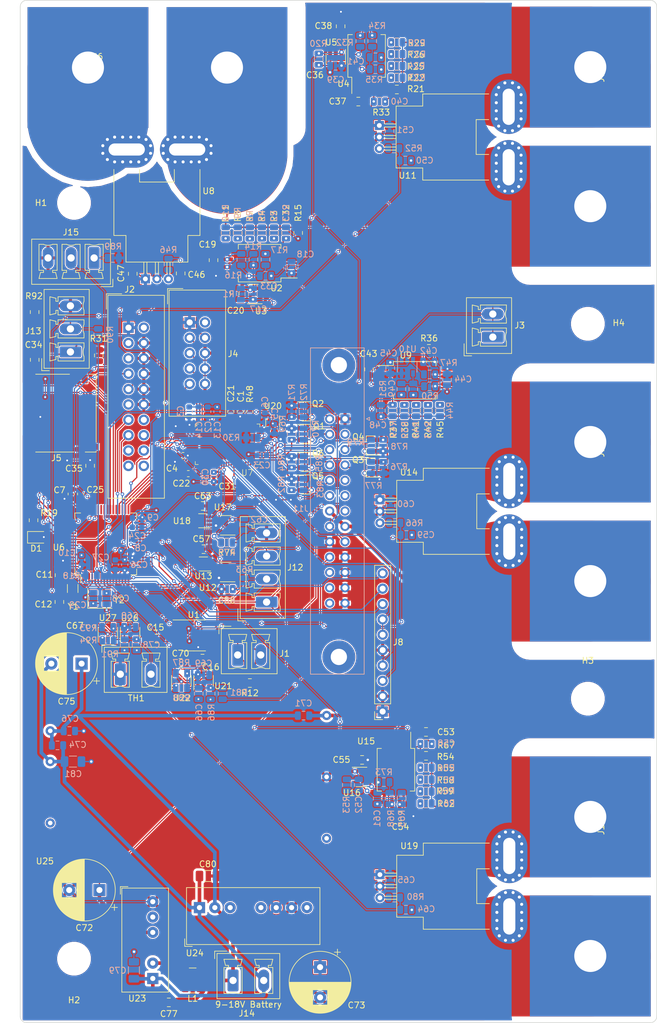
<source format=kicad_pcb>
(kicad_pcb (version 20171130) (host pcbnew 5.1.5-1.fc31)
  (title_block (title "Motor Controller") (date 2019-12-28) (rev 1.0.0))
  (layers (0 F.Cu signal) (31 B.Cu signal) (34 B.Paste user) (35 F.Paste user) (36 B.SilkS user) (37 F.SilkS user) (38 B.Mask user) (39 F.Mask user) (44 Edge.Cuts user))
  (net 0 "")
  (net 1 GND)
  (net 2 +3V3)
  (net 3 /VCAP_1)
  (net 4 /VCAP_2)
  (net 5 /LSE_IN)
  (net 6 /LSE_OUT)
  (net 7 /DC_Bus_Voltage)
  (net 8 +5V)
  (net 9 /HSE_IN)
  (net 10 /HSE_OUT)
  (net 11 /Motor_Voltage_U)
  (net 12 /DC_Current)
  (net 13 /Motor_Voltage_V)
  (net 14 /Motor_Current_U)
  (net 15 /Motor_Voltage_W)
  (net 16 /Motor_Current_V)
  (net 17 /Motor_Current_W)
  (net 18 /reset)
  (net 19 /SWO)
  (net 20 /SWCLK)
  (net 21 /SWDIO)
  (net 22 /SD_DAT2)
  (net 23 /SD_DAT3)
  (net 24 /SD_CMD)
  (net 25 /SD_CLK)
  (net 26 /SD_DAT0)
  (net 27 /SD_DET)
  (net 28 /SD_DAT1)
  (net 29 +15V)
  (net 30 +24V)
  (net 31 /accelerator_pedal)
  (net 32 "Net-(R10-Pad2)")
  (net 33 "Net-(R10-Pad1)")
  (net 34 +BATT)
  (net 35 /Motor_U)
  (net 36 /Motor_V)
  (net 37 /Motor_W)
  (net 38 /Motor_temp)
  (net 39 /CAN_STBY)
  (net 40 /CAN_TX)
  (net 41 /CAN_RX)
  (net 42 /IGBT_W)
  (net 43 /IGBT_V)
  (net 44 /ENC_B)
  (net 45 -BATT)
  (net 46 +VDC)
  (net 47 /HB_WT)
  (net 48 /PWM_WT)
  (net 49 /HB_VT)
  (net 50 /PWM_VT)
  (net 51 /HB_UT)
  (net 52 /PWM_UT)
  (net 53 /HB_UB)
  (net 54 /PWM_UB)
  (net 55 /HB_WB)
  (net 56 /PWM_WB)
  (net 57 /ENC_B_R)
  (net 58 /IGBT_U)
  (net 59 /HB_VB)
  (net 60 /PWM_VB)
  (net 61 /ENC_B_T)
  (net 62 "Net-(L1-Pad2)")
  (net 63 /braking_pedal)
  (net 64 /DBGSPI_MISO)
  (net 65 /DBGSPI_MOSI)
  (net 66 /DBGSPI_SCK)
  (net 67 /DBGSPI_TRG)
  (net 68 /DBGSPI_nSCS)
  (net 69 /ENABLE_INPUTS)
  (net 70 /TMC_CLK)
  (net 71 /TEMP_OUT)
  (net 72 /IGBT_Temp)
  (net 73 /DC+)
  (net 74 /ENC_A_R)
  (net 75 /ENC_A_T)
  (net 76 /ENC_A)
  (net 77 "Net-(R14-Pad2)")
  (net 78 /SPI_CS_Magnet)
  (net 79 /SPI_CS_Gyro)
  (net 80 /SPI_CS_Accel)
  (net 81 /SPI_MOSI)
  (net 82 /SPI_SCK)
  (net 83 /SPI_MISO)
  (net 84 /SPI_CS_FOC)
  (net 85 GNDPWR)
  (net 86 "Net-(D1-Pad1)")
  (net 87 "Net-(J13-Pad2)")
  (net 88 "Net-(J15-Pad1)")
  (net 89 "Net-(R32-Pad2)")
  (net 90 "Net-(R32-Pad1)")
  (net 91 "Net-(R34-Pad1)")
  (net 92 "Net-(R55-Pad2)")
  (net 93 "Net-(R65-Pad1)")
  (net 94 "Net-(R66-Pad2)")
  (net 95 "Net-(R21-Pad1)")
  (net 96 "Net-(R22-Pad2)")
  (net 97 "Net-(R23-Pad1)")
  (net 98 "Net-(R24-Pad2)")
  (net 99 "Net-(R25-Pad1)")
  (net 100 "Net-(R26-Pad2)")
  (net 101 "Net-(R27-Pad1)")
  (net 102 "Net-(R28-Pad2)")
  (net 103 "Net-(R37-Pad1)")
  (net 104 "Net-(R38-Pad2)")
  (net 105 "Net-(R39-Pad1)")
  (net 106 "Net-(R40-Pad2)")
  (net 107 "Net-(R41-Pad1)")
  (net 108 "Net-(R42-Pad2)")
  (net 109 "Net-(R43-Pad1)")
  (net 110 "Net-(R44-Pad2)")
  (net 111 "Net-(R46-Pad2)")
  (net 112 "Net-(R47-Pad2)")
  (net 113 "Net-(R47-Pad1)")
  (net 114 "Net-(R50-Pad1)")
  (net 115 "Net-(R52-Pad2)")
  (net 116 "Net-(R54-Pad1)")
  (net 117 "Net-(R56-Pad1)")
  (net 118 "Net-(R57-Pad2)")
  (net 119 "Net-(R58-Pad1)")
  (net 120 "Net-(R59-Pad2)")
  (net 121 "Net-(R60-Pad1)")
  (net 122 "Net-(R61-Pad2)")
  (net 123 "Net-(R65-Pad2)")
  (net 124 "Net-(R68-Pad1)")
  (net 125 "Net-(R80-Pad2)")
  (net 126 "Net-(R87-Pad1)")
  (net 127 "Net-(R93-Pad1)")
  (net 128 "Net-(J2-Pad20)")
  (net 129 "Net-(J2-Pad19)")
  (net 130 "Net-(J2-Pad18)")
  (net 131 "Net-(J2-Pad17)")
  (net 132 "Net-(J2-Pad16)")
  (net 133 "Net-(J2-Pad14)")
  (net 134 "Net-(J2-Pad11)")
  (net 135 "Net-(J2-Pad5)")
  (net 136 "Net-(J2-Pad3)")
  (net 137 "Net-(J2-Pad2)")
  (net 138 "Net-(J4-Pad2)")
  (net 139 "Net-(J11-Pad3)")
  (net 140 "Net-(J11-Pad6)")
  (net 141 "Net-(J11-Pad9)")
  (net 142 "Net-(J11-Pad12)")
  (net 143 "Net-(J11-Pad13)")
  (net 144 "Net-(J11-Pad22)")
  (net 145 "Net-(J11-Pad24)")
  (net 146 "Net-(J11-Pad26)")
  (net 147 "Net-(U6-Pad62)")
  (net 148 "Net-(U6-Pad61)")
  (net 149 "Net-(U6-Pad59)")
  (net 150 "Net-(U6-Pad56)")
  (net 151 "Net-(U6-Pad50)")
  (net 152 "Net-(U6-Pad43)")
  (net 153 "Net-(U6-Pad42)")
  (net 154 "Net-(U6-Pad37)")
  (net 155 "Net-(U6-Pad30)")
  (net 156 "Net-(U6-Pad21)")
  (net 157 "Net-(U6-Pad1)")
  (net 158 "Net-(U7-Pad74)")
  (net 159 "Net-(U7-Pad71)")
  (net 160 "Net-(U7-Pad70)")
  (net 161 "Net-(U7-Pad69)")
  (net 162 "Net-(U7-Pad68)")
  (net 163 "Net-(U7-Pad67)")
  (net 164 "Net-(U7-Pad66)")
  (net 165 "Net-(U7-Pad65)")
  (net 166 "Net-(U7-Pad64)")
  (net 167 "Net-(U7-Pad58)")
  (net 168 "Net-(U7-Pad57)")
  (net 169 "Net-(U7-Pad56)")
  (net 170 "Net-(U7-Pad49)")
  (net 171 "Net-(U7-Pad48)")
  (net 172 "Net-(U7-Pad38)")
  (net 173 "Net-(U7-Pad37)")
  (net 174 "Net-(U7-Pad36)")
  (net 175 "Net-(U7-Pad35)")
  (net 176 "Net-(U7-Pad34)")
  (net 177 "Net-(U7-Pad33)")
  (net 178 "Net-(U7-Pad32)")
  (net 179 "Net-(U7-Pad31)")
  (net 180 "Net-(U7-Pad30)")
  (net 181 "Net-(U7-Pad28)")
  (net 182 "Net-(U7-Pad27)")
  (net 183 "Net-(U7-Pad26)")
  (net 184 "Net-(U7-Pad22)")
  (net 185 "Net-(U7-Pad21)")
  (net 186 "Net-(U7-Pad20)")
  (net 187 "Net-(U7-Pad19)")
  (net 188 "Net-(U7-Pad17)")
  (net 189 "Net-(U7-Pad11)")
  (net 190 "Net-(U7-Pad10)")
  (net 191 "Net-(Y2-Pad4)")
  (net 192 "Net-(Y2-Pad2)")
  (net 193 /MCO_TMC_CLK)
  (net 194 "Net-(U21-Pad1)")
  (net 195 "Net-(U23-Pad5)")
  (net 196 "Net-(U24-Pad8)")
  (net 197 "Net-(U25-Pad6)")
  (net 198 "Net-(U25-Pad3)")
  (net 199 "Net-(U26-Pad1)")
  (net 200 /CAN_P)
  (net 201 /CAN_N)
  (net 202 "Net-(R2-Pad2)")
  (net 203 "Net-(R13-Pad2)")
  (net 204 "Net-(R3-Pad1)")
  (net 205 "Net-(R4-Pad2)")
  (net 206 "Net-(R5-Pad1)")
  (net 207 "Net-(R6-Pad2)")
  (net 208 "Net-(R7-Pad1)")
  (net 209 "Net-(R8-Pad2)")
  (net 210 "Net-(R14-Pad1)")
  (net 211 "Net-(R16-Pad1)")
  (net 212 "Net-(U6-Pad58)")
  (net 213 "Net-(U7-Pad12)")
  (net 214 /1V8_1)
  (net 215 /1V8_2)
  (net 216 /1V8_3)
  (net 217 "Net-(J11-Pad11)")
  (net 218 "Net-(U6-Pad2)")
  (net 219 "Net-(R30-Pad2)")
  (net 220 "Net-(C17-Pad1)")
  (net 221 "Net-(C32-Pad1)")
  (net 222 "Net-(C36-Pad1)")
  (net 223 "Net-(C40-Pad1)")
  (net 224 "Net-(C42-Pad1)")
  (net 225 "Net-(C48-Pad1)")
  (net 226 "Net-(C52-Pad1)")
  (net 227 "Net-(C56-Pad1)")
  (net 228 "Net-(C58-Pad1)")
  (net 229 "Net-(C62-Pad1)")
  (net 230 "Net-(C66-Pad1)")
  (net 231 "Net-(C78-Pad1)")
  (module Capacitor_SMD:C_0805_2012Metric (layer F.Cu) (at 124.01 155.86 180)
    (fp_text reference C54 (at 0.01 -1.72) (layer F.SilkS))
    (fp_text value 100n)
    (pad 2 smd roundrect (at 0.9375 0 180) (size 0.975 1.4) (layers F.Cu F.Paste F.Mask) (net 1 GND))
    (pad 1 smd roundrect (at -0.9375 0 180) (size 0.975 1.4) (layers F.Cu F.Paste F.Mask) (net 2 +3V3))
  )
  (module Capacitor_SMD:C_0603_1608Metric (layer B.Cu) (at 93.64 88.9425 90)
    (fp_text reference C13 (at -3.0055 0.086 270) (layer B.SilkS) (effects (justify mirror)))
    (fp_text value 4.7u)
    (pad 2 smd roundrect (at 0.7875 0 90) (size 0.875 0.95) (layers B.Cu B.Paste B.Mask) (net 1 GND))
    (pad 1 smd roundrect (at -0.7875 0 90) (size 0.875 0.95) (layers B.Cu B.Paste B.Mask) (net 2 +3V3))
  )
  (module Resistor_SMD:R_0603_1608Metric (layer F.Cu) (at 99.04 88.92 270)
    (fp_text reference R48 (at -2.9 -0.05 270) (layer F.SilkS))
    (fp_text value 10k)
    (pad 2 smd roundrect (at 0.7875 0 270) (size 0.875 0.95) (layers F.Cu F.Paste F.Mask) (net 69 /ENABLE_INPUTS))
    (pad 1 smd roundrect (at -0.7875 0 270) (size 0.875 0.95) (layers F.Cu F.Paste F.Mask) (net 2 +3V3))
  )
  (module Capacitor_SMD:C_0603_1608Metric (layer F.Cu) (at 93.12 99.74 270)
    (fp_text reference C31 (at 1.54 -2.23) (layer F.SilkS))
    (fp_text value 100n)
    (pad 1 smd roundrect (at -0.7875 0 270) (size 0.875 0.95) (layers F.Cu F.Paste F.Mask) (net 8 +5V))
    (pad 2 smd roundrect (at 0.7875 0 270) (size 0.875 0.95) (layers F.Cu F.Paste F.Mask) (net 1 GND))
  )
  (module Capacitor_SMD:C_0603_1608Metric (layer B.Cu) (at 93.14 99.7425 270)
    (fp_text reference C30 (at 0 1.43 270) (layer B.SilkS) (effects (justify mirror)))
    (fp_text value 4.7u)
    (pad 2 smd roundrect (at 0.7875 0 270) (size 0.875 0.95) (layers B.Cu B.Paste B.Mask) (net 1 GND))
    (pad 1 smd roundrect (at -0.7875 0 270) (size 0.875 0.95) (layers B.Cu B.Paste B.Mask) (net 8 +5V))
  )
  (module Capacitor_SMD:C_0603_1608Metric (layer B.Cu) (at 76.82 114.25 90)
    (fp_text reference C27 (at 1.22 -2.398) (layer B.SilkS) (effects (justify mirror)))
    (fp_text value 1u)
    (pad 2 smd roundrect (at 0.7875 0 90) (size 0.875 0.95) (layers B.Cu B.Paste B.Mask) (net 1 GND))
    (pad 1 smd roundrect (at -0.7875 0 90) (size 0.875 0.95) (layers B.Cu B.Paste B.Mask) (net 2 +3V3))
  )
  (module Capacitor_SMD:C_0603_1608Metric (layer B.Cu) (at 78.38 114.25 90)
    (fp_text reference C26 (at 0 2.392 180) (layer B.SilkS) (effects (justify mirror)))
    (fp_text value 100n)
    (pad 2 smd roundrect (at 0.7875 0 90) (size 0.875 0.95) (layers B.Cu B.Paste B.Mask) (net 1 GND))
    (pad 1 smd roundrect (at -0.7875 0 90) (size 0.875 0.95) (layers B.Cu B.Paste B.Mask) (net 2 +3V3))
  )
  (module Capacitor_SMD:C_0603_1608Metric (layer F.Cu) (at 71.09 102.54 90)
    (fp_text reference C25 (at 0.7 2.42) (layer F.SilkS))
    (fp_text value 2.2n)
    (pad 2 smd roundrect (at 0.7875 0 90) (size 0.875 0.95) (layers F.Cu F.Paste F.Mask) (net 1 GND))
    (pad 1 smd roundrect (at -0.7875 0 90) (size 0.875 0.95) (layers F.Cu F.Paste F.Mask) (net 4 /VCAP_2))
  )
  (module Capacitor_SMD:C_0603_1608Metric (layer B.Cu) (at 80.43 108.05 180)
    (fp_text reference C24 (at 0 -1.424) (layer B.SilkS) (effects (justify mirror)))
    (fp_text value 2.2n)
    (pad 2 smd roundrect (at 0.7875 0 180) (size 0.875 0.95) (layers B.Cu B.Paste B.Mask) (net 1 GND))
    (pad 1 smd roundrect (at -0.7875 0 180) (size 0.875 0.95) (layers B.Cu B.Paste B.Mask) (net 3 /VCAP_1))
  )
  (module Capacitor_SMD:C_0603_1608Metric (layer B.Cu) (at 101.0625 96.15 180)
    (fp_text reference C23 (at 0 -1.64) (layer B.SilkS) (effects (justify mirror)))
    (fp_text value 100n)
    (pad 2 smd roundrect (at 0.7875 0 180) (size 0.875 0.95) (layers B.Cu B.Paste B.Mask) (net 1 GND))
    (pad 1 smd roundrect (at -0.7875 0 180) (size 0.875 0.95) (layers B.Cu B.Paste B.Mask) (net 216 /1V8_3))
  )
  (module Capacitor_SMD:C_0603_1608Metric (layer F.Cu) (at 88.9 99.18 180)
    (fp_text reference C22 (at 1.15 -1.62) (layer F.SilkS))
    (fp_text value 100n)
    (pad 2 smd roundrect (at 0.7875 0 180) (size 0.875 0.95) (layers F.Cu F.Paste F.Mask) (net 1 GND))
    (pad 1 smd roundrect (at -0.7875 0 180) (size 0.875 0.95) (layers F.Cu F.Paste F.Mask) (net 215 /1V8_2))
  )
  (module Capacitor_SMD:C_0603_1608Metric (layer F.Cu) (at 95.93 88.92 90)
    (fp_text reference C21 (at 2.99 0.02 90) (layer F.SilkS))
    (fp_text value 100n)
    (pad 2 smd roundrect (at 0.7875 0 90) (size 0.875 0.95) (layers F.Cu F.Paste F.Mask) (net 1 GND))
    (pad 1 smd roundrect (at -0.7875 0 90) (size 0.875 0.95) (layers F.Cu F.Paste F.Mask) (net 214 /1V8_1))
  )
  (module Capacitor_SMD:C_0603_1608Metric (layer B.Cu) (at 90.58 88.93 90)
    (fp_text reference C14 (at -3.018 0.098 90) (layer B.SilkS) (effects (justify mirror)))
    (fp_text value 470n)
    (pad 2 smd roundrect (at 0.7875 0 90) (size 0.875 0.95) (layers B.Cu B.Paste B.Mask) (net 1 GND))
    (pad 1 smd roundrect (at -0.7875 0 90) (size 0.875 0.95) (layers B.Cu B.Paste B.Mask) (net 2 +3V3))
  )
  (module Capacitor_SMD:C_0603_1608Metric (layer B.Cu) (at 71.26 113.47 90)
    (fp_text reference C10 (at 1.202 -2.426 180) (layer B.SilkS) (effects (justify mirror)))
    (fp_text value 4.7u)
    (pad 2 smd roundrect (at 0.7875 0 90) (size 0.875 0.95) (layers B.Cu B.Paste B.Mask) (net 1 GND))
    (pad 1 smd roundrect (at -0.7875 0 90) (size 0.875 0.95) (layers B.Cu B.Paste B.Mask) (net 2 +3V3))
  )
  (module Capacitor_SMD:C_0603_1608Metric (layer B.Cu) (at 80.45 106.52 180)
    (fp_text reference C9 (at -2.608 0.094 180) (layer B.SilkS) (effects (justify mirror)))
    (fp_text value 100n)
    (pad 2 smd roundrect (at 0.7875 0 180) (size 0.875 0.95) (layers B.Cu B.Paste B.Mask) (net 1 GND))
    (pad 1 smd roundrect (at -0.7875 0 180) (size 0.875 0.95) (layers B.Cu B.Paste B.Mask) (net 2 +3V3))
  )
  (module Capacitor_SMD:C_0603_1608Metric (layer B.Cu) (at 78.52 111.95 180)
    (fp_text reference C8 (at -2.506 0.444) (layer B.SilkS) (effects (justify mirror)))
    (fp_text value 100n)
    (pad 2 smd roundrect (at 0.7875 0 180) (size 0.875 0.95) (layers B.Cu B.Paste B.Mask) (net 1 GND))
    (pad 1 smd roundrect (at -0.7875 0 180) (size 0.875 0.95) (layers B.Cu B.Paste B.Mask) (net 2 +3V3))
  )
  (module Capacitor_SMD:C_0603_1608Metric (layer F.Cu) (at 69.53 102.55 90)
    (fp_text reference C7 (at 0.65 -1.94 180) (layer F.SilkS))
    (fp_text value 100n)
    (pad 2 smd roundrect (at 0.7875 0 90) (size 0.875 0.95) (layers F.Cu F.Paste F.Mask) (net 1 GND))
    (pad 1 smd roundrect (at -0.7875 0 90) (size 0.875 0.95) (layers F.Cu F.Paste F.Mask) (net 2 +3V3))
  )
  (module Capacitor_SMD:C_0603_1608Metric (layer B.Cu) (at 101.57 89.92 90)
    (fp_text reference C6 (at 2.57 0.01 90) (layer B.SilkS) (effects (justify mirror)))
    (fp_text value 100n)
    (pad 2 smd roundrect (at 0.7875 0 90) (size 0.875 0.95) (layers B.Cu B.Paste B.Mask) (net 1 GND))
    (pad 1 smd roundrect (at -0.7875 0 90) (size 0.875 0.95) (layers B.Cu B.Paste B.Mask) (net 2 +3V3))
  )
  (module Capacitor_SMD:C_0603_1608Metric (layer B.Cu) (at 103.13 91.81 90)
    (fp_text reference C5 (at 2.58 0.1 90) (layer B.SilkS) (effects (justify mirror)))
    (fp_text value 100n)
    (pad 2 smd roundrect (at 0.7875 0 90) (size 0.875 0.95) (layers B.Cu B.Paste B.Mask) (net 1 GND))
    (pad 1 smd roundrect (at -0.7875 0 90) (size 0.875 0.95) (layers B.Cu B.Paste B.Mask) (net 2 +3V3))
  )
  (module Capacitor_SMD:C_0603_1608Metric (layer F.Cu) (at 88.03 96.19 180)
    (fp_text reference C4 (at 1.84 -2.13) (layer F.SilkS))
    (fp_text value 100n)
    (pad 2 smd roundrect (at 0.7875 0 180) (size 0.875 0.95) (layers F.Cu F.Paste F.Mask) (net 1 GND))
    (pad 1 smd roundrect (at -0.7875 0 180) (size 0.875 0.95) (layers F.Cu F.Paste F.Mask) (net 2 +3V3))
  )
  (module Capacitor_SMD:C_0603_1608Metric (layer B.Cu) (at 89.04 88.94 90)
    (fp_text reference C3 (at 0.04 -1.41 270) (layer B.SilkS) (effects (justify mirror)))
    (fp_text value 100n)
    (pad 2 smd roundrect (at 0.7875 0 90) (size 0.875 0.95) (layers B.Cu B.Paste B.Mask) (net 1 GND))
    (pad 1 smd roundrect (at -0.7875 0 90) (size 0.875 0.95) (layers B.Cu B.Paste B.Mask) (net 2 +3V3))
  )
  (module Capacitor_SMD:C_0603_1608Metric (layer B.Cu) (at 92.11 88.94 90)
    (fp_text reference C2 (at -2.5 0.092 90) (layer B.SilkS) (effects (justify mirror)))
    (fp_text value 100n)
    (pad 2 smd roundrect (at 0.7875 0 90) (size 0.875 0.95) (layers B.Cu B.Paste B.Mask) (net 1 GND))
    (pad 1 smd roundrect (at -0.7875 0 90) (size 0.875 0.95) (layers B.Cu B.Paste B.Mask) (net 2 +3V3))
  )
  (module Capacitor_SMD:C_0603_1608Metric (layer F.Cu) (at 97.51 88.92 90)
    (fp_text reference C1 (at 2.51 0.06 270) (layer F.SilkS))
    (fp_text value 100n)
    (pad 2 smd roundrect (at 0.7875 0 90) (size 0.875 0.95) (layers F.Cu F.Paste F.Mask) (net 1 GND))
    (pad 1 smd roundrect (at -0.7875 0 90) (size 0.875 0.95) (layers F.Cu F.Paste F.Mask) (net 2 +3V3))
  )
  (module fiat:Texas_R-PDSO-G5 (layer F.Cu) (at 102.87 90.8 270)
    (fp_text reference U20 (at -2.81 -0.04 180) (layer F.SilkS))
    (fp_text value 74LVC1G14)
    (pad 5 smd rect (at 1.1 -0.65 270) (size 0.9 0.4) (layers F.Cu F.Paste F.Mask) (net 2 +3V3))
    (pad 4 smd rect (at 1.1 0.65 270) (size 0.9 0.4) (layers F.Cu F.Paste F.Mask) (net 70 /TMC_CLK))
    (pad 2 smd rect (at -1.1 0 270) (size 0.9 0.4) (layers F.Cu F.Paste F.Mask) (net 193 /MCO_TMC_CLK))
    (pad 3 smd rect (at -1.1 0.65 270) (size 0.9 0.4) (layers F.Cu F.Paste F.Mask) (net 1 GND))
    (pad 1 smd rect (at -1.1 -0.65 270) (size 0.9 0.4) (layers F.Cu F.Paste F.Mask))
  )
  (module Sensor_Current:Allegro_CB_PFF (layer F.Cu) (at 81.8 66.975)
    (fp_text reference U8 (at 10.46 -14.525) (layer F.SilkS))
    (fp_text value ACS759xCB-200B-PFF)
    (pad 5 thru_hole oval (at -3.09 -21.4) (size 9 6) (drill oval 6 2) (layers *.Cu *.Mask) (net 73 /DC+))
    (pad 4 thru_hole oval (at 6.91 -21.4) (size 9 6) (drill oval 6 2) (layers *.Cu *.Mask) (net 46 +VDC))
    (pad 1 thru_hole rect (at 0 0) (size 1.5 1.5) (drill 0.8) (layers *.Cu *.Mask) (net 2 +3V3))
    (pad 3 thru_hole circle (at 3.82 0) (size 1.5 1.5) (drill 0.8) (layers *.Cu *.Mask) (net 111 "Net-(R46-Pad2)"))
    (pad 2 thru_hole circle (at 1.91 0) (size 1.5 1.5) (drill 0.8) (layers *.Cu *.Mask) (net 1 GND))
    (pad 5 thru_hole oval (at 0.86 -22.03 295) (size 0.8 0.8) (drill 0.5) (layers *.Cu *.Mask) (net 73 /DC+))
    (pad 5 thru_hole oval (at 0.86 -20.77 65) (size 0.8 0.8) (drill 0.5) (layers *.Cu *.Mask) (net 73 /DC+))
    (pad 5 thru_hole circle (at 0.11 -19.74) (size 0.8 0.8) (drill 0.5) (layers *.Cu *.Mask) (net 73 /DC+))
    (pad 5 thru_hole circle (at 0.11 -23.06) (size 0.8 0.8) (drill 0.5) (layers *.Cu *.Mask) (net 73 /DC+))
    (pad 5 thru_hole circle (at -7.04 -22.03) (size 0.8 0.8) (drill 0.5) (layers *.Cu *.Mask) (net 73 /DC+))
    (pad 5 thru_hole circle (at -7.04 -20.77) (size 0.8 0.8) (drill 0.5) (layers *.Cu *.Mask) (net 73 /DC+))
    (pad 5 thru_hole circle (at -6.29 -19.74) (size 0.8 0.8) (drill 0.5) (layers *.Cu *.Mask) (net 73 /DC+))
    (pad 5 thru_hole circle (at -6.29 -23.06) (size 0.8 0.8) (drill 0.5) (layers *.Cu *.Mask) (net 73 /DC+))
    (pad 5 thru_hole circle (at -2.42 -19.35) (size 0.8 0.8) (drill 0.5) (layers *.Cu *.Mask) (net 73 /DC+))
    (pad 5 thru_hole circle (at -3.76 -19.35) (size 0.8 0.8) (drill 0.5) (layers *.Cu *.Mask) (net 73 /DC+))
    (pad 5 thru_hole circle (at -1.09 -19.35) (size 0.8 0.8) (drill 0.5) (layers *.Cu *.Mask) (net 73 /DC+))
    (pad 5 thru_hole circle (at -5.09 -19.35) (size 0.8 0.8) (drill 0.5) (layers *.Cu *.Mask) (net 73 /DC+))
    (pad 5 thru_hole circle (at -2.42 -23.45) (size 0.8 0.8) (drill 0.5) (layers *.Cu *.Mask) (net 73 /DC+))
    (pad 5 thru_hole circle (at -3.76 -23.45) (size 0.8 0.8) (drill 0.5) (layers *.Cu *.Mask) (net 73 /DC+))
    (pad 5 thru_hole circle (at -5.09 -23.45) (size 0.8 0.8) (drill 0.5) (layers *.Cu *.Mask) (net 73 /DC+))
    (pad 5 thru_hole circle (at -1.09 -23.45) (size 0.8 0.8) (drill 0.5) (layers *.Cu *.Mask) (net 73 /DC+))
    (pad 4 thru_hole circle (at 3.71 -19.74) (size 0.8 0.8) (drill 0.5) (layers *.Cu *.Mask) (net 46 +VDC))
    (pad 4 thru_hole circle (at 3.71 -23.06) (size 0.8 0.8) (drill 0.5) (layers *.Cu *.Mask) (net 46 +VDC))
    (pad 4 thru_hole oval (at 2.96 -20.77 295) (size 0.8 0.8) (drill 0.5) (layers *.Cu *.Mask) (net 46 +VDC))
    (pad 4 thru_hole oval (at 2.96 -22.03 65) (size 0.8 0.8) (drill 0.5) (layers *.Cu *.Mask) (net 46 +VDC))
    (pad 4 thru_hole circle (at 10.11 -19.74) (size 0.8 0.8) (drill 0.5) (layers *.Cu *.Mask) (net 46 +VDC))
    (pad 4 thru_hole circle (at 10.11 -23.06) (size 0.8 0.8) (drill 0.5) (layers *.Cu *.Mask) (net 46 +VDC))
    (pad 4 thru_hole circle (at 10.86 -22.03) (size 0.8 0.8) (drill 0.5) (layers *.Cu *.Mask) (net 46 +VDC))
    (pad 4 thru_hole circle (at 8.91 -19.35) (size 0.8 0.8) (drill 0.5) (layers *.Cu *.Mask) (net 46 +VDC))
    (pad 4 thru_hole circle (at 7.58 -19.35) (size 0.8 0.8) (drill 0.5) (layers *.Cu *.Mask) (net 46 +VDC))
    (pad 4 thru_hole circle (at 6.24 -19.35) (size 0.8 0.8) (drill 0.5) (layers *.Cu *.Mask) (net 46 +VDC))
    (pad 4 thru_hole circle (at 4.91 -19.35) (size 0.8 0.8) (drill 0.5) (layers *.Cu *.Mask) (net 46 +VDC))
    (pad 4 thru_hole circle (at 8.91 -23.45) (size 0.8 0.8) (drill 0.5) (layers *.Cu *.Mask) (net 46 +VDC))
    (pad 4 thru_hole circle (at 7.58 -23.45) (size 0.8 0.8) (drill 0.5) (layers *.Cu *.Mask) (net 46 +VDC))
    (pad 4 thru_hole circle (at 6.24 -23.45) (size 0.8 0.8) (drill 0.5) (layers *.Cu *.Mask) (net 46 +VDC))
    (pad 4 thru_hole circle (at 4.91 -23.45) (size 0.8 0.8) (drill 0.5) (layers *.Cu *.Mask) (net 46 +VDC))
    (pad 4 thru_hole circle (at 10.86 -20.77) (size 0.8 0.8) (drill 0.5) (layers *.Cu *.Mask) (net 46 +VDC))
  )
  (module Capacitor_SMD:C_1206_3216Metric (layer F.Cu) (at 92.15 165.725)
    (fp_text reference C80 (at -0.02 -1.965) (layer F.SilkS))
    (fp_text value 1n)
    (pad 2 smd roundrect (at 1.4 0) (size 1.25 1.75) (layers F.Cu F.Paste F.Mask) (roundrect_rratio 0.2) (net 1 GND))
    (pad 1 smd roundrect (at -1.4 0) (size 1.25 1.75) (layers F.Cu F.Paste F.Mask) (roundrect_rratio 0.2) (net 45 -BATT))
  )
  (module Package_TO_SOT_SMD:SOT-23-5 (layer F.Cu) (at 75.6 125.5 90)
    (fp_text reference U27 (at 2.47 -0.02 180) (layer F.SilkS))
    (fp_text value OPA356xxDBV)
    (pad 5 smd rect (at 1.1 -0.95 90) (size 1.06 0.65) (layers F.Cu F.Paste F.Mask) (net 2 +3V3))
    (pad 4 smd rect (at 1.1 0.95 90) (size 1.06 0.65) (layers F.Cu F.Paste F.Mask) (net 127 "Net-(R93-Pad1)"))
    (pad 3 smd rect (at -1.1 0.95 90) (size 1.06 0.65) (layers F.Cu F.Paste F.Mask) (net 199 "Net-(U26-Pad1)"))
    (pad 2 smd rect (at -1.1 0 90) (size 1.06 0.65) (layers F.Cu F.Paste F.Mask) (net 1 GND))
    (pad 1 smd rect (at -1.1 -0.95 90) (size 1.06 0.65) (layers F.Cu F.Paste F.Mask) (net 38 /Motor_temp))
  )
  (module Package_TO_SOT_SMD:SOT-23-5 (layer F.Cu) (at 87.75 133.45 90)
    (fp_text reference U22 (at -2.83 0.11 180) (layer F.SilkS))
    (fp_text value OPA356xxDBV)
    (pad 5 smd rect (at 1.1 -0.95 90) (size 1.06 0.65) (layers F.Cu F.Paste F.Mask) (net 2 +3V3))
    (pad 4 smd rect (at 1.1 0.95 90) (size 1.06 0.65) (layers F.Cu F.Paste F.Mask) (net 126 "Net-(R87-Pad1)"))
    (pad 3 smd rect (at -1.1 0.95 90) (size 1.06 0.65) (layers F.Cu F.Paste F.Mask) (net 194 "Net-(U21-Pad1)"))
    (pad 2 smd rect (at -1.1 0 90) (size 1.06 0.65) (layers F.Cu F.Paste F.Mask) (net 1 GND))
    (pad 1 smd rect (at -1.1 -0.95 90) (size 1.06 0.65) (layers F.Cu F.Paste F.Mask) (net 72 /IGBT_Temp))
  )
  (module Resistor_SMD:R_0805_2012Metric (layer B.Cu) (at 75.6375 126.8)
    (fp_text reference R94 (at -3.2475 -0.054) (layer B.SilkS) (effects (justify mirror)))
    (fp_text value 4.3k)
    (pad 2 smd roundrect (at 0.9375 0) (size 0.975 1.4) (layers B.Cu B.Paste B.Mask) (net 127 "Net-(R93-Pad1)"))
    (pad 1 smd roundrect (at -0.9375 0) (size 0.975 1.4) (layers B.Cu B.Paste B.Mask) (net 38 /Motor_temp))
  )
  (module Resistor_SMD:R_0805_2012Metric (layer B.Cu) (at 75.55 124.6 180)
    (fp_text reference R93 (at 3.16 -0.114) (layer B.SilkS) (effects (justify mirror)))
    (fp_text value 1k)
    (pad 2 smd roundrect (at 0.9375 0 180) (size 0.975 1.4) (layers B.Cu B.Paste B.Mask) (net 1 GND))
    (pad 1 smd roundrect (at -0.9375 0 180) (size 0.975 1.4) (layers B.Cu B.Paste B.Mask) (net 127 "Net-(R93-Pad1)"))
  )
  (module Resistor_SMD:R_0805_2012Metric (layer B.Cu) (at 87.75 134.625)
    (fp_text reference R88 (at 0 1.65) (layer B.SilkS) (effects (justify mirror)))
    (fp_text value 1.8k)
    (pad 2 smd roundrect (at 0.9375 0) (size 0.975 1.4) (layers B.Cu B.Paste B.Mask) (net 126 "Net-(R87-Pad1)"))
    (pad 1 smd roundrect (at -0.9375 0) (size 0.975 1.4) (layers B.Cu B.Paste B.Mask) (net 72 /IGBT_Temp))
  )
  (module Resistor_SMD:R_0805_2012Metric (layer B.Cu) (at 87.775 132.175 180)
    (fp_text reference R87 (at 0.025 1.715) (layer B.SilkS) (effects (justify mirror)))
    (fp_text value 1k)
    (pad 2 smd roundrect (at 0.9375 0 180) (size 0.975 1.4) (layers B.Cu B.Paste B.Mask) (net 1 GND))
    (pad 1 smd roundrect (at -0.9375 0 180) (size 0.975 1.4) (layers B.Cu B.Paste B.Mask) (net 126 "Net-(R87-Pad1)"))
  )
  (module Capacitor_SMD:C_0805_2012Metric (layer F.Cu) (at 87.6225 130.5)
    (fp_text reference C70 (at -0.0025 -1.58) (layer F.SilkS))
    (fp_text value 100n)
    (pad 2 smd roundrect (at 0.9375 0) (size 0.975 1.4) (layers F.Cu F.Paste F.Mask) (net 1 GND))
    (pad 1 smd roundrect (at -0.9375 0) (size 0.975 1.4) (layers F.Cu F.Paste F.Mask) (net 2 +3V3))
  )
  (module Capacitor_SMD:C_0805_2012Metric (layer B.Cu) (at 91.41 132.51)
    (fp_text reference C69 (at 0.03 -1.954) (layer B.SilkS) (effects (justify mirror)))
    (fp_text value 100n)
    (pad 2 smd roundrect (at 0.9375 0) (size 0.975 1.4) (layers B.Cu B.Paste B.Mask) (net 1 GND))
    (pad 1 smd roundrect (at -0.9375 0) (size 0.975 1.4) (layers B.Cu B.Paste B.Mask) (net 2 +3V3))
  )
  (module Resistor_SMD:R_0805_2012Metric (layer B.Cu) (at 123.075 107.325 180)
    (fp_text reference R66 (at -3.235 -0.025) (layer B.SilkS) (effects (justify mirror)))
    (fp_text value 4.7k)
    (pad 2 smd roundrect (at 0.9375 0 180) (size 0.975 1.4) (layers B.Cu B.Paste B.Mask) (net 94 "Net-(R66-Pad2)"))
    (pad 1 smd roundrect (at -0.9375 0 180) (size 0.975 1.4) (layers B.Cu B.Paste B.Mask) (net 16 /Motor_Current_V))
  )
  (module Capacitor_SMD:C_0805_2012Metric (layer B.Cu) (at 122.375 104.425 270)
    (fp_text reference C60 (at -0.235 -2.525) (layer B.SilkS) (effects (justify mirror)))
    (fp_text value 100n)
    (pad 2 smd roundrect (at 0.9375 0 270) (size 0.975 1.4) (layers B.Cu B.Paste B.Mask) (net 1 GND))
    (pad 1 smd roundrect (at -0.9375 0 270) (size 0.975 1.4) (layers B.Cu B.Paste B.Mask) (net 2 +3V3))
  )
  (module Capacitor_SMD:C_0805_2012Metric (layer B.Cu) (at 124.975 109.325)
    (fp_text reference C59 (at 3.235 -0.025) (layer B.SilkS) (effects (justify mirror)))
    (fp_text value 1n)
    (pad 2 smd roundrect (at 0.9375 0) (size 0.975 1.4) (layers B.Cu B.Paste B.Mask) (net 1 GND))
    (pad 1 smd roundrect (at -0.9375 0) (size 0.975 1.4) (layers B.Cu B.Paste B.Mask) (net 16 /Motor_Current_V))
  )
  (module Resistor_SMD:R_0805_2012Metric (layer F.Cu) (at 74.09 79.6325 90)
    (fp_text reference R31 (at 2.7925 -0.03) (layer F.SilkS))
    (fp_text value 10k)
    (pad 2 smd roundrect (at 0.9375 0 90) (size 0.975 1.4) (layers F.Cu F.Paste F.Mask) (net 1 GND))
    (pad 1 smd roundrect (at -0.9375 0 90) (size 0.975 1.4) (layers F.Cu F.Paste F.Mask) (net 27 /SD_DET))
  )
  (module Connector_IDC:IDC-Header_2x05_P2.54mm_Vertical (layer F.Cu) (at 89.125 74.175)
    (fp_text reference J4 (at 7.175 5.195) (layer F.SilkS))
    (fp_text value RTMI)
    (pad 10 thru_hole oval (at 2.54 10.16) (size 1.7272 1.7272) (drill 1.016) (layers *.Cu *.Mask) (net 1 GND))
    (pad 9 thru_hole oval (at 0 10.16) (size 1.7272 1.7272) (drill 1.016) (layers *.Cu *.Mask) (net 64 /DBGSPI_MISO))
    (pad 8 thru_hole oval (at 2.54 7.62) (size 1.7272 1.7272) (drill 1.016) (layers *.Cu *.Mask) (net 1 GND))
    (pad 7 thru_hole oval (at 0 7.62) (size 1.7272 1.7272) (drill 1.016) (layers *.Cu *.Mask) (net 65 /DBGSPI_MOSI))
    (pad 6 thru_hole oval (at 2.54 5.08) (size 1.7272 1.7272) (drill 1.016) (layers *.Cu *.Mask) (net 1 GND))
    (pad 5 thru_hole oval (at 0 5.08) (size 1.7272 1.7272) (drill 1.016) (layers *.Cu *.Mask) (net 66 /DBGSPI_SCK))
    (pad 4 thru_hole oval (at 2.54 2.54) (size 1.7272 1.7272) (drill 1.016) (layers *.Cu *.Mask) (net 67 /DBGSPI_TRG))
    (pad 3 thru_hole oval (at 0 2.54) (size 1.7272 1.7272) (drill 1.016) (layers *.Cu *.Mask) (net 68 /DBGSPI_nSCS))
    (pad 2 thru_hole oval (at 2.54 0) (size 1.7272 1.7272) (drill 1.016) (layers *.Cu *.Mask) (net 138 "Net-(J4-Pad2)"))
    (pad 1 thru_hole rect (at 0 0) (size 1.7272 1.7272) (drill 1.016) (layers *.Cu *.Mask) (net 2 +3V3))
  )
  (module Connector_Phoenix_MC:PhoenixContact_MCV_1,5_2-G-3.81_1x02_P3.81mm_Vertical (layer F.Cu) (at 139.275 76.6 90)
    (fp_text reference J3 (at 1.94 4.455) (layer F.SilkS))
    (fp_text value DC_Bus)
    (pad 2 thru_hole oval (at 3.81 0 90) (size 1.8 3.6) (drill 1.2) (layers *.Cu *.Mask) (net 85 GNDPWR))
    (pad 1 thru_hole roundrect (at 0 0 90) (size 1.8 3.6) (drill 1.2) (layers *.Cu *.Mask) (roundrect_rratio 0.138889) (net 85 GNDPWR))
  )
  (module fiat:Motor_IGBT (layer F.Cu) (at 73.95 30.725 180)
    (fp_text reference J6 (at 0 0.5) (layer F.SilkS))
    (fp_text value Batt_conn)
    (pad 2 thru_hole rect (at 1.65 -1.3 180) (size 20 20) (drill 5.3) (layers *.Cu *.Mask) (net 73 /DC+) (clearance 3))
    (pad 1 thru_hole rect (at -21.35 -1.3 180) (size 20 20) (drill 5.3) (layers *.Cu *.Mask) (net 46 +VDC) (clearance 3))
  )
  (module Resistor_SMD:R_0805_2012Metric (layer B.Cu) (at 106 92.625 270)
    (fp_text reference R69 (at -1.695 1.51 90) (layer B.SilkS) (effects (justify mirror)))
    (fp_text value 1k)
    (pad 2 smd roundrect (at 0.9375 0 270) (size 0.975 1.4) (layers B.Cu B.Paste B.Mask) (net 52 /PWM_UT))
    (pad 1 smd roundrect (at -0.9375 0 270) (size 0.975 1.4) (layers B.Cu B.Paste B.Mask) (net 2 +3V3))
  )
  (module Capacitor_SMD:C_1206_3216Metric (layer B.Cu) (at 69.825 146.8)
    (fp_text reference C81 (at 0.025 2.044) (layer B.SilkS) (effects (justify mirror)))
    (fp_text value 1n)
    (pad 2 smd roundrect (at 1.4 0) (size 1.25 1.75) (layers B.Cu B.Paste B.Mask) (roundrect_rratio 0.2) (net 1 GND))
    (pad 1 smd roundrect (at -1.4 0) (size 1.25 1.75) (layers B.Cu B.Paste B.Mask) (roundrect_rratio 0.2) (net 45 -BATT))
  )
  (module Capacitor_SMD:C_1206_3216Metric (layer B.Cu) (at 79.9 181.325 90)
    (fp_text reference C79 (at -0.031 -2.684 180) (layer B.SilkS) (effects (justify mirror)))
    (fp_text value 1n)
    (pad 2 smd roundrect (at 1.4 0 90) (size 1.25 1.75) (layers B.Cu B.Paste B.Mask) (roundrect_rratio 0.2) (net 1 GND))
    (pad 1 smd roundrect (at -1.4 0 90) (size 1.25 1.75) (layers B.Cu B.Paste B.Mask) (roundrect_rratio 0.2) (net 45 -BATT))
  )
  (module Resistor_SMD:R_0805_2012Metric (layer B.Cu) (at 99.42 93.25)
    (fp_text reference R30 (at -3.408 -0.032) (layer B.SilkS) (effects (justify mirror)))
    (fp_text value 10k)
    (pad 2 smd roundrect (at 0.9375 0) (size 0.975 1.4) (layers B.Cu B.Paste B.Mask) (net 219 "Net-(R30-Pad2)"))
    (pad 1 smd roundrect (at -0.9375 0) (size 0.975 1.4) (layers B.Cu B.Paste B.Mask) (net 2 +3V3))
  )
  (module MountingHole:MountingHole_5.3mm_M5 (layer F.Cu) (at 155 74.4)
    (fp_text reference H4 (at 5.1 -0.15) (layer F.SilkS))
    (fp_text value MountingHole)
    (pad 1 np_thru_hole circle (at 0 0) (size 5.3 5.3) (drill 5.3) (layers *.Cu *.Mask))
  )
  (module MountingHole:MountingHole_5.3mm_M5 (layer F.Cu) (at 155 136.4)
    (fp_text reference H3 (at 0 -6.3) (layer F.SilkS))
    (fp_text value MountingHole)
    (pad 1 np_thru_hole circle (at 0 0) (size 5.3 5.3) (drill 5.3) (layers *.Cu *.Mask))
  )
  (module MountingHole:MountingHole_5.3mm_M5 (layer F.Cu) (at 70 179.4)
    (fp_text reference H2 (at 0 6.85) (layer F.SilkS))
    (fp_text value MountingHole)
    (pad 1 np_thru_hole circle (at 0 0) (size 5.3 5.3) (drill 5.3) (layers *.Cu *.Mask))
  )
  (module MountingHole:MountingHole_5.3mm_M5 (layer F.Cu) (at 70 54.4)
    (fp_text reference H1 (at -5.47 -0.01) (layer F.SilkS))
    (fp_text value MountingHole)
    (pad 1 np_thru_hole circle (at 0 0) (size 5.3 5.3) (drill 5.3) (layers *.Cu *.Mask))
  )
  (module Resistor_SMD:R_0805_2012Metric (layer B.Cu) (at 97.575 69.475 270)
    (fp_text reference R1 (at 0.005 2.005 180) (layer B.SilkS) (effects (justify mirror)))
    (fp_text value 20k)
    (pad 2 smd roundrect (at 0.9375 0 270) (size 0.975 1.4) (layers B.Cu B.Paste B.Mask) (net 7 /DC_Bus_Voltage))
    (pad 1 smd roundrect (at -0.9375 0 270) (size 0.975 1.4) (layers B.Cu B.Paste B.Mask) (net 220 "Net-(C17-Pad1)"))
  )
  (module Capacitor_SMD:C_0805_2012Metric (layer F.Cu) (at 96.575 69.375 90)
    (fp_text reference C20 (at -2.835 0.165 180) (layer F.SilkS))
    (fp_text value 100n)
    (pad 2 smd roundrect (at 0.9375 0 90) (size 0.975 1.4) (layers F.Cu F.Paste F.Mask) (net 1 GND))
    (pad 1 smd roundrect (at -0.9375 0 90) (size 0.975 1.4) (layers F.Cu F.Paste F.Mask) (net 2 +3V3))
  )
  (module Package_TO_SOT_SMD:SOT-23-5 (layer F.Cu) (at 99.575 69.475 180)
    (fp_text reference U3 (at -1.355 -2.825 180) (layer F.SilkS))
    (fp_text value OPA356xxDBV)
    (pad 5 smd rect (at 1.1 -0.95 180) (size 1.06 0.65) (layers F.Cu F.Paste F.Mask) (net 2 +3V3))
    (pad 4 smd rect (at 1.1 0.95 180) (size 1.06 0.65) (layers F.Cu F.Paste F.Mask) (net 220 "Net-(C17-Pad1)"))
    (pad 3 smd rect (at -1.1 0.95 180) (size 1.06 0.65) (layers F.Cu F.Paste F.Mask) (net 210 "Net-(R14-Pad1)"))
    (pad 2 smd rect (at -1.1 0 180) (size 1.06 0.65) (layers F.Cu F.Paste F.Mask) (net 1 GND))
    (pad 1 smd rect (at -1.1 -0.95 180) (size 1.06 0.65) (layers F.Cu F.Paste F.Mask) (net 7 /DC_Bus_Voltage))
  )
  (module Package_SO:SSO-8_6.8x5.9mm_P1.27mm_Clearance8mm (layer F.Cu) (at 100.675 64.375 180)
    (fp_text reference U2 (at -2.815 -4.125) (layer F.SilkS))
    (fp_text value ACPL-C87A)
    (pad 8 smd rect (at 5.3475 -1.905 180) (size 1.905 0.64) (layers F.Cu F.Paste F.Mask) (net 2 +3V3))
    (pad 7 smd rect (at 5.3475 -0.635 180) (size 1.905 0.64) (layers F.Cu F.Paste F.Mask) (net 77 "Net-(R14-Pad2)"))
    (pad 6 smd rect (at 5.3475 0.635 180) (size 1.905 0.64) (layers F.Cu F.Paste F.Mask) (net 211 "Net-(R16-Pad1)"))
    (pad 5 smd rect (at 5.3475 1.905 180) (size 1.905 0.64) (layers F.Cu F.Paste F.Mask) (net 1 GND))
    (pad 4 smd rect (at -5.3475 1.905 180) (size 1.905 0.64) (layers F.Cu F.Paste F.Mask) (net 85 GNDPWR))
    (pad 3 smd rect (at -5.3475 0.635 180) (size 1.905 0.64) (layers F.Cu F.Paste F.Mask) (net 85 GNDPWR))
    (pad 2 smd rect (at -5.3475 -0.635 180) (size 1.905 0.64) (layers F.Cu F.Paste F.Mask) (net 221 "Net-(C32-Pad1)"))
    (pad 1 smd rect (at -5.3475 -1.905 180) (size 1.905 0.64) (layers F.Cu F.Paste F.Mask) (net 8 +5V))
  )
  (module Resistor_SMD:R_0805_2012Metric (layer B.Cu) (at 101.675 63.775 90)
    (fp_text reference R17 (at 1.575 2.295 180) (layer B.SilkS) (effects (justify mirror)))
    (fp_text value 20k)
    (pad 1 smd roundrect (at -0.9375 0 90) (size 0.975 1.4) (layers B.Cu B.Paste B.Mask) (net 220 "Net-(C17-Pad1)"))
    (pad 2 smd roundrect (at 0.9375 0 90) (size 0.975 1.4) (layers B.Cu B.Paste B.Mask) (net 1 GND))
  )
  (module Resistor_SMD:R_0805_2012Metric (layer B.Cu) (at 97.675 63.775 270)
    (fp_text reference R16 (at 2.595 1.315 180) (layer B.SilkS) (effects (justify mirror)))
    (fp_text value 20k)
    (pad 2 smd roundrect (at 0.9375 0 270) (size 0.975 1.4) (layers B.Cu B.Paste B.Mask) (net 220 "Net-(C17-Pad1)"))
    (pad 1 smd roundrect (at -0.9375 0 270) (size 0.975 1.4) (layers B.Cu B.Paste B.Mask) (net 211 "Net-(R16-Pad1)"))
  )
  (module Resistor_SMD:R_0805_2012Metric (layer F.Cu) (at 107.075 59.375 90)
    (fp_text reference R15 (at 3.3 0 270) (layer F.SilkS))
    (fp_text value 2k)
    (pad 2 smd roundrect (at 0.9375 0 90) (size 0.975 1.4) (layers F.Cu F.Paste F.Mask) (net 85 GNDPWR))
    (pad 1 smd roundrect (at -0.9375 0 90) (size 0.975 1.4) (layers F.Cu F.Paste F.Mask) (net 203 "Net-(R13-Pad2)"))
  )
  (module Resistor_SMD:R_0805_2012Metric (layer B.Cu) (at 99.675 63.775 90)
    (fp_text reference R14 (at 2.165 -0.035 180) (layer B.SilkS) (effects (justify mirror)))
    (fp_text value 20k)
    (pad 2 smd roundrect (at 0.9375 0 90) (size 0.975 1.4) (layers B.Cu B.Paste B.Mask) (net 77 "Net-(R14-Pad2)"))
    (pad 1 smd roundrect (at -0.9375 0 90) (size 0.975 1.4) (layers B.Cu B.Paste B.Mask) (net 210 "Net-(R14-Pad1)"))
  )
  (module Resistor_SMD:R_0805_2012Metric (layer B.Cu) (at 105.075 59.375 90)
    (fp_text reference R13 (at 3.3 0 90) (layer B.SilkS) (effects (justify mirror)))
    (fp_text value 39)
    (pad 2 smd roundrect (at 0.9375 0 90) (size 0.975 1.4) (layers B.Cu B.Paste B.Mask) (net 203 "Net-(R13-Pad2)"))
    (pad 1 smd roundrect (at -0.9375 0 90) (size 0.975 1.4) (layers B.Cu B.Paste B.Mask) (net 221 "Net-(C32-Pad1)"))
  )
  (module Resistor_SMD:R_0805_2012Metric (layer F.Cu) (at 95.075 59.375 270)
    (fp_text reference R11 (at -3.2 0 90) (layer F.SilkS))
    (fp_text value 30k)
    (pad 1 smd roundrect (at -0.9375 0 270) (size 0.975 1.4) (layers F.Cu F.Paste F.Mask) (net 46 +VDC) (clearance 0.2))
    (pad 2 smd roundrect (at 0.9375 0 270) (size 0.975 1.4) (layers F.Cu F.Paste F.Mask) (net 32 "Net-(R10-Pad2)"))
  )
  (module Resistor_SMD:R_0805_2012Metric (layer B.Cu) (at 95.075 59.375 270)
    (fp_text reference R10 (at -3.3 0 90) (layer B.SilkS) (effects (justify mirror)))
    (fp_text value 30k)
    (pad 2 smd roundrect (at 0.9375 0 270) (size 0.975 1.4) (layers B.Cu B.Paste B.Mask) (net 32 "Net-(R10-Pad2)"))
    (pad 1 smd roundrect (at -0.9375 0 270) (size 0.975 1.4) (layers B.Cu B.Paste B.Mask) (net 33 "Net-(R10-Pad1)"))
  )
  (module Resistor_SMD:R_0805_2012Metric (layer B.Cu) (at 97.075 59.375 270)
    (fp_text reference R9 (at -3.3 0 90) (layer B.SilkS) (effects (justify mirror)))
    (fp_text value 30k)
    (pad 2 smd roundrect (at 0.9375 0 270) (size 0.975 1.4) (layers B.Cu B.Paste B.Mask) (net 209 "Net-(R8-Pad2)"))
    (pad 1 smd roundrect (at -0.9375 0 270) (size 0.975 1.4) (layers B.Cu B.Paste B.Mask) (net 33 "Net-(R10-Pad1)"))
  )
  (module Resistor_SMD:R_0805_2012Metric (layer F.Cu) (at 97.075 59.375 270)
    (fp_text reference R8 (at -2.8 0 90) (layer F.SilkS))
    (fp_text value 30k)
    (pad 2 smd roundrect (at 0.9375 0 270) (size 0.975 1.4) (layers F.Cu F.Paste F.Mask) (net 209 "Net-(R8-Pad2)"))
    (pad 1 smd roundrect (at -0.9375 0 270) (size 0.975 1.4) (layers F.Cu F.Paste F.Mask) (net 208 "Net-(R7-Pad1)"))
  )
  (module Resistor_SMD:R_0805_2012Metric (layer F.Cu) (at 99.075 59.375 270)
    (fp_text reference R7 (at -2.8 0 90) (layer F.SilkS))
    (fp_text value 30k)
    (pad 2 smd roundrect (at 0.9375 0 270) (size 0.975 1.4) (layers F.Cu F.Paste F.Mask) (net 207 "Net-(R6-Pad2)"))
    (pad 1 smd roundrect (at -0.9375 0 270) (size 0.975 1.4) (layers F.Cu F.Paste F.Mask) (net 208 "Net-(R7-Pad1)"))
  )
  (module Resistor_SMD:R_0805_2012Metric (layer B.Cu) (at 99.075 59.375 270)
    (fp_text reference R6 (at -2.8 0 270) (layer B.SilkS) (effects (justify mirror)))
    (fp_text value 30k)
    (pad 2 smd roundrect (at 0.9375 0 270) (size 0.975 1.4) (layers B.Cu B.Paste B.Mask) (net 207 "Net-(R6-Pad2)"))
    (pad 1 smd roundrect (at -0.9375 0 270) (size 0.975 1.4) (layers B.Cu B.Paste B.Mask) (net 206 "Net-(R5-Pad1)"))
  )
  (module Resistor_SMD:R_0805_2012Metric (layer B.Cu) (at 101.075 59.375 270)
    (fp_text reference R5 (at -2.8 0 90) (layer B.SilkS) (effects (justify mirror)))
    (fp_text value 30k)
    (pad 2 smd roundrect (at 0.9375 0 270) (size 0.975 1.4) (layers B.Cu B.Paste B.Mask) (net 205 "Net-(R4-Pad2)"))
    (pad 1 smd roundrect (at -0.9375 0 270) (size 0.975 1.4) (layers B.Cu B.Paste B.Mask) (net 206 "Net-(R5-Pad1)"))
  )
  (module Resistor_SMD:R_0805_2012Metric (layer F.Cu) (at 101.075 59.375 270)
    (fp_text reference R4 (at -2.8 0 90) (layer F.SilkS))
    (fp_text value 30k)
    (pad 2 smd roundrect (at 0.9375 0 270) (size 0.975 1.4) (layers F.Cu F.Paste F.Mask) (net 205 "Net-(R4-Pad2)"))
    (pad 1 smd roundrect (at -0.9375 0 270) (size 0.975 1.4) (layers F.Cu F.Paste F.Mask) (net 204 "Net-(R3-Pad1)"))
  )
  (module Resistor_SMD:R_0805_2012Metric (layer F.Cu) (at 103.075 59.375 270)
    (fp_text reference R3 (at -2.8 0 90) (layer F.SilkS))
    (fp_text value 30k)
    (pad 2 smd roundrect (at 0.9375 0 270) (size 0.975 1.4) (layers F.Cu F.Paste F.Mask) (net 202 "Net-(R2-Pad2)"))
    (pad 1 smd roundrect (at -0.9375 0 270) (size 0.975 1.4) (layers F.Cu F.Paste F.Mask) (net 204 "Net-(R3-Pad1)"))
  )
  (module Resistor_SMD:R_0805_2012Metric (layer B.Cu) (at 103.075 59.375 270)
    (fp_text reference R2 (at -2.8 0 90) (layer B.SilkS) (effects (justify mirror)))
    (fp_text value 30k)
    (pad 2 smd roundrect (at 0.9375 0 270) (size 0.975 1.4) (layers B.Cu B.Paste B.Mask) (net 202 "Net-(R2-Pad2)"))
    (pad 1 smd roundrect (at -0.9375 0 270) (size 0.975 1.4) (layers B.Cu B.Paste B.Mask) (net 203 "Net-(R13-Pad2)"))
  )
  (module Capacitor_SMD:C_0805_2012Metric (layer B.Cu) (at 101.675 66.475)
    (fp_text reference C33 (at 0.575 1.705) (layer B.SilkS) (effects (justify mirror)))
    (fp_text value 1n)
    (pad 2 smd roundrect (at 0.9375 0) (size 0.975 1.4) (layers B.Cu B.Paste B.Mask) (net 1 GND))
    (pad 1 smd roundrect (at -0.9375 0) (size 0.975 1.4) (layers B.Cu B.Paste B.Mask) (net 220 "Net-(C17-Pad1)"))
  )
  (module Capacitor_SMD:C_0805_2012Metric (layer F.Cu) (at 105.075 59.375 90)
    (fp_text reference C32 (at 3.3 0 90) (layer F.SilkS))
    (fp_text value 10n)
    (pad 2 smd roundrect (at 0.9375 0 90) (size 0.975 1.4) (layers F.Cu F.Paste F.Mask) (net 85 GNDPWR))
    (pad 1 smd roundrect (at -0.9375 0 90) (size 0.975 1.4) (layers F.Cu F.Paste F.Mask) (net 221 "Net-(C32-Pad1)"))
  )
  (module Capacitor_SMD:C_0805_2012Metric (layer F.Cu) (at 93.075 63.875 90)
    (fp_text reference C19 (at 2.605 -0.995 180) (layer F.SilkS))
    (fp_text value 100n)
    (pad 2 smd roundrect (at 0.9375 0 90) (size 0.975 1.4) (layers F.Cu F.Paste F.Mask) (net 1 GND))
    (pad 1 smd roundrect (at -0.9375 0 90) (size 0.975 1.4) (layers F.Cu F.Paste F.Mask) (net 2 +3V3))
  )
  (module Capacitor_SMD:C_0805_2012Metric (layer B.Cu) (at 105.975 65.075 90)
    (fp_text reference C18 (at 2.175 2.305 180) (layer B.SilkS) (effects (justify mirror)))
    (fp_text value 100n)
    (pad 2 smd roundrect (at 0.9375 0 90) (size 0.975 1.4) (layers B.Cu B.Paste B.Mask) (net 1 GND))
    (pad 1 smd roundrect (at -0.9375 0 90) (size 0.975 1.4) (layers B.Cu B.Paste B.Mask) (net 8 +5V))
  )
  (module Capacitor_SMD:C_0805_2012Metric (layer B.Cu) (at 99.575 69.475 270)
    (fp_text reference C17 (at 2.505 -0.935) (layer B.SilkS) (effects (justify mirror)))
    (fp_text value 1n)
    (pad 2 smd roundrect (at 0.9375 0 270) (size 0.975 1.4) (layers B.Cu B.Paste B.Mask) (net 7 /DC_Bus_Voltage))
    (pad 1 smd roundrect (at -0.9375 0 270) (size 0.975 1.4) (layers B.Cu B.Paste B.Mask) (net 220 "Net-(C17-Pad1)"))
  )
  (module Sensor_Current:Allegro_CB_PFF (layer F.Cu) (at 120.6 103.5 270)
    (fp_text reference U14 (at -4.54 -4.8 180) (layer F.SilkS))
    (fp_text value ACS759xCB-200B-PFF)
    (pad 5 thru_hole oval (at -3.09 -21.4 270) (size 9 6) (drill oval 6 2) (layers *.Cu *.Mask) (net 36 /Motor_V))
    (pad 4 thru_hole oval (at 6.91 -21.4 270) (size 9 6) (drill oval 6 2) (layers *.Cu *.Mask) (net 43 /IGBT_V))
    (pad 1 thru_hole rect (at 0 0 270) (size 1.5 1.5) (drill 0.8) (layers *.Cu *.Mask) (net 2 +3V3))
    (pad 3 thru_hole circle (at 3.82 0 270) (size 1.5 1.5) (drill 0.8) (layers *.Cu *.Mask) (net 94 "Net-(R66-Pad2)"))
    (pad 2 thru_hole circle (at 1.91 0 270) (size 1.5 1.5) (drill 0.8) (layers *.Cu *.Mask) (net 1 GND))
    (pad 5 thru_hole oval (at 0.86 -22.03 205) (size 0.8 0.8) (drill 0.5) (layers *.Cu *.Mask) (net 36 /Motor_V))
    (pad 5 thru_hole oval (at 0.86 -20.77 335) (size 0.8 0.8) (drill 0.5) (layers *.Cu *.Mask) (net 36 /Motor_V))
    (pad 5 thru_hole circle (at 0.11 -19.74 270) (size 0.8 0.8) (drill 0.5) (layers *.Cu *.Mask) (net 36 /Motor_V))
    (pad 5 thru_hole circle (at 0.11 -23.06 270) (size 0.8 0.8) (drill 0.5) (layers *.Cu *.Mask) (net 36 /Motor_V))
    (pad 5 thru_hole circle (at -7.04 -22.03 270) (size 0.8 0.8) (drill 0.5) (layers *.Cu *.Mask) (net 36 /Motor_V))
    (pad 5 thru_hole circle (at -7.04 -20.77 270) (size 0.8 0.8) (drill 0.5) (layers *.Cu *.Mask) (net 36 /Motor_V))
    (pad 5 thru_hole circle (at -6.29 -19.74 270) (size 0.8 0.8) (drill 0.5) (layers *.Cu *.Mask) (net 36 /Motor_V))
    (pad 5 thru_hole circle (at -6.29 -23.06 270) (size 0.8 0.8) (drill 0.5) (layers *.Cu *.Mask) (net 36 /Motor_V))
    (pad 5 thru_hole circle (at -2.42 -19.35 270) (size 0.8 0.8) (drill 0.5) (layers *.Cu *.Mask) (net 36 /Motor_V))
    (pad 5 thru_hole circle (at -3.76 -19.35 270) (size 0.8 0.8) (drill 0.5) (layers *.Cu *.Mask) (net 36 /Motor_V))
    (pad 5 thru_hole circle (at -1.09 -19.35 270) (size 0.8 0.8) (drill 0.5) (layers *.Cu *.Mask) (net 36 /Motor_V))
    (pad 5 thru_hole circle (at -5.09 -19.35 270) (size 0.8 0.8) (drill 0.5) (layers *.Cu *.Mask) (net 36 /Motor_V))
    (pad 5 thru_hole circle (at -2.42 -23.45 270) (size 0.8 0.8) (drill 0.5) (layers *.Cu *.Mask) (net 36 /Motor_V))
    (pad 5 thru_hole circle (at -3.76 -23.45 270) (size 0.8 0.8) (drill 0.5) (layers *.Cu *.Mask) (net 36 /Motor_V))
    (pad 5 thru_hole circle (at -5.09 -23.45 270) (size 0.8 0.8) (drill 0.5) (layers *.Cu *.Mask) (net 36 /Motor_V))
    (pad 5 thru_hole circle (at -1.09 -23.45 270) (size 0.8 0.8) (drill 0.5) (layers *.Cu *.Mask) (net 36 /Motor_V))
    (pad 4 thru_hole circle (at 3.71 -19.74 270) (size 0.8 0.8) (drill 0.5) (layers *.Cu *.Mask) (net 43 /IGBT_V))
    (pad 4 thru_hole circle (at 3.71 -23.06 270) (size 0.8 0.8) (drill 0.5) (layers *.Cu *.Mask) (net 43 /IGBT_V))
    (pad 4 thru_hole oval (at 2.96 -20.77 205) (size 0.8 0.8) (drill 0.5) (layers *.Cu *.Mask) (net 43 /IGBT_V))
    (pad 4 thru_hole oval (at 2.96 -22.03 335) (size 0.8 0.8) (drill 0.5) (layers *.Cu *.Mask) (net 43 /IGBT_V))
    (pad 4 thru_hole circle (at 10.11 -19.74 270) (size 0.8 0.8) (drill 0.5) (layers *.Cu *.Mask) (net 43 /IGBT_V))
    (pad 4 thru_hole circle (at 10.11 -23.06 270) (size 0.8 0.8) (drill 0.5) (layers *.Cu *.Mask) (net 43 /IGBT_V))
    (pad 4 thru_hole circle (at 10.86 -22.03 270) (size 0.8 0.8) (drill 0.5) (layers *.Cu *.Mask) (net 43 /IGBT_V))
    (pad 4 thru_hole circle (at 8.91 -19.35 270) (size 0.8 0.8) (drill 0.5) (layers *.Cu *.Mask) (net 43 /IGBT_V))
    (pad 4 thru_hole circle (at 7.58 -19.35 270) (size 0.8 0.8) (drill 0.5) (layers *.Cu *.Mask) (net 43 /IGBT_V))
    (pad 4 thru_hole circle (at 6.24 -19.35 270) (size 0.8 0.8) (drill 0.5) (layers *.Cu *.Mask) (net 43 /IGBT_V))
    (pad 4 thru_hole circle (at 4.91 -19.35 270) (size 0.8 0.8) (drill 0.5) (layers *.Cu *.Mask) (net 43 /IGBT_V))
    (pad 4 thru_hole circle (at 8.91 -23.45 270) (size 0.8 0.8) (drill 0.5) (layers *.Cu *.Mask) (net 43 /IGBT_V))
    (pad 4 thru_hole circle (at 7.58 -23.45 270) (size 0.8 0.8) (drill 0.5) (layers *.Cu *.Mask) (net 43 /IGBT_V))
    (pad 4 thru_hole circle (at 6.24 -23.45 270) (size 0.8 0.8) (drill 0.5) (layers *.Cu *.Mask) (net 43 /IGBT_V))
    (pad 4 thru_hole circle (at 4.91 -23.45 270) (size 0.8 0.8) (drill 0.5) (layers *.Cu *.Mask) (net 43 /IGBT_V))
    (pad 4 thru_hole circle (at 10.86 -20.77 270) (size 0.8 0.8) (drill 0.5) (layers *.Cu *.Mask) (net 43 /IGBT_V))
  )
  (module Resistor_SMD:R_0805_2012Metric (layer B.Cu) (at 106 97.225 270)
    (fp_text reference R84 (at 0.145 1.65 270) (layer B.SilkS) (effects (justify mirror)))
    (fp_text value 1k)
    (pad 2 smd roundrect (at 0.9375 0 270) (size 0.975 1.4) (layers B.Cu B.Paste B.Mask) (net 56 /PWM_WB))
    (pad 1 smd roundrect (at -0.9375 0 270) (size 0.975 1.4) (layers B.Cu B.Paste B.Mask) (net 2 +3V3))
  )
  (module Resistor_SMD:R_0805_2012Metric (layer B.Cu) (at 123.4 29.8 180)
    (fp_text reference R27 (at -3.36 -0.03) (layer B.SilkS) (effects (justify mirror)))
    (fp_text value 200k)
    (pad 2 smd roundrect (at 0.9375 0 180) (size 0.975 1.4) (layers B.Cu B.Paste B.Mask) (net 100 "Net-(R26-Pad2)"))
    (pad 1 smd roundrect (at -0.9375 0 180) (size 0.975 1.4) (layers B.Cu B.Paste B.Mask) (net 101 "Net-(R27-Pad1)"))
  )
  (module Resistor_SMD:R_0805_2012Metric (layer B.Cu) (at 107.975 97.225 270)
    (fp_text reference R85 (at 0.255 -2.575 270) (layer B.SilkS) (effects (justify mirror)))
    (fp_text value 1k)
    (pad 2 smd roundrect (at 0.9375 0 270) (size 0.975 1.4) (layers B.Cu B.Paste B.Mask) (net 55 /HB_WB))
    (pad 1 smd roundrect (at -0.9375 0 270) (size 0.975 1.4) (layers B.Cu B.Paste B.Mask) (net 29 +15V))
  )
  (module Capacitor_SMD:C_0805_2012Metric (layer B.Cu) (at 79.225 124.575)
    (fp_text reference C68 (at 0 -1.893) (layer B.SilkS) (effects (justify mirror)))
    (fp_text value 100n)
    (pad 2 smd roundrect (at 0.9375 0) (size 0.975 1.4) (layers B.Cu B.Paste B.Mask) (net 1 GND))
    (pad 1 smd roundrect (at -0.9375 0) (size 0.975 1.4) (layers B.Cu B.Paste B.Mask) (net 2 +3V3))
  )
  (module Resistor_SMD:R_0805_2012Metric (layer B.Cu) (at 121.175 98.175 90)
    (fp_text reference R76 (at 0.115 2.595) (layer B.SilkS) (effects (justify mirror)))
    (fp_text value 1k)
    (pad 2 smd roundrect (at 0.9375 0 90) (size 0.975 1.4) (layers B.Cu B.Paste B.Mask) (net 50 /PWM_VT))
    (pad 1 smd roundrect (at -0.9375 0 90) (size 0.975 1.4) (layers B.Cu B.Paste B.Mask) (net 2 +3V3))
  )
  (module Resistor_SMD:R_0805_2012Metric (layer B.Cu) (at 123.4 31.75 180)
    (fp_text reference R24 (at -3.25 0.03) (layer B.SilkS) (effects (justify mirror)))
    (fp_text value 200k)
    (pad 2 smd roundrect (at 0.9375 0 180) (size 0.975 1.4) (layers B.Cu B.Paste B.Mask) (net 98 "Net-(R24-Pad2)"))
    (pad 1 smd roundrect (at -0.9375 0 180) (size 0.975 1.4) (layers B.Cu B.Paste B.Mask) (net 97 "Net-(R23-Pad1)"))
  )
  (module Resistor_SMD:R_0805_2012Metric (layer F.Cu) (at 95.275 110.575 180)
    (fp_text reference R74 (at 0 -1.65) (layer F.SilkS))
    (fp_text value 1.7k)
    (pad 2 smd roundrect (at 0.9375 0 180) (size 0.975 1.4) (layers F.Cu F.Paste F.Mask) (net 229 "Net-(C62-Pad1)"))
    (pad 1 smd roundrect (at -0.9375 0 180) (size 0.975 1.4) (layers F.Cu F.Paste F.Mask) (net 57 /ENC_B_R))
  )
  (module Package_SO:SSO-8_6.8x5.9mm_P1.27mm_Clearance8mm (layer F.Cu) (at 126.375 83.745)
    (fp_text reference U9 (at -1.505 -4.125) (layer F.SilkS))
    (fp_text value ACPL-C87A)
    (pad 8 smd rect (at 5.3475 -1.905) (size 1.905 0.64) (layers F.Cu F.Paste F.Mask) (net 2 +3V3))
    (pad 7 smd rect (at 5.3475 -0.635) (size 1.905 0.64) (layers F.Cu F.Paste F.Mask) (net 112 "Net-(R47-Pad2)"))
    (pad 6 smd rect (at 5.3475 0.635) (size 1.905 0.64) (layers F.Cu F.Paste F.Mask) (net 114 "Net-(R50-Pad1)"))
    (pad 5 smd rect (at 5.3475 1.905) (size 1.905 0.64) (layers F.Cu F.Paste F.Mask) (net 1 GND))
    (pad 4 smd rect (at -5.3475 1.905) (size 1.905 0.64) (layers F.Cu F.Paste F.Mask) (net 85 GNDPWR))
    (pad 3 smd rect (at -5.3475 0.635) (size 1.905 0.64) (layers F.Cu F.Paste F.Mask) (net 85 GNDPWR))
    (pad 2 smd rect (at -5.3475 -0.635) (size 1.905 0.64) (layers F.Cu F.Paste F.Mask) (net 225 "Net-(C48-Pad1)"))
    (pad 1 smd rect (at -5.3475 -1.905) (size 1.905 0.64) (layers F.Cu F.Paste F.Mask) (net 8 +5V))
  )
  (module Resistor_SMD:R_0805_2012Metric (layer F.Cu) (at 63.3 106.89 90)
    (fp_text reference R19 (at 1.21 2.56 180) (layer F.SilkS))
    (fp_text value 1k)
    (pad 2 smd roundrect (at 0.9375 0 90) (size 0.975 1.4) (layers F.Cu F.Paste F.Mask) (net 1 GND))
    (pad 1 smd roundrect (at -0.9375 0 90) (size 0.975 1.4) (layers F.Cu F.Paste F.Mask) (net 86 "Net-(D1-Pad1)"))
  )
  (module Resistor_SMD:R_0805_2012Metric (layer B.Cu) (at 121.125 94.525 90)
    (fp_text reference R78 (at -0.185 2.695) (layer B.SilkS) (effects (justify mirror)))
    (fp_text value 1k)
    (pad 2 smd roundrect (at 0.9375 0 90) (size 0.975 1.4) (layers B.Cu B.Paste B.Mask) (net 60 /PWM_VB))
    (pad 1 smd roundrect (at -0.9375 0 90) (size 0.975 1.4) (layers B.Cu B.Paste B.Mask) (net 2 +3V3))
  )
  (module Capacitor_SMD:C_0805_2012Metric (layer F.Cu) (at 72.66 97.88 270)
    (fp_text reference C35 (at 0.46 2.67 180) (layer F.SilkS))
    (fp_text value 100n)
    (pad 2 smd roundrect (at 0.9375 0 270) (size 0.975 1.4) (layers F.Cu F.Paste F.Mask) (net 1 GND))
    (pad 1 smd roundrect (at -0.9375 0 270) (size 0.975 1.4) (layers F.Cu F.Paste F.Mask) (net 2 +3V3))
  )
  (module Capacitor_SMD:C_0805_2012Metric (layer F.Cu) (at 91.25 129.77 180)
    (fp_text reference C16 (at -1.38 -1.39) (layer F.SilkS))
    (fp_text value 100n)
    (pad 2 smd roundrect (at 0.9375 0 180) (size 0.975 1.4) (layers F.Cu F.Paste F.Mask) (net 1 GND))
    (pad 1 smd roundrect (at -0.9375 0 180) (size 0.975 1.4) (layers F.Cu F.Paste F.Mask) (net 2 +3V3))
  )
  (module Resistor_SMD:R_0805_2012Metric (layer B.Cu) (at 107.975 88.8875 270)
    (fp_text reference R72 (at -3.1775 -0.045 270) (layer B.SilkS) (effects (justify mirror)))
    (fp_text value 1k)
    (pad 2 smd roundrect (at 0.9375 0 270) (size 0.975 1.4) (layers B.Cu B.Paste B.Mask) (net 53 /HB_UB))
    (pad 1 smd roundrect (at -0.9375 0 270) (size 0.975 1.4) (layers B.Cu B.Paste B.Mask) (net 29 +15V))
  )
  (module Capacitor_SMD:C_0805_2012Metric (layer F.Cu) (at 72.72 124.4 90)
    (fp_text reference C67 (at 0.08 -2.6 180) (layer F.SilkS))
    (fp_text value 100n)
    (pad 2 smd roundrect (at 0.9375 0 90) (size 0.975 1.4) (layers F.Cu F.Paste F.Mask) (net 1 GND))
    (pad 1 smd roundrect (at -0.9375 0 90) (size 0.975 1.4) (layers F.Cu F.Paste F.Mask) (net 2 +3V3))
  )
  (module Capacitor_SMD:C_0805_2012Metric (layer B.Cu) (at 113.3 31.725 180)
    (fp_text reference C39 (at 0.02 -2.305) (layer B.SilkS) (effects (justify mirror)))
    (fp_text value 100n)
    (pad 2 smd roundrect (at 0.9375 0 180) (size 0.975 1.4) (layers B.Cu B.Paste B.Mask) (net 1 GND))
    (pad 1 smd roundrect (at -0.9375 0 180) (size 0.975 1.4) (layers B.Cu B.Paste B.Mask) (net 2 +3V3))
  )
  (module Resistor_SMD:R_0805_2012Metric (layer B.Cu) (at 106 88.875 270)
    (fp_text reference R71 (at -3.095 -0.02 270) (layer B.SilkS) (effects (justify mirror)))
    (fp_text value 1k)
    (pad 2 smd roundrect (at 0.9375 0 270) (size 0.975 1.4) (layers B.Cu B.Paste B.Mask) (net 54 /PWM_UB))
    (pad 1 smd roundrect (at -0.9375 0 270) (size 0.975 1.4) (layers B.Cu B.Paste B.Mask) (net 2 +3V3))
  )
  (module Resistor_SMD:R_0805_2012Metric (layer B.Cu) (at 119.15 94.525 270)
    (fp_text reference R79 (at -0.525 2.56) (layer B.SilkS) (effects (justify mirror)))
    (fp_text value 1k)
    (pad 2 smd roundrect (at 0.9375 0 270) (size 0.975 1.4) (layers B.Cu B.Paste B.Mask) (net 59 /HB_VB))
    (pad 1 smd roundrect (at -0.9375 0 270) (size 0.975 1.4) (layers B.Cu B.Paste B.Mask) (net 29 +15V))
  )
  (module Capacitor_SMD:C_0805_2012Metric (layer F.Cu) (at 83.67 126.45 180)
    (fp_text reference C15 (at 0.2 1.84 180) (layer F.SilkS))
    (fp_text value 100n)
    (pad 2 smd roundrect (at 0.9375 0 180) (size 0.975 1.4) (layers F.Cu F.Paste F.Mask) (net 1 GND))
    (pad 1 smd roundrect (at -0.9375 0 180) (size 0.975 1.4) (layers F.Cu F.Paste F.Mask) (net 8 +5V))
  )
  (module Resistor_SMD:R_0805_2012Metric (layer B.Cu) (at 95.3125 118.275 180)
    (fp_text reference R64 (at 0.0125 -1.805) (layer B.SilkS) (effects (justify mirror)))
    (fp_text value 3.3k)
    (pad 2 smd roundrect (at 0.9375 0 180) (size 0.975 1.4) (layers B.Cu B.Paste B.Mask) (net 1 GND))
    (pad 1 smd roundrect (at -0.9375 0 180) (size 0.975 1.4) (layers B.Cu B.Paste B.Mask) (net 227 "Net-(C56-Pad1)"))
  )
  (module Resistor_SMD:R_0805_2012Metric (layer B.Cu) (at 98.2 117.4 270)
    (fp_text reference R63 (at -2.36 0) (layer B.SilkS) (effects (justify mirror)))
    (fp_text value 1.7k)
    (pad 2 smd roundrect (at 0.9375 0 270) (size 0.975 1.4) (layers B.Cu B.Paste B.Mask) (net 227 "Net-(C56-Pad1)"))
    (pad 1 smd roundrect (at -0.9375 0 270) (size 0.975 1.4) (layers B.Cu B.Paste B.Mask) (net 74 /ENC_A_R))
  )
  (module Capacitor_SMD:C_0805_2012Metric (layer F.Cu) (at 63.49 80.36 270)
    (fp_text reference C34 (at -2.49 0.17 180) (layer F.SilkS))
    (fp_text value 100n)
    (pad 2 smd roundrect (at 0.9375 0 270) (size 0.975 1.4) (layers F.Cu F.Paste F.Mask) (net 1 GND))
    (pad 1 smd roundrect (at -0.9375 0 270) (size 0.975 1.4) (layers F.Cu F.Paste F.Mask) (net 8 +5V))
  )
  (module LED_SMD:LED_0805_2012Metric (layer F.Cu) (at 63.99 109.71)
    (fp_text reference D1 (at -0.25 1.84) (layer F.SilkS))
    (fp_text value Green)
    (pad 2 smd roundrect (at 0.9375 0) (size 0.975 1.4) (layers F.Cu F.Paste F.Mask) (net 2 +3V3))
    (pad 1 smd roundrect (at -0.9375 0) (size 0.975 1.4) (layers F.Cu F.Paste F.Mask) (net 86 "Net-(D1-Pad1)"))
  )
  (module Resistor_SMD:R_0805_2012Metric (layer F.Cu) (at 63.48 72.46 90)
    (fp_text reference R92 (at 2.65 -0.1 180) (layer F.SilkS))
    (fp_text value 2k)
    (pad 2 smd roundrect (at 0.9375 0 90) (size 0.975 1.4) (layers F.Cu F.Paste F.Mask) (net 1 GND))
    (pad 1 smd roundrect (at -0.9375 0 90) (size 0.975 1.4) (layers F.Cu F.Paste F.Mask) (net 87 "Net-(J13-Pad2)"))
  )
  (module Resistor_SMD:R_0805_2012Metric (layer B.Cu) (at 78.375 127.5 270)
    (fp_text reference R91 (at 1.532 2.429) (layer B.SilkS) (effects (justify mirror)))
    (fp_text value 2.7k)
    (pad 2 smd roundrect (at 0.9375 0 270) (size 0.975 1.4) (layers B.Cu B.Paste B.Mask) (net 1 GND))
    (pad 1 smd roundrect (at -0.9375 0 270) (size 0.975 1.4) (layers B.Cu B.Paste B.Mask) (net 231 "Net-(C78-Pad1)"))
  )
  (module Resistor_SMD:R_0805_2012Metric (layer B.Cu) (at 107.975 92.625 270)
    (fp_text reference R70 (at -0.875 -2.005 270) (layer B.SilkS) (effects (justify mirror)))
    (fp_text value 1k)
    (pad 2 smd roundrect (at 0.9375 0 270) (size 0.975 1.4) (layers B.Cu B.Paste B.Mask) (net 51 /HB_UT))
    (pad 1 smd roundrect (at -0.9375 0 270) (size 0.975 1.4) (layers B.Cu B.Paste B.Mask) (net 29 +15V))
  )
  (module Package_TO_SOT_SMD:SOT-23-5 (layer F.Cu) (at 95.1 107.725 180)
    (fp_text reference U17 (at 0.49 2.995) (layer F.SilkS))
    (fp_text value OPA356xxDBV)
    (pad 5 smd rect (at 1.1 -0.95 180) (size 1.06 0.65) (layers F.Cu F.Paste F.Mask) (net 2 +3V3))
    (pad 4 smd rect (at 1.1 0.95 180) (size 1.06 0.65) (layers F.Cu F.Paste F.Mask) (net 44 /ENC_B))
    (pad 3 smd rect (at -1.1 0.95 180) (size 1.06 0.65) (layers F.Cu F.Paste F.Mask) (net 229 "Net-(C62-Pad1)"))
    (pad 2 smd rect (at -1.1 0 180) (size 1.06 0.65) (layers F.Cu F.Paste F.Mask) (net 1 GND))
    (pad 1 smd rect (at -1.1 -0.95 180) (size 1.06 0.65) (layers F.Cu F.Paste F.Mask) (net 44 /ENC_B))
  )
  (module fiat:Texas_R-PDSO-G5 (layer F.Cu) (at 91.3 106.975 180)
    (fp_text reference U18 (at 3.46 -0.025) (layer F.SilkS))
    (fp_text value 74LVC1G14)
    (pad 5 smd rect (at 1.1 -0.65 180) (size 0.9 0.4) (layers F.Cu F.Paste F.Mask) (net 2 +3V3))
    (pad 4 smd rect (at 1.1 0.65 180) (size 0.9 0.4) (layers F.Cu F.Paste F.Mask) (net 61 /ENC_B_T))
    (pad 2 smd rect (at -1.1 0 180) (size 0.9 0.4) (layers F.Cu F.Paste F.Mask) (net 44 /ENC_B))
    (pad 3 smd rect (at -1.1 0.65 180) (size 0.9 0.4) (layers F.Cu F.Paste F.Mask) (net 1 GND))
    (pad 1 smd rect (at -1.1 -0.65 180) (size 0.9 0.4) (layers F.Cu F.Paste F.Mask))
  )
  (module Resistor_SMD:R_0805_2012Metric (layer B.Cu) (at 117.35 27.65 90)
    (fp_text reference R32 (at -0.24 -2.56) (layer B.SilkS) (effects (justify mirror)))
    (fp_text value 10k)
    (pad 2 smd roundrect (at 0.9375 0 90) (size 0.975 1.4) (layers B.Cu B.Paste B.Mask) (net 89 "Net-(R32-Pad2)"))
    (pad 1 smd roundrect (at -0.9375 0 90) (size 0.975 1.4) (layers B.Cu B.Paste B.Mask) (net 90 "Net-(R32-Pad1)"))
  )
  (module Resistor_SMD:R_0805_2012Metric (layer F.Cu) (at 123.4 27.85 180)
    (fp_text reference R29 (at -3.26 -0.12) (layer F.SilkS))
    (fp_text value 200k)
    (pad 2 smd roundrect (at 0.9375 0 180) (size 0.975 1.4) (layers F.Cu F.Paste F.Mask) (net 102 "Net-(R28-Pad2)"))
    (pad 1 smd roundrect (at -0.9375 0 180) (size 0.975 1.4) (layers F.Cu F.Paste F.Mask) (net 35 /Motor_U) (clearance 0.2))
  )
  (module Resistor_SMD:R_0805_2012Metric (layer B.Cu) (at 128.825 84.745 180)
    (fp_text reference R50 (at -0.075 -1.585) (layer B.SilkS) (effects (justify mirror)))
    (fp_text value 10k)
    (pad 2 smd roundrect (at 0.9375 0 180) (size 0.975 1.4) (layers B.Cu B.Paste B.Mask) (net 224 "Net-(C42-Pad1)"))
    (pad 1 smd roundrect (at -0.9375 0 180) (size 0.975 1.4) (layers B.Cu B.Paste B.Mask) (net 114 "Net-(R50-Pad1)"))
  )
  (module Resistor_SMD:R_0805_2012Metric (layer B.Cu) (at 122.7 88.7325 270)
    (fp_text reference R49 (at 3.0375 -0.09 90) (layer B.SilkS) (effects (justify mirror)))
    (fp_text value 10k)
    (pad 2 smd roundrect (at 0.9375 0 270) (size 0.975 1.4) (layers B.Cu B.Paste B.Mask) (net 85 GNDPWR))
    (pad 1 smd roundrect (at -0.9375 0 270) (size 0.975 1.4) (layers B.Cu B.Paste B.Mask) (net 225 "Net-(C48-Pad1)"))
  )
  (module Resistor_SMD:R_0805_2012Metric (layer B.Cu) (at 128.8125 82.77)
    (fp_text reference R47 (at 3.1775 -1.92 180) (layer B.SilkS) (effects (justify mirror)))
    (fp_text value 10k)
    (pad 2 smd roundrect (at 0.9375 0) (size 0.975 1.4) (layers B.Cu B.Paste B.Mask) (net 112 "Net-(R47-Pad2)"))
    (pad 1 smd roundrect (at -0.9375 0) (size 0.975 1.4) (layers B.Cu B.Paste B.Mask) (net 113 "Net-(R47-Pad1)"))
  )
  (module Package_TO_SOT_SMD:SOT-23-5 (layer F.Cu) (at 95.075 115.45 180)
    (fp_text reference U12 (at 2.955 -2.59) (layer F.SilkS))
    (fp_text value OPA356xxDBV)
    (pad 5 smd rect (at 1.1 -0.95 180) (size 1.06 0.65) (layers F.Cu F.Paste F.Mask) (net 2 +3V3))
    (pad 4 smd rect (at 1.1 0.95 180) (size 1.06 0.65) (layers F.Cu F.Paste F.Mask) (net 76 /ENC_A))
    (pad 3 smd rect (at -1.1 0.95 180) (size 1.06 0.65) (layers F.Cu F.Paste F.Mask) (net 227 "Net-(C56-Pad1)"))
    (pad 2 smd rect (at -1.1 0 180) (size 1.06 0.65) (layers F.Cu F.Paste F.Mask) (net 1 GND))
    (pad 1 smd rect (at -1.1 -0.95 180) (size 1.06 0.65) (layers F.Cu F.Paste F.Mask) (net 76 /ENC_A))
  )
  (module Resistor_SMD:R_0805_2012Metric (layer F.Cu) (at 130.525 88.745 90)
    (fp_text reference R45 (at -3.165 0.055 90) (layer F.SilkS))
    (fp_text value 200k)
    (pad 2 smd roundrect (at 0.9375 0 90) (size 0.975 1.4) (layers F.Cu F.Paste F.Mask) (net 110 "Net-(R44-Pad2)"))
    (pad 1 smd roundrect (at -0.9375 0 90) (size 0.975 1.4) (layers F.Cu F.Paste F.Mask) (net 36 /Motor_V) (clearance 0.2))
  )
  (module Resistor_SMD:R_0805_2012Metric (layer B.Cu) (at 130.525 88.7325 90)
    (fp_text reference R44 (at 0 1.65 90) (layer B.SilkS) (effects (justify mirror)))
    (fp_text value 200k)
    (pad 2 smd roundrect (at 0.9375 0 90) (size 0.975 1.4) (layers B.Cu B.Paste B.Mask) (net 110 "Net-(R44-Pad2)"))
    (pad 1 smd roundrect (at -0.9375 0 90) (size 0.975 1.4) (layers B.Cu B.Paste B.Mask) (net 109 "Net-(R43-Pad1)"))
  )
  (module Resistor_SMD:R_0805_2012Metric (layer B.Cu) (at 128.55 88.745 90)
    (fp_text reference R43 (at -3.225 0.04 90) (layer B.SilkS) (effects (justify mirror)))
    (fp_text value 200k)
    (pad 2 smd roundrect (at 0.9375 0 90) (size 0.975 1.4) (layers B.Cu B.Paste B.Mask) (net 108 "Net-(R42-Pad2)"))
    (pad 1 smd roundrect (at -0.9375 0 90) (size 0.975 1.4) (layers B.Cu B.Paste B.Mask) (net 109 "Net-(R43-Pad1)"))
  )
  (module Resistor_SMD:R_0805_2012Metric (layer F.Cu) (at 123.4 35.65 180)
    (fp_text reference R21 (at -3.16 0.09) (layer F.SilkS))
    (fp_text value 200k)
    (pad 2 smd roundrect (at 0.9375 0 180) (size 0.975 1.4) (layers F.Cu F.Paste F.Mask) (net 223 "Net-(C40-Pad1)"))
    (pad 1 smd roundrect (at -0.9375 0 180) (size 0.975 1.4) (layers F.Cu F.Paste F.Mask) (net 95 "Net-(R21-Pad1)"))
  )
  (module Resistor_SMD:R_0805_2012Metric (layer B.Cu) (at 110.475 30.625 90)
    (fp_text reference R20 (at 2.565 -0.055) (layer B.SilkS) (effects (justify mirror)))
    (fp_text value 10k)
    (pad 2 smd roundrect (at 0.9375 0 90) (size 0.975 1.4) (layers B.Cu B.Paste B.Mask) (net 11 /Motor_Voltage_U))
    (pad 1 smd roundrect (at -0.9375 0 90) (size 0.975 1.4) (layers B.Cu B.Paste B.Mask) (net 222 "Net-(C36-Pad1)"))
  )
  (module Resistor_SMD:R_0805_2012Metric (layer B.Cu) (at 72.85 116)
    (fp_text reference R18 (at -3.254 0.078) (layer B.SilkS) (effects (justify mirror)))
    (fp_text value 10k)
    (pad 2 smd roundrect (at 0.9375 0) (size 0.975 1.4) (layers B.Cu B.Paste B.Mask) (net 18 /reset))
    (pad 1 smd roundrect (at -0.9375 0) (size 0.975 1.4) (layers B.Cu B.Paste B.Mask) (net 2 +3V3))
  )
  (module Capacitor_SMD:C_0805_2012Metric (layer B.Cu) (at 119.85 30.325)
    (fp_text reference C41 (at -3.25 0.675 180) (layer B.SilkS) (effects (justify mirror)))
    (fp_text value 100p)
    (pad 2 smd roundrect (at 0.9375 0) (size 0.975 1.4) (layers B.Cu B.Paste B.Mask) (net 1 GND))
    (pad 1 smd roundrect (at -0.9375 0) (size 0.975 1.4) (layers B.Cu B.Paste B.Mask) (net 222 "Net-(C36-Pad1)"))
  )
  (module Package_TO_SOT_SMD:SOT-23-5 (layer F.Cu) (at 113.3 30.575 270)
    (fp_text reference U5 (at -2.725 0.77 180) (layer F.SilkS))
    (fp_text value OPA356xxDBV)
    (pad 5 smd rect (at 1.1 -0.95 270) (size 1.06 0.65) (layers F.Cu F.Paste F.Mask) (net 2 +3V3))
    (pad 4 smd rect (at 1.1 0.95 270) (size 1.06 0.65) (layers F.Cu F.Paste F.Mask) (net 222 "Net-(C36-Pad1)"))
    (pad 3 smd rect (at -1.1 0.95 270) (size 1.06 0.65) (layers F.Cu F.Paste F.Mask) (net 90 "Net-(R32-Pad1)"))
    (pad 2 smd rect (at -1.1 0 270) (size 1.06 0.65) (layers F.Cu F.Paste F.Mask) (net 1 GND))
    (pad 1 smd rect (at -1.1 -0.95 270) (size 1.06 0.65) (layers F.Cu F.Paste F.Mask) (net 11 /Motor_Voltage_U))
  )
  (module Capacitor_SMD:C_0805_2012Metric (layer F.Cu) (at 91.3 104.525)
    (fp_text reference C63 (at 0 -1.65) (layer F.SilkS))
    (fp_text value 50p)
    (pad 2 smd roundrect (at 0.9375 0) (size 0.975 1.4) (layers F.Cu F.Paste F.Mask) (net 1 GND))
    (pad 1 smd roundrect (at -0.9375 0) (size 0.975 1.4) (layers F.Cu F.Paste F.Mask) (net 61 /ENC_B_T))
  )
  (module Capacitor_SMD:C_0805_2012Metric (layer B.Cu) (at 98.125 107.575 270)
    (fp_text reference C62 (at -0.795 -2.515 180) (layer B.SilkS) (effects (justify mirror)))
    (fp_text value 100n)
    (pad 2 smd roundrect (at 0.9375 0 270) (size 0.975 1.4) (layers B.Cu B.Paste B.Mask) (net 1 GND))
    (pad 1 smd roundrect (at -0.9375 0 270) (size 0.975 1.4) (layers B.Cu B.Paste B.Mask) (net 229 "Net-(C62-Pad1)"))
  )
  (module Capacitor_SMD:C_0805_2012Metric (layer F.Cu) (at 91.425 111.675)
    (fp_text reference C57 (at -0.355 -1.695) (layer F.SilkS))
    (fp_text value 50p)
    (pad 2 smd roundrect (at 0.9375 0) (size 0.975 1.4) (layers F.Cu F.Paste F.Mask) (net 1 GND))
    (pad 1 smd roundrect (at -0.9375 0) (size 0.975 1.4) (layers F.Cu F.Paste F.Mask) (net 75 /ENC_A_T))
  )
  (module Capacitor_SMD:C_0805_2012Metric (layer F.Cu) (at 95.3125 118.275 180)
    (fp_text reference C56 (at 0.0725 -1.875) (layer F.SilkS))
    (fp_text value 100n)
    (pad 2 smd roundrect (at 0.9375 0 180) (size 0.975 1.4) (layers F.Cu F.Paste F.Mask) (net 1 GND))
    (pad 1 smd roundrect (at -0.9375 0 180) (size 0.975 1.4) (layers F.Cu F.Paste F.Mask) (net 227 "Net-(C56-Pad1)"))
  )
  (module Capacitor_SMD:C_0805_2012Metric (layer B.Cu) (at 126.125 85.195 270)
    (fp_text reference C49 (at -0.105 3.545 270) (layer B.SilkS) (effects (justify mirror)))
    (fp_text value 100p)
    (pad 2 smd roundrect (at 0.9375 0 270) (size 0.975 1.4) (layers B.Cu B.Paste B.Mask) (net 1 GND))
    (pad 1 smd roundrect (at -0.9375 0 270) (size 0.975 1.4) (layers B.Cu B.Paste B.Mask) (net 224 "Net-(C42-Pad1)"))
  )
  (module Capacitor_SMD:C_0805_2012Metric (layer B.Cu) (at 120.75 88.745 270)
    (fp_text reference C48 (at 2.405 0.47 180) (layer B.SilkS) (effects (justify mirror)))
    (fp_text value 100p)
    (pad 2 smd roundrect (at 0.9375 0 270) (size 0.975 1.4) (layers B.Cu B.Paste B.Mask) (net 85 GNDPWR))
    (pad 1 smd roundrect (at -0.9375 0 270) (size 0.975 1.4) (layers B.Cu B.Paste B.Mask) (net 225 "Net-(C48-Pad1)"))
  )
  (module Capacitor_SMD:C_0805_2012Metric (layer B.Cu) (at 131.7 83.62 270)
    (fp_text reference C44 (at -0.06 -2.66 180) (layer B.SilkS) (effects (justify mirror)))
    (fp_text value 100n)
    (pad 2 smd roundrect (at 0.9375 0 270) (size 0.975 1.4) (layers B.Cu B.Paste B.Mask) (net 1 GND))
    (pad 1 smd roundrect (at -0.9375 0 270) (size 0.975 1.4) (layers B.Cu B.Paste B.Mask) (net 2 +3V3))
  )
  (module Capacitor_SMD:C_0805_2012Metric (layer F.Cu) (at 118.8 81.9325 270)
    (fp_text reference C43 (at -2.5825 0.07 180) (layer F.SilkS))
    (fp_text value 100n)
    (pad 2 smd roundrect (at 0.9375 0 270) (size 0.975 1.4) (layers F.Cu F.Paste F.Mask) (net 1 GND))
    (pad 1 smd roundrect (at -0.9375 0 270) (size 0.975 1.4) (layers F.Cu F.Paste F.Mask) (net 8 +5V))
  )
  (module Capacitor_SMD:C_0805_2012Metric (layer B.Cu) (at 128.6875 80.695)
    (fp_text reference C42 (at -0.0175 -1.835 180) (layer B.SilkS) (effects (justify mirror)))
    (fp_text value 100p)
    (pad 2 smd roundrect (at 0.9375 0) (size 0.975 1.4) (layers B.Cu B.Paste B.Mask) (net 13 /Motor_Voltage_V))
    (pad 1 smd roundrect (at -0.9375 0) (size 0.975 1.4) (layers B.Cu B.Paste B.Mask) (net 224 "Net-(C42-Pad1)"))
  )
  (module Capacitor_SMD:C_0805_2012Metric (layer B.Cu) (at 120.525 37.65 180)
    (fp_text reference C40 (at -3.315 0.02) (layer B.SilkS) (effects (justify mirror)))
    (fp_text value 100p)
    (pad 2 smd roundrect (at 0.9375 0 180) (size 0.975 1.4) (layers B.Cu B.Paste B.Mask) (net 85 GNDPWR))
    (pad 1 smd roundrect (at -0.9375 0 180) (size 0.975 1.4) (layers B.Cu B.Paste B.Mask) (net 223 "Net-(C40-Pad1)"))
  )
  (module Capacitor_SMD:C_0805_2012Metric (layer F.Cu) (at 114.1 25.2 270)
    (fp_text reference C38 (at -0.08 2.84 180) (layer F.SilkS))
    (fp_text value 100n)
    (pad 2 smd roundrect (at 0.9375 0 270) (size 0.975 1.4) (layers F.Cu F.Paste F.Mask) (net 1 GND))
    (pad 1 smd roundrect (at -0.9375 0 270) (size 0.975 1.4) (layers F.Cu F.Paste F.Mask) (net 2 +3V3))
  )
  (module Capacitor_SMD:C_0805_2012Metric (layer F.Cu) (at 117.025 37.65)
    (fp_text reference C37 (at -3.435 -0.04) (layer F.SilkS))
    (fp_text value 100n)
    (pad 2 smd roundrect (at 0.9375 0) (size 0.975 1.4) (layers F.Cu F.Paste F.Mask) (net 1 GND))
    (pad 1 smd roundrect (at -0.9375 0) (size 0.975 1.4) (layers F.Cu F.Paste F.Mask) (net 8 +5V))
  )
  (module Capacitor_SMD:C_0805_2012Metric (layer F.Cu) (at 110.475 30.625 90)
    (fp_text reference C36 (at -2.635 -0.625 180) (layer F.SilkS))
    (fp_text value 100p)
    (pad 2 smd roundrect (at 0.9375 0 90) (size 0.975 1.4) (layers F.Cu F.Paste F.Mask) (net 11 /Motor_Voltage_U))
    (pad 1 smd roundrect (at -0.9375 0 90) (size 0.975 1.4) (layers F.Cu F.Paste F.Mask) (net 222 "Net-(C36-Pad1)"))
  )
  (module Capacitor_SMD:C_0805_2012Metric (layer B.Cu) (at 75.38 119.83 270)
    (fp_text reference C29 (at 1.074 4.768) (layer B.SilkS) (effects (justify mirror)))
    (fp_text value 30p)
    (pad 2 smd roundrect (at 0.9375 0 270) (size 0.975 1.4) (layers B.Cu B.Paste B.Mask) (net 1 GND))
    (pad 1 smd roundrect (at -0.9375 0 270) (size 0.975 1.4) (layers B.Cu B.Paste B.Mask) (net 10 /HSE_OUT))
  )
  (module Capacitor_SMD:C_0805_2012Metric (layer B.Cu) (at 73.2 119.8125 90)
    (fp_text reference C28 (at 0 4.524) (layer B.SilkS) (effects (justify mirror)))
    (fp_text value 30p)
    (pad 2 smd roundrect (at 0.9375 0 90) (size 0.975 1.4) (layers B.Cu B.Paste B.Mask) (net 1 GND))
    (pad 1 smd roundrect (at -0.9375 0 90) (size 0.975 1.4) (layers B.Cu B.Paste B.Mask) (net 9 /HSE_IN))
  )
  (module Capacitor_SMD:C_0805_2012Metric (layer F.Cu) (at 67.575 120.4 270)
    (fp_text reference C12 (at 0.38 2.635 180) (layer F.SilkS))
    (fp_text value 12p)
    (pad 1 smd roundrect (at -0.9375 0 270) (size 0.975 1.4) (layers F.Cu F.Paste F.Mask) (net 6 /LSE_OUT))
    (pad 2 smd roundrect (at 0.9375 0 270) (size 0.975 1.4) (layers F.Cu F.Paste F.Mask) (net 1 GND))
  )
  (module Capacitor_SMD:C_0805_2012Metric (layer F.Cu) (at 67.6 115.975 90)
    (fp_text reference C11 (at 0.105 -2.49 180) (layer F.SilkS))
    (fp_text value 12p)
    (pad 2 smd roundrect (at 0.9375 0 90) (size 0.975 1.4) (layers F.Cu F.Paste F.Mask) (net 1 GND))
    (pad 1 smd roundrect (at -0.9375 0 90) (size 0.975 1.4) (layers F.Cu F.Paste F.Mask) (net 5 /LSE_IN))
  )
  (module fiat:Texas_R-PDSO-G5 (layer F.Cu) (at 91.4 114.125 180)
    (fp_text reference U13 (at 0 -2) (layer F.SilkS))
    (fp_text value 74LVC1G14)
    (pad 5 smd rect (at 1.1 -0.65 180) (size 0.9 0.4) (layers F.Cu F.Paste F.Mask) (net 2 +3V3))
    (pad 4 smd rect (at 1.1 0.65 180) (size 0.9 0.4) (layers F.Cu F.Paste F.Mask) (net 75 /ENC_A_T))
    (pad 2 smd rect (at -1.1 0 180) (size 0.9 0.4) (layers F.Cu F.Paste F.Mask) (net 76 /ENC_A))
    (pad 3 smd rect (at -1.1 0.65 180) (size 0.9 0.4) (layers F.Cu F.Paste F.Mask) (net 1 GND))
    (pad 1 smd rect (at -1.1 -0.65 180) (size 0.9 0.4) (layers F.Cu F.Paste F.Mask))
  )
  (module Resistor_SMD:R_0805_2012Metric (layer B.Cu) (at 123.4 27.85 180)
    (fp_text reference R28 (at -3.32 -0.11) (layer B.SilkS) (effects (justify mirror)))
    (fp_text value 200k)
    (pad 2 smd roundrect (at 0.9375 0 180) (size 0.975 1.4) (layers B.Cu B.Paste B.Mask) (net 102 "Net-(R28-Pad2)"))
    (pad 1 smd roundrect (at -0.9375 0 180) (size 0.975 1.4) (layers B.Cu B.Paste B.Mask) (net 101 "Net-(R27-Pad1)"))
  )
  (module Resistor_SMD:R_0805_2012Metric (layer B.Cu) (at 92.6 135.55 270)
    (fp_text reference R86 (at 3.134 -0.11 90) (layer B.SilkS) (effects (justify mirror)))
    (fp_text value 2.2k)
    (pad 2 smd roundrect (at 0.9375 0 270) (size 0.975 1.4) (layers B.Cu B.Paste B.Mask) (net 1 GND))
    (pad 1 smd roundrect (at -0.9375 0 270) (size 0.975 1.4) (layers B.Cu B.Paste B.Mask) (net 230 "Net-(C66-Pad1)"))
  )
  (module Resistor_SMD:R_0805_2012Metric (layer B.Cu) (at 95.275 110.575)
    (fp_text reference R75 (at 0 1.65) (layer B.SilkS) (effects (justify mirror)))
    (fp_text value 3.3k)
    (pad 1 smd roundrect (at -0.9375 0) (size 0.975 1.4) (layers B.Cu B.Paste B.Mask) (net 229 "Net-(C62-Pad1)"))
    (pad 2 smd roundrect (at 0.9375 0) (size 0.975 1.4) (layers B.Cu B.Paste B.Mask) (net 1 GND))
  )
  (module Resistor_SMD:R_0805_2012Metric (layer B.Cu) (at 119.15 98.175 270)
    (fp_text reference R77 (at 3.005 -0.41) (layer B.SilkS) (effects (justify mirror)))
    (fp_text value 1k)
    (pad 2 smd roundrect (at 0.9375 0 270) (size 0.975 1.4) (layers B.Cu B.Paste B.Mask) (net 49 /HB_VT))
    (pad 1 smd roundrect (at -0.9375 0 270) (size 0.975 1.4) (layers B.Cu B.Paste B.Mask) (net 29 +15V))
  )
  (module Resistor_SMD:R_0805_2012Metric (layer B.Cu) (at 107.95 100.975 270)
    (fp_text reference R83 (at 0.795 -2.8 270) (layer B.SilkS) (effects (justify mirror)))
    (fp_text value 1k)
    (pad 2 smd roundrect (at 0.9375 0 270) (size 0.975 1.4) (layers B.Cu B.Paste B.Mask) (net 47 /HB_WT))
    (pad 1 smd roundrect (at -0.9375 0 270) (size 0.975 1.4) (layers B.Cu B.Paste B.Mask) (net 29 +15V))
  )
  (module Resistor_SMD:R_0805_2012Metric (layer F.Cu) (at 123.4 29.8 180)
    (fp_text reference R26 (at -3.16 -0.1) (layer F.SilkS))
    (fp_text value 200k)
    (pad 2 smd roundrect (at 0.9375 0 180) (size 0.975 1.4) (layers F.Cu F.Paste F.Mask) (net 100 "Net-(R26-Pad2)"))
    (pad 1 smd roundrect (at -0.9375 0 180) (size 0.975 1.4) (layers F.Cu F.Paste F.Mask) (net 99 "Net-(R25-Pad1)"))
  )
  (module Capacitor_SMD:C_0805_2012Metric (layer B.Cu) (at 122.3 81.72 90)
    (fp_text reference C45 (at 2.46 -0.26 180) (layer B.SilkS) (effects (justify mirror)))
    (fp_text value 100n)
    (pad 2 smd roundrect (at 0.9375 0 90) (size 0.975 1.4) (layers B.Cu B.Paste B.Mask) (net 1 GND))
    (pad 1 smd roundrect (at -0.9375 0 90) (size 0.975 1.4) (layers B.Cu B.Paste B.Mask) (net 2 +3V3))
  )
  (module Resistor_SMD:R_0805_2012Metric (layer B.Cu) (at 124.15 85.2075 270)
    (fp_text reference R51 (at -0.0375 3.05 90) (layer B.SilkS) (effects (justify mirror)))
    (fp_text value 10k)
    (pad 2 smd roundrect (at 0.9375 0 270) (size 0.975 1.4) (layers B.Cu B.Paste B.Mask) (net 1 GND))
    (pad 1 smd roundrect (at -0.9375 0 270) (size 0.975 1.4) (layers B.Cu B.Paste B.Mask) (net 224 "Net-(C42-Pad1)"))
  )
  (module Package_TO_SOT_SMD:SOT-23-5 (layer B.Cu) (at 125.125 81.495 270)
    (fp_text reference U10 (at -2.935 -0.075 180) (layer B.SilkS) (effects (justify mirror)))
    (fp_text value OPA356xxDBV)
    (pad 5 smd rect (at 1.1 0.95 270) (size 1.06 0.65) (layers B.Cu B.Paste B.Mask) (net 2 +3V3))
    (pad 4 smd rect (at 1.1 -0.95 270) (size 1.06 0.65) (layers B.Cu B.Paste B.Mask) (net 224 "Net-(C42-Pad1)"))
    (pad 3 smd rect (at -1.1 -0.95 270) (size 1.06 0.65) (layers B.Cu B.Paste B.Mask) (net 113 "Net-(R47-Pad1)"))
    (pad 2 smd rect (at -1.1 0 270) (size 1.06 0.65) (layers B.Cu B.Paste B.Mask) (net 1 GND))
    (pad 1 smd rect (at -1.1 0.95 270) (size 1.06 0.65) (layers B.Cu B.Paste B.Mask) (net 13 /Motor_Voltage_V))
  )
  (module Package_TO_SOT_SMD:SOT-23-5 (layer F.Cu) (at 91.425 133.45 90)
    (fp_text reference U21 (at -0.85 3.265 180) (layer F.SilkS))
    (fp_text value OPA356xxDBV)
    (pad 5 smd rect (at 1.1 -0.95 90) (size 1.06 0.65) (layers F.Cu F.Paste F.Mask) (net 2 +3V3))
    (pad 4 smd rect (at 1.1 0.95 90) (size 1.06 0.65) (layers F.Cu F.Paste F.Mask) (net 194 "Net-(U21-Pad1)"))
    (pad 3 smd rect (at -1.1 0.95 90) (size 1.06 0.65) (layers F.Cu F.Paste F.Mask) (net 230 "Net-(C66-Pad1)"))
    (pad 2 smd rect (at -1.1 0 90) (size 1.06 0.65) (layers F.Cu F.Paste F.Mask) (net 1 GND))
    (pad 1 smd rect (at -1.1 -0.95 90) (size 1.06 0.65) (layers F.Cu F.Paste F.Mask) (net 194 "Net-(U21-Pad1)"))
  )
  (module Resistor_SMD:R_0805_2012Metric (layer F.Cu) (at 128.55 88.745 90)
    (fp_text reference R42 (at -3.115 0 90) (layer F.SilkS))
    (fp_text value 200k)
    (pad 2 smd roundrect (at 0.9375 0 90) (size 0.975 1.4) (layers F.Cu F.Paste F.Mask) (net 108 "Net-(R42-Pad2)"))
    (pad 1 smd roundrect (at -0.9375 0 90) (size 0.975 1.4) (layers F.Cu F.Paste F.Mask) (net 107 "Net-(R41-Pad1)"))
  )
  (module Resistor_SMD:R_0805_2012Metric (layer F.Cu) (at 126.6 88.745 90)
    (fp_text reference R41 (at -3.105 -0.07 90) (layer F.SilkS))
    (fp_text value 200k)
    (pad 2 smd roundrect (at 0.9375 0 90) (size 0.975 1.4) (layers F.Cu F.Paste F.Mask) (net 106 "Net-(R40-Pad2)"))
    (pad 1 smd roundrect (at -0.9375 0 90) (size 0.975 1.4) (layers F.Cu F.Paste F.Mask) (net 107 "Net-(R41-Pad1)"))
  )
  (module Resistor_SMD:R_0805_2012Metric (layer B.Cu) (at 126.6 88.7575 90)
    (fp_text reference R40 (at -3.2325 -0.02 90) (layer B.SilkS) (effects (justify mirror)))
    (fp_text value 200k)
    (pad 2 smd roundrect (at 0.9375 0 90) (size 0.975 1.4) (layers B.Cu B.Paste B.Mask) (net 106 "Net-(R40-Pad2)"))
    (pad 1 smd roundrect (at -0.9375 0 90) (size 0.975 1.4) (layers B.Cu B.Paste B.Mask) (net 105 "Net-(R39-Pad1)"))
  )
  (module Resistor_SMD:R_0805_2012Metric (layer B.Cu) (at 124.635 88.7575 90)
    (fp_text reference R39 (at -3.1725 0.085 90) (layer B.SilkS) (effects (justify mirror)))
    (fp_text value 200k)
    (pad 2 smd roundrect (at 0.9375 0 90) (size 0.975 1.4) (layers B.Cu B.Paste B.Mask) (net 104 "Net-(R38-Pad2)"))
    (pad 1 smd roundrect (at -0.9375 0 90) (size 0.975 1.4) (layers B.Cu B.Paste B.Mask) (net 105 "Net-(R39-Pad1)"))
  )
  (module Resistor_SMD:R_0805_2012Metric (layer F.Cu) (at 124.65 88.745 90)
    (fp_text reference R38 (at -3.225 0.11 90) (layer F.SilkS))
    (fp_text value 200k)
    (pad 2 smd roundrect (at 0.9375 0 90) (size 0.975 1.4) (layers F.Cu F.Paste F.Mask) (net 104 "Net-(R38-Pad2)"))
    (pad 1 smd roundrect (at -0.9375 0 90) (size 0.975 1.4) (layers F.Cu F.Paste F.Mask) (net 103 "Net-(R37-Pad1)"))
  )
  (module Resistor_SMD:R_0805_2012Metric (layer F.Cu) (at 122.7 88.745 90)
    (fp_text reference R37 (at -3.205 0.17 90) (layer F.SilkS))
    (fp_text value 200k)
    (pad 2 smd roundrect (at 0.9375 0 90) (size 0.975 1.4) (layers F.Cu F.Paste F.Mask) (net 225 "Net-(C48-Pad1)"))
    (pad 1 smd roundrect (at -0.9375 0 90) (size 0.975 1.4) (layers F.Cu F.Paste F.Mask) (net 103 "Net-(R37-Pad1)"))
  )
  (module Resistor_SMD:R_0805_2012Metric (layer F.Cu) (at 128.7 78.545)
    (fp_text reference R36 (at 0.04 -1.745) (layer F.SilkS))
    (fp_text value 10k)
    (pad 2 smd roundrect (at 0.9375 0) (size 0.975 1.4) (layers F.Cu F.Paste F.Mask) (net 13 /Motor_Voltage_V))
    (pad 1 smd roundrect (at -0.9375 0) (size 0.975 1.4) (layers F.Cu F.Paste F.Mask) (net 224 "Net-(C42-Pad1)"))
  )
  (module Resistor_SMD:R_0805_2012Metric (layer F.Cu) (at 123.4 31.75 180)
    (fp_text reference R25 (at -3.11 -0.12) (layer F.SilkS))
    (fp_text value 200k)
    (pad 2 smd roundrect (at 0.9375 0 180) (size 0.975 1.4) (layers F.Cu F.Paste F.Mask) (net 98 "Net-(R24-Pad2)"))
    (pad 1 smd roundrect (at -0.9375 0 180) (size 0.975 1.4) (layers F.Cu F.Paste F.Mask) (net 99 "Net-(R25-Pad1)"))
  )
  (module Resistor_SMD:R_0805_2012Metric (layer B.Cu) (at 123.4 33.7 180)
    (fp_text reference R23 (at -3.33 0.04) (layer B.SilkS) (effects (justify mirror)))
    (fp_text value 200k)
    (pad 2 smd roundrect (at 0.9375 0 180) (size 0.975 1.4) (layers B.Cu B.Paste B.Mask) (net 96 "Net-(R22-Pad2)"))
    (pad 1 smd roundrect (at -0.9375 0 180) (size 0.975 1.4) (layers B.Cu B.Paste B.Mask) (net 97 "Net-(R23-Pad1)"))
  )
  (module Resistor_SMD:R_0805_2012Metric (layer F.Cu) (at 123.4 33.7 180)
    (fp_text reference R22 (at -3.14 -0.04) (layer F.SilkS))
    (fp_text value 200k)
    (pad 2 smd roundrect (at 0.9375 0 180) (size 0.975 1.4) (layers F.Cu F.Paste F.Mask) (net 96 "Net-(R22-Pad2)"))
    (pad 1 smd roundrect (at -0.9375 0 180) (size 0.975 1.4) (layers F.Cu F.Paste F.Mask) (net 95 "Net-(R21-Pad1)"))
  )
  (module Resistor_SMD:R_0805_2012Metric (layer B.Cu) (at 119.85 32.3)
    (fp_text reference R35 (at -0.21 1.72) (layer B.SilkS) (effects (justify mirror)))
    (fp_text value 10k)
    (pad 2 smd roundrect (at 0.9375 0) (size 0.975 1.4) (layers B.Cu B.Paste B.Mask) (net 1 GND))
    (pad 1 smd roundrect (at -0.9375 0) (size 0.975 1.4) (layers B.Cu B.Paste B.Mask) (net 222 "Net-(C36-Pad1)"))
  )
  (module Resistor_SMD:R_0805_2012Metric (layer B.Cu) (at 119.325 27.6375 270)
    (fp_text reference R34 (at -2.5175 -0.805 180) (layer B.SilkS) (effects (justify mirror)))
    (fp_text value 10k)
    (pad 2 smd roundrect (at 0.9375 0 270) (size 0.975 1.4) (layers B.Cu B.Paste B.Mask) (net 222 "Net-(C36-Pad1)"))
    (pad 1 smd roundrect (at -0.9375 0 270) (size 0.975 1.4) (layers B.Cu B.Paste B.Mask) (net 91 "Net-(R34-Pad1)"))
  )
  (module Resistor_SMD:R_0805_2012Metric (layer F.Cu) (at 120.525 37.65 180)
    (fp_text reference R33 (at -0.295 -1.78) (layer F.SilkS))
    (fp_text value 10k)
    (pad 2 smd roundrect (at 0.9375 0 180) (size 0.975 1.4) (layers F.Cu F.Paste F.Mask) (net 85 GNDPWR))
    (pad 1 smd roundrect (at -0.9375 0 180) (size 0.975 1.4) (layers F.Cu F.Paste F.Mask) (net 223 "Net-(C40-Pad1)"))
  )
  (module Package_TO_SOT_SMD:SOT-23-5 (layer F.Cu) (at 79.275 125.5 90)
    (fp_text reference U26 (at 2.44 -0.055 180) (layer F.SilkS))
    (fp_text value OPA356xxDBV)
    (pad 5 smd rect (at 1.1 -0.95 90) (size 1.06 0.65) (layers F.Cu F.Paste F.Mask) (net 2 +3V3))
    (pad 4 smd rect (at 1.1 0.95 90) (size 1.06 0.65) (layers F.Cu F.Paste F.Mask) (net 199 "Net-(U26-Pad1)"))
    (pad 3 smd rect (at -1.1 0.95 90) (size 1.06 0.65) (layers F.Cu F.Paste F.Mask) (net 231 "Net-(C78-Pad1)"))
    (pad 2 smd rect (at -1.1 0 90) (size 1.06 0.65) (layers F.Cu F.Paste F.Mask) (net 1 GND))
    (pad 1 smd rect (at -1.1 -0.95 90) (size 1.06 0.65) (layers F.Cu F.Paste F.Mask) (net 199 "Net-(U26-Pad1)"))
  )
  (module Capacitor_SMD:C_0805_2012Metric (layer B.Cu) (at 90.625 135.5625 270)
    (fp_text reference C66 (at 3.1215 -0.053 90) (layer B.SilkS) (effects (justify mirror)))
    (fp_text value 100n)
    (pad 2 smd roundrect (at 0.9375 0 270) (size 0.975 1.4) (layers B.Cu B.Paste B.Mask) (net 1 GND))
    (pad 1 smd roundrect (at -0.9375 0 270) (size 0.975 1.4) (layers B.Cu B.Paste B.Mask) (net 230 "Net-(C66-Pad1)"))
  )
  (module Capacitor_SMD:C_0805_2012Metric (layer B.Cu) (at 80.35 127.5 270)
    (fp_text reference C78 (at 0 -2.454 180) (layer B.SilkS) (effects (justify mirror)))
    (fp_text value 100n)
    (pad 2 smd roundrect (at 0.9375 0 270) (size 0.975 1.4) (layers B.Cu B.Paste B.Mask) (net 1 GND))
    (pad 1 smd roundrect (at -0.9375 0 270) (size 0.975 1.4) (layers B.Cu B.Paste B.Mask) (net 231 "Net-(C78-Pad1)"))
  )
  (module Resistor_SMD:R_0805_2012Metric (layer B.Cu) (at 74 76.18 90)
    (fp_text reference R90 (at -0.02 1.946 270) (layer B.SilkS) (effects (justify mirror)))
    (fp_text value 3.2k)
    (pad 2 smd roundrect (at 0.9375 0 90) (size 0.975 1.4) (layers B.Cu B.Paste B.Mask) (net 87 "Net-(J13-Pad2)"))
    (pad 1 smd roundrect (at -0.9375 0 90) (size 0.975 1.4) (layers B.Cu B.Paste B.Mask) (net 31 /accelerator_pedal))
  )
  (module Resistor_SMD:R_0805_2012Metric (layer B.Cu) (at 94.575 135.55 90)
    (fp_text reference R81 (at 0.168 2.707 180) (layer B.SilkS) (effects (justify mirror)))
    (fp_text value 4.5k)
    (pad 2 smd roundrect (at 0.9375 0 90) (size 0.975 1.4) (layers B.Cu B.Paste B.Mask) (net 230 "Net-(C66-Pad1)"))
    (pad 1 smd roundrect (at -0.9375 0 90) (size 0.975 1.4) (layers B.Cu B.Paste B.Mask) (net 71 /TEMP_OUT))
  )
  (module Resistor_SMD:R_0805_2012Metric (layer B.Cu) (at 76.46 63.51 180)
    (fp_text reference R89 (at 0 1.9 180) (layer B.SilkS) (effects (justify mirror)))
    (fp_text value 1k)
    (pad 2 smd roundrect (at 0.9375 0 180) (size 0.975 1.4) (layers B.Cu B.Paste B.Mask) (net 88 "Net-(J15-Pad1)"))
    (pad 1 smd roundrect (at -0.9375 0 180) (size 0.975 1.4) (layers B.Cu B.Paste B.Mask) (net 2 +3V3))
  )
  (module Resistor_SMD:R_0805_2012Metric (layer B.Cu) (at 105.975 100.975 270)
    (fp_text reference R82 (at 0 1.65 270) (layer B.SilkS) (effects (justify mirror)))
    (fp_text value 1k)
    (pad 2 smd roundrect (at 0.9375 0 270) (size 0.975 1.4) (layers B.Cu B.Paste B.Mask) (net 48 /PWM_WT))
    (pad 1 smd roundrect (at -0.9375 0 270) (size 0.975 1.4) (layers B.Cu B.Paste B.Mask) (net 2 +3V3))
  )
  (module Capacitor_SMD:C_0805_2012Metric (layer F.Cu) (at 117.65 146.525 180)
    (fp_text reference C55 (at 3.41 0.035) (layer F.SilkS))
    (fp_text value 100n)
    (pad 2 smd roundrect (at 0.9375 0 180) (size 0.975 1.4) (layers F.Cu F.Paste F.Mask) (net 1 GND))
    (pad 1 smd roundrect (at -0.9375 0 180) (size 0.975 1.4) (layers F.Cu F.Paste F.Mask) (net 2 +3V3))
  )
  (module Sensor_Current:Allegro_CB_PFF (layer F.Cu) (at 120.6 165.5 270)
    (fp_text reference U19 (at -4.75 -4.86 180) (layer F.SilkS))
    (fp_text value ACS759xCB-200B-PFF)
    (pad 5 thru_hole oval (at -3.09 -21.4 270) (size 9 6) (drill oval 6 2) (layers *.Cu *.Mask) (net 37 /Motor_W))
    (pad 4 thru_hole oval (at 6.91 -21.4 270) (size 9 6) (drill oval 6 2) (layers *.Cu *.Mask) (net 42 /IGBT_W))
    (pad 1 thru_hole rect (at 0 0 270) (size 1.5 1.5) (drill 0.8) (layers *.Cu *.Mask) (net 2 +3V3))
    (pad 3 thru_hole circle (at 3.82 0 270) (size 1.5 1.5) (drill 0.8) (layers *.Cu *.Mask) (net 125 "Net-(R80-Pad2)"))
    (pad 2 thru_hole circle (at 1.91 0 270) (size 1.5 1.5) (drill 0.8) (layers *.Cu *.Mask) (net 1 GND))
    (pad 5 thru_hole oval (at 0.86 -22.03 205) (size 0.8 0.8) (drill 0.5) (layers *.Cu *.Mask) (net 37 /Motor_W))
    (pad 5 thru_hole oval (at 0.86 -20.77 335) (size 0.8 0.8) (drill 0.5) (layers *.Cu *.Mask) (net 37 /Motor_W))
    (pad 5 thru_hole circle (at 0.11 -19.74 270) (size 0.8 0.8) (drill 0.5) (layers *.Cu *.Mask) (net 37 /Motor_W))
    (pad 5 thru_hole circle (at 0.11 -23.06 270) (size 0.8 0.8) (drill 0.5) (layers *.Cu *.Mask) (net 37 /Motor_W))
    (pad 5 thru_hole circle (at -7.04 -22.03 270) (size 0.8 0.8) (drill 0.5) (layers *.Cu *.Mask) (net 37 /Motor_W))
    (pad 5 thru_hole circle (at -7.04 -20.77 270) (size 0.8 0.8) (drill 0.5) (layers *.Cu *.Mask) (net 37 /Motor_W))
    (pad 5 thru_hole circle (at -6.29 -19.74 270) (size 0.8 0.8) (drill 0.5) (layers *.Cu *.Mask) (net 37 /Motor_W))
    (pad 5 thru_hole circle (at -6.29 -23.06 270) (size 0.8 0.8) (drill 0.5) (layers *.Cu *.Mask) (net 37 /Motor_W))
    (pad 5 thru_hole circle (at -2.42 -19.35 270) (size 0.8 0.8) (drill 0.5) (layers *.Cu *.Mask) (net 37 /Motor_W))
    (pad 5 thru_hole circle (at -3.76 -19.35 270) (size 0.8 0.8) (drill 0.5) (layers *.Cu *.Mask) (net 37 /Motor_W))
    (pad 5 thru_hole circle (at -1.09 -19.35 270) (size 0.8 0.8) (drill 0.5) (layers *.Cu *.Mask) (net 37 /Motor_W))
    (pad 5 thru_hole circle (at -5.09 -19.35 270) (size 0.8 0.8) (drill 0.5) (layers *.Cu *.Mask) (net 37 /Motor_W))
    (pad 5 thru_hole circle (at -2.42 -23.45 270) (size 0.8 0.8) (drill 0.5) (layers *.Cu *.Mask) (net 37 /Motor_W))
    (pad 5 thru_hole circle (at -3.76 -23.45 270) (size 0.8 0.8) (drill 0.5) (layers *.Cu *.Mask) (net 37 /Motor_W))
    (pad 5 thru_hole circle (at -5.09 -23.45 270) (size 0.8 0.8) (drill 0.5) (layers *.Cu *.Mask) (net 37 /Motor_W))
    (pad 5 thru_hole circle (at -1.09 -23.45 270) (size 0.8 0.8) (drill 0.5) (layers *.Cu *.Mask) (net 37 /Motor_W))
    (pad 4 thru_hole circle (at 3.71 -19.74 270) (size 0.8 0.8) (drill 0.5) (layers *.Cu *.Mask) (net 42 /IGBT_W))
    (pad 4 thru_hole circle (at 3.71 -23.06 270) (size 0.8 0.8) (drill 0.5) (layers *.Cu *.Mask) (net 42 /IGBT_W))
    (pad 4 thru_hole oval (at 2.96 -20.77 205) (size 0.8 0.8) (drill 0.5) (layers *.Cu *.Mask) (net 42 /IGBT_W))
    (pad 4 thru_hole oval (at 2.96 -22.03 335) (size 0.8 0.8) (drill 0.5) (layers *.Cu *.Mask) (net 42 /IGBT_W))
    (pad 4 thru_hole circle (at 10.11 -19.74 270) (size 0.8 0.8) (drill 0.5) (layers *.Cu *.Mask) (net 42 /IGBT_W))
    (pad 4 thru_hole circle (at 10.11 -23.06 270) (size 0.8 0.8) (drill 0.5) (layers *.Cu *.Mask) (net 42 /IGBT_W))
    (pad 4 thru_hole circle (at 10.86 -22.03 270) (size 0.8 0.8) (drill 0.5) (layers *.Cu *.Mask) (net 42 /IGBT_W))
    (pad 4 thru_hole circle (at 8.91 -19.35 270) (size 0.8 0.8) (drill 0.5) (layers *.Cu *.Mask) (net 42 /IGBT_W))
    (pad 4 thru_hole circle (at 7.58 -19.35 270) (size 0.8 0.8) (drill 0.5) (layers *.Cu *.Mask) (net 42 /IGBT_W))
    (pad 4 thru_hole circle (at 6.24 -19.35 270) (size 0.8 0.8) (drill 0.5) (layers *.Cu *.Mask) (net 42 /IGBT_W))
    (pad 4 thru_hole circle (at 4.91 -19.35 270) (size 0.8 0.8) (drill 0.5) (layers *.Cu *.Mask) (net 42 /IGBT_W))
    (pad 4 thru_hole circle (at 8.91 -23.45 270) (size 0.8 0.8) (drill 0.5) (layers *.Cu *.Mask) (net 42 /IGBT_W))
    (pad 4 thru_hole circle (at 7.58 -23.45 270) (size 0.8 0.8) (drill 0.5) (layers *.Cu *.Mask) (net 42 /IGBT_W))
    (pad 4 thru_hole circle (at 6.24 -23.45 270) (size 0.8 0.8) (drill 0.5) (layers *.Cu *.Mask) (net 42 /IGBT_W))
    (pad 4 thru_hole circle (at 4.91 -23.45 270) (size 0.8 0.8) (drill 0.5) (layers *.Cu *.Mask) (net 42 /IGBT_W))
    (pad 4 thru_hole circle (at 10.86 -20.77 270) (size 0.8 0.8) (drill 0.5) (layers *.Cu *.Mask) (net 42 /IGBT_W))
  )
  (module Resistor_SMD:R_0805_2012Metric (layer F.Cu) (at 128.225 153.725 180)
    (fp_text reference R62 (at -3.305 -0.055) (layer F.SilkS))
    (fp_text value 200k)
    (pad 2 smd roundrect (at 0.9375 0 180) (size 0.975 1.4) (layers F.Cu F.Paste F.Mask) (net 122 "Net-(R61-Pad2)"))
    (pad 1 smd roundrect (at -0.9375 0 180) (size 0.975 1.4) (layers F.Cu F.Paste F.Mask) (net 37 /Motor_W) (clearance 0.2))
  )
  (module Resistor_SMD:R_0805_2012Metric (layer F.Cu) (at 128.225 145.85 180)
    (fp_text reference R54 (at -3.245 -0.15 180) (layer F.SilkS))
    (fp_text value 200k)
    (pad 2 smd roundrect (at 0.9375 0 180) (size 0.975 1.4) (layers F.Cu F.Paste F.Mask) (net 228 "Net-(C58-Pad1)"))
    (pad 1 smd roundrect (at -0.9375 0 180) (size 0.975 1.4) (layers F.Cu F.Paste F.Mask) (net 116 "Net-(R54-Pad1)"))
  )
  (module Connector_IDC:IDC-Header_2x10_P2.54mm_Vertical (layer F.Cu) (at 79 75.04)
    (fp_text reference J2 (at 0.2 -6.32) (layer F.SilkS))
    (fp_text value Debug)
    (pad 20 thru_hole oval (at 2.54 22.86) (size 1.7272 1.7272) (drill 1.016) (layers *.Cu *.Mask) (net 128 "Net-(J2-Pad20)"))
    (pad 19 thru_hole oval (at 0 22.86) (size 1.7272 1.7272) (drill 1.016) (layers *.Cu *.Mask) (net 129 "Net-(J2-Pad19)"))
    (pad 18 thru_hole oval (at 2.54 20.32) (size 1.7272 1.7272) (drill 1.016) (layers *.Cu *.Mask) (net 130 "Net-(J2-Pad18)"))
    (pad 17 thru_hole oval (at 0 20.32) (size 1.7272 1.7272) (drill 1.016) (layers *.Cu *.Mask) (net 131 "Net-(J2-Pad17)"))
    (pad 16 thru_hole oval (at 2.54 17.78) (size 1.7272 1.7272) (drill 1.016) (layers *.Cu *.Mask) (net 132 "Net-(J2-Pad16)"))
    (pad 15 thru_hole oval (at 0 17.78) (size 1.7272 1.7272) (drill 1.016) (layers *.Cu *.Mask) (net 18 /reset))
    (pad 14 thru_hole oval (at 2.54 15.24) (size 1.7272 1.7272) (drill 1.016) (layers *.Cu *.Mask) (net 133 "Net-(J2-Pad14)"))
    (pad 13 thru_hole oval (at 0 15.24) (size 1.7272 1.7272) (drill 1.016) (layers *.Cu *.Mask) (net 19 /SWO))
    (pad 12 thru_hole oval (at 2.54 12.7) (size 1.7272 1.7272) (drill 1.016) (layers *.Cu *.Mask) (net 1 GND))
    (pad 11 thru_hole oval (at 0 12.7) (size 1.7272 1.7272) (drill 1.016) (layers *.Cu *.Mask) (net 134 "Net-(J2-Pad11)"))
    (pad 10 thru_hole oval (at 2.54 10.16) (size 1.7272 1.7272) (drill 1.016) (layers *.Cu *.Mask) (net 1 GND))
    (pad 9 thru_hole oval (at 0 10.16) (size 1.7272 1.7272) (drill 1.016) (layers *.Cu *.Mask) (net 20 /SWCLK))
    (pad 8 thru_hole oval (at 2.54 7.62) (size 1.7272 1.7272) (drill 1.016) (layers *.Cu *.Mask) (net 1 GND))
    (pad 7 thru_hole oval (at 0 7.62) (size 1.7272 1.7272) (drill 1.016) (layers *.Cu *.Mask) (net 21 /SWDIO))
    (pad 6 thru_hole oval (at 2.54 5.08) (size 1.7272 1.7272) (drill 1.016) (layers *.Cu *.Mask) (net 1 GND))
    (pad 5 thru_hole oval (at 0 5.08) (size 1.7272 1.7272) (drill 1.016) (layers *.Cu *.Mask) (net 135 "Net-(J2-Pad5)"))
    (pad 4 thru_hole oval (at 2.54 2.54) (size 1.7272 1.7272) (drill 1.016) (layers *.Cu *.Mask) (net 1 GND))
    (pad 3 thru_hole oval (at 0 2.54) (size 1.7272 1.7272) (drill 1.016) (layers *.Cu *.Mask) (net 136 "Net-(J2-Pad3)"))
    (pad 2 thru_hole oval (at 2.54 0) (size 1.7272 1.7272) (drill 1.016) (layers *.Cu *.Mask) (net 137 "Net-(J2-Pad2)"))
    (pad 1 thru_hole rect (at 0 0) (size 1.7272 1.7272) (drill 1.016) (layers *.Cu *.Mask) (net 2 +3V3))
  )
  (module Resistor_SMD:R_0805_2012Metric (layer B.Cu) (at 121.25 150.2 180)
    (fp_text reference R73 (at 0 1.65) (layer B.SilkS) (effects (justify mirror)))
    (fp_text value 10k)
    (pad 2 smd roundrect (at 0.9375 0 180) (size 0.975 1.4) (layers B.Cu B.Paste B.Mask) (net 1 GND))
    (pad 1 smd roundrect (at -0.9375 0 180) (size 0.975 1.4) (layers B.Cu B.Paste B.Mask) (net 226 "Net-(C52-Pad1)"))
  )
  (module Package_TO_SOT_SMD:SOT-23-5 (layer F.Cu) (at 117.55 149.35)
    (fp_text reference U16 (at -1.59 2.62) (layer F.SilkS))
    (fp_text value OPA356xxDBV)
    (pad 5 smd rect (at 1.1 -0.95) (size 1.06 0.65) (layers F.Cu F.Paste F.Mask) (net 2 +3V3))
    (pad 4 smd rect (at 1.1 0.95) (size 1.06 0.65) (layers F.Cu F.Paste F.Mask) (net 226 "Net-(C52-Pad1)"))
    (pad 3 smd rect (at -1.1 0.95) (size 1.06 0.65) (layers F.Cu F.Paste F.Mask) (net 93 "Net-(R65-Pad1)"))
    (pad 2 smd rect (at -1.1 0) (size 1.06 0.65) (layers F.Cu F.Paste F.Mask) (net 1 GND))
    (pad 1 smd rect (at -1.1 -0.95) (size 1.06 0.65) (layers F.Cu F.Paste F.Mask) (net 15 /Motor_Voltage_W))
  )
  (module Crystal:Crystal_SMD_3225-4Pin_3.2x2.5mm (layer F.Cu) (at 74.275 119.8)
    (fp_text reference Y2 (at 3.195 0.3) (layer F.SilkS))
    (fp_text value 25MHz)
    (pad 4 smd rect (at -1.1 -0.85) (size 1.4 1.2) (layers F.Cu F.Paste F.Mask) (net 191 "Net-(Y2-Pad4)"))
    (pad 3 smd rect (at 1.1 -0.85) (size 1.4 1.2) (layers F.Cu F.Paste F.Mask) (net 10 /HSE_OUT))
    (pad 2 smd rect (at 1.1 0.85) (size 1.4 1.2) (layers F.Cu F.Paste F.Mask) (net 192 "Net-(Y2-Pad2)"))
    (pad 1 smd rect (at -1.1 0.85) (size 1.4 1.2) (layers F.Cu F.Paste F.Mask) (net 9 /HSE_IN))
  )
  (module Crystal:Crystal_SMD_3215-2Pin_3.2x1.5mm (layer F.Cu) (at 69.775 118.175 90)
    (fp_text reference Y1 (at -2.983 0.075 180) (layer F.SilkS))
    (fp_text value 32.768MHz)
    (pad 2 smd rect (at -1.25 0 90) (size 1 1.8) (layers F.Cu F.Paste F.Mask) (net 6 /LSE_OUT))
    (pad 1 smd rect (at 1.25 0 90) (size 1 1.8) (layers F.Cu F.Paste F.Mask) (net 5 /LSE_IN))
  )
  (module Package_SO:SSO-8_6.8x5.9mm_P1.27mm_Clearance8mm (layer F.Cu) (at 118.4 30.075 90)
    (fp_text reference U4 (at -4.625 -3.83 180) (layer F.SilkS))
    (fp_text value ACPL-C87A)
    (pad 8 smd rect (at 5.3475 -1.905 90) (size 1.905 0.64) (layers F.Cu F.Paste F.Mask) (net 2 +3V3))
    (pad 7 smd rect (at 5.3475 -0.635 90) (size 1.905 0.64) (layers F.Cu F.Paste F.Mask) (net 89 "Net-(R32-Pad2)"))
    (pad 6 smd rect (at 5.3475 0.635 90) (size 1.905 0.64) (layers F.Cu F.Paste F.Mask) (net 91 "Net-(R34-Pad1)"))
    (pad 5 smd rect (at 5.3475 1.905 90) (size 1.905 0.64) (layers F.Cu F.Paste F.Mask) (net 1 GND))
    (pad 4 smd rect (at -5.3475 1.905 90) (size 1.905 0.64) (layers F.Cu F.Paste F.Mask) (net 85 GNDPWR))
    (pad 3 smd rect (at -5.3475 0.635 90) (size 1.905 0.64) (layers F.Cu F.Paste F.Mask) (net 85 GNDPWR))
    (pad 2 smd rect (at -5.3475 -0.635 90) (size 1.905 0.64) (layers F.Cu F.Paste F.Mask) (net 223 "Net-(C40-Pad1)"))
    (pad 1 smd rect (at -5.3475 -1.905 90) (size 1.905 0.64) (layers F.Cu F.Paste F.Mask) (net 8 +5V))
  )
  (module Resistor_SMD:R_0805_2012Metric (layer B.Cu) (at 115.125 150.675 90)
    (fp_text reference R53 (at -3.249 -0.063 90) (layer B.SilkS) (effects (justify mirror)))
    (fp_text value 10k)
    (pad 1 smd roundrect (at -0.9375 0 90) (size 0.975 1.4) (layers B.Cu B.Paste B.Mask) (net 226 "Net-(C52-Pad1)"))
    (pad 2 smd roundrect (at 0.9375 0 90) (size 0.975 1.4) (layers B.Cu B.Paste B.Mask) (net 15 /Motor_Voltage_W))
  )
  (module Resistor_SMD:R_0805_2012Metric (layer B.Cu) (at 128.225 153.725 180)
    (fp_text reference R61 (at -3.347 0.055) (layer B.SilkS) (effects (justify mirror)))
    (fp_text value 200k)
    (pad 2 smd roundrect (at 0.9375 0 180) (size 0.975 1.4) (layers B.Cu B.Paste B.Mask) (net 122 "Net-(R61-Pad2)"))
    (pad 1 smd roundrect (at -0.9375 0 180) (size 0.975 1.4) (layers B.Cu B.Paste B.Mask) (net 121 "Net-(R60-Pad1)"))
  )
  (module Resistor_SMD:R_0805_2012Metric (layer B.Cu) (at 128.225 151.75 180)
    (fp_text reference R60 (at -3.347 0.112) (layer B.SilkS) (effects (justify mirror)))
    (fp_text value 200k)
    (pad 2 smd roundrect (at 0.9375 0 180) (size 0.975 1.4) (layers B.Cu B.Paste B.Mask) (net 120 "Net-(R59-Pad2)"))
    (pad 1 smd roundrect (at -0.9375 0 180) (size 0.975 1.4) (layers B.Cu B.Paste B.Mask) (net 121 "Net-(R60-Pad1)"))
  )
  (module Resistor_SMD:R_0805_2012Metric (layer B.Cu) (at 124.2 152.9 270)
    (fp_text reference R65 (at 3.31 -0.006 270) (layer B.SilkS) (effects (justify mirror)))
    (fp_text value 10k)
    (pad 2 smd roundrect (at 0.9375 0 270) (size 0.975 1.4) (layers B.Cu B.Paste B.Mask) (net 123 "Net-(R65-Pad2)"))
    (pad 1 smd roundrect (at -0.9375 0 270) (size 0.975 1.4) (layers B.Cu B.Paste B.Mask) (net 93 "Net-(R65-Pad1)"))
  )
  (module Resistor_SMD:R_0805_2012Metric (layer B.Cu) (at 122.2 152.9 90)
    (fp_text reference R68 (at -3.31 0.228 90) (layer B.SilkS) (effects (justify mirror)))
    (fp_text value 10k)
    (pad 1 smd roundrect (at -0.9375 0 90) (size 0.975 1.4) (layers B.Cu B.Paste B.Mask) (net 124 "Net-(R68-Pad1)"))
    (pad 2 smd roundrect (at 0.9375 0 90) (size 0.975 1.4) (layers B.Cu B.Paste B.Mask) (net 226 "Net-(C52-Pad1)"))
  )
  (module Resistor_SMD:R_0805_2012Metric (layer B.Cu) (at 128.225 147.8 180)
    (fp_text reference R56 (at -3.347 -0.028) (layer B.SilkS) (effects (justify mirror)))
    (fp_text value 200k)
    (pad 2 smd roundrect (at 0.9375 0 180) (size 0.975 1.4) (layers B.Cu B.Paste B.Mask) (net 92 "Net-(R55-Pad2)"))
    (pad 1 smd roundrect (at -0.9375 0 180) (size 0.975 1.4) (layers B.Cu B.Paste B.Mask) (net 117 "Net-(R56-Pad1)"))
  )
  (module Resistor_SMD:R_0805_2012Metric (layer F.Cu) (at 128.225 147.8 180)
    (fp_text reference R55 (at -3.255 -0.08) (layer F.SilkS))
    (fp_text value 200k)
    (pad 2 smd roundrect (at 0.9375 0 180) (size 0.975 1.4) (layers F.Cu F.Paste F.Mask) (net 92 "Net-(R55-Pad2)"))
    (pad 1 smd roundrect (at -0.9375 0 180) (size 0.975 1.4) (layers F.Cu F.Paste F.Mask) (net 116 "Net-(R54-Pad1)"))
  )
  (module Resistor_SMD:R_0805_2012Metric (layer F.Cu) (at 128.225 143.875)
    (fp_text reference R67 (at 3.335 0.215) (layer F.SilkS))
    (fp_text value 10k)
    (pad 2 smd roundrect (at 0.9375 0) (size 0.975 1.4) (layers F.Cu F.Paste F.Mask) (net 85 GNDPWR))
    (pad 1 smd roundrect (at -0.9375 0) (size 0.975 1.4) (layers F.Cu F.Paste F.Mask) (net 228 "Net-(C58-Pad1)"))
  )
  (module Resistor_SMD:R_0805_2012Metric (layer F.Cu) (at 128.2125 151.75 180)
    (fp_text reference R59 (at -3.1575 0.05) (layer F.SilkS))
    (fp_text value 200k)
    (pad 2 smd roundrect (at 0.9375 0 180) (size 0.975 1.4) (layers F.Cu F.Paste F.Mask) (net 120 "Net-(R59-Pad2)"))
    (pad 1 smd roundrect (at -0.9375 0 180) (size 0.975 1.4) (layers F.Cu F.Paste F.Mask) (net 119 "Net-(R58-Pad1)"))
  )
  (module Resistor_SMD:R_0805_2012Metric (layer F.Cu) (at 128.225 149.775 180)
    (fp_text reference R58 (at -3.215 -0.115) (layer F.SilkS))
    (fp_text value 200k)
    (pad 2 smd roundrect (at 0.9375 0 180) (size 0.975 1.4) (layers F.Cu F.Paste F.Mask) (net 118 "Net-(R57-Pad2)"))
    (pad 1 smd roundrect (at -0.9375 0 180) (size 0.975 1.4) (layers F.Cu F.Paste F.Mask) (net 119 "Net-(R58-Pad1)"))
  )
  (module Resistor_SMD:R_0805_2012Metric (layer B.Cu) (at 128.2125 149.775 180)
    (fp_text reference R57 (at -3.3595 -0.085) (layer B.SilkS) (effects (justify mirror)))
    (fp_text value 200k)
    (pad 2 smd roundrect (at 0.9375 0 180) (size 0.975 1.4) (layers B.Cu B.Paste B.Mask) (net 118 "Net-(R57-Pad2)"))
    (pad 1 smd roundrect (at -0.9375 0 180) (size 0.975 1.4) (layers B.Cu B.Paste B.Mask) (net 117 "Net-(R56-Pad1)"))
  )
  (module Package_SO:SSO-8_6.8x5.9mm_P1.27mm_Clearance8mm (layer F.Cu) (at 123.245 148.1775 270)
    (fp_text reference U15 (at -4.7475 4.925 180) (layer F.SilkS))
    (fp_text value ACPL-C87A)
    (pad 8 smd rect (at 5.3475 -1.905 270) (size 1.905 0.64) (layers F.Cu F.Paste F.Mask) (net 2 +3V3))
    (pad 7 smd rect (at 5.3475 -0.635 270) (size 1.905 0.64) (layers F.Cu F.Paste F.Mask) (net 123 "Net-(R65-Pad2)"))
    (pad 6 smd rect (at 5.3475 0.635 270) (size 1.905 0.64) (layers F.Cu F.Paste F.Mask) (net 124 "Net-(R68-Pad1)"))
    (pad 5 smd rect (at 5.3475 1.905 270) (size 1.905 0.64) (layers F.Cu F.Paste F.Mask) (net 1 GND))
    (pad 4 smd rect (at -5.3475 1.905 270) (size 1.905 0.64) (layers F.Cu F.Paste F.Mask) (net 85 GNDPWR))
    (pad 3 smd rect (at -5.3475 0.635 270) (size 1.905 0.64) (layers F.Cu F.Paste F.Mask) (net 85 GNDPWR))
    (pad 2 smd rect (at -5.3475 -0.635 270) (size 1.905 0.64) (layers F.Cu F.Paste F.Mask) (net 228 "Net-(C58-Pad1)"))
    (pad 1 smd rect (at -5.3475 -1.905 270) (size 1.905 0.64) (layers F.Cu F.Paste F.Mask) (net 8 +5V))
  )
  (module Capacitor_SMD:C_0805_2012Metric (layer B.Cu) (at 120.225 152.8875 270)
    (fp_text reference C61 (at 3.3225 0.083 90) (layer B.SilkS) (effects (justify mirror)))
    (fp_text value 100p)
    (pad 2 smd roundrect (at 0.9375 0 270) (size 0.975 1.4) (layers B.Cu B.Paste B.Mask) (net 1 GND))
    (pad 1 smd roundrect (at -0.9375 0 270) (size 0.975 1.4) (layers B.Cu B.Paste B.Mask) (net 226 "Net-(C52-Pad1)"))
  )
  (module Capacitor_SMD:C_0805_2012Metric (layer B.Cu) (at 128.225 143.875)
    (fp_text reference C58 (at 3.347 -0.111) (layer B.SilkS) (effects (justify mirror)))
    (fp_text value 100p)
    (pad 2 smd roundrect (at 0.9375 0) (size 0.975 1.4) (layers B.Cu B.Paste B.Mask) (net 85 GNDPWR))
    (pad 1 smd roundrect (at -0.9375 0) (size 0.975 1.4) (layers B.Cu B.Paste B.Mask) (net 228 "Net-(C58-Pad1)"))
  )
  (module Capacitor_SMD:C_0805_2012Metric (layer F.Cu) (at 128.225 141.9)
    (fp_text reference C53 (at 3.305 0.01) (layer F.SilkS))
    (fp_text value 100n)
    (pad 2 smd roundrect (at 0.9375 0) (size 0.975 1.4) (layers F.Cu F.Paste F.Mask) (net 1 GND))
    (pad 1 smd roundrect (at -0.9375 0) (size 0.975 1.4) (layers F.Cu F.Paste F.Mask) (net 8 +5V))
  )
  (module Capacitor_SMD:C_0805_2012Metric (layer B.Cu) (at 117.1 150.675 90)
    (fp_text reference C52 (at -3.249 -0.006 90) (layer B.SilkS) (effects (justify mirror)))
    (fp_text value 100p)
    (pad 2 smd roundrect (at 0.9375 0 90) (size 0.975 1.4) (layers B.Cu B.Paste B.Mask) (net 15 /Motor_Voltage_W))
    (pad 1 smd roundrect (at -0.9375 0 90) (size 0.975 1.4) (layers B.Cu B.Paste B.Mask) (net 226 "Net-(C52-Pad1)"))
  )
  (module Resistor_SMD:R_0805_2012Metric (layer F.Cu) (at 99.09 133.81 180)
    (fp_text reference R12 (at 0 -1.65) (layer F.SilkS))
    (fp_text value 120)
    (pad 2 smd roundrect (at 0.9375 0 180) (size 0.975 1.4) (layers F.Cu F.Paste F.Mask) (net 201 /CAN_N))
    (pad 1 smd roundrect (at -0.9375 0 180) (size 0.975 1.4) (layers F.Cu F.Paste F.Mask) (net 200 /CAN_P))
  )
  (module Connector_Phoenix_MC:PhoenixContact_MCV_1,5_3-G-3.81_1x03_P3.81mm_Vertical (layer F.Cu) (at 73.32 63.51 180)
    (fp_text reference J15 (at 3.84 4.25) (layer F.SilkS))
    (fp_text value 5.1k)
    (pad 3 thru_hole oval (at 7.62 0 180) (size 1.8 3.6) (drill 1.2) (layers *.Cu *.Mask) (net 1 GND))
    (pad 2 thru_hole oval (at 3.81 0 180) (size 1.8 3.6) (drill 1.2) (layers *.Cu *.Mask) (net 63 /braking_pedal))
    (pad 1 thru_hole roundrect (at 0 0 180) (size 1.8 3.6) (drill 1.2) (layers *.Cu *.Mask) (roundrect_rratio 0.138889) (net 88 "Net-(J15-Pad1)"))
  )
  (module Connector_Phoenix_MC:PhoenixContact_MCV_1,5_3-G-3.81_1x03_P3.81mm_Vertical (layer F.Cu) (at 69.4 79.05 90)
    (fp_text reference J13 (at 3.45 -6.13 180) (layer F.SilkS))
    (fp_text value Accelerator)
    (pad 3 thru_hole oval (at 7.62 0 90) (size 1.8 3.6) (drill 1.2) (layers *.Cu *.Mask) (net 1 GND))
    (pad 2 thru_hole oval (at 3.81 0 90) (size 1.8 3.6) (drill 1.2) (layers *.Cu *.Mask) (net 87 "Net-(J13-Pad2)"))
    (pad 1 thru_hole roundrect (at 0 0 90) (size 1.8 3.6) (drill 1.2) (layers *.Cu *.Mask) (roundrect_rratio 0.138889) (net 8 +5V))
  )
  (module Connector_Phoenix_MC:PhoenixContact_MCV_1,5_2-G-3.81_1x02_P3.81mm_Vertical (layer F.Cu) (at 97.07 129.17)
    (fp_text reference J1 (at 7.76 -0.23) (layer F.SilkS))
    (fp_text value CAN)
    (pad 2 thru_hole oval (at 3.81 0) (size 1.8 3.6) (drill 1.2) (layers *.Cu *.Mask) (net 200 /CAN_P))
    (pad 1 thru_hole roundrect (at 0 0) (size 1.8 3.6) (drill 1.2) (layers *.Cu *.Mask) (roundrect_rratio 0.138889) (net 201 /CAN_N))
  )
  (module Package_SO:SOIC-8_3.9x4.9mm_P1.27mm (layer F.Cu) (at 89.81 125.94)
    (fp_text reference U1 (at 0 -3.4) (layer F.SilkS))
    (fp_text value MCP2562-E-SN)
    (pad 8 smd roundrect (at 2.475 -1.905) (size 1.95 0.6) (layers F.Cu F.Paste F.Mask) (net 39 /CAN_STBY))
    (pad 7 smd roundrect (at 2.475 -0.635) (size 1.95 0.6) (layers F.Cu F.Paste F.Mask) (net 200 /CAN_P))
    (pad 6 smd roundrect (at 2.475 0.635) (size 1.95 0.6) (layers F.Cu F.Paste F.Mask) (net 201 /CAN_N))
    (pad 5 smd roundrect (at 2.475 1.905) (size 1.95 0.6) (layers F.Cu F.Paste F.Mask) (net 2 +3V3))
    (pad 4 smd roundrect (at -2.475 1.905) (size 1.95 0.6) (layers F.Cu F.Paste F.Mask) (net 40 /CAN_TX))
    (pad 3 smd roundrect (at -2.475 0.635) (size 1.95 0.6) (layers F.Cu F.Paste F.Mask) (net 8 +5V))
    (pad 2 smd roundrect (at -2.475 -0.635) (size 1.95 0.6) (layers F.Cu F.Paste F.Mask) (net 1 GND))
    (pad 1 smd roundrect (at -2.475 -1.905) (size 1.95 0.6) (layers F.Cu F.Paste F.Mask) (net 41 /CAN_RX))
  )
  (module fiat:Converter_DCDC_XP_POWER-IUxxxxSA_THT (layer F.Cu) (at 90.75 170.95 90)
    (fp_text reference U24 (at -7.525 -0.775 180) (layer F.SilkS))
    (fp_text value IU1203SA)
    (pad 5 thru_hole circle (at 0 10.16 90) (size 1.85 1.85) (drill 0.85) (layers *.Cu *.Mask))
    (pad 3 thru_hole circle (at 0 5.08 90) (size 1.85 1.85) (drill 0.85) (layers *.Cu *.Mask))
    (pad 8 thru_hole circle (at 0 17.78 90) (size 1.85 1.85) (drill 0.85) (layers *.Cu *.Mask) (net 196 "Net-(U24-Pad8)"))
    (pad 7 thru_hole circle (at 0 15.24 90) (size 1.85 1.85) (drill 0.85) (layers *.Cu *.Mask) (net 1 GND))
    (pad 6 thru_hole circle (at 0 12.7 90) (size 1.85 1.85) (drill 0.85) (layers *.Cu *.Mask) (net 2 +3V3))
    (pad 2 thru_hole circle (at 0 2.54 90) (size 1.85 1.85) (drill 0.85) (layers *.Cu *.Mask) (net 34 +BATT))
    (pad 1 thru_hole rect (at 0 0 90) (size 1.85 1.85) (drill 0.85) (layers *.Cu *.Mask) (net 45 -BATT))
  )
  (module Connector_Phoenix_MC_HighVoltage:PhoenixContact_MCV_1,5_2-G-5.08_1x02_P5.08mm_Vertical (layer F.Cu) (at 77.65 132.35)
    (fp_text reference TH1 (at 2.64 3.96) (layer F.SilkS))
    (fp_text value KTY81)
    (pad 2 thru_hole oval (at 5.08 0) (size 1.8 3.6) (drill 1.2) (layers *.Cu *.Mask) (net 231 "Net-(C78-Pad1)"))
    (pad 1 thru_hole roundrect (at 0 0) (size 1.8 3.6) (drill 1.2) (layers *.Cu *.Mask) (roundrect_rratio 0.138889) (net 2 +3V3))
  )
  (module Capacitor_THT:CP_Radial_D10.0mm_P5.00mm (layer F.Cu) (at 110.7 180.8 270)
    (fp_text reference C73 (at 6.3 -6.03 180) (layer F.SilkS))
    (fp_text value 100u)
    (pad 2 thru_hole circle (at 5 0 270) (size 2 2) (drill 1) (layers *.Cu *.Mask) (net 1 GND))
    (pad 1 thru_hole rect (at 0 0 270) (size 2 2) (drill 1) (layers *.Cu *.Mask) (net 2 +3V3))
  )
  (module Capacitor_SMD:C_0805_2012Metric (layer F.Cu) (at 85.675 186.625 180)
    (fp_text reference C77 (at -0.005 -1.895) (layer F.SilkS))
    (fp_text value 10u)
    (pad 2 smd roundrect (at 0.9375 0 180) (size 0.975 1.4) (layers F.Cu F.Paste F.Mask) (net 45 -BATT))
    (pad 1 smd roundrect (at -0.9375 0 180) (size 0.975 1.4) (layers F.Cu F.Paste F.Mask) (net 34 +BATT))
  )
  (module Capacitor_SMD:C_0805_2012Metric (layer B.Cu) (at 69.225 141.75)
    (fp_text reference C76 (at 0.117 -2.05) (layer B.SilkS) (effects (justify mirror)))
    (fp_text value 680p)
    (pad 2 smd roundrect (at 0.9375 0) (size 0.975 1.4) (layers B.Cu B.Paste B.Mask) (net 1 GND))
    (pad 1 smd roundrect (at -0.9375 0) (size 0.975 1.4) (layers B.Cu B.Paste B.Mask) (net 34 +BATT))
  )
  (module Capacitor_THT:CP_Radial_D10.0mm_P5.00mm (layer F.Cu) (at 71.25 130.6 180)
    (fp_text reference C75 (at 2.5 -6.25) (layer F.SilkS))
    (fp_text value 270u)
    (pad 2 thru_hole circle (at 5 0 180) (size 2 2) (drill 1) (layers *.Cu *.Mask) (net 45 -BATT))
    (pad 1 thru_hole rect (at 0 0 180) (size 2 2) (drill 1) (layers *.Cu *.Mask) (net 34 +BATT))
  )
  (module fiat:Converter_DCDC_XP_POWER-ITWxxxxSA_THT (layer F.Cu) (at 82.525 164.825)
    (fp_text reference U23 (at -2.075 21.145) (layer F.SilkS))
    (fp_text value ITW1205SA)
    (pad 5 thru_hole circle (at 0.5 7.69) (size 1.85 1.85) (drill 0.85) (layers *.Cu *.Mask) (net 195 "Net-(U23-Pad5)"))
    (pad 6 thru_hole circle (at 0.5 5.15) (size 1.85 1.85) (drill 0.85) (layers *.Cu *.Mask) (net 1 GND))
    (pad 4 thru_hole circle (at 0.5 10.23) (size 1.85 1.85) (drill 0.85) (layers *.Cu *.Mask) (net 8 +5V))
    (pad 2 thru_hole circle (at 0.5 15.31) (size 1.85 1.85) (drill 0.85) (layers *.Cu *.Mask) (net 62 "Net-(L1-Pad2)"))
    (pad 1 thru_hole rect (at 0.5 17.85) (size 1.85 1.85) (drill 0.85) (layers *.Cu *.Mask) (net 45 -BATT))
  )
  (module Package_QFP:LQFP-64_10x10mm_P0.5mm (layer F.Cu) (at 75.25 110.8 90)
    (fp_text reference U6 (at -0.58 -7.77 180) (layer F.SilkS))
    (fp_text value STM32F405RGTx)
    (pad 64 smd roundrect (at -3.75 -5.675 90) (size 0.3 1.55) (layers F.Cu F.Paste F.Mask) (net 2 +3V3))
    (pad 63 smd roundrect (at -3.25 -5.675 90) (size 0.3 1.55) (layers F.Cu F.Paste F.Mask) (net 1 GND))
    (pad 62 smd roundrect (at -2.75 -5.675 90) (size 0.3 1.55) (layers F.Cu F.Paste F.Mask) (net 147 "Net-(U6-Pad62)"))
    (pad 61 smd roundrect (at -2.25 -5.675 90) (size 0.3 1.55) (layers F.Cu F.Paste F.Mask) (net 148 "Net-(U6-Pad61)"))
    (pad 60 smd roundrect (at -1.75 -5.675 90) (size 0.3 1.55) (layers F.Cu F.Paste F.Mask) (net 1 GND))
    (pad 59 smd roundrect (at -1.25 -5.675 90) (size 0.3 1.55) (layers F.Cu F.Paste F.Mask) (net 149 "Net-(U6-Pad59)"))
    (pad 58 smd roundrect (at -0.75 -5.675 90) (size 0.3 1.55) (layers F.Cu F.Paste F.Mask) (net 212 "Net-(U6-Pad58)"))
    (pad 57 smd roundrect (at -0.25 -5.675 90) (size 0.3 1.55) (layers F.Cu F.Paste F.Mask) (net 39 /CAN_STBY))
    (pad 56 smd roundrect (at 0.25 -5.675 90) (size 0.3 1.55) (layers F.Cu F.Paste F.Mask) (net 150 "Net-(U6-Pad56)"))
    (pad 55 smd roundrect (at 0.75 -5.675 90) (size 0.3 1.55) (layers F.Cu F.Paste F.Mask) (net 19 /SWO))
    (pad 54 smd roundrect (at 1.25 -5.675 90) (size 0.3 1.55) (layers F.Cu F.Paste F.Mask) (net 24 /SD_CMD))
    (pad 53 smd roundrect (at 1.75 -5.675 90) (size 0.3 1.55) (layers F.Cu F.Paste F.Mask) (net 25 /SD_CLK))
    (pad 52 smd roundrect (at 2.25 -5.675 90) (size 0.3 1.55) (layers F.Cu F.Paste F.Mask) (net 23 /SD_DAT3))
    (pad 51 smd roundrect (at 2.75 -5.675 90) (size 0.3 1.55) (layers F.Cu F.Paste F.Mask) (net 22 /SD_DAT2))
    (pad 50 smd roundrect (at 3.25 -5.675 90) (size 0.3 1.55) (layers F.Cu F.Paste F.Mask) (net 151 "Net-(U6-Pad50)"))
    (pad 49 smd roundrect (at 3.75 -5.675 90) (size 0.3 1.55) (layers F.Cu F.Paste F.Mask) (net 20 /SWCLK))
    (pad 48 smd roundrect (at 5.675 -3.75 90) (size 1.55 0.3) (layers F.Cu F.Paste F.Mask) (net 2 +3V3))
    (pad 47 smd roundrect (at 5.675 -3.25 90) (size 1.55 0.3) (layers F.Cu F.Paste F.Mask) (net 4 /VCAP_2))
    (pad 46 smd roundrect (at 5.675 -2.75 90) (size 1.55 0.3) (layers F.Cu F.Paste F.Mask) (net 21 /SWDIO))
    (pad 45 smd roundrect (at 5.675 -2.25 90) (size 1.55 0.3) (layers F.Cu F.Paste F.Mask) (net 40 /CAN_TX))
    (pad 44 smd roundrect (at 5.675 -1.75 90) (size 1.55 0.3) (layers F.Cu F.Paste F.Mask) (net 41 /CAN_RX))
    (pad 43 smd roundrect (at 5.675 -1.25 90) (size 1.55 0.3) (layers F.Cu F.Paste F.Mask) (net 152 "Net-(U6-Pad43)"))
    (pad 42 smd roundrect (at 5.675 -0.75 90) (size 1.55 0.3) (layers F.Cu F.Paste F.Mask) (net 153 "Net-(U6-Pad42)"))
    (pad 41 smd roundrect (at 5.675 -0.25 90) (size 1.55 0.3) (layers F.Cu F.Paste F.Mask) (net 193 /MCO_TMC_CLK))
    (pad 40 smd roundrect (at 5.675 0.25 90) (size 1.55 0.3) (layers F.Cu F.Paste F.Mask) (net 28 /SD_DAT1))
    (pad 39 smd roundrect (at 5.675 0.75 90) (size 1.55 0.3) (layers F.Cu F.Paste F.Mask) (net 26 /SD_DAT0))
    (pad 38 smd roundrect (at 5.675 1.25 90) (size 1.55 0.3) (layers F.Cu F.Paste F.Mask) (net 27 /SD_DET))
    (pad 37 smd roundrect (at 5.675 1.75 90) (size 1.55 0.3) (layers F.Cu F.Paste F.Mask) (net 154 "Net-(U6-Pad37)"))
    (pad 36 smd roundrect (at 5.675 2.25 90) (size 1.55 0.3) (layers F.Cu F.Paste F.Mask) (net 81 /SPI_MOSI))
    (pad 35 smd roundrect (at 5.675 2.75 90) (size 1.55 0.3) (layers F.Cu F.Paste F.Mask) (net 83 /SPI_MISO))
    (pad 34 smd roundrect (at 5.675 3.25 90) (size 1.55 0.3) (layers F.Cu F.Paste F.Mask) (net 82 /SPI_SCK))
    (pad 33 smd roundrect (at 5.675 3.75 90) (size 1.55 0.3) (layers F.Cu F.Paste F.Mask) (net 84 /SPI_CS_FOC))
    (pad 32 smd roundrect (at 3.75 5.675 90) (size 0.3 1.55) (layers F.Cu F.Paste F.Mask) (net 2 +3V3))
    (pad 31 smd roundrect (at 3.25 5.675 90) (size 0.3 1.55) (layers F.Cu F.Paste F.Mask) (net 3 /VCAP_1))
    (pad 30 smd roundrect (at 2.75 5.675 90) (size 0.3 1.55) (layers F.Cu F.Paste F.Mask) (net 155 "Net-(U6-Pad30)"))
    (pad 29 smd roundrect (at 2.25 5.675 90) (size 0.3 1.55) (layers F.Cu F.Paste F.Mask) (net 78 /SPI_CS_Magnet))
    (pad 28 smd roundrect (at 1.75 5.675 90) (size 0.3 1.55) (layers F.Cu F.Paste F.Mask) (net 79 /SPI_CS_Gyro))
    (pad 27 smd roundrect (at 1.25 5.675 90) (size 0.3 1.55) (layers F.Cu F.Paste F.Mask) (net 72 /IGBT_Temp))
    (pad 26 smd roundrect (at 0.75 5.675 90) (size 0.3 1.55) (layers F.Cu F.Paste F.Mask) (net 38 /Motor_temp))
    (pad 25 smd roundrect (at 0.25 5.675 90) (size 0.3 1.55) (layers F.Cu F.Paste F.Mask) (net 15 /Motor_Voltage_W))
    (pad 24 smd roundrect (at -0.25 5.675 90) (size 0.3 1.55) (layers F.Cu F.Paste F.Mask) (net 13 /Motor_Voltage_V))
    (pad 23 smd roundrect (at -0.75 5.675 90) (size 0.3 1.55) (layers F.Cu F.Paste F.Mask) (net 11 /Motor_Voltage_U))
    (pad 22 smd roundrect (at -1.25 5.675 90) (size 0.3 1.55) (layers F.Cu F.Paste F.Mask) (net 12 /DC_Current))
    (pad 21 smd roundrect (at -1.75 5.675 90) (size 0.3 1.55) (layers F.Cu F.Paste F.Mask) (net 156 "Net-(U6-Pad21)"))
    (pad 20 smd roundrect (at -2.25 5.675 90) (size 0.3 1.55) (layers F.Cu F.Paste F.Mask) (net 80 /SPI_CS_Accel))
    (pad 19 smd roundrect (at -2.75 5.675 90) (size 0.3 1.55) (layers F.Cu F.Paste F.Mask) (net 2 +3V3))
    (pad 18 smd roundrect (at -3.25 5.675 90) (size 0.3 1.55) (layers F.Cu F.Paste F.Mask) (net 1 GND))
    (pad 17 smd roundrect (at -3.75 5.675 90) (size 0.3 1.55) (layers F.Cu F.Paste F.Mask) (net 7 /DC_Bus_Voltage))
    (pad 16 smd roundrect (at -5.675 3.75 90) (size 1.55 0.3) (layers F.Cu F.Paste F.Mask) (net 17 /Motor_Current_W))
    (pad 15 smd roundrect (at -5.675 3.25 90) (size 1.55 0.3) (layers F.Cu F.Paste F.Mask) (net 61 /ENC_B_T))
    (pad 14 smd roundrect (at -5.675 2.75 90) (size 1.55 0.3) (layers F.Cu F.Paste F.Mask) (net 75 /ENC_A_T))
    (pad 13 smd roundrect (at -5.675 2.25 90) (size 1.55 0.3) (layers F.Cu F.Paste F.Mask) (net 2 +3V3))
    (pad 12 smd roundrect (at -5.675 1.75 90) (size 1.55 0.3) (layers F.Cu F.Paste F.Mask) (net 1 GND))
    (pad 11 smd roundrect (at -5.675 1.25 90) (size 1.55 0.3) (layers F.Cu F.Paste F.Mask) (net 31 /accelerator_pedal))
    (pad 10 smd roundrect (at -5.675 0.75 90) (size 1.55 0.3) (layers F.Cu F.Paste F.Mask) (net 63 /braking_pedal))
    (pad 9 smd roundrect (at -5.675 0.25 90) (size 1.55 0.3) (layers F.Cu F.Paste F.Mask) (net 16 /Motor_Current_V))
    (pad 8 smd roundrect (at -5.675 -0.25 90) (size 1.55 0.3) (layers F.Cu F.Paste F.Mask) (net 14 /Motor_Current_U))
    (pad 7 smd roundrect (at -5.675 -0.75 90) (size 1.55 0.3) (layers F.Cu F.Paste F.Mask) (net 18 /reset))
    (pad 6 smd roundrect (at -5.675 -1.25 90) (size 1.55 0.3) (layers F.Cu F.Paste F.Mask) (net 10 /HSE_OUT))
    (pad 5 smd roundrect (at -5.675 -1.75 90) (size 1.55 0.3) (layers F.Cu F.Paste F.Mask) (net 9 /HSE_IN))
    (pad 4 smd roundrect (at -5.675 -2.25 90) (size 1.55 0.3) (layers F.Cu F.Paste F.Mask) (net 6 /LSE_OUT))
    (pad 3 smd roundrect (at -5.675 -2.75 90) (size 1.55 0.3) (layers F.Cu F.Paste F.Mask) (net 5 /LSE_IN))
    (pad 2 smd roundrect (at -5.675 -3.25 90) (size 1.55 0.3) (layers F.Cu F.Paste F.Mask) (net 218 "Net-(U6-Pad2)"))
    (pad 1 smd roundrect (at -5.675 -3.75 90) (size 1.55 0.3) (layers F.Cu F.Paste F.Mask) (net 157 "Net-(U6-Pad1)"))
  )
  (module Connector_Card:microSD_HC_Hirose_DM3D-SF (layer F.Cu) (at 67.875 89.175 270)
    (fp_text reference J5 (at 7.425 0.805 180) (layer F.SilkS))
    (fp_text value Micro_SD_Card_Det)
    (pad 10 smd rect (at 5.575 -5.45 270) (size 1 1.55) (layers F.Cu F.Paste F.Mask) (net 2 +3V3))
    (pad 11 smd rect (at 5.625 5.225 270) (size 1.5 1.5) (layers F.Cu F.Paste F.Mask) (net 1 GND))
    (pad 1 smd rect (at 3.175 5.35 270) (size 0.7 1.75) (layers F.Cu F.Paste F.Mask) (net 22 /SD_DAT2))
    (pad 2 smd rect (at 2.075 5.35 270) (size 0.7 1.75) (layers F.Cu F.Paste F.Mask) (net 23 /SD_DAT3))
    (pad 3 smd rect (at 0.975 5.35 270) (size 0.7 1.75) (layers F.Cu F.Paste F.Mask) (net 24 /SD_CMD))
    (pad 4 smd rect (at -0.125 5.35 270) (size 0.7 1.75) (layers F.Cu F.Paste F.Mask) (net 2 +3V3))
    (pad 5 smd rect (at -1.225 5.35 270) (size 0.7 1.75) (layers F.Cu F.Paste F.Mask) (net 25 /SD_CLK))
    (pad 6 smd rect (at -2.325 5.35 270) (size 0.7 1.75) (layers F.Cu F.Paste F.Mask) (net 1 GND))
    (pad 7 smd rect (at -3.425 5.35 270) (size 0.7 1.75) (layers F.Cu F.Paste F.Mask) (net 26 /SD_DAT0))
    (pad 11 smd rect (at 5.975 -3.025 270) (size 0.8 1.4) (layers F.Cu F.Paste F.Mask) (net 1 GND))
    (pad 9 smd rect (at -5.65 -3.875 270) (size 1.45 1) (layers F.Cu F.Paste F.Mask) (net 27 /SD_DET))
    (pad 11 smd rect (at -5.975 -2.375 270) (size 0.8 1.5) (layers F.Cu F.Paste F.Mask) (net 1 GND))
    (pad 11 smd rect (at -5.725 5.225 270) (size 1.3 1.5) (layers F.Cu F.Paste F.Mask) (net 1 GND))
    (pad 8 smd rect (at -4.525 5.35 270) (size 0.7 1.75) (layers F.Cu F.Paste F.Mask) (net 28 /SD_DAT1))
  )
  (module Connector_PinSocket_2.54mm:PinSocket_1x10_P2.54mm_Vertical (layer F.Cu) (at 121.05 138.525 180)
    (fp_text reference J8 (at -2.575 11.465) (layer F.SilkS))
    (fp_text value IMU)
    (pad 10 thru_hole oval (at 0 22.86 180) (size 1.7 1.7) (drill 1) (layers *.Cu *.Mask) (net 78 /SPI_CS_Magnet))
    (pad 9 thru_hole oval (at 0 20.32 180) (size 1.7 1.7) (drill 1) (layers *.Cu *.Mask) (net 79 /SPI_CS_Gyro))
    (pad 8 thru_hole oval (at 0 17.78 180) (size 1.7 1.7) (drill 1) (layers *.Cu *.Mask) (net 80 /SPI_CS_Accel))
    (pad 7 thru_hole oval (at 0 15.24 180) (size 1.7 1.7) (drill 1) (layers *.Cu *.Mask) (net 83 /SPI_MISO))
    (pad 6 thru_hole oval (at 0 12.7 180) (size 1.7 1.7) (drill 1) (layers *.Cu *.Mask) (net 83 /SPI_MISO))
    (pad 5 thru_hole oval (at 0 10.16 180) (size 1.7 1.7) (drill 1) (layers *.Cu *.Mask) (net 1 GND))
    (pad 4 thru_hole oval (at 0 7.62 180) (size 1.7 1.7) (drill 1) (layers *.Cu *.Mask) (net 81 /SPI_MOSI))
    (pad 3 thru_hole oval (at 0 5.08 180) (size 1.7 1.7) (drill 1) (layers *.Cu *.Mask) (net 82 /SPI_SCK))
    (pad 2 thru_hole oval (at 0 2.54 180) (size 1.7 1.7) (drill 1) (layers *.Cu *.Mask) (net 1 GND))
    (pad 1 thru_hole rect (at 0 0 180) (size 1.7 1.7) (drill 1) (layers *.Cu *.Mask) (net 2 +3V3))
  )
  (module Capacitor_SMD:C_0805_2012Metric (layer B.Cu) (at 67.2625 144.125)
    (fp_text reference C74 (at 3.3495 -0.107 -180) (layer B.SilkS) (effects (justify mirror)))
    (fp_text value 10u)
    (pad 2 smd roundrect (at 0.9375 0) (size 0.975 1.4) (layers B.Cu B.Paste B.Mask) (net 45 -BATT))
    (pad 1 smd roundrect (at -0.9375 0) (size 0.975 1.4) (layers B.Cu B.Paste B.Mask) (net 34 +BATT))
  )
  (module Capacitor_THT:CP_Radial_D10.0mm_P5.00mm (layer F.Cu) (at 74.2 168.05 180)
    (fp_text reference C72 (at 2.5 -6.25) (layer F.SilkS))
    (fp_text value 100u)
    (pad 2 thru_hole circle (at 5 0 180) (size 2 2) (drill 1) (layers *.Cu *.Mask) (net 1 GND))
    (pad 1 thru_hole rect (at 0 0 180) (size 2 2) (drill 1) (layers *.Cu *.Mask) (net 8 +5V))
  )
  (module Capacitor_SMD:C_0805_2012Metric (layer B.Cu) (at 107.9625 139.2)
    (fp_text reference C71 (at -0.0125 -2.04 180) (layer B.SilkS) (effects (justify mirror)))
    (fp_text value 1n)
    (pad 2 smd roundrect (at 0.9375 0) (size 0.975 1.4) (layers B.Cu B.Paste B.Mask) (net 30 +24V))
    (pad 1 smd roundrect (at -0.9375 0) (size 0.975 1.4) (layers B.Cu B.Paste B.Mask) (net 34 +BATT))
  )
  (module Connector_Phoenix_MC:PhoenixContact_MCV_1,5_4-G-3.81_1x04_P3.81mm_Vertical (layer F.Cu) (at 101.85 120.425 90)
    (fp_text reference J12 (at 5.735 4.74 180) (layer F.SilkS))
    (fp_text value Encoder)
    (pad 4 thru_hole oval (at 11.43 0 90) (size 1.8 3.6) (drill 1.2) (layers *.Cu *.Mask) (net 1 GND))
    (pad 3 thru_hole oval (at 7.62 0 90) (size 1.8 3.6) (drill 1.2) (layers *.Cu *.Mask) (net 57 /ENC_B_R))
    (pad 2 thru_hole oval (at 3.81 0 90) (size 1.8 3.6) (drill 1.2) (layers *.Cu *.Mask) (net 74 /ENC_A_R))
    (pad 1 thru_hole roundrect (at 0 0 90) (size 1.8 3.6) (drill 1.2) (layers *.Cu *.Mask) (roundrect_rratio 0.138889) (net 8 +5V))
  )
  (module Inductor_SMD:L_Coilcraft_LPS4018 (layer F.Cu) (at 89.625 183 180)
    (fp_text reference L1 (at 0 -3) (layer F.SilkS))
    (fp_text value 4.7u)
    (pad 1 smd custom (at -1.765 0 180) (size 0.87 2.79) (layers F.Cu F.Paste F.Mask) (net 34 +BATT) (options (clearance outline) (anchor rect)) (primitives (gr_poly (pts (xy -0.435 -1.395) (xy 0.125 -1.945) (xy 1.015 -1.945) (xy 1.015 -1.17) (xy 0.435 -0.575) (xy 0.435 0.575) (xy 1.015 1.17) (xy 1.015 1.945) (xy 0.125 1.945) (xy -0.435 1.395)) (width 0))))
    (pad 2 smd custom (at 1.765 0 180) (size 0.87 2.79) (layers F.Cu F.Paste F.Mask) (net 62 "Net-(L1-Pad2)") (options (clearance outline) (anchor rect)) (primitives (gr_poly (pts (xy 0.435 -1.395) (xy -0.125 -1.945) (xy -1.015 -1.945) (xy -1.015 -1.17) (xy -0.435 -0.575) (xy -0.435 0.575) (xy -1.015 1.17) (xy -1.015 1.945) (xy -0.125 1.945) (xy 0.435 1.395)) (width 0))))
  )
  (module Connector_Phoenix_MC_HighVoltage:PhoenixContact_MCV_1,5_2-G-5.08_1x02_P5.08mm_Vertical (layer F.Cu) (at 96.3 183)
    (fp_text reference J14 (at 2.28 5.44) (layer F.SilkS))
    (fp_text value "9-18V Battery" (at 2.55 3.98) (layer F.SilkS))
    (pad 2 thru_hole oval (at 5.08 0) (size 1.8 3.6) (drill 1.2) (layers *.Cu *.Mask) (net 45 -BATT))
    (pad 1 thru_hole roundrect (at 0 0) (size 1.8 3.6) (drill 1.2) (layers *.Cu *.Mask) (roundrect_rratio 0.138889) (net 34 +BATT))
  )
  (module Resistor_SMD:R_0805_2012Metric (layer B.Cu) (at 85.625 64.55 270)
    (fp_text reference R46 (at -2.39 0.015 180) (layer B.SilkS) (effects (justify mirror)))
    (fp_text value 4.7k)
    (pad 2 smd roundrect (at 0.9375 0 270) (size 0.975 1.4) (layers B.Cu B.Paste B.Mask) (net 111 "Net-(R46-Pad2)"))
    (pad 1 smd roundrect (at -0.9375 0 270) (size 0.975 1.4) (layers B.Cu B.Paste B.Mask) (net 12 /DC_Current))
  )
  (module Capacitor_SMD:C_0805_2012Metric (layer B.Cu) (at 124.9 171.3)
    (fp_text reference C64 (at 3.37 -0.104) (layer B.SilkS) (effects (justify mirror)))
    (fp_text value 1n)
    (pad 2 smd roundrect (at 0.9375 0) (size 0.975 1.4) (layers B.Cu B.Paste B.Mask) (net 1 GND))
    (pad 1 smd roundrect (at -0.9375 0) (size 0.975 1.4) (layers B.Cu B.Paste B.Mask) (net 17 /Motor_Current_W))
  )
  (module Resistor_SMD:R_0805_2012Metric (layer B.Cu) (at 123 169.3 180)
    (fp_text reference R80 (at -3.492 0.136) (layer B.SilkS) (effects (justify mirror)))
    (fp_text value 4.7k)
    (pad 1 smd roundrect (at -0.9375 0 180) (size 0.975 1.4) (layers B.Cu B.Paste B.Mask) (net 17 /Motor_Current_W))
    (pad 2 smd roundrect (at 0.9375 0 180) (size 0.975 1.4) (layers B.Cu B.Paste B.Mask) (net 125 "Net-(R80-Pad2)"))
  )
  (module Capacitor_SMD:C_0805_2012Metric (layer B.Cu) (at 122.2 42.5 270)
    (fp_text reference C51 (at -0.17 -2.61 180) (layer B.SilkS) (effects (justify mirror)))
    (fp_text value 100n)
    (pad 2 smd roundrect (at 0.9375 0 270) (size 0.975 1.4) (layers B.Cu B.Paste B.Mask) (net 1 GND))
    (pad 1 smd roundrect (at -0.9375 0 270) (size 0.975 1.4) (layers B.Cu B.Paste B.Mask) (net 2 +3V3))
  )
  (module fiat:Motor_IGBT (layer F.Cu) (at 156.7 33.6 90)
    (fp_text reference J7 (at 0 0.5 90) (layer F.SilkS))
    (fp_text value Motor_U)
    (pad 2 thru_hole rect (at 1.65 -1.3 90) (size 20 20) (drill 5.3) (layers *.Cu *.Mask) (net 35 /Motor_U) (clearance 3))
    (pad 1 thru_hole rect (at -21.35 -1.3 90) (size 20 20) (drill 5.3) (layers *.Cu *.Mask) (net 58 /IGBT_U) (clearance 3))
  )
  (module fiat:Motor_IGBT (layer F.Cu) (at 156.7 157.6 90)
    (fp_text reference J10 (at 0 0.5 90) (layer F.SilkS))
    (fp_text value Motor_W)
    (pad 2 thru_hole rect (at 1.65 -1.3 90) (size 20 20) (drill 5.3) (layers *.Cu *.Mask) (net 37 /Motor_W) (clearance 3))
    (pad 1 thru_hole rect (at -21.35 -1.3 90) (size 20 20) (drill 5.3) (layers *.Cu *.Mask) (net 42 /IGBT_W) (clearance 3))
  )
  (module fiat:Motor_IGBT (layer F.Cu) (at 156.7 95.6 90)
    (fp_text reference J9 (at 0 0.5 90) (layer F.SilkS))
    (fp_text value Motor_V)
    (pad 2 thru_hole rect (at 1.65 -1.3 90) (size 20 20) (drill 5.3) (layers *.Cu *.Mask) (net 36 /Motor_V) (clearance 3))
    (pad 1 thru_hole rect (at -21.35 -1.3 90) (size 20 20) (drill 5.3) (layers *.Cu *.Mask) (net 43 /IGBT_V) (clearance 3))
  )
  (module fiat:Converter_DCDC_TRACO_TEN40-xxxxE (layer F.Cu) (at 81.3 158.225)
    (fp_text reference U25 (at -16.125 5.05) (layer F.SilkS))
    (fp_text value TEN40-1215E)
    (pad 6 thru_hole circle (at 30.48 1.27) (size 1.524 1.524) (drill 0.762) (layers *.Cu *.Mask) (net 197 "Net-(U25-Pad6)"))
    (pad 5 thru_hole circle (at 30.48 -8.89) (size 1.524 1.524) (drill 0.762) (layers *.Cu *.Mask) (net 1 GND))
    (pad 4 thru_hole circle (at 30.48 -19.05) (size 1.524 1.524) (drill 0.762) (layers *.Cu *.Mask) (net 30 +24V))
    (pad 3 thru_hole circle (at -15.24 -1.27) (size 1.524 1.524) (drill 0.762) (layers *.Cu *.Mask) (net 198 "Net-(U25-Pad3)"))
    (pad 2 thru_hole circle (at -15.24 -11.43) (size 1.524 1.524) (drill 0.762) (layers *.Cu *.Mask) (net 45 -BATT))
    (pad 1 thru_hole circle (at -15.24 -16.51) (size 1.524 1.524) (drill 0.762) (layers *.Cu *.Mask) (net 34 +BATT))
  )
  (module Sensor_Current:Allegro_CB_PFF (layer F.Cu) (at 120.5 41.6 270)
    (fp_text reference U11 (at 8.27 -4.69 180) (layer F.SilkS))
    (fp_text value ACS759xCB-200B-PFF)
    (pad 5 thru_hole oval (at -3.09 -21.4 270) (size 9 6) (drill oval 6 2) (layers *.Cu *.Mask) (net 35 /Motor_U))
    (pad 4 thru_hole oval (at 6.91 -21.4 270) (size 9 6) (drill oval 6 2) (layers *.Cu *.Mask) (net 58 /IGBT_U))
    (pad 1 thru_hole rect (at 0 0 270) (size 1.5 1.5) (drill 0.8) (layers *.Cu *.Mask) (net 2 +3V3))
    (pad 3 thru_hole circle (at 3.82 0 270) (size 1.5 1.5) (drill 0.8) (layers *.Cu *.Mask) (net 115 "Net-(R52-Pad2)"))
    (pad 2 thru_hole circle (at 1.91 0 270) (size 1.5 1.5) (drill 0.8) (layers *.Cu *.Mask) (net 1 GND))
    (pad 5 thru_hole oval (at 0.86 -22.03 205) (size 0.8 0.8) (drill 0.5) (layers *.Cu *.Mask) (net 35 /Motor_U))
    (pad 5 thru_hole oval (at 0.86 -20.77 335) (size 0.8 0.8) (drill 0.5) (layers *.Cu *.Mask) (net 35 /Motor_U))
    (pad 5 thru_hole circle (at 0.11 -19.74 270) (size 0.8 0.8) (drill 0.5) (layers *.Cu *.Mask) (net 35 /Motor_U))
    (pad 5 thru_hole circle (at 0.11 -23.06 270) (size 0.8 0.8) (drill 0.5) (layers *.Cu *.Mask) (net 35 /Motor_U))
    (pad 5 thru_hole circle (at -7.04 -22.03 270) (size 0.8 0.8) (drill 0.5) (layers *.Cu *.Mask) (net 35 /Motor_U))
    (pad 5 thru_hole circle (at -7.04 -20.77 270) (size 0.8 0.8) (drill 0.5) (layers *.Cu *.Mask) (net 35 /Motor_U))
    (pad 5 thru_hole circle (at -6.29 -19.74 270) (size 0.8 0.8) (drill 0.5) (layers *.Cu *.Mask) (net 35 /Motor_U))
    (pad 5 thru_hole circle (at -6.29 -23.06 270) (size 0.8 0.8) (drill 0.5) (layers *.Cu *.Mask) (net 35 /Motor_U))
    (pad 5 thru_hole circle (at -2.42 -19.35 270) (size 0.8 0.8) (drill 0.5) (layers *.Cu *.Mask) (net 35 /Motor_U))
    (pad 5 thru_hole circle (at -3.76 -19.35 270) (size 0.8 0.8) (drill 0.5) (layers *.Cu *.Mask) (net 35 /Motor_U))
    (pad 5 thru_hole circle (at -1.09 -19.35 270) (size 0.8 0.8) (drill 0.5) (layers *.Cu *.Mask) (net 35 /Motor_U))
    (pad 5 thru_hole circle (at -5.09 -19.35 270) (size 0.8 0.8) (drill 0.5) (layers *.Cu *.Mask) (net 35 /Motor_U))
    (pad 5 thru_hole circle (at -2.42 -23.45 270) (size 0.8 0.8) (drill 0.5) (layers *.Cu *.Mask) (net 35 /Motor_U))
    (pad 5 thru_hole circle (at -3.76 -23.45 270) (size 0.8 0.8) (drill 0.5) (layers *.Cu *.Mask) (net 35 /Motor_U))
    (pad 5 thru_hole circle (at -5.09 -23.45 270) (size 0.8 0.8) (drill 0.5) (layers *.Cu *.Mask) (net 35 /Motor_U))
    (pad 5 thru_hole circle (at -1.09 -23.45 270) (size 0.8 0.8) (drill 0.5) (layers *.Cu *.Mask) (net 35 /Motor_U))
    (pad 4 thru_hole circle (at 3.71 -19.74 270) (size 0.8 0.8) (drill 0.5) (layers *.Cu *.Mask) (net 58 /IGBT_U))
    (pad 4 thru_hole circle (at 3.71 -23.06 270) (size 0.8 0.8) (drill 0.5) (layers *.Cu *.Mask) (net 58 /IGBT_U))
    (pad 4 thru_hole oval (at 2.96 -20.77 205) (size 0.8 0.8) (drill 0.5) (layers *.Cu *.Mask) (net 58 /IGBT_U))
    (pad 4 thru_hole oval (at 2.96 -22.03 335) (size 0.8 0.8) (drill 0.5) (layers *.Cu *.Mask) (net 58 /IGBT_U))
    (pad 4 thru_hole circle (at 10.11 -19.74 270) (size 0.8 0.8) (drill 0.5) (layers *.Cu *.Mask) (net 58 /IGBT_U))
    (pad 4 thru_hole circle (at 10.11 -23.06 270) (size 0.8 0.8) (drill 0.5) (layers *.Cu *.Mask) (net 58 /IGBT_U))
    (pad 4 thru_hole circle (at 10.86 -22.03 270) (size 0.8 0.8) (drill 0.5) (layers *.Cu *.Mask) (net 58 /IGBT_U))
    (pad 4 thru_hole circle (at 8.91 -19.35 270) (size 0.8 0.8) (drill 0.5) (layers *.Cu *.Mask) (net 58 /IGBT_U))
    (pad 4 thru_hole circle (at 7.58 -19.35 270) (size 0.8 0.8) (drill 0.5) (layers *.Cu *.Mask) (net 58 /IGBT_U))
    (pad 4 thru_hole circle (at 6.24 -19.35 270) (size 0.8 0.8) (drill 0.5) (layers *.Cu *.Mask) (net 58 /IGBT_U))
    (pad 4 thru_hole circle (at 4.91 -19.35 270) (size 0.8 0.8) (drill 0.5) (layers *.Cu *.Mask) (net 58 /IGBT_U))
    (pad 4 thru_hole circle (at 8.91 -23.45 270) (size 0.8 0.8) (drill 0.5) (layers *.Cu *.Mask) (net 58 /IGBT_U))
    (pad 4 thru_hole circle (at 7.58 -23.45 270) (size 0.8 0.8) (drill 0.5) (layers *.Cu *.Mask) (net 58 /IGBT_U))
    (pad 4 thru_hole circle (at 6.24 -23.45 270) (size 0.8 0.8) (drill 0.5) (layers *.Cu *.Mask) (net 58 /IGBT_U))
    (pad 4 thru_hole circle (at 4.91 -23.45 270) (size 0.8 0.8) (drill 0.5) (layers *.Cu *.Mask) (net 58 /IGBT_U))
    (pad 4 thru_hole circle (at 10.86 -20.77 270) (size 0.8 0.8) (drill 0.5) (layers *.Cu *.Mask) (net 58 /IGBT_U))
  )
  (module fiat:QFN76P (layer F.Cu) (at 95.4 94.325)
    (fp_text reference U7 (at 3.25 4.715) (layer F.SilkS) (effects (font (thickness 0.1))))
    (fp_text value TMC4671-ES)
    (pad 76 smd roundrect (at -4.6 -3.225 90) (size 0.65 0.2) (layers F.Cu F.Paste F.Mask) (roundrect_rratio 0.2) (net 66 /DBGSPI_SCK))
    (pad 75 smd roundrect (at -4.2 -3.2 90) (size 0.7 0.2) (layers F.Cu F.Paste F.Mask) (roundrect_rratio 0.2) (net 68 /DBGSPI_nSCS))
    (pad 74 smd roundrect (at -3.8 -3.2 90) (size 0.7 0.2) (layers F.Cu F.Paste F.Mask) (roundrect_rratio 0.2) (net 158 "Net-(U7-Pad74)"))
    (pad 73 smd roundrect (at -3.4 -3.2 90) (size 0.7 0.2) (layers F.Cu F.Paste F.Mask) (roundrect_rratio 0.2) (net 1 GND))
    (pad 72 smd roundrect (at -3 -3.2 90) (size 0.7 0.2) (layers F.Cu F.Paste F.Mask) (roundrect_rratio 0.2) (net 2 +3V3))
    (pad 71 smd roundrect (at -2.6 -3.2 90) (size 0.7 0.2) (layers F.Cu F.Paste F.Mask) (roundrect_rratio 0.2) (net 159 "Net-(U7-Pad71)"))
    (pad 70 smd roundrect (at -2.2 -3.2 90) (size 0.7 0.2) (layers F.Cu F.Paste F.Mask) (roundrect_rratio 0.2) (net 160 "Net-(U7-Pad70)"))
    (pad 69 smd roundrect (at -1.8 -3.2 90) (size 0.7 0.2) (layers F.Cu F.Paste F.Mask) (roundrect_rratio 0.2) (net 161 "Net-(U7-Pad69)"))
    (pad 68 smd roundrect (at -1.4 -3.2 90) (size 0.7 0.2) (layers F.Cu F.Paste F.Mask) (roundrect_rratio 0.2) (net 162 "Net-(U7-Pad68)"))
    (pad 67 smd roundrect (at -1 -3.2 90) (size 0.7 0.2) (layers F.Cu F.Paste F.Mask) (roundrect_rratio 0.2) (net 163 "Net-(U7-Pad67)"))
    (pad 66 smd roundrect (at -0.6 -3.2 90) (size 0.7 0.2) (layers F.Cu F.Paste F.Mask) (roundrect_rratio 0.2) (net 164 "Net-(U7-Pad66)"))
    (pad 65 smd roundrect (at -0.2 -3.2 90) (size 0.7 0.2) (layers F.Cu F.Paste F.Mask) (roundrect_rratio 0.2) (net 165 "Net-(U7-Pad65)"))
    (pad 64 smd roundrect (at 0.2 -3.2 90) (size 0.7 0.2) (layers F.Cu F.Paste F.Mask) (roundrect_rratio 0.2) (net 166 "Net-(U7-Pad64)"))
    (pad 63 smd roundrect (at 0.6 -3.2 90) (size 0.7 0.2) (layers F.Cu F.Paste F.Mask) (roundrect_rratio 0.2) (net 214 /1V8_1))
    (pad 62 smd roundrect (at 1 -3.2 90) (size 0.7 0.2) (layers F.Cu F.Paste F.Mask) (roundrect_rratio 0.2) (net 1 GND))
    (pad 61 smd roundrect (at 1.4 -3.2 90) (size 0.7 0.2) (layers F.Cu F.Paste F.Mask) (roundrect_rratio 0.2) (net 2 +3V3))
    (pad 60 smd roundrect (at 1.8 -3.2 90) (size 0.7 0.2) (layers F.Cu F.Paste F.Mask) (roundrect_rratio 0.2) (net 1 GND))
    (pad 59 smd roundrect (at 2.2 -3.2 90) (size 0.7 0.2) (layers F.Cu F.Paste F.Mask) (roundrect_rratio 0.2) (net 1 GND))
    (pad 58 smd roundrect (at 2.6 -3.2 90) (size 0.7 0.2) (layers F.Cu F.Paste F.Mask) (roundrect_rratio 0.2) (net 167 "Net-(U7-Pad58)"))
    (pad 57 smd roundrect (at 3 -3.2 90) (size 0.7 0.2) (layers F.Cu F.Paste F.Mask) (roundrect_rratio 0.2) (net 168 "Net-(U7-Pad57)"))
    (pad 56 smd roundrect (at 3.4 -3.2 90) (size 0.7 0.2) (layers F.Cu F.Paste F.Mask) (roundrect_rratio 0.2) (net 169 "Net-(U7-Pad56)"))
    (pad 55 smd roundrect (at 3.8 -3.2 90) (size 0.7 0.2) (layers F.Cu F.Paste F.Mask) (roundrect_rratio 0.2) (net 69 /ENABLE_INPUTS))
    (pad 54 smd roundrect (at 4.2 -3.2 90) (size 0.7 0.2) (layers F.Cu F.Paste F.Mask) (roundrect_rratio 0.2) (net 1 GND))
    (pad 53 smd roundrect (at 4.6 -3.225 90) (size 0.65 0.2) (layers F.Cu F.Paste F.Mask) (roundrect_rratio 0.2) (net 1 GND))
    (pad 52 smd roundrect (at 5.225 -2.6) (size 0.65 0.2) (layers F.Cu F.Paste F.Mask) (roundrect_rratio 0.2) (net 2 +3V3))
    (pad 51 smd roundrect (at 5.2 -2.2) (size 0.7 0.2) (layers F.Cu F.Paste F.Mask) (roundrect_rratio 0.2) (net 70 /TMC_CLK))
    (pad 50 smd roundrect (at 5.2 -1.8) (size 0.7 0.2) (layers F.Cu F.Paste F.Mask) (roundrect_rratio 0.2) (net 219 "Net-(R30-Pad2)"))
    (pad 49 smd roundrect (at 5.2 -1.4) (size 0.7 0.2) (layers F.Cu F.Paste F.Mask) (roundrect_rratio 0.2) (net 170 "Net-(U7-Pad49)"))
    (pad 48 smd roundrect (at 5.2 -1) (size 0.7 0.2) (layers F.Cu F.Paste F.Mask) (roundrect_rratio 0.2) (net 171 "Net-(U7-Pad48)"))
    (pad 47 smd roundrect (at 5.2 -0.6) (size 0.7 0.2) (layers F.Cu F.Paste F.Mask) (roundrect_rratio 0.2) (net 56 /PWM_WB))
    (pad 46 smd roundrect (at 5.2 -0.2) (size 0.7 0.2) (layers F.Cu F.Paste F.Mask) (roundrect_rratio 0.2) (net 48 /PWM_WT))
    (pad 45 smd roundrect (at 5.2 0.2) (size 0.7 0.2) (layers F.Cu F.Paste F.Mask) (roundrect_rratio 0.2) (net 216 /1V8_3))
    (pad 44 smd roundrect (at 5.2 0.6) (size 0.7 0.2) (layers F.Cu F.Paste F.Mask) (roundrect_rratio 0.2) (net 1 GND))
    (pad 43 smd roundrect (at 5.2 1) (size 0.7 0.2) (layers F.Cu F.Paste F.Mask) (roundrect_rratio 0.2) (net 2 +3V3))
    (pad 42 smd roundrect (at 5.2 1.4) (size 0.7 0.2) (layers F.Cu F.Paste F.Mask) (roundrect_rratio 0.2) (net 60 /PWM_VB))
    (pad 41 smd roundrect (at 5.2 1.8) (size 0.7 0.2) (layers F.Cu F.Paste F.Mask) (roundrect_rratio 0.2) (net 50 /PWM_VT))
    (pad 40 smd roundrect (at 5.2 2.2) (size 0.7 0.2) (layers F.Cu F.Paste F.Mask) (roundrect_rratio 0.2) (net 54 /PWM_UB))
    (pad 39 smd roundrect (at 5.225 2.6) (size 0.65 0.2) (layers F.Cu F.Paste F.Mask) (roundrect_rratio 0.2) (net 52 /PWM_UT))
    (pad 38 smd roundrect (at 4.6 3.225 90) (size 0.65 0.2) (layers F.Cu F.Paste F.Mask) (roundrect_rratio 0.2) (net 172 "Net-(U7-Pad38)"))
    (pad 37 smd roundrect (at 4.2 3.2 90) (size 0.7 0.2) (layers F.Cu F.Paste F.Mask) (roundrect_rratio 0.2) (net 173 "Net-(U7-Pad37)"))
    (pad 36 smd roundrect (at 3.8 3.2 90) (size 0.7 0.2) (layers F.Cu F.Paste F.Mask) (roundrect_rratio 0.2) (net 174 "Net-(U7-Pad36)"))
    (pad 35 smd roundrect (at 3.4 3.2 90) (size 0.7 0.2) (layers F.Cu F.Paste F.Mask) (roundrect_rratio 0.2) (net 175 "Net-(U7-Pad35)"))
    (pad 34 smd roundrect (at 3 3.2 90) (size 0.7 0.2) (layers F.Cu F.Paste F.Mask) (roundrect_rratio 0.2) (net 176 "Net-(U7-Pad34)"))
    (pad 33 smd roundrect (at 2.6 3.2 90) (size 0.7 0.2) (layers F.Cu F.Paste F.Mask) (roundrect_rratio 0.2) (net 177 "Net-(U7-Pad33)"))
    (pad 32 smd roundrect (at 2.2 3.2 90) (size 0.7 0.2) (layers F.Cu F.Paste F.Mask) (roundrect_rratio 0.2) (net 178 "Net-(U7-Pad32)"))
    (pad 31 smd roundrect (at 1.8 3.2 90) (size 0.7 0.2) (layers F.Cu F.Paste F.Mask) (roundrect_rratio 0.2) (net 179 "Net-(U7-Pad31)"))
    (pad 30 smd roundrect (at 1.4 3.2 90) (size 0.7 0.2) (layers F.Cu F.Paste F.Mask) (roundrect_rratio 0.2) (net 180 "Net-(U7-Pad30)"))
    (pad 29 smd roundrect (at 1 3.2 90) (size 0.7 0.2) (layers F.Cu F.Paste F.Mask) (roundrect_rratio 0.2) (net 44 /ENC_B))
    (pad 28 smd roundrect (at 0.6 3.2 90) (size 0.7 0.2) (layers F.Cu F.Paste F.Mask) (roundrect_rratio 0.2) (net 181 "Net-(U7-Pad28)"))
    (pad 27 smd roundrect (at 0.2 3.2 90) (size 0.7 0.2) (layers F.Cu F.Paste F.Mask) (roundrect_rratio 0.2) (net 182 "Net-(U7-Pad27)"))
    (pad 26 smd roundrect (at -0.2 3.2 90) (size 0.7 0.2) (layers F.Cu F.Paste F.Mask) (roundrect_rratio 0.2) (net 183 "Net-(U7-Pad26)"))
    (pad 25 smd roundrect (at -0.6 3.2 90) (size 0.7 0.2) (layers F.Cu F.Paste F.Mask) (roundrect_rratio 0.2) (net 76 /ENC_A))
    (pad 24 smd roundrect (at -1 3.2 90) (size 0.7 0.2) (layers F.Cu F.Paste F.Mask) (roundrect_rratio 0.2) (net 1 GND))
    (pad 23 smd roundrect (at -1.4 3.2 90) (size 0.7 0.2) (layers F.Cu F.Paste F.Mask) (roundrect_rratio 0.2) (net 8 +5V))
    (pad 22 smd roundrect (at -1.8 3.2 90) (size 0.7 0.2) (layers F.Cu F.Paste F.Mask) (roundrect_rratio 0.2) (net 184 "Net-(U7-Pad22)"))
    (pad 21 smd roundrect (at -2.2 3.2 90) (size 0.7 0.2) (layers F.Cu F.Paste F.Mask) (roundrect_rratio 0.2) (net 185 "Net-(U7-Pad21)"))
    (pad 20 smd roundrect (at -2.6 3.2 90) (size 0.7 0.2) (layers F.Cu F.Paste F.Mask) (roundrect_rratio 0.2) (net 186 "Net-(U7-Pad20)"))
    (pad 19 smd roundrect (at -3 3.2 90) (size 0.7 0.2) (layers F.Cu F.Paste F.Mask) (roundrect_rratio 0.2) (net 187 "Net-(U7-Pad19)"))
    (pad 18 smd roundrect (at -3.4 3.2 90) (size 0.7 0.2) (layers F.Cu F.Paste F.Mask) (roundrect_rratio 0.2) (net 17 /Motor_Current_W))
    (pad 17 smd roundrect (at -3.8 3.2 90) (size 0.7 0.2) (layers F.Cu F.Paste F.Mask) (roundrect_rratio 0.2) (net 188 "Net-(U7-Pad17)"))
    (pad 16 smd roundrect (at -4.25 3.2 90) (size 0.7 0.2) (layers F.Cu F.Paste F.Mask) (roundrect_rratio 0.2) (net 16 /Motor_Current_V))
    (pad 15 smd roundrect (at -4.7 3.225 270) (size 0.65 0.2) (layers F.Cu F.Paste F.Mask) (roundrect_rratio 0.2) (net 215 /1V8_2))
    (pad 14 smd roundrect (at -5.225 2.6) (size 0.65 0.2) (layers F.Cu F.Paste F.Mask) (roundrect_rratio 0.2) (net 1 GND))
    (pad 13 smd roundrect (at -5.2 2.2) (size 0.7 0.2) (layers F.Cu F.Paste F.Mask) (roundrect_rratio 0.2) (net 2 +3V3))
    (pad 12 smd roundrect (at -5.2 1.8) (size 0.7 0.2) (layers F.Cu F.Paste F.Mask) (roundrect_rratio 0.2) (net 213 "Net-(U7-Pad12)"))
    (pad 11 smd roundrect (at -5.2 1.4) (size 0.7 0.2) (layers F.Cu F.Paste F.Mask) (roundrect_rratio 0.2) (net 189 "Net-(U7-Pad11)"))
    (pad 10 smd roundrect (at -5.2 1) (size 0.7 0.2) (layers F.Cu F.Paste F.Mask) (roundrect_rratio 0.2) (net 190 "Net-(U7-Pad10)"))
    (pad 9 smd roundrect (at -5.2 0.6) (size 0.7 0.2) (layers F.Cu F.Paste F.Mask) (roundrect_rratio 0.2) (net 83 /SPI_MISO))
    (pad 77 smd rect (at 0 0) (size 9 5) (layers F.Cu F.Paste F.Mask) (net 1 GND))
    (pad 8 smd roundrect (at -5.2 0.2) (size 0.7 0.2) (layers F.Cu F.Paste F.Mask) (roundrect_rratio 0.2) (net 81 /SPI_MOSI))
    (pad 7 smd roundrect (at -5.2 -0.2) (size 0.7 0.2) (layers F.Cu F.Paste F.Mask) (roundrect_rratio 0.2) (net 82 /SPI_SCK))
    (pad 6 smd roundrect (at -5.2 -0.6) (size 0.7 0.2) (layers F.Cu F.Paste F.Mask) (roundrect_rratio 0.2) (net 84 /SPI_CS_FOC))
    (pad 5 smd roundrect (at -5.2 -1) (size 0.7 0.2) (layers F.Cu F.Paste F.Mask) (roundrect_rratio 0.2) (net 67 /DBGSPI_TRG))
    (pad 4 smd roundrect (at -5.2 -1.4) (size 0.7 0.2) (layers F.Cu F.Paste F.Mask) (roundrect_rratio 0.2) (net 64 /DBGSPI_MISO))
    (pad 3 smd roundrect (at -5.2 -1.8) (size 0.7 0.2) (layers F.Cu F.Paste F.Mask) (roundrect_rratio 0.2) (net 1 GND))
    (pad 2 smd roundrect (at -5.2 -2.2) (size 0.7 0.2) (layers F.Cu F.Paste F.Mask) (roundrect_rratio 0.2) (net 2 +3V3))
    (pad 1 smd roundrect (at -5.225 -2.6) (size 0.65 0.2) (layers F.Cu F.Paste F.Mask) (roundrect_rratio 0.2) (net 65 /DBGSPI_MOSI))
  )
  (module Resistor_SMD:R_0805_2012Metric (layer B.Cu) (at 122.9 45.4 180)
    (fp_text reference R52 (at -3.3 0.02) (layer B.SilkS) (effects (justify mirror)))
    (fp_text value 4.7k)
    (pad 2 smd roundrect (at 0.9375 0 180) (size 0.975 1.4) (layers B.Cu B.Paste B.Mask) (net 115 "Net-(R52-Pad2)"))
    (pad 1 smd roundrect (at -0.9375 0 180) (size 0.975 1.4) (layers B.Cu B.Paste B.Mask) (net 14 /Motor_Current_U))
  )
  (module Package_TO_SOT_SMD:SOT-23 (layer F.Cu) (at 108.35 97.225)
    (fp_text reference Q6 (at 2.025 -1.375) (layer F.SilkS))
    (fp_text value AO3400)
    (pad 3 smd rect (at 1 0) (size 0.9 0.8) (layers F.Cu F.Paste F.Mask) (net 55 /HB_WB))
    (pad 2 smd rect (at -1 0.95) (size 0.9 0.8) (layers F.Cu F.Paste F.Mask) (net 56 /PWM_WB))
    (pad 1 smd rect (at -1 -0.95) (size 0.9 0.8) (layers F.Cu F.Paste F.Mask) (net 2 +3V3))
  )
  (module Package_TO_SOT_SMD:SOT-23 (layer F.Cu) (at 108.3 100.975)
    (fp_text reference Q5 (at 2.05 -1.4) (layer F.SilkS))
    (fp_text value AO3400)
    (pad 3 smd rect (at 1 0) (size 0.9 0.8) (layers F.Cu F.Paste F.Mask) (net 47 /HB_WT))
    (pad 2 smd rect (at -1 0.95) (size 0.9 0.8) (layers F.Cu F.Paste F.Mask) (net 48 /PWM_WT))
    (pad 1 smd rect (at -1 -0.95) (size 0.9 0.8) (layers F.Cu F.Paste F.Mask) (net 2 +3V3))
  )
  (module Package_TO_SOT_SMD:SOT-23 (layer F.Cu) (at 119.1 94.525 180)
    (fp_text reference Q4 (at 2.075 1.425) (layer F.SilkS))
    (fp_text value AO3400)
    (pad 3 smd rect (at 1 0 180) (size 0.9 0.8) (layers F.Cu F.Paste F.Mask) (net 59 /HB_VB))
    (pad 2 smd rect (at -1 0.95 180) (size 0.9 0.8) (layers F.Cu F.Paste F.Mask) (net 60 /PWM_VB))
    (pad 1 smd rect (at -1 -0.95 180) (size 0.9 0.8) (layers F.Cu F.Paste F.Mask) (net 2 +3V3))
  )
  (module Package_TO_SOT_SMD:SOT-23 (layer F.Cu) (at 119.075 98.175 180)
    (fp_text reference Q3 (at 2.075 1.275) (layer F.SilkS))
    (fp_text value AO3400)
    (pad 3 smd rect (at 1 0 180) (size 0.9 0.8) (layers F.Cu F.Paste F.Mask) (net 49 /HB_VT))
    (pad 2 smd rect (at -1 0.95 180) (size 0.9 0.8) (layers F.Cu F.Paste F.Mask) (net 50 /PWM_VT))
    (pad 1 smd rect (at -1 -0.95 180) (size 0.9 0.8) (layers F.Cu F.Paste F.Mask) (net 2 +3V3))
  )
  (module Package_TO_SOT_SMD:SOT-23 (layer F.Cu) (at 108.4 88.875)
    (fp_text reference Q2 (at 1.95 -1.25) (layer F.SilkS))
    (fp_text value AO3400)
    (pad 3 smd rect (at 1 0) (size 0.9 0.8) (layers F.Cu F.Paste F.Mask) (net 53 /HB_UB))
    (pad 2 smd rect (at -1 0.95) (size 0.9 0.8) (layers F.Cu F.Paste F.Mask) (net 54 /PWM_UB))
    (pad 1 smd rect (at -1 -0.95) (size 0.9 0.8) (layers F.Cu F.Paste F.Mask) (net 2 +3V3))
  )
  (module Package_TO_SOT_SMD:SOT-23 (layer F.Cu) (at 108.4 92.625)
    (fp_text reference Q1 (at 2.15 -1.3) (layer F.SilkS))
    (fp_text value AO3400)
    (pad 3 smd rect (at 1 0) (size 0.9 0.8) (layers F.Cu F.Paste F.Mask) (net 51 /HB_UT))
    (pad 2 smd rect (at -1 0.95) (size 0.9 0.8) (layers F.Cu F.Paste F.Mask) (net 52 /PWM_UT))
    (pad 1 smd rect (at -1 -0.95) (size 0.9 0.8) (layers F.Cu F.Paste F.Mask) (net 2 +3V3))
  )
  (module Connector_IDC:IDC-Header_2x13_P2.54mm_Vertical_Lock (layer B.Cu) (at 114.825 90.125 180)
    (fp_text reference J11 (at 7.375 -14.835 180) (layer B.SilkS) (effects (justify mirror)))
    (fp_text value "SKiiP 613 GD123-3DUL V3")
    (pad 1 thru_hole rect (at 0 0 270) (size 1.52 1.52) (drill 0.91) (layers *.Cu *.Mask) (net 1 GND))
    (pad 2 thru_hole circle (at 2.54 0 270) (size 1.52 1.52) (drill 0.91) (layers *.Cu *.Mask) (net 53 /HB_UB))
    (pad 3 thru_hole circle (at 0 -2.54 270) (size 1.52 1.52) (drill 0.91) (layers *.Cu *.Mask) (net 139 "Net-(J11-Pad3)"))
    (pad 4 thru_hole circle (at 2.54 -2.54 270) (size 1.52 1.52) (drill 0.91) (layers *.Cu *.Mask) (net 51 /HB_UT))
    (pad 5 thru_hole circle (at 0 -5.08 270) (size 1.52 1.52) (drill 0.91) (layers *.Cu *.Mask) (net 59 /HB_VB))
    (pad 6 thru_hole circle (at 2.54 -5.08 270) (size 1.52 1.52) (drill 0.91) (layers *.Cu *.Mask) (net 140 "Net-(J11-Pad6)"))
    (pad 7 thru_hole circle (at 0 -7.62 270) (size 1.52 1.52) (drill 0.91) (layers *.Cu *.Mask) (net 49 /HB_VT))
    (pad 8 thru_hole circle (at 2.54 -7.62 270) (size 1.52 1.52) (drill 0.91) (layers *.Cu *.Mask) (net 55 /HB_WB))
    (pad 9 thru_hole circle (at 0 -10.16 270) (size 1.52 1.52) (drill 0.91) (layers *.Cu *.Mask) (net 141 "Net-(J11-Pad9)"))
    (pad 10 thru_hole circle (at 2.54 -10.16 270) (size 1.52 1.52) (drill 0.91) (layers *.Cu *.Mask) (net 47 /HB_WT))
    (pad 11 thru_hole circle (at 0 -12.7 270) (size 1.52 1.52) (drill 0.91) (layers *.Cu *.Mask) (net 217 "Net-(J11-Pad11)"))
    (pad 12 thru_hole circle (at 2.54 -12.7 270) (size 1.52 1.52) (drill 0.91) (layers *.Cu *.Mask) (net 142 "Net-(J11-Pad12)"))
    (pad 13 thru_hole circle (at 0 -15.24 270) (size 1.52 1.52) (drill 0.91) (layers *.Cu *.Mask) (net 143 "Net-(J11-Pad13)"))
    (pad 14 thru_hole circle (at 2.54 -15.24 270) (size 1.52 1.52) (drill 0.91) (layers *.Cu *.Mask) (net 30 +24V))
    (pad 15 thru_hole circle (at 0 -17.78 270) (size 1.52 1.52) (drill 0.91) (layers *.Cu *.Mask) (net 30 +24V))
    (pad 16 thru_hole circle (at 2.54 -17.78 270) (size 1.52 1.52) (drill 0.91) (layers *.Cu *.Mask) (net 29 +15V))
    (pad 17 thru_hole circle (at 0 -20.32 270) (size 1.52 1.52) (drill 0.91) (layers *.Cu *.Mask) (net 29 +15V))
    (pad 18 thru_hole circle (at 2.54 -20.32 270) (size 1.52 1.52) (drill 0.91) (layers *.Cu *.Mask) (net 1 GND))
    (pad 19 thru_hole circle (at 0 -22.86 270) (size 1.52 1.52) (drill 0.91) (layers *.Cu *.Mask) (net 1 GND))
    (pad 20 thru_hole circle (at 2.54 -22.86 270) (size 1.52 1.52) (drill 0.91) (layers *.Cu *.Mask) (net 71 /TEMP_OUT))
    (pad "" thru_hole circle (at 1.02 8.89 270) (size 5.46 5.46) (drill 2.69) (layers *.Cu *.Mask))
    (pad 21 thru_hole circle (at 0 -25.4 270) (size 1.52 1.52) (drill 0.91) (layers *.Cu *.Mask) (net 1 GND))
    (pad 22 thru_hole circle (at 2.54 -25.4 270) (size 1.52 1.52) (drill 0.91) (layers *.Cu *.Mask) (net 144 "Net-(J11-Pad22)"))
    (pad 23 thru_hole circle (at 0 -27.94 270) (size 1.52 1.52) (drill 0.91) (layers *.Cu *.Mask) (net 1 GND))
    (pad 24 thru_hole circle (at 2.54 -27.94 270) (size 1.52 1.52) (drill 0.91) (layers *.Cu *.Mask) (net 145 "Net-(J11-Pad24)"))
    (pad 25 thru_hole circle (at 0 -30.48 270) (size 1.52 1.52) (drill 0.91) (layers *.Cu *.Mask) (net 1 GND))
    (pad 26 thru_hole circle (at 2.54 -30.48 270) (size 1.52 1.52) (drill 0.91) (layers *.Cu *.Mask) (net 146 "Net-(J11-Pad26)"))
    (pad "" thru_hole circle (at 1.02 -39.37 270) (size 5.46 5.46) (drill 2.69) (layers *.Cu *.Mask))
  )
  (module Capacitor_SMD:C_0805_2012Metric (layer B.Cu) (at 122.3 166.4 270)
    (fp_text reference C65 (at -0.03 -2.668 180) (layer B.SilkS) (effects (justify mirror)))
    (fp_text value 100n)
    (pad 2 smd roundrect (at 0.9375 0 270) (size 0.975 1.4) (layers B.Cu B.Paste B.Mask) (net 1 GND))
    (pad 1 smd roundrect (at -0.9375 0 270) (size 0.975 1.4) (layers B.Cu B.Paste B.Mask) (net 2 +3V3))
  )
  (module Capacitor_SMD:C_0805_2012Metric (layer B.Cu) (at 124.8 47.4)
    (fp_text reference C50 (at 3.21 -0.02) (layer B.SilkS) (effects (justify mirror)))
    (fp_text value 1n)
    (pad 2 smd roundrect (at 0.9375 0) (size 0.975 1.4) (layers B.Cu B.Paste B.Mask) (net 1 GND))
    (pad 1 smd roundrect (at -0.9375 0) (size 0.975 1.4) (layers B.Cu B.Paste B.Mask) (net 14 /Motor_Current_U))
  )
  (module Capacitor_SMD:C_0805_2012Metric (layer F.Cu) (at 79.71 66.13 270)
    (fp_text reference C47 (at -0.07 1.94 90) (layer F.SilkS))
    (fp_text value 100n)
    (pad 1 smd roundrect (at -0.9375 0 270) (size 0.975 1.4) (layers F.Cu F.Paste F.Mask) (net 2 +3V3))
    (pad 2 smd roundrect (at 0.9375 0 270) (size 0.975 1.4) (layers F.Cu F.Paste F.Mask) (net 1 GND))
  )
  (module Capacitor_SMD:C_0805_2012Metric (layer F.Cu) (at 87.64 66.0675 270)
    (fp_text reference C46 (at 0.2025 -2.62 180) (layer F.SilkS))
    (fp_text value 1n)
    (pad 2 smd roundrect (at 0.9375 0 270) (size 0.975 1.4) (layers F.Cu F.Paste F.Mask) (net 1 GND))
    (pad 1 smd roundrect (at -0.9375 0 270) (size 0.975 1.4) (layers F.Cu F.Paste F.Mask) (net 12 /DC_Current))
  )
  (gr_arc (start 165.35 21.95) (end 166.4 21.95) (angle -90) (layer Edge.Cuts) (width 0.1))
  (gr_arc (start 62.15 21.95) (end 62.15 20.9) (angle -90) (layer Edge.Cuts) (width 0.1))
  (gr_arc (start 62.15 188.925) (end 61.1 188.925) (angle -90) (layer Edge.Cuts) (width 0.1))
  (gr_arc (start 165.35 188.925) (end 165.35 189.975) (angle -90) (layer Edge.Cuts) (width 0.1))
  (gr_line (start 61.1 188.925) (end 61.1 21.95) (layer Edge.Cuts) (width 0.1))
  (gr_line (start 166.4 188.925) (end 166.4 21.95) (layer Edge.Cuts) (width 0.1))
  (gr_line (start 62.15 189.975) (end 165.35 189.975) (layer Edge.Cuts) (width 0.1))
  (gr_line (start 62.15 20.9) (end 165.35 20.9) (layer Edge.Cuts) (width 0.1))
  (via (at 93.11 100.49) (size 0.6) (drill 0.3) (layers F.Cu B.Cu) (net 1))
  (via (at 102.88 90.89) (size 0.6) (drill 0.3) (layers F.Cu B.Cu) (net 1))
  (via (at 77.75 111.94) (size 0.6) (drill 0.3) (layers F.Cu B.Cu) (net 1))
  (via (at 78.38 113.41) (size 0.6) (drill 0.3) (layers F.Cu B.Cu) (net 1))
  (via (at 93.67 88.16) (size 0.6) (drill 0.3) (layers F.Cu B.Cu) (net 1))
  (via (at 90.575 136.475) (size 0.6) (drill 0.3) (layers F.Cu B.Cu) (net 1))
  (via (at 92.575 136.525) (size 0.6) (drill 0.3) (layers F.Cu B.Cu) (net 1))
  (via (at 80.375 128.4) (size 0.6) (drill 0.3) (layers F.Cu B.Cu) (net 1))
  (via (at 78.35 128.4) (size 0.6) (drill 0.3) (layers F.Cu B.Cu) (net 1))
  (via (at 131.7 85.645) (size 0.6) (drill 0.3) (layers F.Cu B.Cu) (net 1))
  (via (at 98.875 95.975) (size 0.6) (drill 0.3) (layers F.Cu B.Cu) (net 1))
  (via (at 94.4 118.275) (size 0.8) (drill 0.4) (layers F.Cu B.Cu) (net 1))
  (via (at 120.825 32.35) (size 0.8) (drill 0.4) (layers F.Cu B.Cu) (net 1))
  (via (at 120.825 30.375) (size 0.8) (drill 0.4) (layers F.Cu B.Cu) (net 1))
  (via (at 101.65 62.825) (size 0.8) (drill 0.4) (layers F.Cu B.Cu) (net 1))
  (via (at 125.875 171.325) (size 0.8) (drill 0.4) (layers F.Cu B.Cu) (net 1))
  (via (at 125.75 47.4) (size 0.8) (drill 0.4) (layers F.Cu B.Cu) (net 1))
  (via (at 120.325 150.225) (size 0.8) (drill 0.4) (layers F.Cu B.Cu) (net 1))
  (via (at 120.175 153.8) (size 0.8) (drill 0.4) (layers F.Cu B.Cu) (net 1))
  (segment (start 120.6725 167.3375) (end 120.6 167.41) (width 0.25) (layer B.Cu) (net 1))
  (segment (start 122.3 167.3375) (end 120.6725 167.3375) (width 0.25) (layer B.Cu) (net 1))
  (segment (start 120.5725 43.4375) (end 120.5 43.51) (width 0.25) (layer B.Cu) (net 1))
  (segment (start 122.2 43.4375) (end 120.5725 43.4375) (width 0.25) (layer B.Cu) (net 1))
  (segment (start 96.575 68.4375) (end 97.652501 69.515001) (width 0.25) (layer F.Cu) (net 1))
  (segment (start 97.652501 69.515001) (end 99.854999 69.515001) (width 0.25) (layer F.Cu) (net 1))
  (segment (start 99.854999 69.515001) (end 99.895 69.475) (width 0.25) (layer F.Cu) (net 1))
  (segment (start 99.895 69.475) (end 100.675 69.475) (width 0.25) (layer F.Cu) (net 1))
  (via (at 102.625 66.475) (size 0.8) (drill 0.4) (layers F.Cu B.Cu) (net 1))
  (via (at 122.325 80.77) (size 0.8) (drill 0.4) (layers F.Cu B.Cu) (net 1))
  (segment (start 122.3 80.7825) (end 122.3125 80.7825) (width 0.2) (layer B.Cu) (net 1))
  (segment (start 122.3125 80.7825) (end 122.325 80.77) (width 0.2) (layer B.Cu) (net 1))
  (via (at 126.125 86.17) (size 0.8) (drill 0.4) (layers F.Cu B.Cu) (net 1))
  (segment (start 126.125 86.1325) (end 126.125 86.17) (width 0.2) (layer B.Cu) (net 1))
  (via (at 124.15 86.145) (size 0.8) (drill 0.4) (layers F.Cu B.Cu) (net 1))
  (segment (start 122.785527 81.268027) (end 122.3 80.7825) (width 0.2) (layer B.Cu) (net 1))
  (segment (start 124.981973 81.268027) (end 122.785527 81.268027) (width 0.2) (layer B.Cu) (net 1))
  (segment (start 125.125 81.125) (end 124.981973 81.268027) (width 0.2) (layer B.Cu) (net 1))
  (segment (start 125.125 80.395) (end 125.125 81.125) (width 0.2) (layer B.Cu) (net 1))
  (segment (start 101.3675 108.5125) (end 101.85 108.995) (width 0.2) (layer B.Cu) (net 1))
  (segment (start 98.125 108.5125) (end 101.3675 108.5125) (width 0.2) (layer B.Cu) (net 1))
  (segment (start 98.125 108.6625) (end 98.125 108.5125) (width 0.2) (layer B.Cu) (net 1))
  (segment (start 96.2125 110.575) (end 98.125 108.6625) (width 0.2) (layer B.Cu) (net 1))
  (via (at 112.35 32.805002) (size 0.8) (drill 0.4) (layers F.Cu B.Cu) (net 1))
  (segment (start 112.3625 31.725) (end 112.3625 32.792502) (width 0.2) (layer B.Cu) (net 1))
  (segment (start 112.3625 32.792502) (end 112.35 32.805002) (width 0.2) (layer B.Cu) (net 1))
  (via (at 125.875 109.325) (size 0.8) (drill 0.4) (layers F.Cu B.Cu) (net 1))
  (segment (start 120.6475 105.3625) (end 120.6 105.41) (width 0.2) (layer B.Cu) (net 1))
  (segment (start 122.375 105.3625) (end 120.6475 105.3625) (width 0.2) (layer B.Cu) (net 1))
  (via (at 71.6 141.75) (size 0.8) (drill 0.4) (layers F.Cu B.Cu) (net 1))
  (segment (start 70.1625 141.75) (end 71.6 141.75) (width 0.2) (layer B.Cu) (net 1))
  (via (at 72.85 146.8) (size 0.8) (drill 0.4) (layers F.Cu B.Cu) (net 1))
  (segment (start 71.225 146.8) (end 72.85 146.8) (width 0.2) (layer B.Cu) (net 1))
  (via (at 79.925 178.25) (size 0.8) (drill 0.4) (layers F.Cu B.Cu) (net 1))
  (segment (start 79.9 179.925) (end 79.9 178.275) (width 0.2) (layer B.Cu) (net 1))
  (segment (start 79.9 178.275) (end 79.925 178.25) (width 0.2) (layer B.Cu) (net 1))
  (segment (start 99.95 95.975) (end 100.125 96.15) (width 0.2) (layer B.Cu) (net 1))
  (segment (start 98.875 95.975) (end 99.95 95.975) (width 0.2) (layer B.Cu) (net 1))
  (segment (start 96 94.925) (end 95.4 94.325) (width 0.2) (layer F.Cu) (net 1))
  (segment (start 100.6 94.925) (end 96 94.925) (width 0.2) (layer F.Cu) (net 1))
  (segment (start 97.1 94.325) (end 95.4 94.325) (width 0.2) (layer F.Cu) (net 1))
  (segment (start 100 91.1) (end 100 91.425) (width 0.2) (layer F.Cu) (net 1))
  (segment (start 99.6 91.125) (end 99.6 91.8) (width 0.2) (layer F.Cu) (net 1))
  (segment (start 100 91.425) (end 99.6 91.8) (width 0.2) (layer F.Cu) (net 1))
  (segment (start 99.6 91.8) (end 97.1 94.325) (width 0.2) (layer F.Cu) (net 1))
  (segment (start 97.5 92.225) (end 95.4 94.325) (width 0.2) (layer F.Cu) (net 1))
  (segment (start 97.5 91.225) (end 97.5 92.225) (width 0.2) (layer F.Cu) (net 1))
  (segment (start 97.6 91.125) (end 97.5 91.225) (width 0.2) (layer F.Cu) (net 1))
  (segment (start 97.3 91.225) (end 97.3 92.425) (width 0.2) (layer F.Cu) (net 1))
  (segment (start 97.3 92.425) (end 95.4 94.325) (width 0.2) (layer F.Cu) (net 1))
  (segment (start 97.2 91.125) (end 97.3 91.225) (width 0.2) (layer F.Cu) (net 1))
  (segment (start 96.4 93.325) (end 95.4 94.325) (width 0.2) (layer F.Cu) (net 1))
  (segment (start 96.4 91.125) (end 96.4 93.325) (width 0.2) (layer F.Cu) (net 1))
  (segment (start 131.7 84.5575) (end 131.7 85.645) (width 0.2) (layer B.Cu) (net 1))
  (segment (start 71.125 169.975) (end 83.025 169.975) (width 0.2) (layer B.Cu) (net 1))
  (segment (start 69.2 168.05) (end 71.125 169.975) (width 0.2) (layer B.Cu) (net 1))
  (via (at 75.575 125.725) (size 0.6) (drill 0.3) (layers F.Cu B.Cu) (net 1))
  (segment (start 74.6125 124.6) (end 74.6125 124.7625) (width 0.2) (layer B.Cu) (net 1))
  (segment (start 74.6125 124.7625) (end 75.575 125.725) (width 0.2) (layer B.Cu) (net 1))
  (segment (start 75.575 126.575) (end 75.6 126.6) (width 0.2) (layer F.Cu) (net 1))
  (segment (start 75.575 125.725) (end 75.575 126.575) (width 0.2) (layer F.Cu) (net 1))
  (via (at 87.75 133.575) (size 0.6) (drill 0.3) (layers F.Cu B.Cu) (net 1))
  (segment (start 86.8375 132.175) (end 86.8375 132.6625) (width 0.2) (layer B.Cu) (net 1))
  (segment (start 86.8375 132.6625) (end 87.75 133.575) (width 0.2) (layer B.Cu) (net 1))
  (segment (start 87.75 133.575) (end 87.75 134.55) (width 0.2) (layer F.Cu) (net 1))
  (segment (start 75.098027 124.114473) (end 74.6125 124.6) (width 0.2) (layer B.Cu) (net 1))
  (segment (start 75.63751 123.57499) (end 75.098027 124.114473) (width 0.2) (layer B.Cu) (net 1))
  (segment (start 79.16249 123.57499) (end 75.63751 123.57499) (width 0.2) (layer B.Cu) (net 1))
  (segment (start 80.1625 124.575) (end 79.16249 123.57499) (width 0.2) (layer B.Cu) (net 1))
  (segment (start 87.83751 131.17499) (end 87.323027 131.689473) (width 0.2) (layer B.Cu) (net 1))
  (segment (start 87.323027 131.689473) (end 86.8375 132.175) (width 0.2) (layer B.Cu) (net 1))
  (segment (start 91.71249 131.17499) (end 87.83751 131.17499) (width 0.2) (layer B.Cu) (net 1))
  (segment (start 92.3475 131.81) (end 91.71249 131.17499) (width 0.2) (layer B.Cu) (net 1))
  (segment (start 92.3475 132.51) (end 92.3475 131.81) (width 0.2) (layer B.Cu) (net 1))
  (segment (start 91.665 81.795) (end 91.665 84.335) (width 0.2) (layer B.Cu) (net 1))
  (segment (start 93.6 92.525) (end 95.4 94.325) (width 0.2) (layer F.Cu) (net 1))
  (segment (start 90.2 92.525) (end 93.6 92.525) (width 0.2) (layer F.Cu) (net 1))
  (segment (start 91.665 80.573686) (end 91.665 79.255) (width 0.2) (layer B.Cu) (net 1))
  (segment (start 91.665 81.795) (end 91.665 80.573686) (width 0.2) (layer B.Cu) (net 1))
  (segment (start 75.38 120.7675) (end 75.38 121.740002) (width 0.2) (layer B.Cu) (net 1))
  (via (at 75.39 121.750002) (size 0.6) (drill 0.3) (layers F.Cu B.Cu) (net 1))
  (segment (start 75.38 121.740002) (end 75.39 121.750002) (width 0.2) (layer B.Cu) (net 1))
  (via (at 71.88 119.64) (size 0.6) (drill 0.3) (layers F.Cu B.Cu) (net 1))
  (segment (start 73.2 118.875) (end 72.645 118.875) (width 0.2) (layer B.Cu) (net 1))
  (segment (start 72.645 118.875) (end 71.88 119.64) (width 0.2) (layer B.Cu) (net 1))
  (segment (start 94.4 95.325) (end 95.4 94.325) (width 0.2) (layer F.Cu) (net 1))
  (segment (start 94.4 97.525) (end 94.4 95.325) (width 0.2) (layer F.Cu) (net 1))
  (segment (start 92 91.475) (end 92 91.125) (width 0.2) (layer F.Cu) (net 1))
  (segment (start 92 91.69) (end 92 91.475) (width 0.2) (layer F.Cu) (net 1))
  (segment (start 94.635 94.325) (end 92 91.69) (width 0.2) (layer F.Cu) (net 1))
  (segment (start 95.4 94.325) (end 94.635 94.325) (width 0.2) (layer F.Cu) (net 1))
  (segment (start 93.499152 94.325) (end 95.4 94.325) (width 0.2) (layer F.Cu) (net 1))
  (segment (start 90.899152 96.925) (end 93.499152 94.325) (width 0.2) (layer F.Cu) (net 1))
  (segment (start 90.175 96.925) (end 90.899152 96.925) (width 0.2) (layer F.Cu) (net 1))
  (segment (start 93.6525 88.1425) (end 93.67 88.16) (width 0.2) (layer B.Cu) (net 1))
  (segment (start 90.58 88.1425) (end 93.6525 88.1425) (width 0.2) (layer B.Cu) (net 1))
  (segment (start 79.6625 107.9075) (end 79.54 108.03) (width 0.2) (layer B.Cu) (net 1))
  (segment (start 79.6625 106.52) (end 79.6625 107.9075) (width 0.2) (layer B.Cu) (net 1))
  (segment (start 71.26 112.6825) (end 71.2525 112.6825) (width 0.2) (layer B.Cu) (net 1))
  (via (at 71.24 112.67) (size 0.6) (drill 0.3) (layers F.Cu B.Cu) (net 1))
  (segment (start 71.2525 112.6825) (end 71.24 112.67) (width 0.2) (layer B.Cu) (net 1))
  (segment (start 78.3275 113.4625) (end 78.38 113.41) (width 0.2) (layer B.Cu) (net 1))
  (segment (start 76.82 113.4625) (end 78.3275 113.4625) (width 0.2) (layer B.Cu) (net 1))
  (segment (start 102.88 90.465736) (end 102.88 90.89) (width 0.2) (layer B.Cu) (net 1))
  (segment (start 102.88 89.9675) (end 102.88 90.465736) (width 0.2) (layer B.Cu) (net 1))
  (segment (start 102.045 89.1325) (end 102.88 89.9675) (width 0.2) (layer B.Cu) (net 1))
  (segment (start 101.57 89.1325) (end 102.045 89.1325) (width 0.2) (layer B.Cu) (net 1))
  (segment (start 103.6375 66.475) (end 102.625 66.475) (width 0.2) (layer B.Cu) (net 1))
  (segment (start 105.975 64.1375) (end 103.6375 66.475) (width 0.2) (layer B.Cu) (net 1))
  (via (at 65.22 86.52) (size 0.6) (drill 0.3) (layers F.Cu B.Cu) (net 1))
  (via (at 65.25 83.52) (size 0.6) (drill 0.3) (layers F.Cu B.Cu) (net 1))
  (segment (start 65.25 86.49) (end 65.22 86.52) (width 0.2) (layer B.Cu) (net 1))
  (segment (start 65.25 83.52) (end 65.25 86.49) (width 0.2) (layer B.Cu) (net 1))
  (segment (start 90.57 88.1525) (end 90.58 88.1425) (width 0.2) (layer B.Cu) (net 1))
  (segment (start 89.04 88.1525) (end 90.57 88.1525) (width 0.2) (layer B.Cu) (net 1))
  (via (at 88.97 124.81) (size 0.6) (drill 0.3) (layers F.Cu B.Cu) (net 1))
  (via (at 89.07 126.89) (size 0.6) (drill 0.3) (layers F.Cu B.Cu) (net 1))
  (segment (start 88.97 126.79) (end 89.07 126.89) (width 0.2) (layer B.Cu) (net 1))
  (segment (start 88.97 124.81) (end 88.97 126.79) (width 0.2) (layer B.Cu) (net 1))
  (via (at 89.77 100.51) (size 0.6) (drill 0.3) (layers F.Cu B.Cu) (net 1))
  (segment (start 93.14 100.53) (end 89.79 100.53) (width 0.2) (layer B.Cu) (net 1))
  (segment (start 89.79 100.53) (end 89.77 100.51) (width 0.2) (layer B.Cu) (net 1))
  (segment (start 77.955736 113.41) (end 78.38 113.41) (width 0.2) (layer B.Cu) (net 1))
  (segment (start 77.8525 113.41) (end 77.955736 113.41) (width 0.2) (layer B.Cu) (net 1))
  (segment (start 77.75 113.3075) (end 77.8525 113.41) (width 0.2) (layer B.Cu) (net 1))
  (segment (start 77.75 111.94) (end 77.75 113.3075) (width 0.2) (layer B.Cu) (net 1))
  (segment (start 75.689999 123.522501) (end 75.63751 123.57499) (width 0.2) (layer B.Cu) (net 1))
  (segment (start 75.689999 122.050001) (end 75.689999 123.522501) (width 0.2) (layer B.Cu) (net 1))
  (segment (start 75.39 121.750002) (end 75.689999 122.050001) (width 0.2) (layer B.Cu) (net 1))
  (segment (start 78.076182 111.95) (end 77.7325 111.95) (width 0.2) (layer B.Cu) (net 1))
  (segment (start 79.205 108.05) (end 78.81 108.445) (width 0.2) (layer B.Cu) (net 1))
  (segment (start 79.6425 108.05) (end 79.205 108.05) (width 0.2) (layer B.Cu) (net 1))
  (segment (start 78.81 111.216182) (end 78.076182 111.95) (width 0.2) (layer B.Cu) (net 1))
  (segment (start 78.81 108.445) (end 78.81 111.216182) (width 0.2) (layer B.Cu) (net 1))
  (segment (start 80.4675 105.24) (end 83.61 105.24) (width 0.2) (layer B.Cu) (net 1))
  (via (at 83.61 105.24) (size 0.6) (drill 0.3) (layers F.Cu B.Cu) (net 1))
  (segment (start 79.6625 106.52) (end 79.6625 106.045) (width 0.2) (layer B.Cu) (net 1))
  (segment (start 79.6625 106.045) (end 80.4675 105.24) (width 0.2) (layer B.Cu) (net 1))
  (via (at 81.3 106.4) (size 0.6) (drill 0.3) (layers F.Cu B.Cu) (net 2))
  (via (at 90.525 132.375) (size 0.6) (drill 0.3) (layers F.Cu B.Cu) (net 2))
  (via (at 78.35 124.375) (size 0.6) (drill 0.3) (layers F.Cu B.Cu) (net 2))
  (via (at 131.775 81.845) (size 0.6) (drill 0.3) (layers F.Cu B.Cu) (net 2))
  (segment (start 120.6375 165.4625) (end 120.6 165.5) (width 0.25) (layer B.Cu) (net 2))
  (segment (start 122.3 165.4625) (end 120.6375 165.4625) (width 0.25) (layer B.Cu) (net 2))
  (segment (start 120.5375 41.5625) (end 120.5 41.6) (width 0.25) (layer B.Cu) (net 2))
  (segment (start 122.2 41.5625) (end 120.5375 41.5625) (width 0.25) (layer B.Cu) (net 2))
  (segment (start 118.5875 148.3375) (end 118.65 148.4) (width 0.2) (layer F.Cu) (net 2))
  (segment (start 118.5875 146.525) (end 118.5875 146.525) (width 0.2) (layer F.Cu) (net 2))
  (segment (start 118.5875 146.525) (end 118.5875 148.3375) (width 0.2) (layer F.Cu) (net 2))
  (via (at 118.5875 146.525) (size 0.8) (drill 0.4) (layers F.Cu B.Cu) (net 2))
  (segment (start 96.575 70.3125) (end 98.3625 70.3125) (width 0.25) (layer F.Cu) (net 2))
  (segment (start 98.3625 70.3125) (end 98.475 70.425) (width 0.25) (layer F.Cu) (net 2))
  (segment (start 93.075 64.8125) (end 94.5425 66.28) (width 0.25) (layer F.Cu) (net 2))
  (segment (start 94.5425 66.28) (end 95.3275 66.28) (width 0.25) (layer F.Cu) (net 2))
  (segment (start 124.1125 82.6575) (end 124.175 82.595) (width 0.2) (layer B.Cu) (net 2))
  (segment (start 122.3 82.6575) (end 124.1125 82.6575) (width 0.2) (layer B.Cu) (net 2))
  (via (at 114.25 31.7) (size 0.8) (drill 0.4) (layers F.Cu B.Cu) (net 2))
  (segment (start 94 108.675) (end 94 108.288582) (width 0.2) (layer F.Cu) (net 2))
  (via (at 93.479694 107.768276) (size 0.8) (drill 0.4) (layers F.Cu B.Cu) (net 2))
  (segment (start 94 108.288582) (end 93.479694 107.768276) (width 0.2) (layer F.Cu) (net 2))
  (segment (start 93.079695 108.168275) (end 93.479694 107.768276) (width 0.2) (layer F.Cu) (net 2))
  (segment (start 91.393275 108.168275) (end 93.079695 108.168275) (width 0.2) (layer F.Cu) (net 2))
  (segment (start 90.2 107.625) (end 90.85 107.625) (width 0.2) (layer F.Cu) (net 2))
  (segment (start 90.85 107.625) (end 91.393275 108.168275) (width 0.2) (layer F.Cu) (net 2))
  (segment (start 116.03 24.2625) (end 116.495 24.7275) (width 0.2) (layer F.Cu) (net 2))
  (segment (start 114.1 24.2625) (end 116.03 24.2625) (width 0.2) (layer F.Cu) (net 2))
  (via (at 93.975 116.425) (size 0.8) (drill 0.4) (layers F.Cu B.Cu) (net 2))
  (segment (start 93.975 116.4) (end 93.975 116.425) (width 0.2) (layer F.Cu) (net 2))
  (segment (start 93.245 116.4) (end 93.975 116.4) (width 0.2) (layer F.Cu) (net 2))
  (segment (start 90.95 114.775) (end 92.575 116.4) (width 0.2) (layer F.Cu) (net 2))
  (segment (start 92.575 116.4) (end 93.245 116.4) (width 0.2) (layer F.Cu) (net 2))
  (segment (start 90.3 114.775) (end 90.95 114.775) (width 0.2) (layer F.Cu) (net 2))
  (segment (start 120.6125 103.4875) (end 120.6 103.5) (width 0.2) (layer B.Cu) (net 2))
  (segment (start 122.375 103.4875) (end 120.6125 103.4875) (width 0.2) (layer B.Cu) (net 2))
  (via (at 106 91.6875) (size 0.8) (drill 0.4) (layers F.Cu B.Cu) (net 2))
  (segment (start 107.4 91.675) (end 106.0125 91.675) (width 0.2) (layer F.Cu) (net 2))
  (segment (start 106.0125 91.675) (end 106 91.6875) (width 0.2) (layer F.Cu) (net 2))
  (via (at 106 96.2875) (size 0.8) (drill 0.4) (layers F.Cu B.Cu) (net 2))
  (segment (start 107.35 96.275) (end 106.0125 96.275) (width 0.2) (layer F.Cu) (net 2))
  (segment (start 106.0125 96.275) (end 106 96.2875) (width 0.2) (layer F.Cu) (net 2))
  (segment (start 107.4 87.925) (end 106.0125 87.925) (width 0.2) (layer F.Cu) (net 2))
  (via (at 106 87.9375) (size 0.8) (drill 0.4) (layers F.Cu B.Cu) (net 2))
  (segment (start 106.0125 87.925) (end 106 87.9375) (width 0.2) (layer F.Cu) (net 2))
  (via (at 105.975 100.0375) (size 0.8) (drill 0.4) (layers F.Cu B.Cu) (net 2))
  (segment (start 107.3 100.025) (end 105.9875 100.025) (width 0.2) (layer F.Cu) (net 2))
  (segment (start 105.9875 100.025) (end 105.975 100.0375) (width 0.2) (layer F.Cu) (net 2))
  (via (at 121.125 95.45) (size 0.8) (drill 0.4) (layers F.Cu B.Cu) (net 2))
  (segment (start 121.125 95.4625) (end 121.125 95.45) (width 0.2) (layer B.Cu) (net 2))
  (segment (start 120.125 95.45) (end 120.1 95.475) (width 0.2) (layer F.Cu) (net 2))
  (segment (start 121.125 95.45) (end 120.125 95.45) (width 0.2) (layer F.Cu) (net 2))
  (via (at 104.175 93.486807) (size 0.8) (drill 0.4) (layers F.Cu B.Cu) (net 2))
  (segment (start 102.336807 95.325) (end 104.175 93.486807) (width 0.2) (layer F.Cu) (net 2))
  (segment (start 105.489473 99.551973) (end 105.975 100.0375) (width 0.2) (layer F.Cu) (net 2))
  (segment (start 105.299999 99.362499) (end 105.489473 99.551973) (width 0.2) (layer F.Cu) (net 2))
  (segment (start 105.299999 97.475001) (end 105.299999 99.362499) (width 0.2) (layer F.Cu) (net 2))
  (segment (start 106 96.775) (end 105.299999 97.475001) (width 0.2) (layer F.Cu) (net 2))
  (segment (start 106 96.2875) (end 106 96.775) (width 0.2) (layer F.Cu) (net 2))
  (segment (start 100.6 95.325) (end 102.336807 95.325) (width 0.2) (layer F.Cu) (net 2))
  (segment (start 69.575 114.55) (end 70.95 114.55) (width 0.2) (layer F.Cu) (net 2))
  (via (at 70.975 114.575) (size 0.6) (drill 0.3) (layers F.Cu B.Cu) (net 2))
  (segment (start 70.95 114.55) (end 70.975 114.575) (width 0.2) (layer F.Cu) (net 2))
  (segment (start 78.325 125.13) (end 78.325 124.4) (width 0.2) (layer F.Cu) (net 2))
  (segment (start 78.054999 125.400001) (end 78.325 125.13) (width 0.2) (layer F.Cu) (net 2))
  (segment (start 76.175001 125.400001) (end 78.054999 125.400001) (width 0.2) (layer F.Cu) (net 2))
  (segment (start 75.175 124.4) (end 76.175001 125.400001) (width 0.2) (layer F.Cu) (net 2))
  (segment (start 74.65 124.4) (end 75.175 124.4) (width 0.2) (layer F.Cu) (net 2))
  (segment (start 87.413002 132.35) (end 88.438002 133.375) (width 0.2) (layer F.Cu) (net 2))
  (segment (start 86.8 132.35) (end 87.413002 132.35) (width 0.2) (layer F.Cu) (net 2))
  (segment (start 90.225001 132.674999) (end 90.525 132.375) (width 0.2) (layer F.Cu) (net 2))
  (segment (start 89.525 133.375) (end 90.225001 132.674999) (width 0.2) (layer F.Cu) (net 2))
  (segment (start 88.438002 133.375) (end 89.525 133.375) (width 0.2) (layer F.Cu) (net 2))
  (segment (start 73.6575 124.4) (end 74.65 124.4) (width 0.2) (layer F.Cu) (net 2))
  (segment (start 72.72 125.3375) (end 73.6575 124.4) (width 0.2) (layer F.Cu) (net 2))
  (segment (start 86.685 132.235) (end 86.8 132.35) (width 0.2) (layer F.Cu) (net 2))
  (segment (start 86.685 130.5) (end 86.685 132.235) (width 0.2) (layer F.Cu) (net 2))
  (segment (start 90.2 92.125) (end 89.595 92.125) (width 0.2) (layer F.Cu) (net 2))
  (via (at 89.1 91.11) (size 0.6) (drill 0.3) (layers F.Cu B.Cu) (net 2))
  (segment (start 89.595 92.125) (end 89.1 91.63) (width 0.2) (layer F.Cu) (net 2))
  (segment (start 89.1 91.63) (end 89.1 91.11) (width 0.2) (layer F.Cu) (net 2))
  (segment (start 81.4925 66.975) (end 81.8 66.975) (width 0.2) (layer F.Cu) (net 2))
  (segment (start 79.71 65.1925) (end 81.4925 66.975) (width 0.2) (layer F.Cu) (net 2))
  (via (at 104.275 91.9) (size 0.6) (drill 0.3) (layers F.Cu B.Cu) (net 2))
  (segment (start 103.52 91.9) (end 104.275 91.9) (width 0.2) (layer F.Cu) (net 2))
  (segment (start 105.7875 91.9) (end 106 91.6875) (width 0.2) (layer B.Cu) (net 2))
  (segment (start 104.275 91.9) (end 105.7875 91.9) (width 0.2) (layer B.Cu) (net 2))
  (via (at 78.369621 115.163494) (size 0.6) (drill 0.3) (layers F.Cu B.Cu) (net 2))
  (segment (start 77.5 116.475) (end 77.5 115.669654) (width 0.2) (layer F.Cu) (net 2))
  (segment (start 78.00616 115.163494) (end 78.369621 115.163494) (width 0.2) (layer F.Cu) (net 2))
  (segment (start 77.5 115.669654) (end 78.00616 115.163494) (width 0.2) (layer F.Cu) (net 2))
  (segment (start 96.8 90.4175) (end 96.8 91.125) (width 0.2) (layer F.Cu) (net 2))
  (segment (start 97.51 89.7075) (end 97.48375 89.73375) (width 0.2) (layer F.Cu) (net 2))
  (segment (start 92.11 89.7275) (end 92.3975 89.7275) (width 0.2) (layer B.Cu) (net 2))
  (via (at 92.83 90.16) (size 0.6) (drill 0.3) (layers F.Cu B.Cu) (net 2))
  (segment (start 92.3975 89.7275) (end 92.83 90.16) (width 0.2) (layer B.Cu) (net 2))
  (segment (start 92.4 90.59) (end 92.4 91.125) (width 0.2) (layer F.Cu) (net 2))
  (segment (start 92.83 90.16) (end 92.4 90.59) (width 0.2) (layer F.Cu) (net 2))
  (segment (start 93.26 89.73) (end 92.83 90.16) (width 0.2) (layer B.Cu) (net 2))
  (segment (start 93.64 89.73) (end 93.26 89.73) (width 0.2) (layer B.Cu) (net 2))
  (segment (start 92.1 89.7175) (end 92.11 89.7275) (width 0.2) (layer B.Cu) (net 2))
  (segment (start 90.58 89.7175) (end 92.1 89.7175) (width 0.2) (layer B.Cu) (net 2))
  (segment (start 70.88 105.125) (end 71.35 105.125) (width 0.2) (layer F.Cu) (net 2))
  (segment (start 71.35 105.125) (end 71.5 105.125) (width 0.2) (layer F.Cu) (net 2))
  (segment (start 69.53 103.775) (end 70.88 105.125) (width 0.2) (layer F.Cu) (net 2))
  (segment (start 69.53 103.3375) (end 69.53 103.775) (width 0.2) (layer F.Cu) (net 2))
  (segment (start 92.285 127.845) (end 90.575 127.845) (width 0.2) (layer F.Cu) (net 2))
  (via (at 90.54 127.88) (size 0.6) (drill 0.3) (layers F.Cu B.Cu) (net 2))
  (segment (start 90.575 127.845) (end 90.54 127.88) (width 0.2) (layer F.Cu) (net 2))
  (segment (start 71.26 114.29) (end 70.975 114.575) (width 0.2) (layer B.Cu) (net 2))
  (segment (start 71.26 114.2575) (end 71.26 114.29) (width 0.2) (layer B.Cu) (net 2))
  (segment (start 78.243627 115.0375) (end 78.369621 115.163494) (width 0.2) (layer B.Cu) (net 2))
  (segment (start 76.82 115.0375) (end 78.243627 115.0375) (width 0.2) (layer B.Cu) (net 2))
  (segment (start 89.04 91.05) (end 89.1 91.11) (width 0.2) (layer B.Cu) (net 2))
  (segment (start 89.04 89.7275) (end 89.04 91.05) (width 0.2) (layer B.Cu) (net 2))
  (segment (start 97.48375 89.73375) (end 96.8 90.4175) (width 0.2) (layer F.Cu) (net 2))
  (via (at 97.48375 89.73375) (size 0.6) (drill 0.3) (layers F.Cu B.Cu) (net 2))
  (segment (start 99.04 88.1775) (end 97.48375 89.73375) (width 0.2) (layer F.Cu) (net 2))
  (segment (start 99.04 88.1325) (end 99.04 88.1775) (width 0.2) (layer F.Cu) (net 2))
  (segment (start 89.1525 96.525) (end 90.2 96.525) (width 0.2) (layer F.Cu) (net 2))
  (segment (start 88.8175 96.19) (end 88.8175 96.19) (width 0.2) (layer F.Cu) (net 2))
  (segment (start 88.8175 96.19) (end 89.1525 96.525) (width 0.2) (layer F.Cu) (net 2))
  (via (at 88.8175 96.19) (size 0.6) (drill 0.3) (layers F.Cu B.Cu) (net 2))
  (segment (start 103.285693 92.5975) (end 104.175 93.486807) (width 0.2) (layer B.Cu) (net 2))
  (segment (start 103.13 92.5975) (end 103.285693 92.5975) (width 0.2) (layer B.Cu) (net 2))
  (via (at 101.44 91.525) (size 0.6) (drill 0.3) (layers F.Cu B.Cu) (net 2))
  (segment (start 101.57 90.7075) (end 101.57 91.395) (width 0.2) (layer B.Cu) (net 2))
  (segment (start 101.57 91.395) (end 101.44 91.525) (width 0.2) (layer B.Cu) (net 2))
  (segment (start 101.24 91.725) (end 100.625 91.725) (width 0.2) (layer F.Cu) (net 2))
  (segment (start 101.44 91.525) (end 101.24 91.725) (width 0.2) (layer F.Cu) (net 2))
  (via (at 93.48 66.46) (size 0.6) (drill 0.3) (layers F.Cu B.Cu) (net 2))
  (segment (start 95.3275 66.28) (end 93.66 66.28) (width 0.2) (layer F.Cu) (net 2))
  (segment (start 93.66 66.28) (end 93.48 66.46) (width 0.2) (layer F.Cu) (net 2))
  (segment (start 72.66 95.415) (end 73.325 94.75) (width 0.2) (layer F.Cu) (net 2))
  (segment (start 72.66 96.9425) (end 72.66 96.9425) (width 0.2) (layer F.Cu) (net 2))
  (segment (start 72.66 96.9425) (end 72.66 95.415) (width 0.2) (layer F.Cu) (net 2))
  (via (at 72.66 96.9425) (size 0.6) (drill 0.3) (layers F.Cu B.Cu) (net 2))
  (via (at 64.42 89.8) (size 0.6) (drill 0.3) (layers F.Cu B.Cu) (net 2))
  (segment (start 62.525 89.05) (end 63.6 89.05) (width 0.2) (layer F.Cu) (net 2))
  (segment (start 64.35 89.8) (end 64.42 89.8) (width 0.2) (layer F.Cu) (net 2))
  (segment (start 63.6 89.05) (end 64.35 89.8) (width 0.2) (layer F.Cu) (net 2))
  (segment (start 92.1875 127.9425) (end 92.285 127.845) (width 0.2) (layer F.Cu) (net 2))
  (segment (start 92.1875 129.77) (end 92.1875 127.9425) (width 0.2) (layer F.Cu) (net 2))
  (segment (start 125.15 155.6575) (end 124.9475 155.86) (width 0.2) (layer F.Cu) (net 2))
  (segment (start 125.15 153.525) (end 125.15 155.6575) (width 0.2) (layer F.Cu) (net 2))
  (via (at 114.15 22.8) (size 0.6) (drill 0.3) (layers F.Cu B.Cu) (net 2))
  (segment (start 114.1 24.2625) (end 114.1 22.85) (width 0.2) (layer F.Cu) (net 2))
  (segment (start 114.1 22.85) (end 114.15 22.8) (width 0.2) (layer F.Cu) (net 2))
  (segment (start 93.48 67.2175) (end 93.48 66.46) (width 0.2) (layer F.Cu) (net 2))
  (segment (start 96.575 70.3125) (end 93.48 67.2175) (width 0.2) (layer F.Cu) (net 2))
  (via (at 126.14 155.83) (size 0.6) (drill 0.3) (layers F.Cu B.Cu) (net 2))
  (segment (start 124.9475 155.86) (end 126.11 155.86) (width 0.2) (layer F.Cu) (net 2))
  (segment (start 126.11 155.86) (end 126.14 155.83) (width 0.2) (layer F.Cu) (net 2))
  (via (at 86.694671 97.219864) (size 0.6) (drill 0.3) (layers F.Cu B.Cu) (net 2))
  (segment (start 88.262636 97.219864) (end 86.694671 97.219864) (width 0.2) (layer F.Cu) (net 2))
  (segment (start 88.8175 96.19) (end 88.8175 96.665) (width 0.2) (layer F.Cu) (net 2))
  (segment (start 88.8175 96.665) (end 88.262636 97.219864) (width 0.2) (layer F.Cu) (net 2))
  (via (at 68.86 97) (size 0.6) (drill 0.3) (layers F.Cu B.Cu) (net 2))
  (segment (start 72.66 96.9425) (end 68.9175 96.9425) (width 0.2) (layer F.Cu) (net 2))
  (segment (start 68.9175 96.9425) (end 68.86 97) (width 0.2) (layer F.Cu) (net 2))
  (via (at 68.42 103.34) (size 0.6) (drill 0.3) (layers F.Cu B.Cu) (net 2))
  (segment (start 69.53 103.3375) (end 68.4225 103.3375) (width 0.2) (layer F.Cu) (net 2))
  (segment (start 68.4225 103.3375) (end 68.42 103.34) (width 0.2) (layer F.Cu) (net 2))
  (via (at 65 109.67) (size 0.6) (drill 0.3) (layers F.Cu B.Cu) (net 2))
  (segment (start 64.9275 109.71) (end 64.96 109.71) (width 0.2) (layer F.Cu) (net 2))
  (segment (start 64.96 109.71) (end 65 109.67) (width 0.2) (layer F.Cu) (net 2))
  (segment (start 71.9125 116) (end 71.9125 115.5125) (width 0.2) (layer B.Cu) (net 2))
  (segment (start 70.975 115.0625) (end 71.9125 116) (width 0.2) (layer B.Cu) (net 2))
  (segment (start 70.975 114.575) (end 70.975 115.0625) (width 0.2) (layer B.Cu) (net 2))
  (segment (start 68.174837 113.955183) (end 68.174837 113.57845) (width 0.2) (layer F.Cu) (net 2))
  (segment (start 69.575 114.55) (end 68.769654 114.55) (width 0.2) (layer F.Cu) (net 2))
  (via (at 68.174837 113.57845) (size 0.6) (drill 0.3) (layers F.Cu B.Cu) (net 2))
  (segment (start 68.769654 114.55) (end 68.174837 113.955183) (width 0.2) (layer F.Cu) (net 2))
  (via (at 100.65 104.18) (size 0.6) (drill 0.3) (layers F.Cu B.Cu) (net 2))
  (via (at 105.87 103.5) (size 0.6) (drill 0.3) (layers F.Cu B.Cu) (net 2))
  (segment (start 101.33 103.5) (end 100.65 104.18) (width 0.2) (layer F.Cu) (net 2))
  (segment (start 105.87 103.5) (end 103.41 103.5) (width 0.2) (layer F.Cu) (net 2))
  (segment (start 103.41 103.5) (end 101.33 103.5) (width 0.2) (layer F.Cu) (net 2))
  (via (at 103.41 103.5) (size 0.6) (drill 0.3) (layers F.Cu B.Cu) (net 2))
  (via (at 86.82 91.33) (size 0.6) (drill 0.3) (layers F.Cu B.Cu) (net 2))
  (segment (start 87.04 91.11) (end 86.82 91.33) (width 0.2) (layer B.Cu) (net 2))
  (segment (start 89.1 91.11) (end 87.04 91.11) (width 0.2) (layer B.Cu) (net 2))
  (via (at 79.629559 113.106242) (size 0.6) (drill 0.3) (layers F.Cu B.Cu) (net 2))
  (segment (start 80.073317 113.55) (end 79.629559 113.106242) (width 0.2) (layer F.Cu) (net 2))
  (segment (start 80.925 113.55) (end 80.073317 113.55) (width 0.2) (layer F.Cu) (net 2))
  (segment (start 79.3075 112.784183) (end 79.629559 113.106242) (width 0.2) (layer B.Cu) (net 2))
  (segment (start 79.3075 111.95) (end 79.3075 112.784183) (width 0.2) (layer B.Cu) (net 2))
  (via (at 120.52 100.12) (size 0.6) (drill 0.3) (layers F.Cu B.Cu) (net 2))
  (segment (start 120.075 99.125) (end 120.075 99.675) (width 0.2) (layer F.Cu) (net 2))
  (segment (start 120.075 99.675) (end 120.52 100.12) (width 0.2) (layer F.Cu) (net 2))
  (segment (start 80.925 113.55) (end 82.51 113.55) (width 0.2) (layer F.Cu) (net 2))
  (segment (start 82.51 113.55) (end 82.95 113.99) (width 0.2) (layer F.Cu) (net 2))
  (segment (start 82.95 113.99) (end 82.95 115.25) (width 0.2) (layer F.Cu) (net 2))
  (segment (start 82.95 115.25) (end 82.64 115.56) (width 0.2) (layer F.Cu) (net 2))
  (segment (start 78.793885 115.163494) (end 78.369621 115.163494) (width 0.2) (layer F.Cu) (net 2))
  (segment (start 79.319636 115.56) (end 78.92313 115.163494) (width 0.2) (layer F.Cu) (net 2))
  (segment (start 78.92313 115.163494) (end 78.793885 115.163494) (width 0.2) (layer F.Cu) (net 2))
  (segment (start 82.64 115.56) (end 79.319636 115.56) (width 0.2) (layer F.Cu) (net 2))
  (segment (start 80.925 106.775) (end 81.3 106.4) (width 0.2) (layer F.Cu) (net 2))
  (segment (start 80.925 107.05) (end 80.925 106.775) (width 0.2) (layer F.Cu) (net 2))
  (via (at 82.186265 107.644189) (size 0.6) (drill 0.3) (layers F.Cu B.Cu) (net 3))
  (segment (start 81.2175 108.05) (end 81.780454 108.05) (width 0.2) (layer B.Cu) (net 3))
  (segment (start 81.780454 108.05) (end 82.186265 107.644189) (width 0.2) (layer B.Cu) (net 3))
  (segment (start 82.092076 107.55) (end 80.925 107.55) (width 0.2) (layer F.Cu) (net 3))
  (segment (start 82.186265 107.644189) (end 82.092076 107.55) (width 0.2) (layer F.Cu) (net 3))
  (segment (start 72.04999 105.07501) (end 72 105.125) (width 0.2) (layer F.Cu) (net 4))
  (segment (start 72.04999 103.81249) (end 72.04999 105.07501) (width 0.2) (layer F.Cu) (net 4))
  (segment (start 71.09 103.3275) (end 71.565 103.3275) (width 0.2) (layer F.Cu) (net 4))
  (segment (start 71.565 103.3275) (end 72.04999 103.81249) (width 0.2) (layer F.Cu) (net 4))
  (segment (start 72.5 115.7) (end 72.5 116.475) (width 0.2) (layer F.Cu) (net 5))
  (segment (start 72.5 115.669654) (end 72.5 115.7) (width 0.2) (layer F.Cu) (net 5))
  (segment (start 72.230336 115.39999) (end 72.5 115.669654) (width 0.2) (layer F.Cu) (net 5))
  (segment (start 70.60001 115.39999) (end 72.230336 115.39999) (width 0.2) (layer F.Cu) (net 5))
  (segment (start 69.775 116.225) (end 70.60001 115.39999) (width 0.2) (layer F.Cu) (net 5))
  (segment (start 69.775 116.925) (end 69.775 116.225) (width 0.2) (layer F.Cu) (net 5))
  (segment (start 69.7625 116.9125) (end 69.775 116.925) (width 0.2) (layer F.Cu) (net 5))
  (segment (start 67.6 116.9125) (end 69.7625 116.9125) (width 0.2) (layer F.Cu) (net 5))
  (segment (start 69.7375 119.4625) (end 69.775 119.425) (width 0.2) (layer F.Cu) (net 6))
  (segment (start 67.575 119.4625) (end 69.7375 119.4625) (width 0.2) (layer F.Cu) (net 6))
  (segment (start 73 117.25) (end 73 116.475) (width 0.2) (layer F.Cu) (net 6))
  (segment (start 73 117.3) (end 73 117.25) (width 0.2) (layer F.Cu) (net 6))
  (segment (start 69.775 119.425) (end 70.875 119.425) (width 0.2) (layer F.Cu) (net 6))
  (segment (start 70.875 119.425) (end 73 117.3) (width 0.2) (layer F.Cu) (net 6))
  (segment (start 97.575 70.4125) (end 99.575 70.4125) (width 0.25) (layer B.Cu) (net 7))
  (segment (start 99.605002 70.375) (end 100.625 70.375) (width 0.25) (layer F.Cu) (net 7))
  (segment (start 100.625 70.375) (end 100.675 70.425) (width 0.25) (layer F.Cu) (net 7))
  (segment (start 99.575 70.405002) (end 99.605002 70.375) (width 0.25) (layer B.Cu) (net 7))
  (via (at 99.605002 70.375) (size 0.8) (drill 0.4) (layers F.Cu B.Cu) (net 7))
  (segment (start 99.575 70.4125) (end 99.575 70.405002) (width 0.25) (layer B.Cu) (net 7))
  (via (at 82.14 104.69) (size 0.6) (drill 0.3) (layers F.Cu B.Cu) (net 7))
  (via (at 83.93 89.5) (size 0.6) (drill 0.3) (layers F.Cu B.Cu) (net 7))
  (segment (start 82.14 104.69) (end 82.703601 104.126399) (width 0.2) (layer B.Cu) (net 7))
  (segment (start 82.703601 90.726399) (end 83.93 89.5) (width 0.2) (layer B.Cu) (net 7))
  (segment (start 82.703601 104.126399) (end 82.703601 90.726399) (width 0.2) (layer B.Cu) (net 7))
  (via (at 103.03 70.92) (size 0.6) (drill 0.3) (layers F.Cu B.Cu) (net 7))
  (segment (start 100.938601 73.011399) (end 103.03 70.92) (width 0.2) (layer F.Cu) (net 7))
  (segment (start 83.93 89.5) (end 83.93 77.102798) (width 0.2) (layer F.Cu) (net 7))
  (segment (start 88.021399 73.011399) (end 100.938601 73.011399) (width 0.2) (layer F.Cu) (net 7))
  (segment (start 83.93 77.102798) (end 88.021399 73.011399) (width 0.2) (layer F.Cu) (net 7))
  (segment (start 102.485 70.375) (end 100.170687 70.375) (width 0.2) (layer B.Cu) (net 7))
  (segment (start 100.170687 70.375) (end 99.605002 70.375) (width 0.2) (layer B.Cu) (net 7))
  (segment (start 103.03 70.92) (end 102.485 70.375) (width 0.2) (layer B.Cu) (net 7))
  (segment (start 81.840001 104.989999) (end 82.14 104.69) (width 0.2) (layer F.Cu) (net 7))
  (segment (start 81.679655 104.989999) (end 81.840001 104.989999) (width 0.2) (layer F.Cu) (net 7))
  (segment (start 78.809999 107.859655) (end 81.679655 104.989999) (width 0.2) (layer F.Cu) (net 7))
  (segment (start 78.809999 111.168001) (end 78.809999 107.859655) (width 0.2) (layer F.Cu) (net 7))
  (segment (start 80.18 114.55) (end 79.39 113.76) (width 0.2) (layer F.Cu) (net 7))
  (segment (start 79.39 113.76) (end 79.39 113.75) (width 0.2) (layer F.Cu) (net 7))
  (segment (start 79.009999 111.368001) (end 78.809999 111.168001) (width 0.2) (layer F.Cu) (net 7))
  (segment (start 80.925 114.55) (end 80.18 114.55) (width 0.2) (layer F.Cu) (net 7))
  (segment (start 79.39 113.75) (end 79.009999 113.369999) (width 0.2) (layer F.Cu) (net 7))
  (segment (start 79.009999 113.369999) (end 79.009999 111.368001) (width 0.2) (layer F.Cu) (net 7))
  (segment (start 126.3575 142.83) (end 127.2875 141.9) (width 0.2) (layer F.Cu) (net 8))
  (segment (start 125.15 142.83) (end 126.3575 142.83) (width 0.2) (layer F.Cu) (net 8))
  (segment (start 106.0225 66.06) (end 105.975 66.0125) (width 0.25) (layer F.Cu) (net 8))
  (via (at 105.975 66.0125) (size 0.8) (drill 0.4) (layers F.Cu B.Cu) (net 8))
  (segment (start 106.0225 66.28) (end 106.0225 66.06) (width 0.25) (layer F.Cu) (net 8))
  (segment (start 119.645 81.84) (end 121.0275 81.84) (width 0.2) (layer F.Cu) (net 8))
  (segment (start 118.8 80.995) (end 119.645 81.84) (width 0.2) (layer F.Cu) (net 8))
  (segment (start 116.495 37.2425) (end 116.0875 37.65) (width 0.2) (layer F.Cu) (net 8))
  (segment (start 116.495 35.4225) (end 116.495 37.2425) (width 0.2) (layer F.Cu) (net 8))
  (segment (start 74.2 168.05) (end 74.2 169.65) (width 0.6) (layer F.Cu) (net 8))
  (segment (start 81.716853 175.055) (end 83.025 175.055) (width 0.6) (layer F.Cu) (net 8))
  (segment (start 74.2 169.65) (end 79.605 175.055) (width 0.6) (layer F.Cu) (net 8))
  (segment (start 79.605 175.055) (end 81.716853 175.055) (width 0.6) (layer F.Cu) (net 8))
  (segment (start 102.75 121.325) (end 101.85 120.425) (width 0.2) (layer F.Cu) (net 8))
  (segment (start 105.12501 123.70001) (end 102.75 121.325) (width 0.2) (layer F.Cu) (net 8))
  (segment (start 105.12501 135.92499) (end 105.12501 123.70001) (width 0.2) (layer F.Cu) (net 8))
  (segment (start 74.2 168.05) (end 74.2 166.85) (width 0.2) (layer F.Cu) (net 8))
  (segment (start 100.05 120.425) (end 101.85 120.425) (width 0.2) (layer F.Cu) (net 8))
  (segment (start 93.316998 120.425) (end 100.05 120.425) (width 0.2) (layer F.Cu) (net 8))
  (segment (start 90.029999 123.711999) (end 93.316998 120.425) (width 0.2) (layer F.Cu) (net 8))
  (segment (start 90.029999 124.855001) (end 90.029999 123.711999) (width 0.2) (layer F.Cu) (net 8))
  (segment (start 88.31 126.575) (end 90.029999 124.855001) (width 0.2) (layer F.Cu) (net 8))
  (segment (start 87.335 126.575) (end 88.31 126.575) (width 0.2) (layer F.Cu) (net 8))
  (segment (start 94 98.5475) (end 94 97.525) (width 0.2) (layer F.Cu) (net 8))
  (segment (start 93.12 98.9525) (end 93.12 98.9525) (width 0.2) (layer F.Cu) (net 8))
  (segment (start 93.595 98.9525) (end 94 98.5475) (width 0.2) (layer F.Cu) (net 8))
  (segment (start 102.75 119.525) (end 101.85 120.425) (width 0.2) (layer F.Cu) (net 8))
  (segment (start 103.95001 118.32499) (end 102.75 119.525) (width 0.2) (layer F.Cu) (net 8))
  (segment (start 103.95001 108.49794) (end 103.95001 118.32499) (width 0.2) (layer F.Cu) (net 8))
  (segment (start 94.40457 98.9525) (end 103.95001 108.49794) (width 0.2) (layer F.Cu) (net 8))
  (segment (start 93.12 98.9525) (end 94.40457 98.9525) (width 0.2) (layer F.Cu) (net 8))
  (segment (start 93.12 98.9525) (end 93.595 98.9525) (width 0.2) (layer F.Cu) (net 8))
  (via (at 93.12 98.9525) (size 0.6) (drill 0.3) (layers F.Cu B.Cu) (net 8))
  (segment (start 69.0275 79.4225) (end 69.4 79.05) (width 0.2) (layer F.Cu) (net 8))
  (segment (start 63.49 79.4225) (end 69.0275 79.4225) (width 0.2) (layer F.Cu) (net 8))
  (segment (start 108.150001 82.405597) (end 108.150001 104.297949) (width 0.2) (layer F.Cu) (net 8))
  (segment (start 108.150001 104.297949) (end 103.95001 108.49794) (width 0.2) (layer F.Cu) (net 8))
  (segment (start 116.009999 78.204999) (end 112.350599 78.204999) (width 0.2) (layer F.Cu) (net 8))
  (segment (start 112.350599 78.204999) (end 108.150001 82.405597) (width 0.2) (layer F.Cu) (net 8))
  (segment (start 118.8 80.995) (end 116.009999 78.204999) (width 0.2) (layer F.Cu) (net 8))
  (via (at 109.29 56.89) (size 0.6) (drill 0.3) (layers F.Cu B.Cu) (net 8))
  (segment (start 116.0875 37.65) (end 116.0875 50.0925) (width 0.2) (layer F.Cu) (net 8))
  (segment (start 116.0875 50.0925) (end 109.29 56.89) (width 0.2) (layer F.Cu) (net 8))
  (segment (start 106.460527 65.526973) (end 105.975 66.0125) (width 0.2) (layer B.Cu) (net 8))
  (segment (start 108.990001 62.997499) (end 106.460527 65.526973) (width 0.2) (layer B.Cu) (net 8))
  (segment (start 108.990001 57.189999) (end 108.990001 62.997499) (width 0.2) (layer B.Cu) (net 8))
  (segment (start 109.29 56.89) (end 108.990001 57.189999) (width 0.2) (layer B.Cu) (net 8))
  (segment (start 112.350599 72.875599) (end 112.350599 78.204999) (width 0.2) (layer F.Cu) (net 8))
  (segment (start 105.975 66.5) (end 112.350599 72.875599) (width 0.2) (layer F.Cu) (net 8))
  (segment (start 105.975 66.0125) (end 105.975 66.5) (width 0.2) (layer F.Cu) (net 8))
  (segment (start 101.72249 71.10001) (end 106.0225 66.8) (width 0.2) (layer F.Cu) (net 8))
  (segment (start 106.0225 66.8) (end 106.0225 66.28) (width 0.2) (layer F.Cu) (net 8))
  (segment (start 83.75786 71.10001) (end 101.72249 71.10001) (width 0.2) (layer F.Cu) (net 8))
  (segment (start 80.163601 74.694269) (end 83.75786 71.10001) (width 0.2) (layer F.Cu) (net 8))
  (segment (start 80.163601 76.143601) (end 80.163601 74.694269) (width 0.2) (layer F.Cu) (net 8))
  (segment (start 80.103601 76.203601) (end 80.163601 76.143601) (width 0.2) (layer F.Cu) (net 8))
  (segment (start 72.246399 76.203601) (end 80.103601 76.203601) (width 0.2) (layer F.Cu) (net 8))
  (segment (start 69.4 79.05) (end 72.246399 76.203601) (width 0.2) (layer F.Cu) (net 8))
  (segment (start 87.21 126.45) (end 87.335 126.575) (width 0.2) (layer F.Cu) (net 8))
  (segment (start 84.6075 126.45) (end 87.21 126.45) (width 0.2) (layer F.Cu) (net 8))
  (via (at 125.16 141.18) (size 0.6) (drill 0.3) (layers F.Cu B.Cu) (net 8))
  (segment (start 125.15 142.83) (end 125.15 141.19) (width 0.2) (layer F.Cu) (net 8))
  (segment (start 125.15 141.19) (end 125.16 141.18) (width 0.2) (layer F.Cu) (net 8))
  (via (at 99.87 141.18) (size 0.6) (drill 0.3) (layers F.Cu B.Cu) (net 8))
  (segment (start 125.16 141.18) (end 99.87 141.18) (width 0.2) (layer B.Cu) (net 8))
  (segment (start 74.2 166.85) (end 99.87 141.18) (width 0.2) (layer F.Cu) (net 8))
  (segment (start 99.87 141.18) (end 105.12501 135.92499) (width 0.2) (layer F.Cu) (net 8))
  (segment (start 73.5 117.434998) (end 74.175001 118.109999) (width 0.2) (layer F.Cu) (net 9))
  (segment (start 73.5 116.475) (end 73.5 117.434998) (width 0.2) (layer F.Cu) (net 9))
  (segment (start 74.075 120.65) (end 73.175 120.65) (width 0.2) (layer F.Cu) (net 9))
  (segment (start 74.175001 120.549999) (end 74.075 120.65) (width 0.2) (layer F.Cu) (net 9))
  (segment (start 74.175001 118.109999) (end 74.175001 120.549999) (width 0.2) (layer F.Cu) (net 9))
  (segment (start 73.175 120.65) (end 73.175 120.65) (width 0.2) (layer F.Cu) (net 9))
  (via (at 73.175 120.65) (size 0.6) (drill 0.3) (layers F.Cu B.Cu) (net 9))
  (segment (start 74 116.475) (end 74 117.3693) (width 0.2) (layer F.Cu) (net 10))
  (segment (start 75.375 118.7443) (end 75.375 118.95) (width 0.2) (layer F.Cu) (net 10))
  (segment (start 74 117.3693) (end 75.375 118.7443) (width 0.2) (layer F.Cu) (net 10))
  (segment (start 75.375 118.95) (end 75.375 118.95) (width 0.2) (layer F.Cu) (net 10))
  (via (at 75.375 118.95) (size 0.6) (drill 0.3) (layers F.Cu B.Cu) (net 10))
  (via (at 110.5 29.675) (size 0.8) (drill 0.4) (layers F.Cu B.Cu) (net 11))
  (segment (start 110.475 29.6875) (end 110.4875 29.6875) (width 0.2) (layer F.Cu) (net 11))
  (segment (start 110.4875 29.6875) (end 110.5 29.675) (width 0.2) (layer F.Cu) (net 11))
  (via (at 114.25 29.475) (size 0.8) (drill 0.4) (layers F.Cu B.Cu) (net 11))
  (segment (start 110.5 29.675) (end 114.05 29.675) (width 0.2) (layer B.Cu) (net 11))
  (segment (start 114.05 29.675) (end 114.25 29.475) (width 0.2) (layer B.Cu) (net 11))
  (via (at 79.41 110.88) (size 0.6) (drill 0.3) (layers F.Cu B.Cu) (net 11))
  (segment (start 80.925 111.55) (end 80.08 111.55) (width 0.2) (layer F.Cu) (net 11))
  (segment (start 80.08 111.55) (end 79.41 110.88) (width 0.2) (layer F.Cu) (net 11))
  (segment (start 88.721998 102.49) (end 93.73 102.49) (width 0.2) (layer B.Cu) (net 11))
  (via (at 93.73 102.49) (size 0.6) (drill 0.3) (layers F.Cu B.Cu) (net 11))
  (segment (start 79.41 110.88) (end 80.331998 110.88) (width 0.2) (layer B.Cu) (net 11))
  (segment (start 80.331998 110.88) (end 88.721998 102.49) (width 0.2) (layer B.Cu) (net 11))
  (segment (start 93.73 102.49) (end 96.8 102.49) (width 0.2) (layer F.Cu) (net 11))
  (via (at 97.5 103.19) (size 0.6) (drill 0.3) (layers F.Cu B.Cu) (net 11))
  (segment (start 96.8 102.49) (end 97.5 103.19) (width 0.2) (layer F.Cu) (net 11))
  (via (at 99.44 102.84) (size 0.6) (drill 0.3) (layers F.Cu B.Cu) (net 11))
  (segment (start 97.5 103.19) (end 97.85 102.84) (width 0.2) (layer B.Cu) (net 11))
  (segment (start 97.85 102.84) (end 99.44 102.84) (width 0.2) (layer B.Cu) (net 11))
  (via (at 107.42 103.17) (size 0.6) (drill 0.3) (layers F.Cu B.Cu) (net 11))
  (segment (start 99.44 102.84) (end 107.09 102.84) (width 0.2) (layer F.Cu) (net 11))
  (segment (start 107.09 102.84) (end 107.42 103.17) (width 0.2) (layer F.Cu) (net 11))
  (segment (start 107.42 103.17) (end 109.066002 103.17) (width 0.2) (layer B.Cu) (net 11))
  (segment (start 109.066002 103.17) (end 110.656002 101.58) (width 0.2) (layer B.Cu) (net 11))
  (via (at 117.18 83.92) (size 0.6) (drill 0.3) (layers F.Cu B.Cu) (net 11))
  (segment (start 109.989473 30.173027) (end 110.475 29.6875) (width 0.2) (layer B.Cu) (net 11))
  (segment (start 109.47499 56.186988) (end 109.47499 30.68751) (width 0.2) (layer B.Cu) (net 11))
  (segment (start 117.18 63.891998) (end 109.47499 56.186988) (width 0.2) (layer B.Cu) (net 11))
  (segment (start 109.47499 30.68751) (end 109.989473 30.173027) (width 0.2) (layer B.Cu) (net 11))
  (segment (start 117.18 83.92) (end 117.18 63.891998) (width 0.2) (layer B.Cu) (net 11))
  (via (at 110.67 100) (size 0.6) (drill 0.3) (layers F.Cu B.Cu) (net 11))
  (segment (start 110.656002 101.58) (end 110.656002 100.013998) (width 0.2) (layer B.Cu) (net 11))
  (segment (start 110.656002 100.013998) (end 110.67 100) (width 0.2) (layer B.Cu) (net 11))
  (segment (start 113.345001 90.633801) (end 113.345001 87.754999) (width 0.2) (layer F.Cu) (net 11))
  (segment (start 112.373803 91.604999) (end 113.345001 90.633801) (width 0.2) (layer F.Cu) (net 11))
  (segment (start 109.029999 91.604999) (end 112.373803 91.604999) (width 0.2) (layer F.Cu) (net 11))
  (segment (start 113.345001 87.754999) (end 117.18 83.92) (width 0.2) (layer F.Cu) (net 11))
  (segment (start 110.67 100) (end 110.370001 99.700001) (width 0.2) (layer F.Cu) (net 11))
  (segment (start 109.863999 99.700001) (end 108.599999 98.436001) (width 0.2) (layer F.Cu) (net 11))
  (segment (start 110.370001 99.700001) (end 109.863999 99.700001) (width 0.2) (layer F.Cu) (net 11))
  (segment (start 108.599999 98.436001) (end 108.599999 92.034999) (width 0.2) (layer F.Cu) (net 11))
  (segment (start 108.599999 92.034999) (end 109.029999 91.604999) (width 0.2) (layer F.Cu) (net 11))
  (segment (start 87.64 65.13) (end 87.64 63.92) (width 0.2) (layer F.Cu) (net 12))
  (via (at 87.61 63.89) (size 0.6) (drill 0.3) (layers F.Cu B.Cu) (net 12))
  (segment (start 87.64 63.92) (end 87.61 63.89) (width 0.2) (layer F.Cu) (net 12))
  (segment (start 87.3325 63.6125) (end 87.61 63.89) (width 0.2) (layer B.Cu) (net 12))
  (segment (start 85.625 63.6125) (end 87.3325 63.6125) (width 0.2) (layer B.Cu) (net 12))
  (via (at 82.25 112.45) (size 0.6) (drill 0.3) (layers F.Cu B.Cu) (net 12))
  (segment (start 80.925 112.05) (end 81.85 112.05) (width 0.2) (layer F.Cu) (net 12))
  (segment (start 81.85 112.05) (end 82.25 112.45) (width 0.2) (layer F.Cu) (net 12))
  (segment (start 88.64001 67.473984) (end 88.088993 68.025001) (width 0.2) (layer F.Cu) (net 12))
  (segment (start 88.088993 68.025001) (end 81.584999 68.025001) (width 0.2) (layer F.Cu) (net 12))
  (segment (start 87.64 65.13) (end 88.64001 66.13001) (width 0.2) (layer F.Cu) (net 12))
  (segment (start 88.64001 66.13001) (end 88.64001 67.473984) (width 0.2) (layer F.Cu) (net 12))
  (via (at 77.63 72.12) (size 0.6) (drill 0.3) (layers F.Cu B.Cu) (net 12))
  (segment (start 81.584999 68.025001) (end 77.63 71.98) (width 0.2) (layer F.Cu) (net 12))
  (segment (start 77.63 71.98) (end 77.63 72.12) (width 0.2) (layer F.Cu) (net 12))
  (segment (start 77.63 78.06) (end 78.526399 78.956399) (width 0.2) (layer B.Cu) (net 12))
  (segment (start 85.14 81.99787) (end 85.14 87.46) (width 0.2) (layer B.Cu) (net 12))
  (segment (start 77.63 72.12) (end 77.63 78.06) (width 0.2) (layer B.Cu) (net 12))
  (segment (start 82.098529 78.956399) (end 85.14 81.99787) (width 0.2) (layer B.Cu) (net 12))
  (via (at 85.14 87.46) (size 0.6) (drill 0.3) (layers F.Cu B.Cu) (net 12))
  (segment (start 78.526399 78.956399) (end 82.098529 78.956399) (width 0.2) (layer B.Cu) (net 12))
  (via (at 79.41 100.78) (size 0.6) (drill 0.3) (layers F.Cu B.Cu) (net 12))
  (segment (start 80.376399 99.813601) (end 79.41 100.78) (width 0.2) (layer F.Cu) (net 12))
  (segment (start 80.376399 97.341471) (end 80.376399 99.813601) (width 0.2) (layer F.Cu) (net 12))
  (segment (start 80.981471 96.736399) (end 80.376399 97.341471) (width 0.2) (layer F.Cu) (net 12))
  (segment (start 82.098529 96.736399) (end 80.981471 96.736399) (width 0.2) (layer F.Cu) (net 12))
  (segment (start 85.14 92.013551) (end 82.703601 94.44995) (width 0.2) (layer F.Cu) (net 12))
  (segment (start 85.14 87.46) (end 85.14 92.013551) (width 0.2) (layer F.Cu) (net 12))
  (segment (start 82.703601 94.44995) (end 82.703601 96.131327) (width 0.2) (layer F.Cu) (net 12))
  (segment (start 82.703601 96.131327) (end 82.098529 96.736399) (width 0.2) (layer F.Cu) (net 12))
  (via (at 78.209999 110.48) (size 0.6) (drill 0.3) (layers F.Cu B.Cu) (net 12))
  (segment (start 78.40001 110.289989) (end 78.209999 110.48) (width 0.2) (layer B.Cu) (net 12))
  (segment (start 78.40001 103.057992) (end 78.40001 110.289989) (width 0.2) (layer B.Cu) (net 12))
  (segment (start 79.41 100.78) (end 79.41 102.048002) (width 0.2) (layer B.Cu) (net 12))
  (segment (start 79.41 102.048002) (end 78.40001 103.057992) (width 0.2) (layer B.Cu) (net 12))
  (segment (start 82.25 112.45) (end 80.54999 114.15001) (width 0.2) (layer B.Cu) (net 12))
  (segment (start 76.939999 111.75) (end 76.8 111.75) (width 0.2) (layer F.Cu) (net 12))
  (segment (start 76.09499 112.45501) (end 76.500001 112.049999) (width 0.2) (layer B.Cu) (net 12))
  (segment (start 80.54999 114.15001) (end 76.369582 114.15001) (width 0.2) (layer B.Cu) (net 12))
  (segment (start 76.09499 113.875418) (end 76.09499 112.45501) (width 0.2) (layer B.Cu) (net 12))
  (segment (start 76.500001 112.049999) (end 76.8 111.75) (width 0.2) (layer B.Cu) (net 12))
  (segment (start 76.369582 114.15001) (end 76.09499 113.875418) (width 0.2) (layer B.Cu) (net 12))
  (segment (start 78.209999 110.48) (end 76.939999 111.75) (width 0.2) (layer F.Cu) (net 12))
  (via (at 76.8 111.75) (size 0.6) (drill 0.3) (layers F.Cu B.Cu) (net 12))
  (via (at 129.65 80.695) (size 0.8) (drill 0.4) (layers F.Cu B.Cu) (net 13))
  (segment (start 124.275001 79.564999) (end 124.175 79.665) (width 0.2) (layer B.Cu) (net 13))
  (segment (start 124.175 79.665) (end 124.175 80.395) (width 0.2) (layer B.Cu) (net 13))
  (segment (start 128.088993 79.564999) (end 124.275001 79.564999) (width 0.2) (layer B.Cu) (net 13))
  (segment (start 129.218994 80.695) (end 128.088993 79.564999) (width 0.2) (layer B.Cu) (net 13))
  (segment (start 129.65 80.695) (end 129.218994 80.695) (width 0.2) (layer B.Cu) (net 13))
  (segment (start 129.6375 80.6825) (end 129.65 80.695) (width 0.2) (layer F.Cu) (net 13))
  (segment (start 129.6375 78.545) (end 129.6375 80.6825) (width 0.2) (layer F.Cu) (net 13))
  (segment (start 80.925 111.05) (end 81.99 111.05) (width 0.2) (layer F.Cu) (net 13))
  (segment (start 81.99 111.05) (end 82.32 111.38) (width 0.2) (layer F.Cu) (net 13))
  (via (at 86.51 116.95001) (size 0.6) (drill 0.3) (layers F.Cu B.Cu) (net 13))
  (segment (start 84.080001 114.520011) (end 86.51 116.95001) (width 0.2) (layer F.Cu) (net 13))
  (segment (start 82.32 111.38) (end 82.688002 111.38) (width 0.2) (layer F.Cu) (net 13))
  (segment (start 84.080001 112.771999) (end 84.080001 114.520011) (width 0.2) (layer F.Cu) (net 13))
  (segment (start 82.688002 111.38) (end 84.080001 112.771999) (width 0.2) (layer F.Cu) (net 13))
  (via (at 106.91 122.76) (size 0.6) (drill 0.3) (layers F.Cu B.Cu) (net 13))
  (segment (start 86.51 116.95001) (end 92.31999 122.76) (width 0.2) (layer B.Cu) (net 13))
  (segment (start 92.31999 122.76) (end 106.91 122.76) (width 0.2) (layer B.Cu) (net 13))
  (via (at 119.25 88.46) (size 0.6) (drill 0.3) (layers F.Cu B.Cu) (net 13))
  (segment (start 130.049999 81.094999) (end 129.65 80.695) (width 0.2) (layer B.Cu) (net 13))
  (segment (start 130.55001 81.59501) (end 130.049999 81.094999) (width 0.2) (layer B.Cu) (net 13))
  (segment (start 119.25 87.838506) (end 120.155996 86.93251) (width 0.2) (layer B.Cu) (net 13))
  (segment (start 120.155996 86.93251) (end 129.043984 86.93251) (width 0.2) (layer B.Cu) (net 13))
  (segment (start 119.25 88.46) (end 119.25 87.838506) (width 0.2) (layer B.Cu) (net 13))
  (segment (start 129.043984 86.93251) (end 130.55001 85.426484) (width 0.2) (layer B.Cu) (net 13))
  (segment (start 130.55001 85.426484) (end 130.55001 81.59501) (width 0.2) (layer B.Cu) (net 13))
  (segment (start 110.000001 119.669999) (end 106.91 122.76) (width 0.2) (layer F.Cu) (net 13))
  (segment (start 116.546001 101.665001) (end 110.000001 101.665001) (width 0.2) (layer F.Cu) (net 13))
  (segment (start 110.000001 101.665001) (end 110.000001 119.669999) (width 0.2) (layer F.Cu) (net 13))
  (segment (start 118.725001 99.174997) (end 118.725001 99.486001) (width 0.2) (layer F.Cu) (net 13))
  (segment (start 118.725001 99.486001) (end 116.546001 101.665001) (width 0.2) (layer F.Cu) (net 13))
  (segment (start 119.424999 98.474999) (end 118.725001 99.174997) (width 0.2) (layer F.Cu) (net 13))
  (segment (start 121.825001 97.401501) (end 120.751503 98.474999) (width 0.2) (layer F.Cu) (net 13))
  (segment (start 120.751503 98.474999) (end 119.424999 98.474999) (width 0.2) (layer F.Cu) (net 13))
  (segment (start 121.825001 93.263999) (end 121.825001 97.401501) (width 0.2) (layer F.Cu) (net 13))
  (segment (start 119.25 90.688998) (end 121.825001 93.263999) (width 0.2) (layer F.Cu) (net 13))
  (segment (start 119.25 88.46) (end 119.25 90.688998) (width 0.2) (layer F.Cu) (net 13))
  (segment (start 123.8375 47.375) (end 123.8625 47.4) (width 0.25) (layer B.Cu) (net 14))
  (segment (start 123.8375 45.4) (end 123.8375 47.375) (width 0.25) (layer B.Cu) (net 14))
  (via (at 74.08 73.07) (size 0.6) (drill 0.3) (layers F.Cu B.Cu) (net 14))
  (via (at 80.78 72.49) (size 0.6) (drill 0.3) (layers F.Cu B.Cu) (net 14))
  (segment (start 74.08 73.07) (end 80.2 73.07) (width 0.2) (layer F.Cu) (net 14))
  (segment (start 80.2 73.07) (end 80.78 72.49) (width 0.2) (layer F.Cu) (net 14))
  (via (at 113.7 62.47) (size 0.6) (drill 0.3) (layers F.Cu B.Cu) (net 14))
  (via (at 116.55 59.55) (size 0.6) (drill 0.3) (layers F.Cu B.Cu) (net 14))
  (segment (start 113.7 62.47) (end 116.55 59.62) (width 0.2) (layer F.Cu) (net 14))
  (segment (start 116.55 59.62) (end 116.55 59.55) (width 0.2) (layer F.Cu) (net 14))
  (segment (start 123.8625 48.1) (end 123.8625 47.4) (width 0.2) (layer B.Cu) (net 14))
  (segment (start 123.8625 52.661764) (end 123.8625 48.1) (width 0.2) (layer B.Cu) (net 14))
  (segment (start 116.974264 59.55) (end 123.8625 52.661764) (width 0.2) (layer B.Cu) (net 14))
  (segment (start 116.55 59.55) (end 116.974264 59.55) (width 0.2) (layer B.Cu) (net 14))
  (segment (start 81.24 72.03) (end 80.78 72.49) (width 0.2) (layer B.Cu) (net 14))
  (segment (start 113.7 62.47) (end 104.14 72.03) (width 0.2) (layer B.Cu) (net 14))
  (segment (start 104.14 72.03) (end 81.24 72.03) (width 0.2) (layer B.Cu) (net 14))
  (via (at 66.38 118.52) (size 0.6) (drill 0.3) (layers F.Cu B.Cu) (net 14))
  (segment (start 76.315001 118.049999) (end 76.79 118.524998) (width 0.2) (layer F.Cu) (net 14))
  (segment (start 75 117.53) (end 75.519999 118.049999) (width 0.2) (layer F.Cu) (net 14))
  (segment (start 66.38 118.944264) (end 66.38 118.52) (width 0.2) (layer F.Cu) (net 14))
  (segment (start 66.38 75.66293) (end 66.38 118.095736) (width 0.2) (layer B.Cu) (net 14))
  (segment (start 75 116.475) (end 75 117.53) (width 0.2) (layer F.Cu) (net 14))
  (segment (start 66.38 119.736494) (end 66.38 118.944264) (width 0.2) (layer F.Cu) (net 14))
  (segment (start 74.08 73.07) (end 68.97293 73.07) (width 0.2) (layer B.Cu) (net 14))
  (segment (start 68.256484 120.25001) (end 66.893516 120.25001) (width 0.2) (layer F.Cu) (net 14))
  (segment (start 66.38 118.095736) (end 66.38 118.52) (width 0.2) (layer B.Cu) (net 14))
  (segment (start 68.97293 73.07) (end 66.38 75.66293) (width 0.2) (layer B.Cu) (net 14))
  (segment (start 70.356477 122.350003) (end 68.256484 120.25001) (width 0.2) (layer F.Cu) (net 14))
  (segment (start 75.678001 122.350003) (end 70.356477 122.350003) (width 0.2) (layer F.Cu) (net 14))
  (segment (start 76.79 118.524998) (end 76.79 121.238004) (width 0.2) (layer F.Cu) (net 14))
  (segment (start 66.893516 120.25001) (end 66.38 119.736494) (width 0.2) (layer F.Cu) (net 14))
  (segment (start 76.79 121.238004) (end 75.678001 122.350003) (width 0.2) (layer F.Cu) (net 14))
  (segment (start 75.519999 118.049999) (end 76.315001 118.049999) (width 0.2) (layer F.Cu) (net 14))
  (segment (start 115.125 149.7375) (end 117.1 149.7375) (width 0.2) (layer B.Cu) (net 15))
  (via (at 116.45 148.4) (size 0.8) (drill 0.4) (layers F.Cu B.Cu) (net 15))
  (segment (start 117.1 149.7375) (end 117.1 149.05) (width 0.2) (layer B.Cu) (net 15))
  (segment (start 117.1 149.05) (end 116.45 148.4) (width 0.2) (layer B.Cu) (net 15))
  (via (at 84.77 113.18) (size 0.6) (drill 0.3) (layers F.Cu B.Cu) (net 15))
  (segment (start 80.925 110.55) (end 82.4237 110.55) (width 0.2) (layer F.Cu) (net 15))
  (segment (start 84.77 112.8963) (end 84.77 113.18) (width 0.2) (layer F.Cu) (net 15))
  (segment (start 82.4237 110.55) (end 84.77 112.8963) (width 0.2) (layer F.Cu) (net 15))
  (via (at 114 140.2) (size 0.6) (drill 0.3) (layers F.Cu B.Cu) (net 15))
  (segment (start 114 139.527238) (end 114 140.2) (width 0.2) (layer B.Cu) (net 15))
  (segment (start 97.632772 123.16001) (end 114 139.527238) (width 0.2) (layer B.Cu) (net 15))
  (segment (start 91.831998 123.16001) (end 97.632772 123.16001) (width 0.2) (layer B.Cu) (net 15))
  (segment (start 84.049999 112.459999) (end 83.191999 112.459999) (width 0.2) (layer B.Cu) (net 15))
  (segment (start 84.77 113.18) (end 84.049999 112.459999) (width 0.2) (layer B.Cu) (net 15))
  (segment (start 83.191999 112.459999) (end 82.879999 112.771999) (width 0.2) (layer B.Cu) (net 15))
  (segment (start 82.879999 112.771999) (end 82.879999 114.208011) (width 0.2) (layer B.Cu) (net 15))
  (segment (start 82.879999 114.208011) (end 91.831998 123.16001) (width 0.2) (layer B.Cu) (net 15))
  (segment (start 115.72 148.4) (end 116.45 148.4) (width 0.2) (layer F.Cu) (net 15))
  (segment (start 114 146.68) (end 115.72 148.4) (width 0.2) (layer F.Cu) (net 15))
  (segment (start 114 140.2) (end 114 146.68) (width 0.2) (layer F.Cu) (net 15))
  (via (at 92.1 103.12) (size 0.6) (drill 0.3) (layers F.Cu B.Cu) (net 16))
  (segment (start 91.15 97.525) (end 91.15 102.17) (width 0.2) (layer F.Cu) (net 16))
  (segment (start 91.15 102.17) (end 92.1 103.12) (width 0.2) (layer F.Cu) (net 16))
  (via (at 107.07 111.53) (size 0.6) (drill 0.3) (layers F.Cu B.Cu) (net 16))
  (segment (start 100.52793 111.53) (end 107.07 111.53) (width 0.2) (layer B.Cu) (net 16))
  (segment (start 92.1 103.12) (end 91.800001 103.419999) (width 0.2) (layer B.Cu) (net 16))
  (segment (start 91.800001 103.419999) (end 91.800001 111.798003) (width 0.2) (layer B.Cu) (net 16))
  (segment (start 91.800001 111.798003) (end 93.841999 113.840001) (width 0.2) (layer B.Cu) (net 16))
  (segment (start 93.841999 113.840001) (end 98.217929 113.840001) (width 0.2) (layer B.Cu) (net 16))
  (segment (start 98.217929 113.840001) (end 100.52793 111.53) (width 0.2) (layer B.Cu) (net 16))
  (via (at 109.21 106.04) (size 0.6) (drill 0.3) (layers F.Cu B.Cu) (net 16))
  (segment (start 107.07 111.53) (end 107.07 108.18) (width 0.2) (layer F.Cu) (net 16))
  (segment (start 107.07 108.18) (end 109.21 106.04) (width 0.2) (layer F.Cu) (net 16))
  (via (at 110.96 104.58) (size 0.6) (drill 0.3) (layers F.Cu B.Cu) (net 16))
  (segment (start 109.21 106.04) (end 110.67 104.58) (width 0.2) (layer B.Cu) (net 16))
  (segment (start 110.67 104.58) (end 110.96 104.58) (width 0.2) (layer B.Cu) (net 16))
  (segment (start 115.830997 104.104999) (end 121.535998 109.81) (width 0.2) (layer F.Cu) (net 16))
  (segment (start 110.96 104.58) (end 111.435001 104.104999) (width 0.2) (layer F.Cu) (net 16))
  (segment (start 111.435001 104.104999) (end 115.830997 104.104999) (width 0.2) (layer F.Cu) (net 16))
  (via (at 122.75 109.73) (size 0.6) (drill 0.3) (layers F.Cu B.Cu) (net 16))
  (segment (start 121.535998 109.81) (end 122.67 109.81) (width 0.2) (layer F.Cu) (net 16))
  (segment (start 122.67 109.81) (end 122.75 109.73) (width 0.2) (layer F.Cu) (net 16))
  (segment (start 124.0375 109.325) (end 124.0375 107.35) (width 0.25) (layer B.Cu) (net 16))
  (segment (start 124.0375 107.35) (end 124.0125 107.325) (width 0.25) (layer B.Cu) (net 16))
  (segment (start 76.480689 117.649989) (end 77.3 118.4693) (width 0.2) (layer F.Cu) (net 16))
  (segment (start 75.685687 117.649989) (end 76.480689 117.649989) (width 0.2) (layer F.Cu) (net 16))
  (segment (start 75.5 116.475) (end 75.5 117.464302) (width 0.2) (layer F.Cu) (net 16))
  (segment (start 75.5 117.464302) (end 75.685687 117.649989) (width 0.2) (layer F.Cu) (net 16))
  (via (at 124.16 123.66) (size 0.6) (drill 0.3) (layers F.Cu B.Cu) (net 16))
  (segment (start 124.0375 109.325) (end 124.0375 123.5375) (width 0.2) (layer B.Cu) (net 16))
  (segment (start 124.0375 123.5375) (end 124.16 123.66) (width 0.2) (layer B.Cu) (net 16))
  (via (at 111.374999 124.38) (size 0.6) (drill 0.3) (layers F.Cu B.Cu) (net 16))
  (segment (start 111.43 124.435001) (end 111.374999 124.38) (width 0.2) (layer F.Cu) (net 16))
  (segment (start 124.16 123.66) (end 123.384999 124.435001) (width 0.2) (layer F.Cu) (net 16))
  (segment (start 123.384999 124.435001) (end 111.43 124.435001) (width 0.2) (layer F.Cu) (net 16))
  (segment (start 111.374999 124.38) (end 110.914999 123.92) (width 0.2) (layer B.Cu) (net 16))
  (via (at 101.04 123.92) (size 0.6) (drill 0.3) (layers F.Cu B.Cu) (net 16))
  (segment (start 110.914999 123.92) (end 101.04 123.92) (width 0.2) (layer B.Cu) (net 16))
  (via (at 94.39 124.38) (size 0.6) (drill 0.3) (layers F.Cu B.Cu) (net 16))
  (segment (start 101.04 123.92) (end 94.85 123.92) (width 0.2) (layer F.Cu) (net 16))
  (segment (start 94.85 123.92) (end 94.39 124.38) (width 0.2) (layer F.Cu) (net 16))
  (segment (start 84.611998 118.87) (end 81.95 118.87) (width 0.2) (layer B.Cu) (net 16))
  (via (at 81.95 118.87) (size 0.6) (drill 0.3) (layers F.Cu B.Cu) (net 16))
  (segment (start 90.421997 124.679999) (end 84.611998 118.87) (width 0.2) (layer B.Cu) (net 16))
  (segment (start 94.39 124.38) (end 94.090001 124.679999) (width 0.2) (layer B.Cu) (net 16))
  (segment (start 94.090001 124.679999) (end 90.421997 124.679999) (width 0.2) (layer B.Cu) (net 16))
  (segment (start 81.525736 118.87) (end 81.125036 118.4693) (width 0.2) (layer F.Cu) (net 16))
  (segment (start 81.125036 118.4693) (end 77.3 118.4693) (width 0.2) (layer F.Cu) (net 16))
  (segment (start 81.95 118.87) (end 81.525736 118.87) (width 0.2) (layer F.Cu) (net 16))
  (segment (start 123.6325 109.73) (end 124.0375 109.325) (width 0.2) (layer B.Cu) (net 16))
  (segment (start 122.75 109.73) (end 123.6325 109.73) (width 0.2) (layer B.Cu) (net 16))
  (segment (start 123.9375 171.275) (end 123.9625 171.3) (width 0.25) (layer B.Cu) (net 17))
  (segment (start 123.9375 169.3) (end 123.9375 171.275) (width 0.25) (layer B.Cu) (net 17))
  (via (at 89.45 142.39) (size 0.6) (drill 0.3) (layers F.Cu B.Cu) (net 17))
  (segment (start 123.9625 171.3) (end 118.36 171.3) (width 0.2) (layer B.Cu) (net 17))
  (segment (start 118.36 171.3) (end 89.45 142.39) (width 0.2) (layer B.Cu) (net 17))
  (segment (start 84.138516 137.078516) (end 84.138516 127.45001) (width 0.2) (layer F.Cu) (net 17))
  (segment (start 89.45 142.39) (end 84.138516 137.078516) (width 0.2) (layer F.Cu) (net 17))
  (segment (start 84.138516 127.45001) (end 83.81999 127.131484) (width 0.2) (layer F.Cu) (net 17))
  (segment (start 83.81999 127.131484) (end 83.81999 124.28854) (width 0.2) (layer F.Cu) (net 17))
  (via (at 87.854265 120.254265) (size 0.6) (drill 0.3) (layers F.Cu B.Cu) (net 17))
  (segment (start 83.81999 124.28854) (end 87.854265 120.254265) (width 0.2) (layer F.Cu) (net 17))
  (via (at 98.5 111.71) (size 0.6) (drill 0.3) (layers F.Cu B.Cu) (net 17))
  (segment (start 98.5 117.493994) (end 98.5 111.71) (width 0.2) (layer F.Cu) (net 17))
  (segment (start 96.039728 119.954266) (end 98.5 117.493994) (width 0.2) (layer F.Cu) (net 17))
  (segment (start 87.854265 120.254265) (end 88.154264 119.954266) (width 0.2) (layer F.Cu) (net 17))
  (segment (start 88.154264 119.954266) (end 96.039728 119.954266) (width 0.2) (layer F.Cu) (net 17))
  (via (at 96.36 104.77) (size 0.6) (drill 0.3) (layers F.Cu B.Cu) (net 17))
  (segment (start 100.22207 104.77) (end 96.36 104.77) (width 0.2) (layer B.Cu) (net 17))
  (segment (start 100.01499 110.19501) (end 103.24706 110.19501) (width 0.2) (layer B.Cu) (net 17))
  (segment (start 98.5 111.71) (end 100.01499 110.19501) (width 0.2) (layer B.Cu) (net 17))
  (segment (start 103.24706 110.19501) (end 103.95001 109.49206) (width 0.2) (layer B.Cu) (net 17))
  (segment (start 103.95001 109.49206) (end 103.95001 108.49794) (width 0.2) (layer B.Cu) (net 17))
  (segment (start 103.95001 108.49794) (end 100.22207 104.77) (width 0.2) (layer B.Cu) (net 17))
  (segment (start 96.36 104.77) (end 95.121998 104.77) (width 0.2) (layer F.Cu) (net 17))
  (segment (start 95.121998 104.77) (end 92.03 101.678002) (width 0.2) (layer F.Cu) (net 17))
  (segment (start 92 97.875) (end 92 97.525) (width 0.2) (layer F.Cu) (net 17))
  (segment (start 92.03 98.005848) (end 92 97.975848) (width 0.2) (layer F.Cu) (net 17))
  (segment (start 92 97.975848) (end 92 97.875) (width 0.2) (layer F.Cu) (net 17))
  (segment (start 92.03 101.678002) (end 92.03 98.005848) (width 0.2) (layer F.Cu) (net 17))
  (via (at 79.836236 116.369918) (size 0.6) (drill 0.3) (layers F.Cu B.Cu) (net 17))
  (segment (start 87.854265 120.254265) (end 83.969918 116.369918) (width 0.2) (layer B.Cu) (net 17))
  (segment (start 79.731154 116.475) (end 79.836236 116.369918) (width 0.2) (layer F.Cu) (net 17))
  (segment (start 79 116.475) (end 79.731154 116.475) (width 0.2) (layer F.Cu) (net 17))
  (segment (start 80.2605 116.369918) (end 79.836236 116.369918) (width 0.2) (layer B.Cu) (net 17))
  (segment (start 83.969918 116.369918) (end 80.2605 116.369918) (width 0.2) (layer B.Cu) (net 17))
  (via (at 73.792621 114.925339) (size 0.6) (drill 0.3) (layers F.Cu B.Cu) (net 18))
  (segment (start 73.7875 116) (end 73.7875 114.93046) (width 0.2) (layer B.Cu) (net 18))
  (segment (start 73.7875 114.93046) (end 73.792621 114.925339) (width 0.2) (layer B.Cu) (net 18))
  (segment (start 74.5 115.632718) (end 74.5 116.475) (width 0.2) (layer F.Cu) (net 18))
  (segment (start 73.792621 114.925339) (end 74.5 115.632718) (width 0.2) (layer F.Cu) (net 18))
  (segment (start 77.836399 102.406399) (end 78 102.57) (width 0.2) (layer F.Cu) (net 18))
  (via (at 78 102.57) (size 0.6) (drill 0.3) (layers F.Cu B.Cu) (net 18))
  (segment (start 79 92.82) (end 77.836399 93.983601) (width 0.2) (layer F.Cu) (net 18))
  (segment (start 77.836399 93.983601) (end 77.836399 102.406399) (width 0.2) (layer F.Cu) (net 18))
  (via (at 75.75 108.98) (size 0.6) (drill 0.3) (layers F.Cu B.Cu) (net 18))
  (segment (start 78 102.57) (end 78 106.73) (width 0.2) (layer B.Cu) (net 18))
  (segment (start 78 106.73) (end 75.75 108.98) (width 0.2) (layer B.Cu) (net 18))
  (segment (start 73.792621 114.501075) (end 73.792621 114.925339) (width 0.2) (layer F.Cu) (net 18))
  (segment (start 73.792621 111.361643) (end 73.792621 114.501075) (width 0.2) (layer F.Cu) (net 18))
  (segment (start 75.75 109.404264) (end 73.792621 111.361643) (width 0.2) (layer F.Cu) (net 18))
  (segment (start 75.75 108.98) (end 75.75 109.404264) (width 0.2) (layer F.Cu) (net 18))
  (via (at 77.2 102.51) (size 0.6) (drill 0.3) (layers F.Cu B.Cu) (net 19))
  (segment (start 79 90.28) (end 77.2 92.08) (width 0.2) (layer F.Cu) (net 19))
  (segment (start 77.2 92.08) (end 77.2 102.51) (width 0.2) (layer F.Cu) (net 19))
  (via (at 75.72 108) (size 0.6) (drill 0.3) (layers F.Cu B.Cu) (net 19))
  (segment (start 77.2 102.51) (end 77.2 106.52) (width 0.2) (layer B.Cu) (net 19))
  (segment (start 77.2 106.52) (end 75.72 108) (width 0.2) (layer B.Cu) (net 19))
  (segment (start 73.67 110.05) (end 69.575 110.05) (width 0.2) (layer F.Cu) (net 19))
  (segment (start 75.72 108) (end 73.67 110.05) (width 0.2) (layer F.Cu) (net 19))
  (via (at 70.7 107.05) (size 0.6) (drill 0.3) (layers F.Cu B.Cu) (net 20))
  (segment (start 69.575 107.05) (end 70.7 107.05) (width 0.2) (layer F.Cu) (net 20))
  (segment (start 70.7 107.05) (end 70.400001 106.750001) (width 0.2) (layer B.Cu) (net 20))
  (via (at 73.34 81.85) (size 0.6) (drill 0.3) (layers F.Cu B.Cu) (net 20))
  (segment (start 70.063224 85.126776) (end 73.34 81.85) (width 0.2) (layer B.Cu) (net 20))
  (segment (start 70.7 107.05) (end 70.063224 106.413224) (width 0.2) (layer B.Cu) (net 20))
  (segment (start 70.063224 106.413224) (end 70.063224 85.126776) (width 0.2) (layer B.Cu) (net 20))
  (segment (start 79.863599 84.336401) (end 79 85.2) (width 0.2) (layer F.Cu) (net 20))
  (segment (start 80.37 83.83) (end 79.863599 84.336401) (width 0.2) (layer F.Cu) (net 20))
  (segment (start 79.558529 81.496399) (end 80.37 82.30787) (width 0.2) (layer F.Cu) (net 20))
  (segment (start 73.693601 81.496399) (end 79.558529 81.496399) (width 0.2) (layer F.Cu) (net 20))
  (segment (start 80.37 82.30787) (end 80.37 83.83) (width 0.2) (layer F.Cu) (net 20))
  (segment (start 73.34 81.85) (end 73.693601 81.496399) (width 0.2) (layer F.Cu) (net 20))
  (via (at 72.21 102.95) (size 0.6) (drill 0.3) (layers F.Cu B.Cu) (net 21))
  (segment (start 72.5 105.125) (end 72.5 103.24) (width 0.2) (layer F.Cu) (net 21))
  (segment (start 72.5 103.24) (end 72.21 102.95) (width 0.2) (layer F.Cu) (net 21))
  (via (at 73.4 83.26) (size 0.6) (drill 0.3) (layers F.Cu B.Cu) (net 21))
  (segment (start 72.21 102.95) (end 70.463234 101.203234) (width 0.2) (layer B.Cu) (net 21))
  (segment (start 72.676998 83.26) (end 73.4 83.26) (width 0.2) (layer B.Cu) (net 21))
  (segment (start 70.463234 85.473764) (end 72.676998 83.26) (width 0.2) (layer B.Cu) (net 21))
  (segment (start 70.463234 101.203234) (end 70.463234 85.473764) (width 0.2) (layer B.Cu) (net 21))
  (segment (start 74 82.66) (end 79 82.66) (width 0.2) (layer F.Cu) (net 21))
  (segment (start 73.4 83.26) (end 74 82.66) (width 0.2) (layer F.Cu) (net 21))
  (segment (start 63.6 92.35) (end 63.7 92.45) (width 0.2) (layer F.Cu) (net 22))
  (segment (start 62.525 92.35) (end 63.6 92.35) (width 0.2) (layer F.Cu) (net 22))
  (segment (start 68.8 108.05) (end 69.575 108.05) (width 0.2) (layer F.Cu) (net 22))
  (segment (start 68.7 108.05) (end 68.8 108.05) (width 0.2) (layer F.Cu) (net 22))
  (segment (start 63.7 103.05) (end 68.7 108.05) (width 0.2) (layer F.Cu) (net 22))
  (segment (start 63.7 92.45) (end 63.7 103.05) (width 0.2) (layer F.Cu) (net 22))
  (via (at 64.3 102.713235) (size 0.6) (drill 0.3) (layers F.Cu B.Cu) (net 23))
  (segment (start 64.3 91.95) (end 64.3 102.713235) (width 0.2) (layer F.Cu) (net 23))
  (segment (start 62.525 91.25) (end 63.6 91.25) (width 0.2) (layer F.Cu) (net 23))
  (segment (start 63.6 91.25) (end 64.3 91.95) (width 0.2) (layer F.Cu) (net 23))
  (via (at 64.3 104.6) (size 0.6) (drill 0.3) (layers F.Cu B.Cu) (net 23))
  (segment (start 64.3 102.713235) (end 64.3 104.6) (width 0.2) (layer B.Cu) (net 23))
  (segment (start 68.25 108.55) (end 69.575 108.55) (width 0.2) (layer F.Cu) (net 23))
  (segment (start 64.3 104.6) (end 68.25 108.55) (width 0.2) (layer F.Cu) (net 23))
  (via (at 64.975 103.3) (size 0.6) (drill 0.3) (layers F.Cu B.Cu) (net 24))
  (segment (start 64.975 91.525) (end 64.975 103.3) (width 0.2) (layer F.Cu) (net 24))
  (segment (start 62.525 90.15) (end 63.6 90.15) (width 0.2) (layer F.Cu) (net 24))
  (segment (start 63.6 90.15) (end 64.975 91.525) (width 0.2) (layer F.Cu) (net 24))
  (via (at 64.96408 107.20059) (size 0.6) (drill 0.3) (layers F.Cu B.Cu) (net 24))
  (segment (start 64.975 103.3) (end 64.975 107.18967) (width 0.2) (layer B.Cu) (net 24))
  (segment (start 64.975 107.18967) (end 64.96408 107.20059) (width 0.2) (layer B.Cu) (net 24))
  (segment (start 67.31349 109.55) (end 69.575 109.55) (width 0.2) (layer F.Cu) (net 24))
  (segment (start 64.96408 107.20059) (end 67.31349 109.55) (width 0.2) (layer F.Cu) (net 24))
  (via (at 65.725 103.975) (size 0.6) (drill 0.3) (layers F.Cu B.Cu) (net 25))
  (segment (start 65.725 90.075) (end 65.725 103.975) (width 0.2) (layer F.Cu) (net 25))
  (segment (start 62.525 87.95) (end 63.6 87.95) (width 0.2) (layer F.Cu) (net 25))
  (segment (start 63.6 87.95) (end 65.725 90.075) (width 0.2) (layer F.Cu) (net 25))
  (segment (start 65.725 103.975) (end 65.725 106.75) (width 0.2) (layer B.Cu) (net 25))
  (via (at 65.663235 106.811765) (size 0.6) (drill 0.3) (layers F.Cu B.Cu) (net 25))
  (segment (start 65.725 106.75) (end 65.663235 106.811765) (width 0.2) (layer B.Cu) (net 25))
  (segment (start 67.90147 109.05) (end 69.575 109.05) (width 0.2) (layer F.Cu) (net 25))
  (segment (start 65.663235 106.811765) (end 67.90147 109.05) (width 0.2) (layer F.Cu) (net 25))
  (via (at 71.063235 85.761765) (size 0.6) (drill 0.3) (layers F.Cu B.Cu) (net 26))
  (segment (start 62.525 85.75) (end 71.05147 85.75) (width 0.2) (layer F.Cu) (net 26))
  (segment (start 71.05147 85.75) (end 71.063235 85.761765) (width 0.2) (layer F.Cu) (net 26))
  (segment (start 71.063235 85.761765) (end 73.338235 85.761765) (width 0.2) (layer B.Cu) (net 26))
  (via (at 73.35 85.75) (size 0.6) (drill 0.3) (layers F.Cu B.Cu) (net 26))
  (segment (start 73.338235 85.761765) (end 73.35 85.75) (width 0.2) (layer B.Cu) (net 26))
  (segment (start 76 104.35) (end 76 105.125) (width 0.2) (layer F.Cu) (net 26))
  (segment (start 73.774264 85.75) (end 76 87.975736) (width 0.2) (layer F.Cu) (net 26))
  (segment (start 76 87.975736) (end 76 104.35) (width 0.2) (layer F.Cu) (net 26))
  (segment (start 73.35 85.75) (end 73.774264 85.75) (width 0.2) (layer F.Cu) (net 26))
  (segment (start 72.45 83.525) (end 71.75 83.525) (width 0.2) (layer F.Cu) (net 27))
  (segment (start 76.5 87.575) (end 72.45 83.525) (width 0.2) (layer F.Cu) (net 27))
  (segment (start 76.5 105.125) (end 76.5 87.575) (width 0.2) (layer F.Cu) (net 27))
  (segment (start 71.75 82.6) (end 71.75 83.525) (width 0.2) (layer F.Cu) (net 27))
  (segment (start 71.75 82.21) (end 71.75 82.6) (width 0.2) (layer F.Cu) (net 27))
  (segment (start 73.39 80.57) (end 71.75 82.21) (width 0.2) (layer F.Cu) (net 27))
  (segment (start 74.09 80.57) (end 73.39 80.57) (width 0.2) (layer F.Cu) (net 27))
  (segment (start 62.525 84.65) (end 70.8 84.65) (width 0.2) (layer F.Cu) (net 28))
  (segment (start 75.5 89.35) (end 75.5 105.125) (width 0.2) (layer F.Cu) (net 28))
  (segment (start 70.8 84.65) (end 75.5 89.35) (width 0.2) (layer F.Cu) (net 28))
  (segment (start 108.435527 99.551973) (end 107.95 100.0375) (width 0.2) (layer B.Cu) (net 29))
  (segment (start 108.762501 99.224999) (end 108.435527 99.551973) (width 0.2) (layer B.Cu) (net 29))
  (segment (start 112.793801 99.224999) (end 108.762501 99.224999) (width 0.2) (layer B.Cu) (net 29))
  (segment (start 113.545001 99.976199) (end 112.793801 99.224999) (width 0.2) (layer B.Cu) (net 29))
  (segment (start 112.285 107.229802) (end 113.545001 105.969801) (width 0.2) (layer B.Cu) (net 29))
  (segment (start 112.285 107.905) (end 112.285 107.229802) (width 0.2) (layer B.Cu) (net 29))
  (segment (start 112.396302 96.2875) (end 113.55 97.441198) (width 0.2) (layer B.Cu) (net 29))
  (segment (start 107.975 96.2875) (end 112.396302 96.2875) (width 0.2) (layer B.Cu) (net 29))
  (segment (start 113.545001 105.969801) (end 113.55 100.125) (width 0.2) (layer B.Cu) (net 29))
  (segment (start 113.55 100.125) (end 113.545001 99.976199) (width 0.2) (layer B.Cu) (net 29))
  (segment (start 118.597499 96.684999) (end 114.290001 96.684999) (width 0.2) (layer B.Cu) (net 29))
  (segment (start 119.15 97.2375) (end 118.597499 96.684999) (width 0.2) (layer B.Cu) (net 29))
  (segment (start 114.290001 96.684999) (end 113.55 97.425) (width 0.2) (layer B.Cu) (net 29))
  (segment (start 113.55 97.441198) (end 113.55 97.425) (width 0.2) (layer B.Cu) (net 29))
  (segment (start 113.55 97.425) (end 113.55 100.125) (width 0.2) (layer B.Cu) (net 29))
  (segment (start 114.388171 94.073027) (end 113.55 94.911198) (width 0.2) (layer B.Cu) (net 29))
  (segment (start 118.664473 94.073027) (end 114.388171 94.073027) (width 0.2) (layer B.Cu) (net 29))
  (segment (start 113.55 94.911198) (end 113.55 97.441198) (width 0.2) (layer B.Cu) (net 29))
  (segment (start 119.15 93.5875) (end 118.664473 94.073027) (width 0.2) (layer B.Cu) (net 29))
  (segment (start 113.55 92.361198) (end 113.55 94.911198) (width 0.2) (layer B.Cu) (net 29))
  (segment (start 108.057501 91.604999) (end 112.793801 91.604999) (width 0.2) (layer B.Cu) (net 29))
  (segment (start 107.975 91.6875) (end 108.057501 91.604999) (width 0.2) (layer B.Cu) (net 29))
  (segment (start 111.678802 87.95) (end 113.55 89.821198) (width 0.2) (layer B.Cu) (net 29))
  (segment (start 107.975 87.95) (end 111.678802 87.95) (width 0.2) (layer B.Cu) (net 29))
  (segment (start 112.793801 91.604999) (end 113.55 92.35) (width 0.2) (layer B.Cu) (net 29))
  (segment (start 113.55 89.821198) (end 113.55 92.35) (width 0.2) (layer B.Cu) (net 29))
  (segment (start 113.55 92.35) (end 113.55 92.361198) (width 0.2) (layer B.Cu) (net 29))
  (segment (start 112.285 107.905) (end 114.825 110.445) (width 0.2) (layer F.Cu) (net 29))
  (segment (start 111.755 139.2) (end 111.78 139.175) (width 0.6) (layer B.Cu) (net 30))
  (segment (start 108.9 139.2) (end 111.755 139.2) (width 0.6) (layer B.Cu) (net 30))
  (segment (start 112.285 105.365) (end 114.825 107.905) (width 0.6) (layer F.Cu) (net 30))
  (segment (start 112.85763 139.175) (end 111.78 139.175) (width 0.6) (layer F.Cu) (net 30))
  (segment (start 114.455002 139.175) (end 112.85763 139.175) (width 0.6) (layer F.Cu) (net 30))
  (segment (start 115.355003 140.075001) (end 114.455002 139.175) (width 0.6) (layer F.Cu) (net 30))
  (segment (start 122.460001 140.075001) (end 115.355003 140.075001) (width 0.6) (layer F.Cu) (net 30))
  (segment (start 125.160001 137.375001) (end 122.460001 140.075001) (width 0.6) (layer F.Cu) (net 30))
  (segment (start 125.160001 117.165199) (end 125.160001 137.375001) (width 0.6) (layer F.Cu) (net 30))
  (segment (start 115.899802 107.905) (end 125.160001 117.165199) (width 0.6) (layer F.Cu) (net 30))
  (segment (start 114.825 107.905) (end 115.899802 107.905) (width 0.6) (layer F.Cu) (net 30))
  (segment (start 74 77.1175) (end 74 113.73) (width 0.2) (layer B.Cu) (net 31))
  (via (at 74.41 114.14) (size 0.6) (drill 0.3) (layers F.Cu B.Cu) (net 31))
  (segment (start 74 113.73) (end 74.41 114.14) (width 0.2) (layer B.Cu) (net 31))
  (segment (start 76.5 115.7) (end 76.5 116.475) (width 0.2) (layer F.Cu) (net 31))
  (segment (start 76.5 115.603956) (end 76.5 115.7) (width 0.2) (layer F.Cu) (net 31))
  (segment (start 75.036044 114.14) (end 76.5 115.603956) (width 0.2) (layer F.Cu) (net 31))
  (segment (start 74.41 114.14) (end 75.036044 114.14) (width 0.2) (layer F.Cu) (net 31))
  (via (at 95.075 60.275) (size 0.8) (drill 0.4) (layers F.Cu B.Cu) (net 32))
  (segment (start 95.075 58.4375) (end 97.075 58.4375) (width 0.25) (layer B.Cu) (net 33))
  (segment (start 91.39 183) (end 96.3 183) (width 0.6) (layer F.Cu) (net 34))
  (segment (start 90.072759 186.139473) (end 91.39 184.822232) (width 0.6) (layer F.Cu) (net 34))
  (segment (start 91.39 184.822232) (end 91.39 183) (width 0.6) (layer F.Cu) (net 34))
  (segment (start 87.098027 186.139473) (end 90.072759 186.139473) (width 0.6) (layer F.Cu) (net 34))
  (segment (start 86.6125 186.625) (end 87.098027 186.139473) (width 0.6) (layer F.Cu) (net 34))
  (segment (start 96.3 173.96) (end 93.29 170.95) (width 0.6) (layer F.Cu) (net 34))
  (segment (start 96.3 183) (end 96.3 173.96) (width 0.6) (layer F.Cu) (net 34))
  (segment (start 66.095 141.75) (end 66.06 141.715) (width 0.6) (layer B.Cu) (net 34))
  (segment (start 68.2875 141.75) (end 66.095 141.75) (width 0.6) (layer B.Cu) (net 34))
  (segment (start 68.2875 141.05) (end 68.2875 141.75) (width 0.6) (layer B.Cu) (net 34))
  (segment (start 70.1375 139.2) (end 68.2875 141.05) (width 0.6) (layer B.Cu) (net 34))
  (segment (start 71.25 138.0875) (end 70.1375 139.2) (width 0.6) (layer B.Cu) (net 34))
  (segment (start 71.25 130.6) (end 71.25 138.0875) (width 0.6) (layer B.Cu) (net 34))
  (segment (start 66.325 141.98) (end 66.06 141.715) (width 0.6) (layer B.Cu) (net 34))
  (segment (start 66.325 144.125) (end 66.325 141.98) (width 0.6) (layer B.Cu) (net 34))
  (segment (start 70.725 139.246998) (end 70.725 139.2) (width 0.6) (layer B.Cu) (net 34))
  (segment (start 93.29 161.811998) (end 70.725 139.246998) (width 0.6) (layer B.Cu) (net 34))
  (segment (start 93.29 170.95) (end 93.29 161.811998) (width 0.6) (layer B.Cu) (net 34))
  (segment (start 107.025 139.2) (end 70.725 139.2) (width 0.6) (layer B.Cu) (net 34))
  (segment (start 70.725 139.2) (end 70.1375 139.2) (width 0.6) (layer B.Cu) (net 34))
  (segment (start 136.625 27.425) (end 141.15 31.95) (width 0.2) (layer F.Cu) (net 35))
  (segment (start 155.4 31.95) (end 141.15 31.95) (width 20) (layer F.Cu) (net 35))
  (segment (start 137.05 27.85) (end 141.15 31.95) (width 0.2) (layer F.Cu) (net 35))
  (segment (start 124.3375 27.85) (end 137.05 27.85) (width 0.2) (layer F.Cu) (net 35))
  (segment (start 155.4 93.95) (end 141.45 93.95) (width 20) (layer F.Cu) (net 36))
  (segment (start 136.775 89.275) (end 141.45 93.95) (width 0.2) (layer F.Cu) (net 36))
  (segment (start 137.1825 89.6825) (end 141.45 93.95) (width 0.2) (layer F.Cu) (net 36))
  (segment (start 130.525 89.6825) (end 137.1825 89.6825) (width 0.2) (layer F.Cu) (net 36))
  (segment (start 138.715 159.125) (end 142 162.41) (width 0.2) (layer F.Cu) (net 37))
  (segment (start 140.35 155.7875) (end 140.35 155.95) (width 0.2) (layer F.Cu) (net 37))
  (segment (start 155.4 155.95) (end 140.35 155.95) (width 20) (layer F.Cu) (net 37))
  (segment (start 138.610527 154.210527) (end 140.35 155.95) (width 0.2) (layer F.Cu) (net 37))
  (segment (start 129.648027 154.210527) (end 138.610527 154.210527) (width 0.2) (layer F.Cu) (net 37))
  (segment (start 129.1625 153.725) (end 129.648027 154.210527) (width 0.2) (layer F.Cu) (net 37))
  (via (at 74.7 126.3) (size 0.6) (drill 0.3) (layers F.Cu B.Cu) (net 38))
  (segment (start 81.06999 110.09999) (end 82.634282 110.09999) (width 0.2) (layer F.Cu) (net 38))
  (segment (start 80.925 110.05) (end 81.02 110.05) (width 0.2) (layer F.Cu) (net 38))
  (segment (start 81.02 110.05) (end 81.06999 110.09999) (width 0.2) (layer F.Cu) (net 38))
  (via (at 86.81573 114.56427) (size 0.6) (drill 0.3) (layers F.Cu B.Cu) (net 38))
  (segment (start 82.634282 110.09999) (end 86.81573 114.281438) (width 0.2) (layer F.Cu) (net 38))
  (segment (start 86.81573 114.281438) (end 86.81573 114.56427) (width 0.2) (layer F.Cu) (net 38))
  (via (at 89.65 117.61) (size 0.6) (drill 0.3) (layers F.Cu B.Cu) (net 38))
  (segment (start 86.81573 114.56427) (end 89.65 117.39854) (width 0.2) (layer B.Cu) (net 38))
  (segment (start 89.65 117.39854) (end 89.65 117.61) (width 0.2) (layer B.Cu) (net 38))
  (segment (start 74.65 127.33) (end 74.65 126.6) (width 0.2) (layer F.Cu) (net 38))
  (segment (start 74.750001 127.430001) (end 74.65 127.33) (width 0.2) (layer F.Cu) (net 38))
  (segment (start 80.790001 127.430001) (end 74.750001 127.430001) (width 0.2) (layer F.Cu) (net 38))
  (segment (start 80.950001 127.270001) (end 80.790001 127.430001) (width 0.2) (layer F.Cu) (net 38))
  (segment (start 80.950001 126.309999) (end 80.950001 127.270001) (width 0.2) (layer F.Cu) (net 38))
  (segment (start 89.65 117.61) (end 80.950001 126.309999) (width 0.2) (layer F.Cu) (net 38))
  (via (at 70.85 111.19) (size 0.6) (drill 0.3) (layers F.Cu B.Cu) (net 39))
  (segment (start 69.575 111.05) (end 70.71 111.05) (width 0.2) (layer F.Cu) (net 39))
  (segment (start 70.71 111.05) (end 70.85 111.19) (width 0.2) (layer F.Cu) (net 39))
  (via (at 90.63 124) (size 0.6) (drill 0.3) (layers F.Cu B.Cu) (net 39))
  (segment (start 92.25 124) (end 92.285 124.035) (width 0.2) (layer F.Cu) (net 39))
  (segment (start 90.63 124) (end 92.25 124) (width 0.2) (layer F.Cu) (net 39))
  (segment (start 71.274264 111.19) (end 70.85 111.19) (width 0.2) (layer B.Cu) (net 39))
  (segment (start 90.63 124) (end 83.63001 117.00001) (width 0.2) (layer B.Cu) (net 39))
  (segment (start 72.99999 116.681484) (end 72.99999 112.915726) (width 0.2) (layer B.Cu) (net 39))
  (segment (start 72.99999 112.915726) (end 71.274264 111.19) (width 0.2) (layer B.Cu) (net 39))
  (segment (start 83.63001 117.00001) (end 73.318516 117.00001) (width 0.2) (layer B.Cu) (net 39))
  (segment (start 73.318516 117.00001) (end 72.99999 116.681484) (width 0.2) (layer B.Cu) (net 39))
  (via (at 85.71 127.53) (size 0.6) (drill 0.3) (layers F.Cu B.Cu) (net 40))
  (segment (start 87.335 127.845) (end 86.025 127.845) (width 0.2) (layer F.Cu) (net 40))
  (segment (start 86.025 127.845) (end 85.71 127.53) (width 0.2) (layer F.Cu) (net 40))
  (via (at 72.55 106.54) (size 0.6) (drill 0.3) (layers F.Cu B.Cu) (net 40))
  (segment (start 85.71 127.53) (end 75.98003 117.80003) (width 0.2) (layer B.Cu) (net 40))
  (segment (start 69.849989 115.972182) (end 69.849989 109.240011) (width 0.2) (layer B.Cu) (net 40))
  (segment (start 75.98003 117.80003) (end 71.677837 117.80003) (width 0.2) (layer B.Cu) (net 40))
  (segment (start 71.677837 117.80003) (end 69.849989 115.972182) (width 0.2) (layer B.Cu) (net 40))
  (segment (start 69.849989 109.240011) (end 72.55 106.54) (width 0.2) (layer B.Cu) (net 40))
  (segment (start 73 106.09) (end 73 105.125) (width 0.2) (layer F.Cu) (net 40))
  (segment (start 72.55 106.54) (end 73 106.09) (width 0.2) (layer F.Cu) (net 40))
  (via (at 85.77 123.97) (size 0.6) (drill 0.3) (layers F.Cu B.Cu) (net 41))
  (segment (start 87.335 124.035) (end 85.835 124.035) (width 0.2) (layer F.Cu) (net 41))
  (segment (start 85.835 124.035) (end 85.77 123.97) (width 0.2) (layer F.Cu) (net 41))
  (via (at 73.4 106.59) (size 0.6) (drill 0.3) (layers F.Cu B.Cu) (net 41))
  (segment (start 85.77 123.97) (end 79.20002 117.40002) (width 0.2) (layer B.Cu) (net 41))
  (segment (start 71.843526 117.40002) (end 70.249999 115.806493) (width 0.2) (layer B.Cu) (net 41))
  (segment (start 79.20002 117.40002) (end 71.843526 117.40002) (width 0.2) (layer B.Cu) (net 41))
  (segment (start 70.249999 109.740001) (end 73.4 106.59) (width 0.2) (layer B.Cu) (net 41))
  (segment (start 70.249999 115.806493) (end 70.249999 109.740001) (width 0.2) (layer B.Cu) (net 41))
  (segment (start 73.5 106.49) (end 73.5 105.125) (width 0.2) (layer F.Cu) (net 41))
  (segment (start 73.4 106.59) (end 73.5 106.49) (width 0.2) (layer F.Cu) (net 41))
  (segment (start 155.4 178.95) (end 141.05 178.95) (width 20) (layer F.Cu) (net 42))
  (segment (start 155.4 116.95) (end 141.15 116.95) (width 20) (layer F.Cu) (net 43))
  (segment (start 95.47 108.675) (end 96.2 108.675) (width 0.2) (layer F.Cu) (net 44))
  (segment (start 95.375 108.675) (end 95.47 108.675) (width 0.2) (layer F.Cu) (net 44))
  (segment (start 94 107.3) (end 95.375 108.675) (width 0.2) (layer F.Cu) (net 44))
  (segment (start 94 106.775) (end 94 107.3) (width 0.2) (layer F.Cu) (net 44))
  (segment (start 93.8 106.975) (end 94 106.775) (width 0.2) (layer F.Cu) (net 44))
  (segment (start 92.4 106.975) (end 93.8 106.975) (width 0.2) (layer F.Cu) (net 44))
  (via (at 94.04 105.87) (size 0.6) (drill 0.3) (layers F.Cu B.Cu) (net 44))
  (segment (start 94 106.775) (end 94 105.91) (width 0.2) (layer F.Cu) (net 44))
  (segment (start 94 105.91) (end 94.04 105.87) (width 0.2) (layer F.Cu) (net 44))
  (segment (start 94.339999 105.570001) (end 94.349999 105.570001) (width 0.2) (layer B.Cu) (net 44))
  (segment (start 94.04 105.87) (end 94.339999 105.570001) (width 0.2) (layer B.Cu) (net 44))
  (segment (start 94.349999 105.570001) (end 96.46 103.46) (width 0.2) (layer B.Cu) (net 44))
  (via (at 96.46 99.86) (size 0.6) (drill 0.3) (layers F.Cu B.Cu) (net 44))
  (segment (start 96.46 103.46) (end 96.46 99.86) (width 0.2) (layer B.Cu) (net 44))
  (segment (start 96.4 97.875) (end 96.4 97.525) (width 0.2) (layer F.Cu) (net 44))
  (segment (start 96.4 97.975848) (end 96.4 97.875) (width 0.2) (layer F.Cu) (net 44))
  (segment (start 96.46 98.035848) (end 96.4 97.975848) (width 0.2) (layer F.Cu) (net 44))
  (segment (start 96.46 99.86) (end 96.46 98.035848) (width 0.2) (layer F.Cu) (net 44))
  (segment (start 82.975 182.725) (end 83.025 182.675) (width 0.6) (layer B.Cu) (net 45))
  (segment (start 79.9 182.725) (end 82.975 182.725) (width 0.6) (layer B.Cu) (net 45))
  (segment (start 83.025 184.9125) (end 84.7375 186.625) (width 0.6) (layer F.Cu) (net 45))
  (segment (start 83.025 182.675) (end 83.025 184.9125) (width 0.6) (layer F.Cu) (net 45))
  (segment (start 90.75 165.725) (end 90.75 170.95) (width 0.6) (layer F.Cu) (net 45))
  (segment (start 90.75 172.475) (end 101.275 183) (width 0.6) (layer B.Cu) (net 45))
  (segment (start 101.275 183) (end 101.38 183) (width 0.6) (layer B.Cu) (net 45))
  (segment (start 90.75 170.95) (end 90.75 172.475) (width 0.6) (layer B.Cu) (net 45))
  (segment (start 66.065 146.8) (end 66.06 146.795) (width 0.6) (layer B.Cu) (net 45))
  (segment (start 68.425 146.8) (end 66.065 146.8) (width 0.6) (layer B.Cu) (net 45))
  (segment (start 65.298001 146.033001) (end 66.06 146.795) (width 0.6) (layer B.Cu) (net 45))
  (segment (start 64.597999 145.332999) (end 65.298001 146.033001) (width 0.6) (layer B.Cu) (net 45))
  (segment (start 64.597999 132.252001) (end 64.597999 145.332999) (width 0.6) (layer B.Cu) (net 45))
  (segment (start 66.25 130.6) (end 64.597999 132.252001) (width 0.6) (layer B.Cu) (net 45))
  (segment (start 68.2 146.575) (end 68.425 146.8) (width 0.6) (layer B.Cu) (net 45))
  (segment (start 68.2 144.125) (end 68.2 146.575) (width 0.6) (layer B.Cu) (net 45))
  (segment (start 89.225 170.95) (end 90.75 170.95) (width 0.6) (layer B.Cu) (net 45))
  (segment (start 68.425 150.15) (end 89.225 170.95) (width 0.6) (layer B.Cu) (net 45))
  (segment (start 68.425 146.8) (end 68.425 150.15) (width 0.6) (layer B.Cu) (net 45))
  (segment (start 101.38 185.4) (end 101.38 183) (width 0.6) (layer B.Cu) (net 45))
  (segment (start 87.37501 185.50001) (end 101.27999 185.50001) (width 0.6) (layer B.Cu) (net 45))
  (segment (start 84.55 182.675) (end 87.37501 185.50001) (width 0.6) (layer B.Cu) (net 45))
  (segment (start 101.27999 185.50001) (end 101.38 185.4) (width 0.6) (layer B.Cu) (net 45))
  (segment (start 83.025 182.675) (end 84.55 182.675) (width 0.6) (layer B.Cu) (net 45))
  (segment (start 95.3 32.025) (end 95.3 46.225) (width 20) (layer F.Cu) (net 46))
  (segment (start 95.3 32.025) (end 95.3 46.15) (width 20) (layer B.Cu) (net 46))
  (segment (start 95.3 57.612136) (end 95.3 46.225) (width 0.2) (layer F.Cu) (net 46))
  (segment (start 95.075 57.837136) (end 95.3 57.612136) (width 0.2) (layer F.Cu) (net 46))
  (segment (start 95.075 58.4375) (end 95.075 57.837136) (width 0.2) (layer F.Cu) (net 46))
  (segment (start 111.595 100.975) (end 112.285 100.285) (width 0.2) (layer F.Cu) (net 47))
  (segment (start 109.3 100.975) (end 111.595 100.975) (width 0.2) (layer F.Cu) (net 47))
  (via (at 109.3 101.9) (size 0.8) (drill 0.4) (layers F.Cu B.Cu) (net 47))
  (segment (start 107.95 101.9125) (end 109.2875 101.9125) (width 0.2) (layer B.Cu) (net 47))
  (segment (start 109.2875 101.9125) (end 109.3 101.9) (width 0.2) (layer B.Cu) (net 47))
  (segment (start 109.3 101.9) (end 109.3 100.975) (width 0.2) (layer F.Cu) (net 47))
  (via (at 105.975 101.9) (size 0.8) (drill 0.4) (layers F.Cu B.Cu) (net 48))
  (segment (start 105.975 101.9125) (end 105.975 101.9) (width 0.2) (layer B.Cu) (net 48))
  (segment (start 107.275 101.9) (end 107.3 101.925) (width 0.2) (layer F.Cu) (net 48))
  (segment (start 105.975 101.9) (end 107.275 101.9) (width 0.2) (layer F.Cu) (net 48))
  (via (at 102.62144 94.191838) (size 0.6) (drill 0.3) (layers F.Cu B.Cu) (net 48))
  (segment (start 105.489473 101.426973) (end 105.975 101.9125) (width 0.2) (layer B.Cu) (net 48))
  (segment (start 102.921439 98.858939) (end 105.489473 101.426973) (width 0.2) (layer B.Cu) (net 48))
  (segment (start 102.921439 94.491837) (end 102.921439 98.858939) (width 0.2) (layer B.Cu) (net 48))
  (segment (start 102.62144 94.191838) (end 102.921439 94.491837) (width 0.2) (layer B.Cu) (net 48))
  (segment (start 102.554602 94.125) (end 102.62144 94.191838) (width 0.2) (layer F.Cu) (net 48))
  (segment (start 100.6 94.125) (end 102.554602 94.125) (width 0.2) (layer F.Cu) (net 48))
  (via (at 118.075 99.1) (size 0.8) (drill 0.4) (layers F.Cu B.Cu) (net 49))
  (segment (start 119.15 99.1125) (end 118.0875 99.1125) (width 0.2) (layer B.Cu) (net 49))
  (segment (start 118.0875 99.1125) (end 118.075 99.1) (width 0.2) (layer B.Cu) (net 49))
  (segment (start 118.075 99.1) (end 118.075 98.175) (width 0.2) (layer F.Cu) (net 49))
  (segment (start 115.255 98.175) (end 114.825 97.745) (width 0.2) (layer F.Cu) (net 49))
  (segment (start 118.075 98.175) (end 115.255 98.175) (width 0.2) (layer F.Cu) (net 49))
  (via (at 104.109676 95.484676) (size 0.8) (drill 0.4) (layers F.Cu B.Cu) (net 50))
  (via (at 110.475 95.425) (size 0.8) (drill 0.4) (layers F.Cu B.Cu) (net 50))
  (segment (start 104.109676 95.484676) (end 110.415324 95.484676) (width 0.2) (layer B.Cu) (net 50))
  (segment (start 110.415324 95.484676) (end 110.475 95.425) (width 0.2) (layer B.Cu) (net 50))
  (segment (start 118.884999 96.684999) (end 119.425 97.225) (width 0.2) (layer F.Cu) (net 50))
  (segment (start 111.734999 96.684999) (end 118.884999 96.684999) (width 0.2) (layer F.Cu) (net 50))
  (segment (start 119.425 97.225) (end 120.075 97.225) (width 0.2) (layer F.Cu) (net 50))
  (segment (start 110.475 95.425) (end 111.734999 96.684999) (width 0.2) (layer F.Cu) (net 50))
  (segment (start 103.469352 96.125) (end 104.109676 95.484676) (width 0.2) (layer F.Cu) (net 50))
  (segment (start 100.6 96.125) (end 103.469352 96.125) (width 0.2) (layer F.Cu) (net 50))
  (via (at 121.175 97.2375) (size 0.6) (drill 0.3) (layers F.Cu B.Cu) (net 50))
  (segment (start 120.075 97.225) (end 121.1625 97.225) (width 0.2) (layer F.Cu) (net 50))
  (segment (start 121.1625 97.225) (end 121.175 97.2375) (width 0.2) (layer F.Cu) (net 50))
  (via (at 109.4 93.575) (size 0.8) (drill 0.4) (layers F.Cu B.Cu) (net 51))
  (segment (start 107.975 93.5625) (end 109.3875 93.5625) (width 0.2) (layer B.Cu) (net 51))
  (segment (start 109.3875 93.5625) (end 109.4 93.575) (width 0.2) (layer B.Cu) (net 51))
  (segment (start 109.4 93.575) (end 109.4 92.625) (width 0.2) (layer F.Cu) (net 51))
  (segment (start 112.245 92.625) (end 112.285 92.665) (width 0.2) (layer F.Cu) (net 51))
  (segment (start 109.4 92.625) (end 112.245 92.625) (width 0.2) (layer F.Cu) (net 51))
  (via (at 106 93.575) (size 0.8) (drill 0.4) (layers F.Cu B.Cu) (net 52))
  (segment (start 106 93.5625) (end 106 93.575) (width 0.2) (layer B.Cu) (net 52))
  (segment (start 106 93.575) (end 107.4 93.575) (width 0.2) (layer F.Cu) (net 52))
  (segment (start 106 95.15) (end 106 93.575) (width 0.2) (layer F.Cu) (net 52))
  (segment (start 100.625 96.925) (end 104.225 96.925) (width 0.2) (layer F.Cu) (net 52))
  (segment (start 104.225 96.925) (end 106 95.15) (width 0.2) (layer F.Cu) (net 52))
  (via (at 109.4 89.825) (size 0.8) (drill 0.4) (layers F.Cu B.Cu) (net 53))
  (segment (start 107.975 89.825) (end 109.4 89.825) (width 0.2) (layer B.Cu) (net 53))
  (segment (start 109.4 89.825) (end 109.4 88.875) (width 0.2) (layer F.Cu) (net 53))
  (segment (start 111.035 88.875) (end 109.4 88.875) (width 0.2) (layer F.Cu) (net 53))
  (segment (start 112.285 90.125) (end 111.035 88.875) (width 0.2) (layer F.Cu) (net 53))
  (via (at 106 89.8) (size 0.8) (drill 0.4) (layers F.Cu B.Cu) (net 54))
  (segment (start 106 89.8125) (end 106 89.8) (width 0.2) (layer B.Cu) (net 54))
  (segment (start 107.375 89.8) (end 107.4 89.825) (width 0.2) (layer F.Cu) (net 54))
  (segment (start 106 89.8) (end 107.375 89.8) (width 0.2) (layer F.Cu) (net 54))
  (segment (start 104.875 95.709302) (end 104.059302 96.525) (width 0.2) (layer F.Cu) (net 54))
  (segment (start 106 89.8) (end 104.875 90.925) (width 0.2) (layer F.Cu) (net 54))
  (segment (start 104.875 90.925) (end 104.875 95.709302) (width 0.2) (layer F.Cu) (net 54))
  (segment (start 100.6 96.525) (end 104.059302 96.525) (width 0.2) (layer F.Cu) (net 54))
  (segment (start 111.765 97.225) (end 112.285 97.745) (width 0.2) (layer F.Cu) (net 55))
  (segment (start 109.35 97.225) (end 111.765 97.225) (width 0.2) (layer F.Cu) (net 55))
  (via (at 109.35 98.15) (size 0.8) (drill 0.4) (layers F.Cu B.Cu) (net 55))
  (segment (start 107.975 98.1625) (end 109.3375 98.1625) (width 0.2) (layer B.Cu) (net 55))
  (segment (start 109.3375 98.1625) (end 109.35 98.15) (width 0.2) (layer B.Cu) (net 55))
  (segment (start 109.35 98.15) (end 109.35 97.225) (width 0.2) (layer F.Cu) (net 55))
  (via (at 106 98.15) (size 0.8) (drill 0.4) (layers F.Cu B.Cu) (net 56))
  (segment (start 106 98.1625) (end 106 98.15) (width 0.2) (layer B.Cu) (net 56))
  (segment (start 107.325 98.15) (end 107.35 98.175) (width 0.2) (layer F.Cu) (net 56))
  (segment (start 106 98.15) (end 107.325 98.15) (width 0.2) (layer F.Cu) (net 56))
  (via (at 103.187126 93.626151) (size 0.6) (drill 0.3) (layers F.Cu B.Cu) (net 56))
  (segment (start 102.333439 93.591837) (end 103.152812 93.591837) (width 0.2) (layer F.Cu) (net 56))
  (segment (start 103.152812 93.591837) (end 103.187126 93.626151) (width 0.2) (layer F.Cu) (net 56))
  (segment (start 102.200276 93.725) (end 102.333439 93.591837) (width 0.2) (layer F.Cu) (net 56))
  (segment (start 105.3 98.1625) (end 106 98.1625) (width 0.2) (layer B.Cu) (net 56))
  (segment (start 103.409675 96.272175) (end 105.3 98.1625) (width 0.2) (layer B.Cu) (net 56))
  (segment (start 103.409675 93.8487) (end 103.409675 96.272175) (width 0.2) (layer B.Cu) (net 56))
  (segment (start 103.187126 93.626151) (end 103.409675 93.8487) (width 0.2) (layer B.Cu) (net 56))
  (segment (start 100.6 93.725) (end 102.200276 93.725) (width 0.2) (layer F.Cu) (net 56))
  (segment (start 96.7 110.575) (end 96.2125 110.575) (width 0.2) (layer F.Cu) (net 57))
  (segment (start 100.72 110.575) (end 96.7 110.575) (width 0.2) (layer F.Cu) (net 57))
  (segment (start 101.85 111.705) (end 100.72 110.575) (width 0.2) (layer F.Cu) (net 57))
  (segment (start 101.85 112.805) (end 101.85 111.705) (width 0.2) (layer F.Cu) (net 57))
  (segment (start 155.4 54.95) (end 141.25 54.95) (width 20) (layer F.Cu) (net 58))
  (via (at 118.1 95.475) (size 0.8) (drill 0.4) (layers F.Cu B.Cu) (net 59))
  (segment (start 119.15 95.4625) (end 118.1125 95.4625) (width 0.2) (layer B.Cu) (net 59))
  (segment (start 118.1125 95.4625) (end 118.1 95.475) (width 0.2) (layer B.Cu) (net 59))
  (segment (start 118.1 95.475) (end 118.1 94.525) (width 0.2) (layer F.Cu) (net 59))
  (segment (start 115.505 94.525) (end 114.825 95.205) (width 0.2) (layer F.Cu) (net 59))
  (segment (start 118.1 94.525) (end 115.505 94.525) (width 0.2) (layer F.Cu) (net 59))
  (via (at 121.125 93.6) (size 0.8) (drill 0.4) (layers F.Cu B.Cu) (net 60))
  (segment (start 121.125 93.5875) (end 121.125 93.6) (width 0.2) (layer B.Cu) (net 60))
  (segment (start 120.125 93.6) (end 120.1 93.575) (width 0.2) (layer F.Cu) (net 60))
  (segment (start 121.125 93.6) (end 120.125 93.6) (width 0.2) (layer F.Cu) (net 60))
  (via (at 104.175 94.48681) (size 0.8) (drill 0.4) (layers F.Cu B.Cu) (net 60))
  (via (at 110.825 93.75) (size 0.8) (drill 0.4) (layers F.Cu B.Cu) (net 60))
  (segment (start 104.175 94.48681) (end 110.08819 94.48681) (width 0.2) (layer B.Cu) (net 60))
  (segment (start 110.08819 94.48681) (end 110.825 93.75) (width 0.2) (layer B.Cu) (net 60))
  (segment (start 119.925 93.75) (end 120.1 93.575) (width 0.2) (layer F.Cu) (net 60))
  (segment (start 110.825 93.75) (end 119.925 93.75) (width 0.2) (layer F.Cu) (net 60))
  (segment (start 104.07154 94.48681) (end 104.175 94.48681) (width 0.2) (layer F.Cu) (net 60))
  (segment (start 102.83335 95.725) (end 104.07154 94.48681) (width 0.2) (layer F.Cu) (net 60))
  (segment (start 100.6 95.725) (end 102.83335 95.725) (width 0.2) (layer F.Cu) (net 60))
  (segment (start 90.2 104.6875) (end 90.3625 104.525) (width 0.2) (layer F.Cu) (net 61))
  (segment (start 90.2 106.325) (end 90.2 104.6875) (width 0.2) (layer F.Cu) (net 61))
  (segment (start 89.55 106.325) (end 90.2 106.325) (width 0.2) (layer F.Cu) (net 61))
  (segment (start 78.5 117.280346) (end 78.769664 117.55001) (width 0.2) (layer F.Cu) (net 61))
  (segment (start 88.89999 106.97501) (end 89.55 106.325) (width 0.2) (layer F.Cu) (net 61))
  (segment (start 78.769664 117.55001) (end 87.24999 117.55001) (width 0.2) (layer F.Cu) (net 61))
  (segment (start 78.5 116.475) (end 78.5 117.280346) (width 0.2) (layer F.Cu) (net 61))
  (segment (start 87.24999 117.55001) (end 88.89999 115.90001) (width 0.2) (layer F.Cu) (net 61))
  (segment (start 88.89999 115.90001) (end 88.89999 106.97501) (width 0.2) (layer F.Cu) (net 61))
  (segment (start 84.995 180.135) (end 83.025 180.135) (width 0.6) (layer F.Cu) (net 62))
  (segment (start 87.86 183) (end 84.995 180.135) (width 0.6) (layer F.Cu) (net 62))
  (via (at 75.09 115.15) (size 0.6) (drill 0.3) (layers F.Cu B.Cu) (net 63))
  (segment (start 75.480346 115.15) (end 75.09 115.15) (width 0.2) (layer F.Cu) (net 63))
  (segment (start 76 116.475) (end 76 115.669654) (width 0.2) (layer F.Cu) (net 63))
  (segment (start 76 115.669654) (end 75.480346 115.15) (width 0.2) (layer F.Cu) (net 63))
  (segment (start 69.51 64.41) (end 69.51 63.51) (width 0.2) (layer B.Cu) (net 63))
  (segment (start 70.61 65.51) (end 69.51 64.41) (width 0.2) (layer B.Cu) (net 63))
  (segment (start 71.51 65.51) (end 70.61 65.51) (width 0.2) (layer B.Cu) (net 63))
  (segment (start 75.09 69.09) (end 71.51 65.51) (width 0.2) (layer B.Cu) (net 63))
  (segment (start 75.09 115.15) (end 75.09 69.09) (width 0.2) (layer B.Cu) (net 63))
  (segment (start 88.261401 91.437249) (end 89.749152 92.925) (width 0.2) (layer F.Cu) (net 64))
  (segment (start 89.85 92.925) (end 90.2 92.925) (width 0.2) (layer F.Cu) (net 64))
  (segment (start 89.749152 92.925) (end 89.85 92.925) (width 0.2) (layer F.Cu) (net 64))
  (segment (start 88.261401 85.198599) (end 88.261401 91.437249) (width 0.2) (layer F.Cu) (net 64))
  (segment (start 89.125 84.335) (end 88.261401 85.198599) (width 0.2) (layer F.Cu) (net 64))
  (segment (start 90.275 91.625) (end 90.175 91.725) (width 0.2) (layer F.Cu) (net 65))
  (segment (start 90.288601 91.611399) (end 90.275 91.625) (width 0.2) (layer F.Cu) (net 65))
  (segment (start 90.288601 82.958601) (end 90.288601 91.611399) (width 0.2) (layer F.Cu) (net 65))
  (segment (start 89.125 81.795) (end 90.288601 82.958601) (width 0.2) (layer F.Cu) (net 65))
  (segment (start 89.988599 80.118599) (end 89.125 79.255) (width 0.2) (layer F.Cu) (net 66))
  (segment (start 90.288601 82.140731) (end 90.288601 80.418601) (width 0.2) (layer F.Cu) (net 66))
  (segment (start 91.106471 82.958601) (end 90.288601 82.140731) (width 0.2) (layer F.Cu) (net 66))
  (segment (start 92.010731 82.958601) (end 91.106471 82.958601) (width 0.2) (layer F.Cu) (net 66))
  (segment (start 92.828601 83.776471) (end 92.010731 82.958601) (width 0.2) (layer F.Cu) (net 66))
  (segment (start 92.828601 84.893529) (end 92.828601 83.776471) (width 0.2) (layer F.Cu) (net 66))
  (segment (start 90.288601 80.418601) (end 89.988599 80.118599) (width 0.2) (layer F.Cu) (net 66))
  (segment (start 90.8 86.92213) (end 92.828601 84.893529) (width 0.2) (layer F.Cu) (net 66))
  (segment (start 90.8 91.1) (end 90.8 86.92213) (width 0.2) (layer F.Cu) (net 66))
  (segment (start 89.583453 93.325) (end 90.2 93.325) (width 0.2) (layer F.Cu) (net 67))
  (segment (start 90.288601 75.338601) (end 88.779269 75.338601) (width 0.2) (layer F.Cu) (net 67))
  (segment (start 91.665 76.715) (end 90.288601 75.338601) (width 0.2) (layer F.Cu) (net 67))
  (segment (start 88.779269 75.338601) (end 87.861391 76.256479) (width 0.2) (layer F.Cu) (net 67))
  (segment (start 87.861391 76.256479) (end 87.861391 91.602938) (width 0.2) (layer F.Cu) (net 67))
  (segment (start 87.861391 91.602938) (end 89.583453 93.325) (width 0.2) (layer F.Cu) (net 67))
  (segment (start 89.988599 77.578599) (end 89.125 76.715) (width 0.2) (layer F.Cu) (net 68))
  (segment (start 90.288601 77.878601) (end 89.988599 77.578599) (width 0.2) (layer F.Cu) (net 68))
  (segment (start 90.288601 79.808601) (end 90.288601 77.878601) (width 0.2) (layer F.Cu) (net 68))
  (segment (start 90.898601 80.418601) (end 90.288601 79.808601) (width 0.2) (layer F.Cu) (net 68))
  (segment (start 92.010731 80.418601) (end 90.898601 80.418601) (width 0.2) (layer F.Cu) (net 68))
  (segment (start 93.228611 81.636481) (end 92.010731 80.418601) (width 0.2) (layer F.Cu) (net 68))
  (segment (start 93.228611 85.059218) (end 93.228611 81.636481) (width 0.2) (layer F.Cu) (net 68))
  (segment (start 91.2 87.087828) (end 93.228611 85.059218) (width 0.2) (layer F.Cu) (net 68))
  (segment (start 91.2 91.125) (end 91.2 87.087828) (width 0.2) (layer F.Cu) (net 68))
  (segment (start 99.20001 90.674162) (end 99.20001 90.78) (width 0.2) (layer F.Cu) (net 69))
  (segment (start 99.04 89.7075) (end 99.04 90.514152) (width 0.2) (layer F.Cu) (net 69))
  (segment (start 99.04 90.514152) (end 99.20001 90.674162) (width 0.2) (layer F.Cu) (net 69))
  (segment (start 101.995 92.125) (end 100.6 92.125) (width 0.2) (layer F.Cu) (net 70))
  (segment (start 102.22 91.9) (end 101.995 92.125) (width 0.2) (layer F.Cu) (net 70))
  (via (at 106.6 134.12) (size 0.6) (drill 0.3) (layers F.Cu B.Cu) (net 71))
  (segment (start 110.774999 129.945001) (end 106.6 134.12) (width 0.2) (layer F.Cu) (net 71))
  (segment (start 112.285 112.985) (end 110.774999 114.495001) (width 0.2) (layer F.Cu) (net 71))
  (segment (start 110.774999 114.495001) (end 110.774999 129.945001) (width 0.2) (layer F.Cu) (net 71))
  (segment (start 104.2325 136.4875) (end 94.575 136.4875) (width 0.2) (layer B.Cu) (net 71))
  (segment (start 106.6 134.12) (end 104.2325 136.4875) (width 0.2) (layer B.Cu) (net 71))
  (via (at 86.9 134.225) (size 0.6) (drill 0.3) (layers F.Cu B.Cu) (net 72))
  (segment (start 80.925 109.55) (end 80.925 109.555) (width 0.2) (layer F.Cu) (net 72))
  (segment (start 80.925 109.555) (end 80.96999 109.59999) (width 0.2) (layer F.Cu) (net 72))
  (via (at 88.29999 115.2) (size 0.6) (drill 0.3) (layers F.Cu B.Cu) (net 72))
  (segment (start 84.083468 110.983478) (end 88.29999 115.2) (width 0.2) (layer F.Cu) (net 72))
  (via (at 93.348645 121.42502) (size 0.6) (drill 0.3) (layers F.Cu B.Cu) (net 72))
  (segment (start 88.29999 115.2) (end 93.348645 120.248655) (width 0.2) (layer B.Cu) (net 72))
  (segment (start 93.348645 120.248655) (end 93.348645 121.42502) (width 0.2) (layer B.Cu) (net 72))
  (segment (start 86.275 134.55) (end 86.8 134.55) (width 0.2) (layer F.Cu) (net 72))
  (segment (start 85.89749 134.17249) (end 86.275 134.55) (width 0.2) (layer F.Cu) (net 72))
  (segment (start 87.153984 129.49999) (end 86.216016 129.49999) (width 0.2) (layer F.Cu) (net 72))
  (segment (start 87.791036 131.50001) (end 87.47251 131.181484) (width 0.2) (layer F.Cu) (net 72))
  (segment (start 90.051484 131.50001) (end 87.791036 131.50001) (width 0.2) (layer F.Cu) (net 72))
  (segment (start 86.216016 129.49999) (end 85.89749 129.818516) (width 0.2) (layer F.Cu) (net 72))
  (segment (start 91.10001 130.451484) (end 90.051484 131.50001) (width 0.2) (layer F.Cu) (net 72))
  (segment (start 87.47251 131.181484) (end 87.47251 129.818516) (width 0.2) (layer F.Cu) (net 72))
  (segment (start 91.10001 129.088516) (end 91.10001 130.451484) (width 0.2) (layer F.Cu) (net 72))
  (segment (start 90.491495 128.480001) (end 91.10001 129.088516) (width 0.2) (layer F.Cu) (net 72))
  (segment (start 90.251999 128.480001) (end 90.491495 128.480001) (width 0.2) (layer F.Cu) (net 72))
  (segment (start 89.939999 128.168001) (end 90.251999 128.480001) (width 0.2) (layer F.Cu) (net 72))
  (segment (start 85.89749 129.818516) (end 85.89749 134.17249) (width 0.2) (layer F.Cu) (net 72))
  (segment (start 89.939999 126.038589) (end 89.939999 128.168001) (width 0.2) (layer F.Cu) (net 72))
  (segment (start 91.273598 124.70499) (end 89.939999 126.038589) (width 0.2) (layer F.Cu) (net 72))
  (segment (start 93.296402 124.70499) (end 91.273598 124.70499) (width 0.2) (layer F.Cu) (net 72))
  (segment (start 93.648644 124.352748) (end 93.296402 124.70499) (width 0.2) (layer F.Cu) (net 72))
  (segment (start 93.648644 121.725019) (end 93.648644 124.352748) (width 0.2) (layer F.Cu) (net 72))
  (segment (start 87.47251 129.818516) (end 87.153984 129.49999) (width 0.2) (layer F.Cu) (net 72))
  (segment (start 93.348645 121.42502) (end 93.648644 121.725019) (width 0.2) (layer F.Cu) (net 72))
  (segment (start 82.64999 109.55) (end 84.083468 110.983478) (width 0.2) (layer F.Cu) (net 72))
  (segment (start 80.925 109.55) (end 82.64999 109.55) (width 0.2) (layer F.Cu) (net 72))
  (segment (start 72.3 32.025) (end 72.3 40.749999) (width 20) (layer F.Cu) (net 73))
  (segment (start 72.3 32.025) (end 72.3 40.749999) (width 20) (layer B.Cu) (net 73))
  (segment (start 98.3525 116.615) (end 98.2 116.4625) (width 0.2) (layer B.Cu) (net 74))
  (segment (start 101.85 116.615) (end 98.3525 116.615) (width 0.2) (layer B.Cu) (net 74))
  (segment (start 90.3 111.8625) (end 90.4875 111.675) (width 0.2) (layer F.Cu) (net 75))
  (segment (start 90.3 113.475) (end 90.3 111.8625) (width 0.2) (layer F.Cu) (net 75))
  (segment (start 78 116.475) (end 78 117.346044) (width 0.2) (layer F.Cu) (net 75))
  (segment (start 78.603975 117.95002) (end 87.42998 117.95002) (width 0.2) (layer F.Cu) (net 75))
  (segment (start 78 117.346044) (end 78.603975 117.95002) (width 0.2) (layer F.Cu) (net 75))
  (segment (start 87.42998 117.95002) (end 89.3 116.08) (width 0.2) (layer F.Cu) (net 75))
  (segment (start 89.65 113.475) (end 90.3 113.475) (width 0.2) (layer F.Cu) (net 75))
  (segment (start 89.3 113.825) (end 89.65 113.475) (width 0.2) (layer F.Cu) (net 75))
  (segment (start 89.3 116.08) (end 89.3 113.825) (width 0.2) (layer F.Cu) (net 75))
  (segment (start 93.975 115.025) (end 93.975 114.5) (width 0.2) (layer F.Cu) (net 76))
  (segment (start 95.35 116.4) (end 93.975 115.025) (width 0.2) (layer F.Cu) (net 76))
  (segment (start 96.175 116.4) (end 95.35 116.4) (width 0.2) (layer F.Cu) (net 76))
  (segment (start 93.6 114.125) (end 93.975 114.5) (width 0.2) (layer F.Cu) (net 76))
  (segment (start 92.5 114.125) (end 93.6 114.125) (width 0.2) (layer F.Cu) (net 76))
  (via (at 94.8303 98.5297) (size 0.6) (drill 0.3) (layers F.Cu B.Cu) (net 76))
  (segment (start 94.8 97.525) (end 94.8 98.4994) (width 0.2) (layer F.Cu) (net 76))
  (segment (start 94.8 98.4994) (end 94.8303 98.5297) (width 0.2) (layer F.Cu) (net 76))
  (segment (start 92.473498 106.5485) (end 92.473498 111.583498) (width 0.2) (layer B.Cu) (net 76))
  (via (at 94.13 113.24) (size 0.6) (drill 0.3) (layers F.Cu B.Cu) (net 76))
  (segment (start 92.473498 111.583498) (end 94.13 113.24) (width 0.2) (layer B.Cu) (net 76))
  (segment (start 94.8303 98.5297) (end 94.8303 104.191698) (width 0.2) (layer B.Cu) (net 76))
  (segment (start 94.8303 104.191698) (end 92.473498 106.5485) (width 0.2) (layer B.Cu) (net 76))
  (segment (start 94.13 114.345) (end 93.975 114.5) (width 0.2) (layer F.Cu) (net 76))
  (segment (start 94.13 113.24) (end 94.13 114.345) (width 0.2) (layer F.Cu) (net 76))
  (segment (start 99.675 62.8375) (end 98.86249 63.65001) (width 0.25) (layer B.Cu) (net 77))
  (segment (start 96.68749 63.65001) (end 95.3275 65.01) (width 0.25) (layer B.Cu) (net 77))
  (segment (start 98.86249 63.65001) (end 96.68749 63.65001) (width 0.25) (layer B.Cu) (net 77))
  (via (at 95.3275 65.01) (size 0.8) (drill 0.4) (layers F.Cu B.Cu) (net 77))
  (segment (start 93.940746 119.27501) (end 85.64 110.974264) (width 0.2) (layer B.Cu) (net 78))
  (segment (start 100.022156 119.27501) (end 93.940746 119.27501) (width 0.2) (layer B.Cu) (net 78))
  (segment (start 85.64 110.824264) (end 85.64 110.4) (width 0.2) (layer B.Cu) (net 78))
  (segment (start 110.966188 117.81501) (end 101.482156 117.81501) (width 0.2) (layer B.Cu) (net 78))
  (segment (start 112.196197 116.585001) (end 110.966188 117.81501) (width 0.2) (layer B.Cu) (net 78))
  (segment (start 85.64 110.974264) (end 85.64 110.824264) (width 0.2) (layer B.Cu) (net 78))
  (segment (start 101.482156 117.81501) (end 100.022156 119.27501) (width 0.2) (layer B.Cu) (net 78))
  (segment (start 120.129999 116.585001) (end 112.196197 116.585001) (width 0.2) (layer B.Cu) (net 78))
  (segment (start 121.05 115.665) (end 120.129999 116.585001) (width 0.2) (layer B.Cu) (net 78))
  (segment (start 83.79 108.55) (end 85.64 110.4) (width 0.2) (layer F.Cu) (net 78))
  (segment (start 80.925 108.55) (end 83.79 108.55) (width 0.2) (layer F.Cu) (net 78))
  (via (at 85.64 110.4) (size 0.6) (drill 0.3) (layers F.Cu B.Cu) (net 78))
  (via (at 84.61 110.51) (size 0.6) (drill 0.3) (layers F.Cu B.Cu) (net 79))
  (segment (start 95.72501 121.62501) (end 84.909999 110.809999) (width 0.2) (layer B.Cu) (net 79))
  (segment (start 84.909999 110.809999) (end 84.61 110.51) (width 0.2) (layer B.Cu) (net 79))
  (segment (start 117.62999 121.62501) (end 95.72501 121.62501) (width 0.2) (layer B.Cu) (net 79))
  (segment (start 83.15 109.05) (end 84.61 110.51) (width 0.2) (layer F.Cu) (net 79))
  (segment (start 80.925 109.05) (end 83.15 109.05) (width 0.2) (layer F.Cu) (net 79))
  (segment (start 121.05 118.205) (end 117.62999 121.62501) (width 0.2) (layer B.Cu) (net 79))
  (via (at 83.48 113.06) (size 0.6) (drill 0.3) (layers F.Cu B.Cu) (net 80))
  (segment (start 80.925 113.05) (end 83.47 113.05) (width 0.2) (layer F.Cu) (net 80))
  (segment (start 83.47 113.05) (end 83.48 113.06) (width 0.2) (layer F.Cu) (net 80))
  (segment (start 119.76998 122.02502) (end 120.200001 121.594999) (width 0.2) (layer B.Cu) (net 80))
  (segment (start 92.44502 122.02502) (end 119.76998 122.02502) (width 0.2) (layer B.Cu) (net 80))
  (segment (start 120.200001 121.594999) (end 121.05 120.745) (width 0.2) (layer B.Cu) (net 80))
  (segment (start 83.48 113.06) (end 92.44502 122.02502) (width 0.2) (layer B.Cu) (net 80))
  (via (at 88.025 94.725) (size 0.6) (drill 0.3) (layers F.Cu B.Cu) (net 81))
  (segment (start 90.2 94.525) (end 88.225 94.525) (width 0.2) (layer F.Cu) (net 81))
  (segment (start 88.225 94.525) (end 88.025 94.725) (width 0.2) (layer F.Cu) (net 81))
  (segment (start 84.590819 93.450734) (end 83.800218 94.241335) (width 0.2) (layer B.Cu) (net 81))
  (via (at 83.800218 94.241335) (size 0.6) (drill 0.3) (layers F.Cu B.Cu) (net 81))
  (segment (start 88.025 94.725) (end 88.025 94.300736) (width 0.2) (layer B.Cu) (net 81))
  (segment (start 87.174998 93.450734) (end 84.590819 93.450734) (width 0.2) (layer B.Cu) (net 81))
  (segment (start 88.025 94.300736) (end 87.174998 93.450734) (width 0.2) (layer B.Cu) (net 81))
  (segment (start 77.5 104.35) (end 77.5 105.125) (width 0.2) (layer F.Cu) (net 81))
  (segment (start 83.44997 98.202935) (end 77.5 104.152905) (width 0.2) (layer F.Cu) (net 81))
  (segment (start 77.5 104.152905) (end 77.5 104.35) (width 0.2) (layer F.Cu) (net 81))
  (segment (start 83.800218 94.241335) (end 83.44997 94.591583) (width 0.2) (layer F.Cu) (net 81))
  (segment (start 83.44997 94.591583) (end 83.44997 98.202935) (width 0.2) (layer F.Cu) (net 81))
  (segment (start 109.558701 111.505001) (end 92.7787 94.725) (width 0.2) (layer B.Cu) (net 81))
  (segment (start 88.449264 94.725) (end 88.025 94.725) (width 0.2) (layer B.Cu) (net 81))
  (segment (start 92.7787 94.725) (end 88.449264 94.725) (width 0.2) (layer B.Cu) (net 81))
  (segment (start 122.600011 114.94731) (end 119.157702 111.505001) (width 0.2) (layer B.Cu) (net 81))
  (segment (start 122.600011 128.516991) (end 122.600011 114.94731) (width 0.2) (layer B.Cu) (net 81))
  (segment (start 121.05 130.067002) (end 122.600011 128.516991) (width 0.2) (layer B.Cu) (net 81))
  (segment (start 119.157702 111.505001) (end 109.558701 111.505001) (width 0.2) (layer B.Cu) (net 81))
  (segment (start 121.05 130.905) (end 121.05 130.067002) (width 0.2) (layer B.Cu) (net 81))
  (segment (start 78.5 105.125) (end 78.5 104.284302) (width 0.2) (layer F.Cu) (net 82))
  (segment (start 78.5 104.284302) (end 78.599992 104.18431) (width 0.2) (layer F.Cu) (net 82))
  (segment (start 78.599992 104.18431) (end 84.24999 98.534312) (width 0.2) (layer F.Cu) (net 82))
  (via (at 85.575735 94.050735) (size 0.6) (drill 0.3) (layers F.Cu B.Cu) (net 82))
  (segment (start 85.575735 94.333567) (end 85.575735 94.050735) (width 0.2) (layer F.Cu) (net 82))
  (segment (start 84.24999 98.534312) (end 84.24999 95.659311) (width 0.2) (layer F.Cu) (net 82))
  (segment (start 84.24999 95.659311) (end 85.575735 94.333567) (width 0.2) (layer F.Cu) (net 82))
  (via (at 87.075 94.325) (size 0.6) (drill 0.3) (layers F.Cu B.Cu) (net 82))
  (segment (start 85.575735 94.050735) (end 86.800735 94.050735) (width 0.2) (layer B.Cu) (net 82))
  (segment (start 86.800735 94.050735) (end 87.075 94.325) (width 0.2) (layer B.Cu) (net 82))
  (segment (start 87.699264 94.125) (end 89.85 94.125) (width 0.2) (layer F.Cu) (net 82))
  (segment (start 87.499264 94.325) (end 87.699264 94.125) (width 0.2) (layer F.Cu) (net 82))
  (segment (start 89.85 94.125) (end 90.2 94.125) (width 0.2) (layer F.Cu) (net 82))
  (segment (start 87.075 94.325) (end 87.499264 94.325) (width 0.2) (layer F.Cu) (net 82))
  (via (at 86.11 92.79) (size 0.6) (drill 0.3) (layers F.Cu B.Cu) (net 82))
  (segment (start 94.0788 92.79) (end 86.11 92.79) (width 0.2) (layer B.Cu) (net 82))
  (segment (start 123.000021 131.494979) (end 123.000021 114.781621) (width 0.2) (layer B.Cu) (net 82))
  (segment (start 121.05 133.445) (end 123.000021 131.494979) (width 0.2) (layer B.Cu) (net 82))
  (segment (start 123.000021 114.781621) (end 117.603399 109.384999) (width 0.2) (layer B.Cu) (net 82))
  (segment (start 110.673799 109.384999) (end 94.0788 92.79) (width 0.2) (layer B.Cu) (net 82))
  (segment (start 117.603399 109.384999) (end 110.673799 109.384999) (width 0.2) (layer B.Cu) (net 82))
  (segment (start 86.11 93.51647) (end 85.575735 94.050735) (width 0.2) (layer F.Cu) (net 82))
  (segment (start 86.11 92.79) (end 86.11 93.51647) (width 0.2) (layer F.Cu) (net 82))
  (segment (start 78 105.125) (end 78 104.218604) (width 0.2) (layer F.Cu) (net 83))
  (segment (start 78 104.218604) (end 78.199984 104.01862) (width 0.2) (layer F.Cu) (net 83))
  (segment (start 78.199984 104.01862) (end 83.84998 98.368624) (width 0.2) (layer F.Cu) (net 83))
  (via (at 84.555387 94.505386) (size 0.6) (drill 0.3) (layers F.Cu B.Cu) (net 83))
  (segment (start 83.84998 98.368624) (end 83.84998 95.210793) (width 0.2) (layer F.Cu) (net 83))
  (segment (start 83.84998 95.210793) (end 84.555387 94.505386) (width 0.2) (layer F.Cu) (net 83))
  (via (at 86.436765 94.886765) (size 0.6) (drill 0.3) (layers F.Cu B.Cu) (net 83))
  (segment (start 84.555387 94.505386) (end 84.936766 94.886765) (width 0.2) (layer B.Cu) (net 83))
  (segment (start 84.936766 94.886765) (end 86.436765 94.886765) (width 0.2) (layer B.Cu) (net 83))
  (segment (start 89.85 94.925) (end 90.2 94.925) (width 0.2) (layer F.Cu) (net 83))
  (segment (start 88.713002 94.925) (end 89.85 94.925) (width 0.2) (layer F.Cu) (net 83))
  (segment (start 86.875001 95.325001) (end 88.313001 95.325001) (width 0.2) (layer F.Cu) (net 83))
  (segment (start 88.313001 95.325001) (end 88.713002 94.925) (width 0.2) (layer F.Cu) (net 83))
  (segment (start 86.436765 94.886765) (end 86.875001 95.325001) (width 0.2) (layer F.Cu) (net 83))
  (segment (start 86.736764 95.186764) (end 86.436765 94.886765) (width 0.2) (layer B.Cu) (net 83))
  (segment (start 121.132003 114.045001) (end 111.533003 114.045001) (width 0.2) (layer B.Cu) (net 83))
  (segment (start 122.200001 115.112999) (end 121.132003 114.045001) (width 0.2) (layer B.Cu) (net 83))
  (segment (start 111.533003 114.045001) (end 95.417701 97.929699) (width 0.2) (layer B.Cu) (net 83))
  (segment (start 122.200001 122.134999) (end 122.200001 115.112999) (width 0.2) (layer B.Cu) (net 83))
  (segment (start 121.05 123.285) (end 122.200001 122.134999) (width 0.2) (layer B.Cu) (net 83))
  (segment (start 91.24251 99.69251) (end 86.736764 95.186764) (width 0.2) (layer B.Cu) (net 83))
  (segment (start 95.417701 97.929699) (end 94.542299 97.929699) (width 0.2) (layer B.Cu) (net 83))
  (segment (start 93.91501 98.556988) (end 93.91501 99.38863) (width 0.2) (layer B.Cu) (net 83))
  (segment (start 93.91501 99.38863) (end 93.61113 99.69251) (width 0.2) (layer B.Cu) (net 83))
  (segment (start 94.542299 97.929699) (end 93.91501 98.556988) (width 0.2) (layer B.Cu) (net 83))
  (segment (start 93.61113 99.69251) (end 91.24251 99.69251) (width 0.2) (layer B.Cu) (net 83))
  (segment (start 121.05 124.622919) (end 121.05 123.285) (width 0.2) (layer B.Cu) (net 83))
  (segment (start 121.05 125.825) (end 121.05 124.622919) (width 0.2) (layer B.Cu) (net 83))
  (segment (start 79 104.35) (end 84.65 98.7) (width 0.2) (layer F.Cu) (net 84))
  (segment (start 79 105.125) (end 79 104.35) (width 0.2) (layer F.Cu) (net 84))
  (segment (start 84.65 98.7) (end 84.65 95.825) (width 0.2) (layer F.Cu) (net 84))
  (segment (start 86.75 93.725) (end 90.2 93.725) (width 0.2) (layer F.Cu) (net 84))
  (segment (start 84.65 95.825) (end 86.75 93.725) (width 0.2) (layer F.Cu) (net 84))
  (via (at 120.775 89.72) (size 0.8) (drill 0.4) (layers F.Cu B.Cu) (net 85))
  (via (at 129.175 143.875) (size 0.8) (drill 0.4) (layers F.Cu B.Cu) (net 85))
  (segment (start 120.825 89.67) (end 120.775 89.72) (width 0.2) (layer B.Cu) (net 85))
  (segment (start 122.7 89.67) (end 120.825 89.67) (width 0.2) (layer B.Cu) (net 85))
  (segment (start 107.775 58.4375) (end 107.075 58.4375) (width 0.2) (layer F.Cu) (net 85))
  (segment (start 126.0225 58.4375) (end 107.775 58.4375) (width 0.2) (layer F.Cu) (net 85))
  (segment (start 139.275 71.69) (end 126.0225 58.4375) (width 0.2) (layer F.Cu) (net 85))
  (segment (start 139.275 72.79) (end 139.275 71.69) (width 0.2) (layer F.Cu) (net 85))
  (segment (start 106.375 58.4375) (end 105.075 58.4375) (width 0.2) (layer F.Cu) (net 85))
  (segment (start 107.075 58.4375) (end 106.375 58.4375) (width 0.2) (layer F.Cu) (net 85))
  (segment (start 107.560527 58.923027) (end 107.075 58.4375) (width 0.2) (layer F.Cu) (net 85))
  (segment (start 108.07501 59.43751) (end 107.560527 58.923027) (width 0.2) (layer F.Cu) (net 85))
  (segment (start 107.175 62.47) (end 108.07501 61.56999) (width 0.2) (layer F.Cu) (net 85))
  (segment (start 108.07501 61.56999) (end 108.07501 59.43751) (width 0.2) (layer F.Cu) (net 85))
  (segment (start 106.0225 62.47) (end 107.175 62.47) (width 0.2) (layer F.Cu) (net 85))
  (segment (start 106.0225 63.74) (end 106.0225 62.47) (width 0.2) (layer F.Cu) (net 85))
  (segment (start 121.0275 84.38) (end 121.0275 85.65) (width 0.2) (layer F.Cu) (net 85))
  (segment (start 121.0275 84.38) (end 119.18 84.38) (width 0.2) (layer F.Cu) (net 85))
  (via (at 119.17 84.37) (size 0.6) (drill 0.3) (layers F.Cu B.Cu) (net 85))
  (segment (start 119.18 84.38) (end 119.17 84.37) (width 0.2) (layer F.Cu) (net 85))
  (segment (start 137.275 72.79) (end 139.275 72.79) (width 0.2) (layer B.Cu) (net 85))
  (segment (start 119.17 82.443506) (end 128.823506 72.79) (width 0.2) (layer B.Cu) (net 85))
  (segment (start 128.823506 72.79) (end 137.275 72.79) (width 0.2) (layer B.Cu) (net 85))
  (segment (start 119.17 84.37) (end 119.17 82.443506) (width 0.2) (layer B.Cu) (net 85))
  (via (at 119.575 37.625) (size 0.8) (drill 0.4) (layers F.Cu B.Cu) (net 85))
  (segment (start 119.175001 51.590001) (end 126.0225 58.4375) (width 0.2) (layer F.Cu) (net 85))
  (segment (start 119.175001 38.024999) (end 119.175001 51.590001) (width 0.2) (layer F.Cu) (net 85))
  (segment (start 119.575 37.625) (end 119.175001 38.024999) (width 0.2) (layer F.Cu) (net 85))
  (segment (start 121.86 142.83) (end 127.84 136.85) (width 0.2) (layer F.Cu) (net 85))
  (segment (start 121.34 142.83) (end 121.86 142.83) (width 0.2) (layer F.Cu) (net 85))
  (segment (start 121.0275 85.7225) (end 121.0275 85.65) (width 0.2) (layer F.Cu) (net 85))
  (segment (start 120.775 85.975) (end 121.0275 85.7225) (width 0.2) (layer F.Cu) (net 85))
  (segment (start 120.775 89.72) (end 120.775 85.975) (width 0.2) (layer F.Cu) (net 85))
  (segment (start 127.84 96.785) (end 120.775 89.72) (width 0.2) (layer F.Cu) (net 85))
  (segment (start 127.84 136.85) (end 127.84 96.785) (width 0.2) (layer F.Cu) (net 85))
  (segment (start 119.555 35.4225) (end 119.035 35.4225) (width 0.2) (layer F.Cu) (net 85))
  (segment (start 119.5875 35.455) (end 119.555 35.4225) (width 0.2) (layer F.Cu) (net 85))
  (segment (start 119.5875 37.65) (end 119.5875 35.455) (width 0.2) (layer F.Cu) (net 85))
  (segment (start 119.785 35.4225) (end 119.555 35.4225) (width 0.2) (layer F.Cu) (net 85))
  (segment (start 120.305 35.4225) (end 119.785 35.4225) (width 0.2) (layer F.Cu) (net 85))
  (segment (start 128.37499 137.38499) (end 127.84 136.85) (width 0.2) (layer F.Cu) (net 85))
  (segment (start 128.37499 143.07499) (end 128.37499 137.38499) (width 0.2) (layer F.Cu) (net 85))
  (segment (start 129.175 143.875) (end 128.37499 143.07499) (width 0.2) (layer F.Cu) (net 85))
  (segment (start 121.86 142.83) (end 122.61 142.83) (width 0.2) (layer F.Cu) (net 85))
  (segment (start 139.275 73.89) (end 139.275 76.6) (width 0.2) (layer F.Cu) (net 85))
  (segment (start 139.275 72.79) (end 139.275 73.89) (width 0.2) (layer F.Cu) (net 85))
  (segment (start 63.3 109.4625) (end 63.0525 109.71) (width 0.2) (layer F.Cu) (net 86))
  (segment (start 63.3 107.8275) (end 63.3 109.4625) (width 0.2) (layer F.Cu) (net 86))
  (segment (start 69.4025 75.2425) (end 69.4 75.24) (width 0.2) (layer B.Cu) (net 87))
  (segment (start 74 75.2425) (end 69.4025 75.2425) (width 0.2) (layer B.Cu) (net 87))
  (segment (start 69.4 74.14) (end 69.4 75.24) (width 0.2) (layer F.Cu) (net 87))
  (segment (start 68.6575 73.3975) (end 69.4 74.14) (width 0.2) (layer F.Cu) (net 87))
  (segment (start 63.48 73.3975) (end 68.6575 73.3975) (width 0.2) (layer F.Cu) (net 87))
  (segment (start 75.5225 63.51) (end 73.32 63.51) (width 0.2) (layer B.Cu) (net 88))
  (via (at 117.35 26.7125) (size 0.8) (drill 0.4) (layers F.Cu B.Cu) (net 89))
  (segment (start 117.765 24.7275) (end 117.765 26.2975) (width 0.2) (layer F.Cu) (net 89))
  (segment (start 117.765 26.2975) (end 117.35 26.7125) (width 0.2) (layer F.Cu) (net 89))
  (via (at 117.05 29.85) (size 0.8) (drill 0.4) (layers F.Cu B.Cu) (net 90))
  (segment (start 117.35 28.5875) (end 117.35 29.55) (width 0.2) (layer B.Cu) (net 90))
  (segment (start 117.35 29.55) (end 117.05 29.85) (width 0.2) (layer B.Cu) (net 90))
  (segment (start 112.35 30.205) (end 112.35 29.475) (width 0.2) (layer F.Cu) (net 90))
  (segment (start 112.450001 30.305001) (end 112.35 30.205) (width 0.2) (layer F.Cu) (net 90))
  (segment (start 116.029314 30.305001) (end 112.450001 30.305001) (width 0.2) (layer F.Cu) (net 90))
  (segment (start 116.484315 29.85) (end 116.029314 30.305001) (width 0.2) (layer F.Cu) (net 90))
  (segment (start 117.05 29.85) (end 116.484315 29.85) (width 0.2) (layer F.Cu) (net 90))
  (via (at 119.325 26.7) (size 0.8) (drill 0.4) (layers F.Cu B.Cu) (net 91))
  (segment (start 119.035 24.7275) (end 119.035 26.41) (width 0.2) (layer F.Cu) (net 91))
  (segment (start 119.035 26.41) (end 119.325 26.7) (width 0.2) (layer F.Cu) (net 91))
  (via (at 127.3 147.8) (size 0.8) (drill 0.4) (layers F.Cu B.Cu) (net 92))
  (segment (start 118.475053 151.669047) (end 118.475053 151.639731) (width 0.2) (layer B.Cu) (net 93))
  (segment (start 119.556016 152.75001) (end 118.475053 151.669047) (width 0.2) (layer B.Cu) (net 93))
  (via (at 118.475053 151.639731) (size 0.8) (drill 0.4) (layers F.Cu B.Cu) (net 93))
  (segment (start 124.2 151.9625) (end 123.41249 152.75001) (width 0.2) (layer B.Cu) (net 93))
  (segment (start 123.41249 152.75001) (end 119.556016 152.75001) (width 0.2) (layer B.Cu) (net 93))
  (segment (start 117.135322 150.3) (end 116.45 150.3) (width 0.2) (layer F.Cu) (net 93))
  (segment (start 118.475053 151.639731) (end 117.135322 150.3) (width 0.2) (layer F.Cu) (net 93))
  (segment (start 120.605 107.325) (end 120.6 107.32) (width 0.2) (layer B.Cu) (net 94))
  (segment (start 122.1375 107.325) (end 120.605 107.325) (width 0.2) (layer B.Cu) (net 94))
  (segment (start 124.3375 33.7) (end 124.3375 35.65) (width 0.2) (layer F.Cu) (net 95))
  (via (at 122.4625 33.7) (size 0.8) (drill 0.4) (layers F.Cu B.Cu) (net 96))
  (segment (start 124.3375 31.75) (end 124.3375 33.7) (width 0.2) (layer B.Cu) (net 97))
  (via (at 122.4625 31.75) (size 0.8) (drill 0.4) (layers F.Cu B.Cu) (net 98))
  (segment (start 124.3375 31.75) (end 124.3375 29.8) (width 0.2) (layer F.Cu) (net 99))
  (via (at 122.4625 29.8) (size 0.8) (drill 0.4) (layers F.Cu B.Cu) (net 100))
  (segment (start 124.3375 27.85) (end 124.3375 29.8) (width 0.2) (layer B.Cu) (net 101))
  (via (at 122.4625 27.85) (size 0.8) (drill 0.4) (layers F.Cu B.Cu) (net 102))
  (segment (start 124.65 89.6825) (end 122.7 89.6825) (width 0.2) (layer F.Cu) (net 103))
  (via (at 124.65 87.8075) (size 0.8) (drill 0.4) (layers F.Cu B.Cu) (net 104))
  (segment (start 124.635 87.82) (end 124.6375 87.82) (width 0.2) (layer B.Cu) (net 104))
  (segment (start 124.6375 87.82) (end 124.65 87.8075) (width 0.2) (layer B.Cu) (net 104))
  (segment (start 126.6 89.695) (end 124.635 89.695) (width 0.2) (layer B.Cu) (net 105))
  (via (at 126.6 87.82) (size 0.8) (drill 0.4) (layers F.Cu B.Cu) (net 106))
  (segment (start 126.6 87.8075) (end 126.6 87.82) (width 0.2) (layer F.Cu) (net 106))
  (segment (start 128.55 89.6825) (end 126.6 89.6825) (width 0.2) (layer F.Cu) (net 107))
  (via (at 128.55 87.8075) (size 0.8) (drill 0.4) (layers F.Cu B.Cu) (net 108))
  (segment (start 128.5625 89.67) (end 128.55 89.6825) (width 0.2) (layer B.Cu) (net 109))
  (segment (start 130.525 89.67) (end 128.5625 89.67) (width 0.2) (layer B.Cu) (net 109))
  (via (at 130.525 87.795) (size 0.8) (drill 0.4) (layers F.Cu B.Cu) (net 110))
  (segment (start 130.525 87.8075) (end 130.525 87.795) (width 0.2) (layer F.Cu) (net 110))
  (segment (start 85.625 66.97) (end 85.62 66.975) (width 0.2) (layer B.Cu) (net 111))
  (segment (start 85.625 65.4875) (end 85.625 66.97) (width 0.2) (layer B.Cu) (net 111))
  (segment (start 131.7225 83.11) (end 130.09 83.11) (width 0.2) (layer F.Cu) (net 112))
  (via (at 129.75 82.77) (size 0.8) (drill 0.4) (layers F.Cu B.Cu) (net 112))
  (segment (start 130.09 83.11) (end 129.75 82.77) (width 0.2) (layer F.Cu) (net 112))
  (segment (start 126.075 80.97) (end 126.075 80.395) (width 0.2) (layer B.Cu) (net 113))
  (segment (start 127.875 82.77) (end 126.075 80.97) (width 0.2) (layer B.Cu) (net 113))
  (via (at 129.75 84.72) (size 0.8) (drill 0.4) (layers F.Cu B.Cu) (net 114))
  (segment (start 129.7625 84.745) (end 129.7625 84.7325) (width 0.2) (layer B.Cu) (net 114))
  (segment (start 129.7625 84.7325) (end 129.75 84.72) (width 0.2) (layer B.Cu) (net 114))
  (segment (start 130.09 84.38) (end 129.75 84.72) (width 0.2) (layer F.Cu) (net 114))
  (segment (start 131.7225 84.38) (end 130.09 84.38) (width 0.2) (layer F.Cu) (net 114))
  (segment (start 120.52 45.4) (end 120.5 45.42) (width 0.2) (layer B.Cu) (net 115))
  (segment (start 121.9625 45.4) (end 120.52 45.4) (width 0.2) (layer B.Cu) (net 115))
  (segment (start 129.1625 147.8) (end 129.1625 145.85) (width 0.2) (layer F.Cu) (net 116))
  (segment (start 129.1625 149.7625) (end 129.15 149.775) (width 0.2) (layer B.Cu) (net 117))
  (segment (start 129.1625 147.8) (end 129.1625 149.7625) (width 0.2) (layer B.Cu) (net 117))
  (via (at 127.3 149.8) (size 0.8) (drill 0.4) (layers F.Cu B.Cu) (net 118))
  (segment (start 129.1625 151.7375) (end 129.15 151.75) (width 0.2) (layer F.Cu) (net 119))
  (segment (start 129.1625 149.775) (end 129.1625 151.7375) (width 0.2) (layer F.Cu) (net 119))
  (via (at 127.275 151.7) (size 0.8) (drill 0.4) (layers F.Cu B.Cu) (net 120))
  (segment (start 129.1625 153.725) (end 129.1625 151.75) (width 0.2) (layer B.Cu) (net 121))
  (via (at 127.275 153.75) (size 0.8) (drill 0.4) (layers F.Cu B.Cu) (net 122))
  (via (at 123.875 153.875) (size 0.8) (drill 0.4) (layers F.Cu B.Cu) (net 123))
  (via (at 122.6 153.85) (size 0.8) (drill 0.4) (layers F.Cu B.Cu) (net 124))
  (segment (start 120.62 169.3) (end 120.6 169.32) (width 0.25) (layer B.Cu) (net 125))
  (segment (start 122.0625 169.3) (end 120.62 169.3) (width 0.25) (layer B.Cu) (net 125))
  (segment (start 88.7125 134.6) (end 88.6875 134.625) (width 0.2) (layer B.Cu) (net 126))
  (segment (start 88.7125 132.175) (end 88.7125 132.2175) (width 0.2) (layer B.Cu) (net 126))
  (segment (start 88.7125 132.2175) (end 88.7125 134.6) (width 0.2) (layer B.Cu) (net 126))
  (via (at 88.7125 132.2175) (size 0.6) (drill 0.3) (layers F.Cu B.Cu) (net 126))
  (via (at 76.525 124.8) (size 0.6) (drill 0.3) (layers F.Cu B.Cu) (net 127))
  (segment (start 76.575 124.6875) (end 76.4875 124.6) (width 0.2) (layer B.Cu) (net 127))
  (segment (start 76.575 126.8) (end 76.575 124.6875) (width 0.2) (layer B.Cu) (net 127))
  (segment (start 102.87 89.7) (end 102.87 89.05) (width 0.2) (layer F.Cu) (net 193))
  (via (at 75.78 106.91) (size 0.6) (drill 0.3) (layers F.Cu B.Cu) (net 193))
  (segment (start 75 106.554264) (end 75 105.9) (width 0.2) (layer F.Cu) (net 193))
  (segment (start 75 105.9) (end 75 105.125) (width 0.2) (layer F.Cu) (net 193))
  (segment (start 75.355736 106.91) (end 75 106.554264) (width 0.2) (layer F.Cu) (net 193))
  (segment (start 75.78 106.91) (end 75.355736 106.91) (width 0.2) (layer F.Cu) (net 193))
  (segment (start 100.180001 88.949999) (end 100.14 88.99) (width 0.2) (layer F.Cu) (net 193))
  (via (at 100.14 88.99) (size 0.6) (drill 0.3) (layers F.Cu B.Cu) (net 193))
  (segment (start 102.87 89.05) (end 102.769999 88.949999) (width 0.2) (layer F.Cu) (net 193))
  (segment (start 102.769999 88.949999) (end 100.180001 88.949999) (width 0.2) (layer F.Cu) (net 193))
  (segment (start 75.78 91.77787) (end 75.78 103.041998) (width 0.2) (layer B.Cu) (net 193))
  (segment (start 78.441471 89.116399) (end 75.78 91.77787) (width 0.2) (layer B.Cu) (net 193))
  (segment (start 75.78 103.041998) (end 75.78 106.91) (width 0.2) (layer B.Cu) (net 193))
  (segment (start 100.14 88.99) (end 94.599244 88.99) (width 0.2) (layer B.Cu) (net 193))
  (segment (start 83.308673 89.116399) (end 78.441471 89.116399) (width 0.2) (layer B.Cu) (net 193))
  (segment (start 94.599244 88.99) (end 94.501754 88.89251) (width 0.2) (layer B.Cu) (net 193))
  (segment (start 94.501754 88.89251) (end 83.532562 88.89251) (width 0.2) (layer B.Cu) (net 193))
  (segment (start 83.532562 88.89251) (end 83.308673 89.116399) (width 0.2) (layer B.Cu) (net 193))
  (segment (start 90.475 134.55) (end 88.7 134.55) (width 0.2) (layer F.Cu) (net 194))
  (segment (start 90.475 133.82) (end 90.475 134.55) (width 0.2) (layer F.Cu) (net 194))
  (segment (start 90.475 133.725) (end 90.475 133.82) (width 0.2) (layer F.Cu) (net 194))
  (segment (start 91.85 132.35) (end 90.475 133.725) (width 0.2) (layer F.Cu) (net 194))
  (segment (start 92.375 132.35) (end 91.85 132.35) (width 0.2) (layer F.Cu) (net 194))
  (segment (start 76.55 126.6) (end 78.325 126.6) (width 0.2) (layer F.Cu) (net 199))
  (segment (start 78.325 125.87) (end 78.325 126.6) (width 0.2) (layer F.Cu) (net 199))
  (segment (start 78.325 125.775) (end 78.325 125.87) (width 0.2) (layer F.Cu) (net 199))
  (segment (start 79.7 124.4) (end 78.325 125.775) (width 0.2) (layer F.Cu) (net 199))
  (segment (start 80.225 124.4) (end 79.7 124.4) (width 0.2) (layer F.Cu) (net 199))
  (segment (start 100.0275 130.0225) (end 100.88 129.17) (width 0.2) (layer F.Cu) (net 200))
  (segment (start 100.0275 133.81) (end 100.0275 130.0225) (width 0.2) (layer F.Cu) (net 200))
  (segment (start 92.285 125.305) (end 97.015 125.305) (width 0.2) (layer F.Cu) (net 200))
  (segment (start 97.015 125.305) (end 97.388198 125.678198) (width 0.2) (layer F.Cu) (net 200))
  (segment (start 97.388198 125.678198) (end 100.88 129.17) (width 0.2) (layer F.Cu) (net 200))
  (segment (start 98.1525 130.2525) (end 97.07 129.17) (width 0.2) (layer F.Cu) (net 201))
  (segment (start 98.1525 133.81) (end 98.1525 130.2525) (width 0.2) (layer F.Cu) (net 201))
  (segment (start 96.828603 125.755) (end 97.07 125.996397) (width 0.2) (layer F.Cu) (net 201))
  (segment (start 93.446412 125.755) (end 96.828603 125.755) (width 0.2) (layer F.Cu) (net 201))
  (segment (start 93.296402 125.90501) (end 93.446412 125.755) (width 0.2) (layer F.Cu) (net 201))
  (segment (start 92.285 126.575) (end 92.95499 125.90501) (width 0.2) (layer F.Cu) (net 201))
  (segment (start 97.07 125.996397) (end 97.07 129.17) (width 0.2) (layer F.Cu) (net 201))
  (segment (start 92.95499 125.90501) (end 93.296402 125.90501) (width 0.2) (layer F.Cu) (net 201))
  (via (at 103.075 60.275) (size 0.8) (drill 0.4) (layers F.Cu B.Cu) (net 202))
  (segment (start 103.075 58.4375) (end 105.075 58.4375) (width 0.25) (layer B.Cu) (net 203))
  (segment (start 105.075 58.4375) (end 106.95 60.3125) (width 0.2) (layer B.Cu) (net 203))
  (via (at 107.075 60.3125) (size 0.6) (drill 0.3) (layers F.Cu B.Cu) (net 203))
  (segment (start 106.95 60.3125) (end 107.075 60.3125) (width 0.2) (layer B.Cu) (net 203))
  (segment (start 101.075 58.4375) (end 103.075 58.4375) (width 0.25) (layer F.Cu) (net 204))
  (via (at 101.075 60.275) (size 0.8) (drill 0.4) (layers F.Cu B.Cu) (net 205))
  (segment (start 99.075 58.4375) (end 101.075 58.4375) (width 0.25) (layer B.Cu) (net 206))
  (via (at 99.075 60.325) (size 0.8) (drill 0.4) (layers F.Cu B.Cu) (net 207))
  (segment (start 97.075 58.4375) (end 99.075 58.4375) (width 0.25) (layer F.Cu) (net 208))
  (via (at 97.075 60.3125) (size 0.8) (drill 0.4) (layers F.Cu B.Cu) (net 209))
  (segment (start 100.675 68.525) (end 99.895 68.525) (width 0.25) (layer F.Cu) (net 210))
  (segment (start 99.895 68.525) (end 99.675 68.305) (width 0.25) (layer F.Cu) (net 210))
  (segment (start 99.675 68.305) (end 99.675 64.7125) (width 0.25) (layer F.Cu) (net 210))
  (via (at 99.675 64.7125) (size 0.8) (drill 0.4) (layers F.Cu B.Cu) (net 210))
  (segment (start 96.23 62.8375) (end 95.3275 63.74) (width 0.25) (layer B.Cu) (net 211))
  (segment (start 97.675 62.8375) (end 96.23 62.8375) (width 0.25) (layer B.Cu) (net 211))
  (via (at 95.3275 63.74) (size 0.8) (drill 0.4) (layers F.Cu B.Cu) (net 211))
  (segment (start 96 89.7775) (end 96 91.125) (width 0.2) (layer F.Cu) (net 214))
  (segment (start 95.93 89.7075) (end 96 89.7775) (width 0.2) (layer F.Cu) (net 214))
  (segment (start 89.8375 98.4125) (end 90.7 97.55) (width 0.2) (layer F.Cu) (net 215))
  (segment (start 89.8375 99.18) (end 89.8375 98.4125) (width 0.2) (layer F.Cu) (net 215))
  (via (at 102.025 94.725) (size 0.6) (drill 0.3) (layers F.Cu B.Cu) (net 216))
  (segment (start 102.025 96.125) (end 102 96.15) (width 0.2) (layer B.Cu) (net 216))
  (segment (start 102.025 94.725) (end 102.025 96.125) (width 0.2) (layer B.Cu) (net 216))
  (segment (start 101.825 94.525) (end 102.025 94.725) (width 0.2) (layer F.Cu) (net 216))
  (segment (start 100.6 94.525) (end 101.825 94.525) (width 0.2) (layer F.Cu) (net 216))
  (via (at 101.55 92.82) (size 0.6) (drill 0.3) (layers F.Cu B.Cu) (net 219))
  (segment (start 100.3575 93.25) (end 101.12 93.25) (width 0.2) (layer B.Cu) (net 219))
  (segment (start 101.12 93.25) (end 101.55 92.82) (width 0.2) (layer B.Cu) (net 219))
  (segment (start 101.255 92.525) (end 100.6 92.525) (width 0.2) (layer F.Cu) (net 219))
  (segment (start 101.55 92.82) (end 101.255 92.525) (width 0.2) (layer F.Cu) (net 219))
  (segment (start 97.575 68.5375) (end 99.575 68.5375) (width 0.25) (layer B.Cu) (net 220))
  (segment (start 99.136111 68.79) (end 98.74 68.79) (width 0.25) (layer F.Cu) (net 220))
  (segment (start 98.74 68.79) (end 98.475 68.525) (width 0.25) (layer F.Cu) (net 220))
  (segment (start 99.388611 68.5375) (end 99.136111 68.79) (width 0.25) (layer B.Cu) (net 220))
  (segment (start 99.575 68.5375) (end 99.388611 68.5375) (width 0.25) (layer B.Cu) (net 220))
  (via (at 99.136111 68.79) (size 0.8) (drill 0.4) (layers F.Cu B.Cu) (net 220))
  (segment (start 101.675 64.7125) (end 101.675 65.5375) (width 0.25) (layer B.Cu) (net 220))
  (segment (start 101.675 65.5375) (end 100.7375 66.475) (width 0.25) (layer B.Cu) (net 220))
  (segment (start 97.675 64.7125) (end 97.675 65.2) (width 0.25) (layer B.Cu) (net 220))
  (segment (start 97.675 65.2) (end 98.95 66.475) (width 0.25) (layer B.Cu) (net 220))
  (segment (start 98.95 66.475) (end 100.7375 66.475) (width 0.25) (layer B.Cu) (net 220))
  (segment (start 98.475 66.95) (end 98.95 66.475) (width 0.25) (layer F.Cu) (net 220))
  (segment (start 98.475 68.525) (end 98.475 66.95) (width 0.25) (layer F.Cu) (net 220))
  (via (at 98.95 66.475) (size 0.8) (drill 0.4) (layers F.Cu B.Cu) (net 220))
  (segment (start 106.0225 65.01) (end 104.82 65.01) (width 0.25) (layer F.Cu) (net 221))
  (segment (start 104.589473 60.760527) (end 104.675001 60.674999) (width 0.25) (layer F.Cu) (net 221))
  (segment (start 104.82 65.01) (end 104.589473 64.779473) (width 0.25) (layer F.Cu) (net 221))
  (segment (start 104.589473 64.779473) (end 104.589473 60.760527) (width 0.25) (layer F.Cu) (net 221))
  (segment (start 104.675001 60.674999) (end 105.075 60.275) (width 0.25) (layer F.Cu) (net 221))
  (via (at 105.075 60.275) (size 0.8) (drill 0.4) (layers F.Cu B.Cu) (net 221))
  (segment (start 119.325 29.9125) (end 118.9125 30.325) (width 0.2) (layer B.Cu) (net 222))
  (segment (start 119.325 28.575) (end 119.325 29.9125) (width 0.2) (layer B.Cu) (net 222))
  (segment (start 118.9125 32.3) (end 118.9125 30.325) (width 0.2) (layer B.Cu) (net 222))
  (via (at 117.65 32.275) (size 0.8) (drill 0.4) (layers F.Cu B.Cu) (net 222))
  (segment (start 118.9125 32.3) (end 117.675 32.3) (width 0.2) (layer B.Cu) (net 222))
  (segment (start 117.675 32.3) (end 117.65 32.275) (width 0.2) (layer B.Cu) (net 222))
  (segment (start 112.450001 30.844999) (end 112.35 30.945) (width 0.2) (layer F.Cu) (net 222))
  (segment (start 116.219999 30.844999) (end 112.450001 30.844999) (width 0.2) (layer F.Cu) (net 222))
  (segment (start 112.35 30.945) (end 112.35 31.675) (width 0.2) (layer F.Cu) (net 222))
  (segment (start 117.65 32.275) (end 116.219999 30.844999) (width 0.2) (layer F.Cu) (net 222))
  (segment (start 112.35 31.675) (end 110.5875 31.675) (width 0.2) (layer F.Cu) (net 222))
  (via (at 110.5 31.6) (size 0.8) (drill 0.4) (layers F.Cu B.Cu) (net 222))
  (segment (start 110.475 31.575) (end 110.5 31.6) (width 0.2) (layer F.Cu) (net 222))
  (segment (start 110.475 31.5625) (end 110.475 31.575) (width 0.2) (layer F.Cu) (net 222))
  (segment (start 110.5875 31.675) (end 110.5 31.6) (width 0.2) (layer F.Cu) (net 222))
  (segment (start 122.4625 36.65) (end 121.4625 37.65) (width 0.2) (layer F.Cu) (net 223))
  (segment (start 122.4625 35.65) (end 122.4625 36.65) (width 0.2) (layer F.Cu) (net 223))
  (via (at 121.4625 37.65) (size 0.8) (drill 0.4) (layers F.Cu B.Cu) (net 223))
  (segment (start 121.976973 35.164473) (end 122.4625 35.65) (width 0.2) (layer F.Cu) (net 223))
  (segment (start 117.865001 34.169999) (end 120.982499 34.169999) (width 0.2) (layer F.Cu) (net 223))
  (segment (start 117.765 34.27) (end 117.865001 34.169999) (width 0.2) (layer F.Cu) (net 223))
  (segment (start 120.982499 34.169999) (end 121.976973 35.164473) (width 0.2) (layer F.Cu) (net 223))
  (segment (start 117.765 35.4225) (end 117.765 34.27) (width 0.2) (layer F.Cu) (net 223))
  (via (at 127.775 80.695) (size 0.8) (drill 0.4) (layers F.Cu B.Cu) (net 224))
  (segment (start 126.6125 84.745) (end 126.125 84.2575) (width 0.2) (layer B.Cu) (net 224))
  (segment (start 127.8875 84.745) (end 126.6125 84.745) (width 0.2) (layer B.Cu) (net 224))
  (segment (start 124.1625 84.2575) (end 124.15 84.27) (width 0.2) (layer B.Cu) (net 224))
  (segment (start 126.125 84.2575) (end 124.1625 84.2575) (width 0.2) (layer B.Cu) (net 224))
  (segment (start 126.075 84.2075) (end 126.125 84.2575) (width 0.2) (layer B.Cu) (net 224))
  (segment (start 126.075 82.595) (end 126.075 84.2075) (width 0.2) (layer B.Cu) (net 224))
  (segment (start 128.373027 84.259473) (end 127.8875 84.745) (width 0.2) (layer B.Cu) (net 224))
  (segment (start 128.66251 83.96999) (end 128.373027 84.259473) (width 0.2) (layer B.Cu) (net 224))
  (segment (start 128.66251 81.60751) (end 128.66251 83.96999) (width 0.2) (layer B.Cu) (net 224))
  (segment (start 127.75 80.695) (end 128.66251 81.60751) (width 0.2) (layer B.Cu) (net 224))
  (segment (start 127.7625 80.6825) (end 127.775 80.695) (width 0.2) (layer F.Cu) (net 224))
  (segment (start 127.7625 78.545) (end 127.7625 80.6825) (width 0.2) (layer F.Cu) (net 224))
  (via (at 122.7 87.795) (size 0.8) (drill 0.4) (layers F.Cu B.Cu) (net 225))
  (segment (start 122.7 87.8075) (end 122.7 87.795) (width 0.2) (layer F.Cu) (net 225))
  (segment (start 122.2375 87.795) (end 122.225 87.8075) (width 0.2) (layer B.Cu) (net 225))
  (segment (start 122.7 87.795) (end 120.7625 87.795) (width 0.2) (layer B.Cu) (net 225))
  (segment (start 122.7 83.63) (end 122.7 87.3075) (width 0.2) (layer F.Cu) (net 225))
  (segment (start 122.7 87.3075) (end 122.7 87.795) (width 0.2) (layer F.Cu) (net 225))
  (segment (start 122.18 83.11) (end 122.7 83.63) (width 0.2) (layer F.Cu) (net 225))
  (segment (start 121.0275 83.11) (end 122.18 83.11) (width 0.2) (layer F.Cu) (net 225))
  (segment (start 120.2375 151.9625) (end 120.225 151.95) (width 0.2) (layer B.Cu) (net 226))
  (segment (start 122.2 151.9625) (end 120.2375 151.9625) (width 0.2) (layer B.Cu) (net 226))
  (segment (start 122.2 150.2125) (end 122.1875 150.2) (width 0.2) (layer B.Cu) (net 226))
  (segment (start 122.2 151.9625) (end 122.2 150.2125) (width 0.2) (layer B.Cu) (net 226))
  (via (at 119.208523 150.939731) (size 0.8) (drill 0.4) (layers F.Cu B.Cu) (net 226))
  (segment (start 120.225 151.95) (end 120.218792 151.95) (width 0.2) (layer B.Cu) (net 226))
  (segment (start 120.218792 151.95) (end 119.208523 150.939731) (width 0.2) (layer B.Cu) (net 226))
  (segment (start 119.208523 150.858523) (end 118.65 150.3) (width 0.2) (layer F.Cu) (net 226))
  (segment (start 119.208523 150.939731) (end 119.208523 150.858523) (width 0.2) (layer F.Cu) (net 226))
  (segment (start 115.125 151.6125) (end 117.1 151.6125) (width 0.2) (layer B.Cu) (net 226))
  (segment (start 117.772769 150.939731) (end 119.208523 150.939731) (width 0.2) (layer B.Cu) (net 226))
  (segment (start 117.1 151.6125) (end 117.772769 150.939731) (width 0.2) (layer B.Cu) (net 226))
  (segment (start 96.905 114.5) (end 96.175 114.5) (width 0.2) (layer F.Cu) (net 227))
  (segment (start 97.005001 114.600001) (end 96.905 114.5) (width 0.2) (layer F.Cu) (net 227))
  (segment (start 97.005001 118.007499) (end 97.005001 114.600001) (width 0.2) (layer F.Cu) (net 227))
  (segment (start 96.7375 118.275) (end 97.005001 118.007499) (width 0.2) (layer F.Cu) (net 227))
  (segment (start 96.25 118.275) (end 96.25 118.275) (width 0.2) (layer F.Cu) (net 227))
  (segment (start 96.25 118.275) (end 96.7375 118.275) (width 0.2) (layer F.Cu) (net 227))
  (via (at 96.25 118.275) (size 0.8) (drill 0.4) (layers F.Cu B.Cu) (net 227))
  (segment (start 96.3125 118.3375) (end 96.25 118.275) (width 0.2) (layer B.Cu) (net 227))
  (segment (start 98.2 118.3375) (end 96.3125 118.3375) (width 0.2) (layer B.Cu) (net 227))
  (segment (start 127.2875 143.875) (end 127.2875 143.875) (width 0.2) (layer F.Cu) (net 228))
  (segment (start 123.88 143.9825) (end 123.88 142.83) (width 0.2) (layer F.Cu) (net 228))
  (segment (start 124.258027 144.360527) (end 123.88 143.9825) (width 0.2) (layer F.Cu) (net 228))
  (segment (start 127.2875 143.875) (end 126.801973 144.360527) (width 0.2) (layer F.Cu) (net 228))
  (segment (start 126.801973 144.360527) (end 124.258027 144.360527) (width 0.2) (layer F.Cu) (net 228))
  (segment (start 127.2875 143.875) (end 127.2875 145.85) (width 0.2) (layer F.Cu) (net 228))
  (via (at 127.2875 143.875) (size 0.8) (drill 0.4) (layers F.Cu B.Cu) (net 228))
  (via (at 93.173499 109.521622) (size 0.8) (drill 0.4) (layers F.Cu B.Cu) (net 229))
  (segment (start 94.3375 110.575) (end 94.226877 110.575) (width 0.2) (layer F.Cu) (net 229))
  (segment (start 94.226877 110.575) (end 93.173499 109.521622) (width 0.2) (layer F.Cu) (net 229))
  (via (at 96.2 106.775) (size 0.8) (drill 0.4) (layers F.Cu B.Cu) (net 229))
  (segment (start 93.173499 109.521622) (end 95.920121 106.775) (width 0.2) (layer B.Cu) (net 229))
  (segment (start 95.920121 106.775) (end 96.2 106.775) (width 0.2) (layer B.Cu) (net 229))
  (segment (start 96.3375 106.6375) (end 96.2 106.775) (width 0.2) (layer B.Cu) (net 229))
  (segment (start 98.125 106.6375) (end 96.3375 106.6375) (width 0.2) (layer B.Cu) (net 229))
  (segment (start 94.226877 110.575) (end 93.173499 109.521622) (width 0.2) (layer B.Cu) (net 229))
  (segment (start 94.3375 110.575) (end 94.226877 110.575) (width 0.2) (layer B.Cu) (net 229))
  (via (at 92.6 134.6125) (size 0.6) (drill 0.3) (layers F.Cu B.Cu) (net 230))
  (segment (start 92.375 134.55) (end 92.5375 134.55) (width 0.2) (layer F.Cu) (net 230))
  (segment (start 92.5375 134.55) (end 92.6 134.6125) (width 0.2) (layer F.Cu) (net 230))
  (segment (start 92.6125 134.6) (end 92.6 134.6125) (width 0.2) (layer B.Cu) (net 230))
  (segment (start 90.6375 134.6375) (end 90.625 134.625) (width 0.2) (layer B.Cu) (net 230))
  (segment (start 92.5875 134.625) (end 92.6 134.6125) (width 0.2) (layer B.Cu) (net 230))
  (segment (start 90.625 134.625) (end 92.5875 134.625) (width 0.2) (layer B.Cu) (net 230))
  (segment (start 94.575 134.6125) (end 92.6 134.6125) (width 0.2) (layer B.Cu) (net 230))
  (via (at 80.35 126.5625) (size 0.6) (drill 0.3) (layers F.Cu B.Cu) (net 231))
  (segment (start 80.35 126.625) (end 80.35 126.5625) (width 0.2) (layer F.Cu) (net 231))
  (segment (start 78.375 126.5625) (end 80.35 126.5625) (width 0.2) (layer B.Cu) (net 231))
  (segment (start 82.73 128.9425) (end 80.35 126.5625) (width 0.2) (layer B.Cu) (net 231))
  (segment (start 82.73 132.35) (end 82.73 128.9425) (width 0.2) (layer B.Cu) (net 231))
  (zone (net 1) (net_name GND) (layer F.Cu) (connect_pads (clearance 0.128)) (min_thickness 0.128) (fill yes (arc_segments 32) (thermal_gap 0.254) (thermal_bridge_width 0.508))
    (polygon (pts (xy 166 189.6) (xy 61.5 189.6) (xy 61.5 21.3) (xy 166 21.3)))
  )
  (zone (net 2) (net_name +3V3) (layer B.Cu) (connect_pads (clearance 0.128)) (min_thickness 0.128) (fill yes (arc_segments 32) (thermal_gap 0.254) (thermal_bridge_width 0.508))
    (polygon (pts (xy 166 21.3) (xy 61.5 21.3) (xy 61.5 189.6) (xy 166 189.6)))
  )
)
</source>
